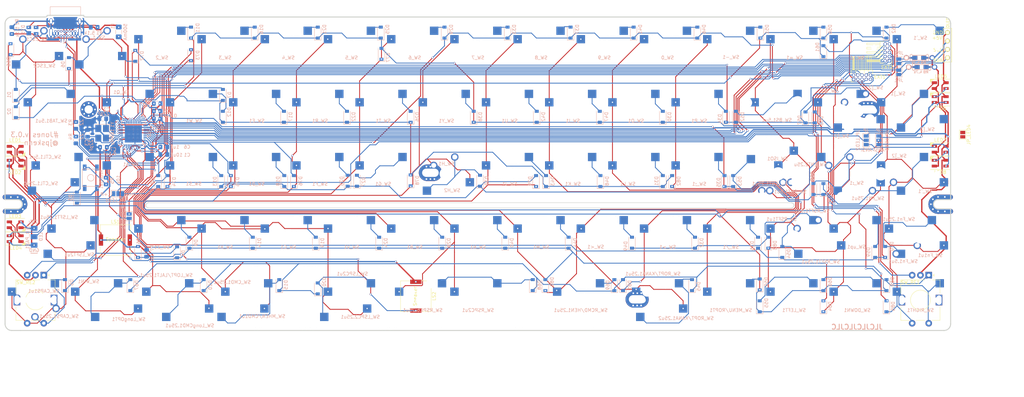
<source format=kicad_pcb>
(kicad_pcb (version 20171130) (host pcbnew "(5.1.6-0-10_14)")
  (title_block (title Jones) (rev v.0.2) (company @jpskenn))
  (layers (0 F.Cu signal) (31 B.Cu signal) (34 B.Paste user) (35 F.Paste user) (36 B.SilkS user) (37 F.SilkS user) (38 B.Mask user) (39 F.Mask user) (44 Edge.Cuts user))
  (net 0 "")
  (net 1 "Net-(D1-Pad2)")
  (net 2 "Net-(D2-Pad2)")
  (net 3 "Net-(D3-Pad2)")
  (net 4 "Net-(D4-Pad2)")
  (net 5 "Net-(D6-Pad2)")
  (net 6 "Net-(D7-Pad2)")
  (net 7 "Net-(D8-Pad2)")
  (net 8 "Net-(D9-Pad2)")
  (net 9 "Net-(D10-Pad2)")
  (net 10 "Net-(D11-Pad2)")
  (net 11 "Net-(D12-Pad2)")
  (net 12 "Net-(D13-Pad2)")
  (net 13 "Net-(D14-Pad2)")
  (net 14 "Net-(D16-Pad2)")
  (net 15 "Net-(D17-Pad2)")
  (net 16 "Net-(D18-Pad2)")
  (net 17 "Net-(D19-Pad2)")
  (net 18 "Net-(D20-Pad2)")
  (net 19 "Net-(D21-Pad2)")
  (net 20 "Net-(D22-Pad2)")
  (net 21 "Net-(D23-Pad2)")
  (net 22 "Net-(D24-Pad2)")
  (net 23 "Net-(D25-Pad2)")
  (net 24 "Net-(D26-Pad2)")
  (net 25 "Net-(D27-Pad2)")
  (net 26 "Net-(D28-Pad2)")
  (net 27 "Net-(D29-Pad2)")
  (net 28 "Net-(D30-Pad2)")
  (net 29 "Net-(D31-Pad2)")
  (net 30 "Net-(D32-Pad2)")
  (net 31 "Net-(D33-Pad2)")
  (net 32 "Net-(D34-Pad2)")
  (net 33 "Net-(D35-Pad2)")
  (net 34 "Net-(D36-Pad2)")
  (net 35 "Net-(D37-Pad2)")
  (net 36 "Net-(D38-Pad2)")
  (net 37 "Net-(D39-Pad2)")
  (net 38 "Net-(D40-Pad2)")
  (net 39 "Net-(D41-Pad2)")
  (net 40 "Net-(D42-Pad2)")
  (net 41 "Net-(D43-Pad2)")
  (net 42 "Net-(D44-Pad2)")
  (net 43 "Net-(D45-Pad2)")
  (net 44 "Net-(D46-Pad2)")
  (net 45 "Net-(D47-Pad2)")
  (net 46 "Net-(D48-Pad2)")
  (net 47 "Net-(D49-Pad2)")
  (net 48 "Net-(D50-Pad2)")
  (net 49 "Net-(D51-Pad2)")
  (net 50 "Net-(D52-Pad2)")
  (net 51 "Net-(D53-Pad2)")
  (net 52 "Net-(D54-Pad2)")
  (net 53 "Net-(D55-Pad2)")
  (net 54 "Net-(D56-Pad2)")
  (net 55 "Net-(D57-Pad2)")
  (net 56 "Net-(D58-Pad2)")
  (net 57 "Net-(D59-Pad2)")
  (net 58 "Net-(D60-Pad2)")
  (net 59 "Net-(D61-Pad2)")
  (net 60 "Net-(D62-Pad2)")
  (net 61 "Net-(D63-Pad2)")
  (net 62 +5V)
  (net 63 GND)
  (net 64 VCC)
  (net 65 D-)
  (net 66 D+)
  (net 67 "Net-(D15-Pad2)")
  (net 68 "Net-(C2-Pad1)")
  (net 69 "Net-(C3-Pad1)")
  (net 70 "Net-(R5-Pad2)")
  (net 71 "Net-(R6-Pad2)")
  (net 72 "Net-(C6-Pad1)")
  (net 73 "Net-(LED1-Pad1)")
  (net 74 "Net-(D64-Pad2)")
  (net 75 "Net-(D67-Pad2)")
  (net 76 "Net-(D68-Pad2)")
  (net 77 "Net-(D69-Pad2)")
  (net 78 "Net-(D70-Pad2)")
  (net 79 "Net-(D71-Pad2)")
  (net 80 "Net-(D71-Pad3)")
  (net 81 "Net-(J1-PadA5)")
  (net 82 "Net-(J1-PadB5)")
  (net 83 pin7)
  (net 84 pin8)
  (net 85 pin9)
  (net 86 pin10)
  (net 87 pin11)
  (net 88 RE2_2)
  (net 89 pin6)
  (net 90 pin2)
  (net 91 pin3)
  (net 92 pin4)
  (net 93 pin5)
  (net 94 pin1)
  (net 95 RE1_2)
  (net 96 RE2_1)
  (net 97 "Net-(D72-Pad1)")
  (net 98 "Net-(D73-Pad1)")
  (net 99 "Net-(D74-Pad1)")
  (net 100 "Net-(D75-Pad1)")
  (net 101 "Net-(D76-Pad1)")
  (net 102 "Net-(D77-Pad1)")
  (net 103 "Net-(D78-Pad1)")
  (net 104 "Net-(D79-Pad1)")
  (net 105 "Net-(D80-Pad1)")
  (net 106 "Net-(D81-Pad1)")
  (net 107 "Net-(D82-Pad1)")
  (net 108 "Net-(D83-Pad1)")
  (net 109 "Net-(D84-Pad1)")
  (net 110 RE1_1)
  (net 111 "Net-(D86-Pad1)")
  (net 112 "Net-(JP_LED1-Pad3)")
  (net 113 "Net-(JP_LED1-Pad1)")
  (net 114 "Net-(JP_LED2-Pad1)")
  (net 115 "Net-(JP_LED3-Pad3)")
  (net 116 "Net-(LED3-Pad1)")
  (net 117 "Net-(LED5-Pad1)")
  (net 118 "Net-(LED7-Pad1)")
  (net 119 SDA)
  (net 120 SCL)
  (net 121 AUDIO)
  (net 122 RE1_B)
  (net 123 RE1_A)
  (net 124 RE2_B)
  (net 125 RE2_A)
  (net 126 "Net-(JP_LED3-Pad2)")
  (net 127 Reserve_PD2-RX)
  (net 128 Reserve_PD3-TX)
  (net 129 Reserve_PB4)
  (net 130 Reserve_PB5)
  (net 131 LED)
  (net 132 "Net-(JP_LED2-Pad3)")
  (net 133 "Net-(JP_LED3-Pad1)")
  (net 134 "Net-(LED2-Pad1)")
  (net 135 Reserve_PB6)
  (net 136 Reserve_PC6)
  (net 137 "Net-(JP1-Pad2)")
  (net 138 "Net-(JP2-Pad2)")
  (module MX_Alps_Hybrid:MXOnly-1U-Hotswap (layer F.Cu) (at 117.5 69.8752)
    (fp_text reference SW_F1)
    (fp_text value SW_Push)
    (fp_text user %R (at 0 3.048) (layer B.SilkS) (effects (justify mirror)))
    (pad "" np_thru_hole circle (at 2.54 -5.08) (size 3 3) (drill 3) (layers *.Cu *.Mask))
    (pad "" np_thru_hole circle (at 0 0) (size 3.9878 3.9878) (drill 3.9878) (layers *.Cu *.Mask))
    (pad "" np_thru_hole circle (at -3.81 -2.54) (size 3 3) (drill 3) (layers *.Cu *.Mask))
    (pad "" np_thru_hole circle (at -5.08 0 48.0996) (size 1.75 1.75) (drill 1.75) (layers *.Cu *.Mask))
    (pad "" np_thru_hole circle (at 5.08 0 48.0996) (size 1.75 1.75) (drill 1.75) (layers *.Cu *.Mask))
    (pad 1 smd rect (at -7.085 -2.54) (size 2.55 2.5) (layers B.Cu B.Paste B.Mask) (net 101 "Net-(D76-Pad1)"))
    (pad 2 smd rect (at 5.842 -5.08) (size 2.55 2.5) (layers B.Cu B.Paste B.Mask) (net 21 "Net-(D23-Pad2)"))
  )
  (module Resistor_SMD:R_0805_2012Metric_Pad1.15x1.40mm_HandSolder (layer B.Cu) (at 24.65 26.65004 270)
    (fp_text reference R2 (at -2.6 -1.6 90) (layer B.SilkS) (effects (justify mirror)))
    (fp_text value 5.1k (at 0.4 -1.65 90) (layer B.SilkS) (effects (justify mirror)))
    (pad 1 smd roundrect (at -1.025 0 270) (size 1.15 1.4) (layers B.Cu B.Paste B.Mask) (roundrect_rratio 0.217391) (net 63 GND))
    (pad 2 smd roundrect (at 1.025 0 270) (size 1.15 1.4) (layers B.Cu B.Paste B.Mask) (roundrect_rratio 0.217391) (net 81 "Net-(J1-PadA5)"))
  )
  (module Package_TO_SOT_SMD:SOT-143 (layer B.Cu) (at 30.85 26.65004)
    (fp_text reference D71 (at -2.8 -0.3 90) (layer B.SilkS) (effects (justify mirror)))
    (fp_text value PRTR5V0U2X)
    (pad 1 smd rect (at -1.1 0.77 90) (size 1.2 1.4) (layers B.Cu B.Paste B.Mask) (net 63 GND))
    (pad 2 smd rect (at -1.1 -0.95 90) (size 1 1.4) (layers B.Cu B.Paste B.Mask) (net 79 "Net-(D71-Pad2)"))
    (pad 3 smd rect (at 1.1 -0.95 90) (size 1 1.4) (layers B.Cu B.Paste B.Mask) (net 80 "Net-(D71-Pad3)"))
    (pad 4 smd rect (at 1.1 0.95 90) (size 1 1.4) (layers B.Cu B.Paste B.Mask) (net 64 VCC))
  )
  (module locallib:60_Outline-Modded_TinyHole (layer F.Cu) (at 165.1 69.85)
    (fp_text reference REF** hide)
    (fp_text value 60_Outline hide)
    (fp_line (start -142.5 7.05) (end -138.7 7.05) (layer F.Cu) (width 1.5))
    (fp_line (start -140.5 -47.3) (end -130.3 -47.3) (layer Edge.Cuts) (width 0.3))
    (fp_line (start -129.8 -47.8) (end -118.8 -47.8) (layer Edge.Cuts) (width 0.3))
    (fp_line (start -142.45 11.35) (end -138.65 11.35) (layer F.Cu) (width 1.5))
    (fp_line (start -142.5 7.05) (end -138.7 7.05) (layer B.Cu) (width 1.5))
    (fp_line (start 138.7 7.8) (end 142.5 7.8) (layer Edge.Cuts) (width 0.3))
    (fp_line (start 138.7 10.6) (end 142.5 10.6) (layer Edge.Cuts) (width 0.3))
    (fp_line (start 142.5 7.8) (end 142.5 -45.3) (layer Edge.Cuts) (width 0.3))
    (fp_line (start 142.5 10.6) (end 142.5 45.3) (layer Edge.Cuts) (width 0.3))
    (fp_line (start -142.5 7.8) (end -142.5 -45.3) (layer Edge.Cuts) (width 0.3))
    (fp_line (start -138.7 7.8) (end -142.5 7.8) (layer Edge.Cuts) (width 0.3))
    (fp_line (start -142.5 10.6) (end -138.7 10.6) (layer Edge.Cuts) (width 0.3))
    (fp_line (start -142.5 45.3) (end -142.5 10.6) (layer Edge.Cuts) (width 0.3))
    (fp_line (start 140.5 -47.3) (end -118.3 -47.3) (layer Edge.Cuts) (width 0.3))
    (fp_line (start -142.45 11.35) (end -138.65 11.35) (layer B.Cu) (width 1.5))
    (fp_line (start 142.5 11.35) (end 138.7 11.35) (layer F.Cu) (width 1.5))
    (fp_line (start 142.45 7.05) (end 138.65 7.05) (layer F.Cu) (width 1.5))
    (fp_line (start 142.5 11.35) (end 138.7 11.35) (layer B.Cu) (width 1.5))
    (fp_line (start 142.45 7.05) (end 138.65 7.05) (layer B.Cu) (width 1.5))
    (fp_arc (start 138.7 9.2) (end 138.7 11.35) (angle 90) (layer F.Cu) (width 1.5))
    (fp_arc (start 138.7 9.2) (end 138.7 11.35) (angle 90) (layer B.Cu) (width 1.5))
    (fp_arc (start 138.7 9.2) (end 138.7 7.05) (angle -90) (layer B.Cu) (width 1.5))
    (fp_arc (start 138.7 9.2) (end 138.7 7.05) (angle -90) (layer F.Cu) (width 1.5))
    (fp_arc (start -138.7 9.2) (end -138.7 11.35) (angle -90) (layer F.Cu) (width 1.5))
    (fp_arc (start -138.7 9.2) (end -138.7 11.35) (angle -90) (layer B.Cu) (width 1.5))
    (fp_arc (start -118.3 -47.8) (end -118.3 -47.3) (angle 90) (layer Edge.Cuts) (width 0.3))
    (fp_arc (start -130.3 -47.8) (end -129.8 -47.8) (angle 90) (layer Edge.Cuts) (width 0.3))
    (fp_arc (start -138.7 9.2) (end -138.7 7.05) (angle 90) (layer B.Cu) (width 1.5))
    (fp_arc (start -138.7 9.2) (end -138.7 7.05) (angle 90) (layer F.Cu) (width 1.5))
    (fp_arc (start -138.7 9.2) (end -137.3 9.2) (angle 90) (layer Edge.Cuts) (width 0.3))
    (fp_arc (start 138.7 9.2) (end 137.3 9.2) (angle -90) (layer Edge.Cuts) (width 0.3))
    (fp_arc (start 138.7 9.2) (end 138.7 7.8) (angle -90) (layer Edge.Cuts) (width 0.3))
    (fp_arc (start -138.7 9.2) (end -138.7 7.8) (angle 90) (layer Edge.Cuts) (width 0.3))
    (fp_arc (start 140.5 -45.3) (end 140.5 -47.3) (angle 90) (layer Edge.Cuts) (width 0.3))
    (fp_arc (start 140.5 45.3) (end 142.5 45.3) (angle 90) (layer Edge.Cuts) (width 0.3))
    (fp_arc (start -140.5 45.3) (end -140.5 47.3) (angle 90) (layer Edge.Cuts) (width 0.3))
    (fp_arc (start -140.5 -45.3) (end -142.5 -45.3) (angle 90) (layer Edge.Cuts) (width 0.3))
    (pad 1 thru_hole circle (at 140.742035 7 180) (size 1 1) (drill 0.5) (layers *.Cu *.Mask))
    (pad 1 thru_hole circle (at 140.75 11.35 180) (size 1 1) (drill 0.5) (layers *.Cu *.Mask))
    (pad 1 thru_hole circle (at 137.15 10.7 180) (size 1 1) (drill 0.5) (layers *.Cu *.Mask))
    (pad 1 thru_hole circle (at 138.7 7 180) (size 1 1) (drill 0.5) (layers *.Cu *.Mask))
    (pad 1 thru_hole circle (at 138.7 11.35 180) (size 1 1) (drill 0.5) (layers *.Cu *.Mask))
    (pad 1 thru_hole circle (at 136.55 9.2 180) (size 1 1) (drill 0.5) (layers *.Cu *.Mask))
    (pad 1 thru_hole circle (at 137.15 7.7) (size 1 1) (drill 0.5) (layers *.Cu *.Mask))
    (pad 1 thru_hole circle (at -137.15 10.7 180) (size 1 1) (drill 0.5) (layers *.Cu *.Mask))
    (pad 1 thru_hole circle (at -117.3 -19.4) (size 5 5) (drill 2.4994) (layers *.Cu *.Mask))
    (pad 1 thru_hole oval (at -14.3 -0.3) (size 7.00024 5) (drill oval 5.00126 2.49936) (layers *.Cu *.Mask))
    (pad 1 thru_hole oval (at 48 37.9) (size 7.00024 5) (drill oval 5.00126 2.49936) (layers *.Cu *.Mask))
    (pad 1 thru_hole oval (at 117.55 -19.4) (size 7.00024 5) (drill oval 5.00126 2.49936) (layers *.Cu *.Mask))
    (pad 1 thru_hole circle (at -117.3 -21.3) (size 1 1) (drill 0.5) (layers *.Cu *.Mask))
    (pad 1 thru_hole circle (at -119.2 -19.4) (size 1 1) (drill 0.5) (layers *.Cu *.Mask))
    (pad 1 thru_hole circle (at -115.4 -19.4) (size 1 1) (drill 0.5) (layers *.Cu *.Mask))
    (pad 1 thru_hole circle (at -117.3 -17.5) (size 1 1) (drill 0.5) (layers *.Cu *.Mask))
    (pad 1 thru_hole circle (at -118.65 -20.75) (size 1 1) (drill 0.5) (layers *.Cu *.Mask))
    (pad 1 thru_hole circle (at -116.05 -20.75) (size 1 1) (drill 0.5) (layers *.Cu *.Mask))
    (pad 1 thru_hole circle (at -118.65 -18.1) (size 1 1) (drill 0.5) (layers *.Cu *.Mask))
    (pad 1 thru_hole circle (at -116.05 -18.05) (size 1 1) (drill 0.5) (layers *.Cu *.Mask))
    (pad 1 thru_hole circle (at 117.55 -21.25) (size 1 1) (drill 0.5) (layers *.Cu *.Mask))
    (pad 1 thru_hole circle (at 117.55 -17.55) (size 1 1) (drill 0.5) (layers *.Cu *.Mask))
    (pad 1 thru_hole circle (at 118.75 -17.55) (size 1 1) (drill 0.5) (layers *.Cu *.Mask))
    (pad 1 thru_hole circle (at 116.35 -17.55) (size 1 1) (drill 0.5) (layers *.Cu *.Mask))
    (pad 1 thru_hole circle (at 116.35 -21.25) (size 1 1) (drill 0.5) (layers *.Cu *.Mask))
    (pad 1 thru_hole circle (at 118.75 -21.267) (size 1 1) (drill 0.5) (layers *.Cu *.Mask))
    (pad 1 thru_hole circle (at 48.05 36.05) (size 1 1) (drill 0.5) (layers *.Cu *.Mask))
    (pad 1 thru_hole circle (at 48 39.75) (size 1 1) (drill 0.5) (layers *.Cu *.Mask))
    (pad 1 thru_hole circle (at 49.25 36.05) (size 1 1) (drill 0.5) (layers *.Cu *.Mask))
    (pad 1 thru_hole circle (at 46.85 36.05) (size 1 1) (drill 0.5) (layers *.Cu *.Mask))
    (pad 1 thru_hole circle (at 46.8 39.75) (size 1 1) (drill 0.5) (layers *.Cu *.Mask))
    (pad 1 thru_hole circle (at 49.2 39.75) (size 1 1) (drill 0.5) (layers *.Cu *.Mask))
    (pad 1 thru_hole circle (at -14.3 -2.15) (size 1 1) (drill 0.5) (layers *.Cu *.Mask))
    (pad 1 thru_hole circle (at -13.1 -2.15) (size 1 1) (drill 0.5) (layers *.Cu *.Mask))
    (pad 1 thru_hole circle (at -15.5 -2.15) (size 1 1) (drill 0.5) (layers *.Cu *.Mask))
    (pad 1 thru_hole circle (at -14.3 1.6) (size 1 1) (drill 0.5) (layers *.Cu *.Mask))
    (pad 1 thru_hole circle (at -15.5 1.6) (size 1 1) (drill 0.5) (layers *.Cu *.Mask))
    (pad 1 thru_hole circle (at -13.1 1.6) (size 1 1) (drill 0.5) (layers *.Cu *.Mask))
    (pad 1 thru_hole circle (at -136.55 9.2) (size 1 1) (drill 0.5) (layers *.Cu *.Mask))
    (pad 1 thru_hole circle (at -138.7 7.05) (size 1 1) (drill 0.5) (layers *.Cu *.Mask))
    (pad 1 thru_hole circle (at -138.7 11.4) (size 1 1) (drill 0.5) (layers *.Cu *.Mask))
    (pad 1 thru_hole circle (at -137.15 7.7) (size 1 1) (drill 0.5) (layers *.Cu *.Mask))
    (pad 1 thru_hole circle (at -140.75 7.05) (size 1 1) (drill 0.5) (layers *.Cu *.Mask))
    (pad 1 thru_hole circle (at -140.742035 11.4) (size 1 1) (drill 0.5) (layers *.Cu *.Mask))
  )
  (module MX_Alps_Hybrid:MXOnly-1U-Hotswap (layer F.Cu) (at 60.35 50.82512)
    (fp_text reference SW_Q1 (at -2.7 -5.57508) (layer B.SilkS) (effects (justify mirror)))
    (fp_text value SW_Push)
    (pad 2 smd rect (at 5.842 -5.08) (size 2.55 2.5) (layers B.Cu B.Paste B.Mask) (net 6 "Net-(D7-Pad2)"))
    (pad 1 smd rect (at -7.085 -2.54) (size 2.55 2.5) (layers B.Cu B.Paste B.Mask) (net 98 "Net-(D73-Pad1)"))
    (pad "" np_thru_hole circle (at 5.08 0 48.0996) (size 1.75 1.75) (drill 1.75) (layers *.Cu *.Mask))
    (pad "" np_thru_hole circle (at -5.08 0 48.0996) (size 1.75 1.75) (drill 1.75) (layers *.Cu *.Mask))
    (pad "" np_thru_hole circle (at -3.81 -2.54) (size 3 3) (drill 3) (layers *.Cu *.Mask))
    (pad "" np_thru_hole circle (at 0 0) (size 3.9878 3.9878) (drill 3.9878) (layers *.Cu *.Mask))
    (pad "" np_thru_hole circle (at 2.54 -5.08) (size 3 3) (drill 3) (layers *.Cu *.Mask))
  )
  (module MX_Alps_Hybrid:MXOnly-1U-Hotswap (layer F.Cu) (at 60.35 69.8752)
    (fp_text reference SW_A1)
    (fp_text value SW_Push)
    (fp_text user %R (at 0.1 -2.82516) (layer B.SilkS) (effects (justify mirror)))
    (pad "" np_thru_hole circle (at 2.54 -5.08) (size 3 3) (drill 3) (layers *.Cu *.Mask))
    (pad "" np_thru_hole circle (at 0 0) (size 3.9878 3.9878) (drill 3.9878) (layers *.Cu *.Mask))
    (pad "" np_thru_hole circle (at -3.81 -2.54) (size 3 3) (drill 3) (layers *.Cu *.Mask))
    (pad "" np_thru_hole circle (at -5.08 0 48.0996) (size 1.75 1.75) (drill 1.75) (layers *.Cu *.Mask))
    (pad "" np_thru_hole circle (at 5.08 0 48.0996) (size 1.75 1.75) (drill 1.75) (layers *.Cu *.Mask))
    (pad 1 smd rect (at -7.085 -2.54) (size 2.55 2.5) (layers B.Cu B.Paste B.Mask) (net 98 "Net-(D73-Pad1)"))
    (pad 2 smd rect (at 5.842 -5.08) (size 2.55 2.5) (layers B.Cu B.Paste B.Mask) (net 7 "Net-(D8-Pad2)"))
  )
  (module MX_Alps_Hybrid:MXOnly-1U-Hotswap (layer F.Cu) (at 174.65064 69.8752)
    (fp_text reference SW_J1)
    (fp_text value SW_Push)
    (fp_text user %R (at 0 3.048) (layer B.SilkS) (effects (justify mirror)))
    (pad 2 smd rect (at 5.842 -5.08) (size 2.55 2.5) (layers B.Cu B.Paste B.Mask) (net 41 "Net-(D43-Pad2)"))
    (pad 1 smd rect (at -7.085 -2.54) (size 2.55 2.5) (layers B.Cu B.Paste B.Mask) (net 104 "Net-(D79-Pad1)"))
    (pad "" np_thru_hole circle (at 5.08 0 48.0996) (size 1.75 1.75) (drill 1.75) (layers *.Cu *.Mask))
    (pad "" np_thru_hole circle (at -5.08 0 48.0996) (size 1.75 1.75) (drill 1.75) (layers *.Cu *.Mask))
    (pad "" np_thru_hole circle (at -3.81 -2.54) (size 3 3) (drill 3) (layers *.Cu *.Mask))
    (pad "" np_thru_hole circle (at 0 0) (size 3.9878 3.9878) (drill 3.9878) (layers *.Cu *.Mask))
    (pad "" np_thru_hole circle (at 2.54 -5.08) (size 3 3) (drill 3) (layers *.Cu *.Mask))
  )
  (module MX_Alps_Hybrid:MXOnly-1.5U-Hotswap (layer F.Cu) (at 36.5375 50.82512)
    (fp_text reference SW_TAB1.5u1)
    (fp_text value SW_Push)
    (fp_text user %R (at 0 3.048) (layer B.SilkS) (effects (justify mirror)))
    (pad "" np_thru_hole circle (at 2.54 -5.08) (size 3 3) (drill 3) (layers *.Cu *.Mask))
    (pad "" np_thru_hole circle (at 0 0) (size 3.9878 3.9878) (drill 3.9878) (layers *.Cu *.Mask))
    (pad "" np_thru_hole circle (at -3.81 -2.54) (size 3 3) (drill 3) (layers *.Cu *.Mask))
    (pad "" np_thru_hole circle (at -5.08 0 48.0996) (size 1.75 1.75) (drill 1.75) (layers *.Cu *.Mask))
    (pad "" np_thru_hole circle (at 5.08 0 48.0996) (size 1.75 1.75) (drill 1.75) (layers *.Cu *.Mask))
    (pad 1 smd rect (at -7.085 -2.54) (size 2.55 2.5) (layers B.Cu B.Paste B.Mask) (net 96 RE2_1))
    (pad 2 smd rect (at 5.842 -5.08) (size 2.55 2.5) (layers B.Cu B.Paste B.Mask) (net 2 "Net-(D2-Pad2)"))
  )
  (module Crystal:Crystal_SMD_3225-4Pin_3.2x2.5mm_HandSoldering (layer B.Cu) (at 51.85 57.65004 270)
    (fp_text reference Y1 (at -2.6 -3.1 270) (layer B.SilkS) (effects (justify mirror)))
    (fp_text value 16MHz (at 1.1 -3.1 90) (layer B.SilkS) (effects (justify mirror)))
    (pad 1 smd rect (at -1.45 -1.15 270) (size 2.1 1.8) (layers B.Cu B.Paste B.Mask) (net 68 "Net-(C2-Pad1)"))
    (pad 2 smd rect (at 1.45 -1.15 270) (size 2.1 1.8) (layers B.Cu B.Paste B.Mask) (net 63 GND))
    (pad 3 smd rect (at 1.45 1.15 270) (size 2.1 1.8) (layers B.Cu B.Paste B.Mask) (net 69 "Net-(C3-Pad1)"))
    (pad 4 smd rect (at -1.45 1.15 270) (size 2.1 1.8) (layers B.Cu B.Paste B.Mask) (net 63 GND))
  )
  (module Capacitor_SMD:C_0805_2012Metric_Pad1.15x1.40mm_HandSolder (layer B.Cu) (at 52.05 53.25004 180)
    (fp_text reference C2 (at -1.2 2.8) (layer B.SilkS) (effects (justify mirror)))
    (fp_text value 22pF (at -0.2 1.6) (layer B.SilkS) (effects (justify mirror)))
    (pad 2 smd roundrect (at 1.025 0 180) (size 1.15 1.4) (layers B.Cu B.Paste B.Mask) (roundrect_rratio 0.217391) (net 63 GND))
    (pad 1 smd roundrect (at -1.025 0 180) (size 1.15 1.4) (layers B.Cu B.Paste B.Mask) (roundrect_rratio 0.217391) (net 68 "Net-(C2-Pad1)"))
  )
  (module Capacitor_SMD:C_0805_2012Metric_Pad1.15x1.40mm_HandSolder (layer B.Cu) (at 47.45 57.65004 90)
    (fp_text reference C3 (at -2.8 -0.2 90) (layer B.SilkS) (effects (justify mirror)))
    (fp_text value 22pF (at -3.7 1.1 90) (layer B.SilkS) (effects (justify mirror)))
    (pad 2 smd roundrect (at 1.025 0 90) (size 1.15 1.4) (layers B.Cu B.Paste B.Mask) (roundrect_rratio 0.217391) (net 63 GND))
    (pad 1 smd roundrect (at -1.025 0 90) (size 1.15 1.4) (layers B.Cu B.Paste B.Mask) (roundrect_rratio 0.217391) (net 69 "Net-(C3-Pad1)"))
  )
  (module Capacitor_SMD:C_0805_2012Metric_Pad1.15x1.40mm_HandSolder (layer B.Cu) (at 52.25 61.85004)
    (fp_text reference C7 (at 2.932 0.646) (layer B.SilkS) (effects (justify mirror)))
    (fp_text value 0.1uF (at 1.8 1.9) (layer B.SilkS) (effects (justify mirror)))
    (pad 1 smd roundrect (at -1.025 0) (size 1.15 1.4) (layers B.Cu B.Paste B.Mask) (roundrect_rratio 0.217391) (net 63 GND))
    (pad 2 smd roundrect (at 1.025 0) (size 1.15 1.4) (layers B.Cu B.Paste B.Mask) (roundrect_rratio 0.217391) (net 62 +5V))
  )
  (module Rotary_Encoder:RotaryEncoder_Alps_EC11E-Switch_Vertical_H20mm (layer F.Cu) (at 300.99358 100.46555 270)
    (fp_text reference SW_RE1 (at 2.18449 5.54358 180) (layer F.SilkS))
    (fp_text value Rotary_Encoder_Switch)
    (pad A thru_hole rect (at 0 0 270) (size 2 2) (drill 1) (layers *.Cu *.Mask) (net 123 RE1_A))
    (pad C thru_hole circle (at 0 2.5 270) (size 2 2) (drill 1) (layers *.Cu *.Mask) (net 63 GND))
    (pad B thru_hole circle (at 0 5 270) (size 2 2) (drill 1) (layers *.Cu *.Mask) (net 122 RE1_B))
    (pad MP thru_hole rect (at 7.5 -3.1 270) (size 3.2 2) (drill oval 2.8 1.5) (layers *.Cu *.Mask))
    (pad MP thru_hole rect (at 7.5 8.1 270) (size 3.2 2) (drill oval 2.8 1.5) (layers *.Cu *.Mask))
    (pad S2 thru_hole circle (at 14.5 0 270) (size 2 2) (drill 1) (layers *.Cu *.Mask) (net 95 RE1_2))
    (pad S1 thru_hole circle (at 14.5 5 270) (size 2 2) (drill 1) (layers *.Cu *.Mask) (net 110 RE1_1))
  )
  (module MX_Alps_Hybrid:MXOnly-1U-Hotswap (layer F.Cu) (at 50.825 31.77504 180)
    (fp_text reference SW_1)
    (fp_text value SW_Push)
    (fp_text user %R (at 0 3.048) (layer B.SilkS) (effects (justify mirror)))
    (pad 2 smd rect (at 5.842 -5.08 180) (size 2.55 2.5) (layers B.Cu B.Paste B.Mask) (net 5 "Net-(D6-Pad2)"))
    (pad 1 smd rect (at -7.085 -2.54 180) (size 2.55 2.5) (layers B.Cu B.Paste B.Mask) (net 97 "Net-(D72-Pad1)"))
    (pad "" np_thru_hole circle (at 5.08 0 228.0996) (size 1.75 1.75) (drill 1.75) (layers *.Cu *.Mask))
    (pad "" np_thru_hole circle (at -5.08 0 228.0996) (size 1.75 1.75) (drill 1.75) (layers *.Cu *.Mask))
    (pad "" np_thru_hole circle (at -3.81 -2.54 180) (size 3 3) (drill 3) (layers *.Cu *.Mask))
    (pad "" np_thru_hole circle (at 0 0 180) (size 3.9878 3.9878) (drill 3.9878) (layers *.Cu *.Mask))
    (pad "" np_thru_hole circle (at 2.54 -5.08 180) (size 3 3) (drill 3) (layers *.Cu *.Mask))
  )
  (module SMK_ai03_RandomKeyboardParts:D_SOD-123-Pretty (layer B.Cu) (at 106.65 52.65004 90)
    (fp_text reference D17 (at 0 2 90) (layer B.SilkS) (effects (justify mirror)))
    (fp_text value D)
    (pad 2 smd rect (at 1.65 0 90) (size 0.9 1.2) (layers B.Cu B.Paste B.Mask) (net 15 "Net-(D17-Pad2)"))
    (pad 1 smd rect (at -1.65 0 90) (size 0.9 1.2) (layers B.Cu B.Paste B.Mask) (net 84 pin8))
  )
  (module SMK_ai03_RandomKeyboardParts:D_SOD-123-Pretty (layer B.Cu) (at 25.85 46.05004 90)
    (fp_text reference D1 (at 0 -2.032 90) (layer B.SilkS) (effects (justify mirror)))
    (fp_text value D)
    (pad 2 smd rect (at 1.65 0 90) (size 0.9 1.2) (layers B.Cu B.Paste B.Mask) (net 1 "Net-(D1-Pad2)"))
    (pad 1 smd rect (at -1.65 0 90) (size 0.9 1.2) (layers B.Cu B.Paste B.Mask) (net 83 pin7))
  )
  (module SMK_ai03_RandomKeyboardParts:D_SOD-123-Pretty (layer B.Cu) (at 41.85 36.45004 90)
    (fp_text reference D6 (at -0.4 -1.8 90) (layer B.SilkS) (effects (justify mirror)))
    (fp_text value D)
    (pad 2 smd rect (at 1.65 0 90) (size 0.9 1.2) (layers B.Cu B.Paste B.Mask) (net 5 "Net-(D6-Pad2)"))
    (pad 1 smd rect (at -1.65 0 90) (size 0.9 1.2) (layers B.Cu B.Paste B.Mask) (net 83 pin7))
  )
  (module SMK_ai03_RandomKeyboardParts:D_SOD-123-Pretty (layer B.Cu) (at 78.65 27.25004 90)
    (fp_text reference D11 (at 1.4 2 90) (layer B.SilkS) (effects (justify mirror)))
    (fp_text value D)
    (pad 2 smd rect (at 1.65 0 90) (size 0.9 1.2) (layers B.Cu B.Paste B.Mask) (net 10 "Net-(D11-Pad2)"))
    (pad 1 smd rect (at -1.65 0 90) (size 0.9 1.2) (layers B.Cu B.Paste B.Mask) (net 83 pin7))
  )
  (module SMK_ai03_RandomKeyboardParts:D_SOD-123-Pretty (layer B.Cu) (at 97.85 27.25004 90)
    (fp_text reference D16 (at 1 2 90) (layer B.SilkS) (effects (justify mirror)))
    (fp_text value D)
    (pad 2 smd rect (at 1.65 0 90) (size 0.9 1.2) (layers B.Cu B.Paste B.Mask) (net 14 "Net-(D16-Pad2)"))
    (pad 1 smd rect (at -1.65 0 90) (size 0.9 1.2) (layers B.Cu B.Paste B.Mask) (net 83 pin7))
  )
  (module SMK_ai03_RandomKeyboardParts:D_SOD-123-Pretty (layer B.Cu) (at 116.85 27.25004 90)
    (fp_text reference D21 (at 1 2 90) (layer B.SilkS) (effects (justify mirror)))
    (fp_text value D)
    (pad 2 smd rect (at 1.65 0 90) (size 0.9 1.2) (layers B.Cu B.Paste B.Mask) (net 19 "Net-(D21-Pad2)"))
    (pad 1 smd rect (at -1.65 0 90) (size 0.9 1.2) (layers B.Cu B.Paste B.Mask) (net 83 pin7))
  )
  (module SMK_ai03_RandomKeyboardParts:D_SOD-123-Pretty (layer B.Cu) (at 135.85 27.25004 90)
    (fp_text reference D25 (at 1 2 90) (layer B.SilkS) (effects (justify mirror)))
    (fp_text value D)
    (pad 2 smd rect (at 1.65 0 90) (size 0.9 1.2) (layers B.Cu B.Paste B.Mask) (net 23 "Net-(D25-Pad2)"))
    (pad 1 smd rect (at -1.65 0 90) (size 0.9 1.2) (layers B.Cu B.Paste B.Mask) (net 83 pin7))
  )
  (module SMK_ai03_RandomKeyboardParts:D_SOD-123-Pretty (layer B.Cu) (at 155.05 27.25004 90)
    (fp_text reference D29 (at 1 2 90) (layer B.SilkS) (effects (justify mirror)))
    (fp_text value D)
    (pad 2 smd rect (at 1.65 0 90) (size 0.9 1.2) (layers B.Cu B.Paste B.Mask) (net 27 "Net-(D29-Pad2)"))
    (pad 1 smd rect (at -1.65 0 90) (size 0.9 1.2) (layers B.Cu B.Paste B.Mask) (net 89 pin6))
  )
  (module SMK_ai03_RandomKeyboardParts:D_SOD-123-Pretty (layer B.Cu) (at 174.05 27.25004 90)
    (fp_text reference D33 (at 1 2 90) (layer B.SilkS) (effects (justify mirror)))
    (fp_text value D)
    (pad 2 smd rect (at 1.65 0 90) (size 0.9 1.2) (layers B.Cu B.Paste B.Mask) (net 31 "Net-(D33-Pad2)"))
    (pad 1 smd rect (at -1.65 0 90) (size 0.9 1.2) (layers B.Cu B.Paste B.Mask) (net 89 pin6))
  )
  (module SMK_ai03_RandomKeyboardParts:D_SOD-123-Pretty (layer B.Cu) (at 193.05 27.25004 90)
    (fp_text reference D37 (at 1 2 90) (layer B.SilkS) (effects (justify mirror)))
    (fp_text value D)
    (pad 2 smd rect (at 1.65 0 90) (size 0.9 1.2) (layers B.Cu B.Paste B.Mask) (net 35 "Net-(D37-Pad2)"))
    (pad 1 smd rect (at -1.65 0 90) (size 0.9 1.2) (layers B.Cu B.Paste B.Mask) (net 89 pin6))
  )
  (module SMK_ai03_RandomKeyboardParts:D_SOD-123-Pretty (layer B.Cu) (at 212.05 27.25004 90)
    (fp_text reference D41 (at 1 2 90) (layer B.SilkS) (effects (justify mirror)))
    (fp_text value D)
    (pad 2 smd rect (at 1.65 0 90) (size 0.9 1.2) (layers B.Cu B.Paste B.Mask) (net 39 "Net-(D41-Pad2)"))
    (pad 1 smd rect (at -1.65 0 90) (size 0.9 1.2) (layers B.Cu B.Paste B.Mask) (net 89 pin6))
  )
  (module SMK_ai03_RandomKeyboardParts:D_SOD-123-Pretty (layer B.Cu) (at 231.25 27.25004 90)
    (fp_text reference D46 (at 1 2 90) (layer B.SilkS) (effects (justify mirror)))
    (fp_text value D)
    (pad 2 smd rect (at 1.65 0 90) (size 0.9 1.2) (layers B.Cu B.Paste B.Mask) (net 44 "Net-(D46-Pad2)"))
    (pad 1 smd rect (at -1.65 0 90) (size 0.9 1.2) (layers B.Cu B.Paste B.Mask) (net 89 pin6))
  )
  (module SMK_ai03_RandomKeyboardParts:D_SOD-123-Pretty (layer B.Cu) (at 250.25 27.25004 90)
    (fp_text reference D51 (at 1 2 90) (layer B.SilkS) (effects (justify mirror)))
    (fp_text value D)
    (pad 2 smd rect (at 1.65 0 90) (size 0.9 1.2) (layers B.Cu B.Paste B.Mask) (net 49 "Net-(D51-Pad2)"))
    (pad 1 smd rect (at -1.65 0 90) (size 0.9 1.2) (layers B.Cu B.Paste B.Mask) (net 94 pin1))
  )
  (module SMK_ai03_RandomKeyboardParts:D_SOD-123-Pretty (layer B.Cu) (at 269.25 27.25004 90)
    (fp_text reference D56 (at 1 2 90) (layer B.SilkS) (effects (justify mirror)))
    (fp_text value D)
    (pad 2 smd rect (at 1.65 0 90) (size 0.9 1.2) (layers B.Cu B.Paste B.Mask) (net 54 "Net-(D56-Pad2)"))
    (pad 1 smd rect (at -1.65 0 90) (size 0.9 1.2) (layers B.Cu B.Paste B.Mask) (net 94 pin1))
  )
  (module SMK_ai03_RandomKeyboardParts:D_SOD-123-Pretty (layer B.Cu) (at 269.25 32.85004 90)
    (fp_text reference D61 (at 1.2 -1.8 90) (layer B.SilkS) (effects (justify mirror)))
    (fp_text value D)
    (pad 2 smd rect (at 1.65 0 90) (size 0.9 1.2) (layers B.Cu B.Paste B.Mask) (net 59 "Net-(D61-Pad2)"))
    (pad 1 smd rect (at -1.65 0 90) (size 0.9 1.2) (layers B.Cu B.Paste B.Mask) (net 94 pin1))
  )
  (module SMK_ai03_RandomKeyboardParts:D_SOD-123-Pretty (layer B.Cu) (at 266.25 74.45004 90)
    (fp_text reference D58 (at 3.8 -0.4 90) (layer B.SilkS) (effects (justify mirror)))
    (fp_text value D)
    (pad 2 smd rect (at 1.65 0 90) (size 0.9 1.2) (layers B.Cu B.Paste B.Mask) (net 56 "Net-(D58-Pad2)"))
    (pad 1 smd rect (at -1.65 0 90) (size 0.9 1.2) (layers B.Cu B.Paste B.Mask) (net 91 pin3))
  )
  (module SMK_ai03_RandomKeyboardParts:D_SOD-123-Pretty (layer B.Cu) (at 25.85 51.25004 90)
    (fp_text reference D2 (at 0.2 -2 90) (layer B.SilkS) (effects (justify mirror)))
    (fp_text value D)
    (pad 1 smd rect (at -1.65 0 90) (size 0.9 1.2) (layers B.Cu B.Paste B.Mask) (net 84 pin8))
    (pad 2 smd rect (at 1.65 0 90) (size 0.9 1.2) (layers B.Cu B.Paste B.Mask) (net 2 "Net-(D2-Pad2)"))
  )
  (module SMK_ai03_RandomKeyboardParts:D_SOD-123-Pretty (layer B.Cu) (at 88.25 46.05004 90)
    (fp_text reference D7 (at 0 2 90) (layer B.SilkS) (effects (justify mirror)))
    (fp_text value D)
    (pad 1 smd rect (at -1.65 0 90) (size 0.9 1.2) (layers B.Cu B.Paste B.Mask) (net 84 pin8))
    (pad 2 smd rect (at 1.65 0 90) (size 0.9 1.2) (layers B.Cu B.Paste B.Mask) (net 6 "Net-(D7-Pad2)"))
  )
  (module SMK_ai03_RandomKeyboardParts:D_SOD-123-Pretty (layer B.Cu) (at 88.25 52.65004 90)
    (fp_text reference D12 (at 1.397 1.905 90) (layer B.SilkS) (effects (justify mirror)))
    (fp_text value D)
    (pad 2 smd rect (at 1.65 0 90) (size 0.9 1.2) (layers B.Cu B.Paste B.Mask) (net 11 "Net-(D12-Pad2)"))
    (pad 1 smd rect (at -1.65 0 90) (size 0.9 1.2) (layers B.Cu B.Paste B.Mask) (net 84 pin8))
  )
  (module SMK_ai03_RandomKeyboardParts:D_SOD-123-Pretty (layer B.Cu) (at 125.65 52.65004 90)
    (fp_text reference D22 (at 0 2 90) (layer B.SilkS) (effects (justify mirror)))
    (fp_text value D)
    (pad 1 smd rect (at -1.65 0 90) (size 0.9 1.2) (layers B.Cu B.Paste B.Mask) (net 84 pin8))
    (pad 2 smd rect (at 1.65 0 90) (size 0.9 1.2) (layers B.Cu B.Paste B.Mask) (net 20 "Net-(D22-Pad2)"))
  )
  (module SMK_ai03_RandomKeyboardParts:D_SOD-123-Pretty (layer B.Cu) (at 144.85 52.65004 90)
    (fp_text reference D26 (at 0 2 90) (layer B.SilkS) (effects (justify mirror)))
    (fp_text value D)
    (pad 2 smd rect (at 1.65 0 90) (size 0.9 1.2) (layers B.Cu B.Paste B.Mask) (net 24 "Net-(D26-Pad2)"))
    (pad 1 smd rect (at -1.65 0 90) (size 0.9 1.2) (layers B.Cu B.Paste B.Mask) (net 84 pin8))
  )
  (module SMK_ai03_RandomKeyboardParts:D_SOD-123-Pretty (layer B.Cu) (at 220.85 52.65004 90)
    (fp_text reference D30 (at 0 2 90) (layer B.SilkS) (effects (justify mirror)))
    (fp_text value D)
    (pad 1 smd rect (at -1.65 0 90) (size 0.9 1.2) (layers B.Cu B.Paste B.Mask) (net 83 pin7))
    (pad 2 smd rect (at 1.65 0 90) (size 0.9 1.2) (layers B.Cu B.Paste B.Mask) (net 28 "Net-(D30-Pad2)"))
  )
  (module SMK_ai03_RandomKeyboardParts:D_SOD-123-Pretty (layer B.Cu) (at 239.85 52.65004 90)
    (fp_text reference D34 (at -0.6 -1.8 90) (layer B.SilkS) (effects (justify mirror)))
    (fp_text value D)
    (pad 1 smd rect (at -1.65 0 90) (size 0.9 1.2) (layers B.Cu B.Paste B.Mask) (net 90 pin2))
    (pad 2 smd rect (at 1.65 0 90) (size 0.9 1.2) (layers B.Cu B.Paste B.Mask) (net 32 "Net-(D34-Pad2)"))
  )
  (module SMK_ai03_RandomKeyboardParts:D_SOD-123-Pretty (layer B.Cu) (at 163.85 52.65004 90)
    (fp_text reference D38 (at 0 2 90) (layer B.SilkS) (effects (justify mirror)))
    (fp_text value D)
    (pad 2 smd rect (at 1.65 0 90) (size 0.9 1.2) (layers B.Cu B.Paste B.Mask) (net 36 "Net-(D38-Pad2)"))
    (pad 1 smd rect (at -1.65 0 90) (size 0.9 1.2) (layers B.Cu B.Paste B.Mask) (net 83 pin7))
  )
  (module SMK_ai03_RandomKeyboardParts:D_SOD-123-Pretty (layer B.Cu) (at 182.85 52.65004 90)
    (fp_text reference D42 (at 0 2 90) (layer B.SilkS) (effects (justify mirror)))
    (fp_text value D)
    (pad 2 smd rect (at 1.65 0 90) (size 0.9 1.2) (layers B.Cu B.Paste B.Mask) (net 40 "Net-(D42-Pad2)"))
    (pad 1 smd rect (at -1.65 0 90) (size 0.9 1.2) (layers B.Cu B.Paste B.Mask) (net 83 pin7))
  )
  (module SMK_ai03_RandomKeyboardParts:D_SOD-123-Pretty (layer B.Cu) (at 201.85 52.65004 90)
    (fp_text reference D47 (at 0 2 90) (layer B.SilkS) (effects (justify mirror)))
    (fp_text value D)
    (pad 2 smd rect (at 1.65 0 90) (size 0.9 1.2) (layers B.Cu B.Paste B.Mask) (net 45 "Net-(D47-Pad2)"))
    (pad 1 smd rect (at -1.65 0 90) (size 0.9 1.2) (layers B.Cu B.Paste B.Mask) (net 83 pin7))
  )
  (module SMK_ai03_RandomKeyboardParts:D_SOD-123-Pretty (layer B.Cu) (at 242.85 52.65004 90)
    (fp_text reference D52 (at 0 2 90) (layer B.SilkS) (effects (justify mirror)))
    (fp_text value D)
    (pad 2 smd rect (at 1.65 0 90) (size 0.9 1.2) (layers B.Cu B.Paste B.Mask) (net 50 "Net-(D52-Pad2)"))
    (pad 1 smd rect (at -1.65 0 90) (size 0.9 1.2) (layers B.Cu B.Paste B.Mask) (net 90 pin2))
  )
  (module SMK_ai03_RandomKeyboardParts:D_SOD-123-Pretty (layer B.Cu) (at 263.85 52.85004 90)
    (fp_text reference D57 (at -0.8 -1.8 90) (layer B.SilkS) (effects (justify mirror)))
    (fp_text value D)
    (pad 2 smd rect (at 1.65 0 90) (size 0.9 1.2) (layers B.Cu B.Paste B.Mask) (net 55 "Net-(D57-Pad2)"))
    (pad 1 smd rect (at -1.65 0 90) (size 0.9 1.2) (layers B.Cu B.Paste B.Mask) (net 90 pin2))
  )
  (module SMK_ai03_RandomKeyboardParts:D_SOD-123-Pretty (layer B.Cu) (at 288.25 27.25004 90)
    (fp_text reference D62 (at 1.2 2.2 90) (layer B.SilkS) (effects (justify mirror)))
    (fp_text value D)
    (pad 2 smd rect (at 1.65 0 90) (size 0.9 1.2) (layers B.Cu B.Paste B.Mask) (net 60 "Net-(D62-Pad2)"))
    (pad 1 smd rect (at -1.65 0 90) (size 0.9 1.2) (layers B.Cu B.Paste B.Mask) (net 94 pin1))
  )
  (module SMK_ai03_RandomKeyboardParts:D_SOD-123-Pretty (layer B.Cu) (at 44.25 77.05004 90)
    (fp_text reference D3 (at 0 -1.905 90) (layer B.SilkS) (effects (justify mirror)))
    (fp_text value D)
    (pad 2 smd rect (at 1.65 0 90) (size 0.9 1.2) (layers B.Cu B.Paste B.Mask) (net 3 "Net-(D3-Pad2)"))
    (pad 1 smd rect (at -1.65 0 90) (size 0.9 1.2) (layers B.Cu B.Paste B.Mask) (net 85 pin9))
  )
  (module SMK_ai03_RandomKeyboardParts:D_SOD-123-Pretty (layer B.Cu) (at 68.75 72.05004 90)
    (fp_text reference D8 (at 0 -1.8 90) (layer B.SilkS) (effects (justify mirror)))
    (fp_text value D)
    (pad 2 smd rect (at 1.65 0 90) (size 0.9 1.2) (layers B.Cu B.Paste B.Mask) (net 7 "Net-(D8-Pad2)"))
    (pad 1 smd rect (at -1.65 0 90) (size 0.9 1.2) (layers B.Cu B.Paste B.Mask) (net 85 pin9))
  )
  (module SMK_ai03_RandomKeyboardParts:D_SOD-123-Pretty (layer B.Cu) (at 87.75 72.05004 90)
    (fp_text reference D13 (at -0.1 -1.9 90) (layer B.SilkS) (effects (justify mirror)))
    (fp_text value D)
    (pad 2 smd rect (at 1.65 0 90) (size 0.9 1.2) (layers B.Cu B.Paste B.Mask) (net 12 "Net-(D13-Pad2)"))
    (pad 1 smd rect (at -1.65 0 90) (size 0.9 1.2) (layers B.Cu B.Paste B.Mask) (net 85 pin9))
  )
  (module SMK_ai03_RandomKeyboardParts:D_SOD-123-Pretty (layer B.Cu) (at 106.75 72.05004 90)
    (fp_text reference D18 (at 0 -1.9 90) (layer B.SilkS) (effects (justify mirror)))
    (fp_text value D)
    (pad 2 smd rect (at 1.65 0 90) (size 0.9 1.2) (layers B.Cu B.Paste B.Mask) (net 16 "Net-(D18-Pad2)"))
    (pad 1 smd rect (at -1.65 0 90) (size 0.9 1.2) (layers B.Cu B.Paste B.Mask) (net 85 pin9))
  )
  (module SMK_ai03_RandomKeyboardParts:D_SOD-123-Pretty (layer B.Cu) (at 125.85 71.95004 90)
    (fp_text reference D23 (at -0.1 -1.8 90) (layer B.SilkS) (effects (justify mirror)))
    (fp_text value D)
    (pad 1 smd rect (at -1.65 0 90) (size 0.9 1.2) (layers B.Cu B.Paste B.Mask) (net 85 pin9))
    (pad 2 smd rect (at 1.65 0 90) (size 0.9 1.2) (layers B.Cu B.Paste B.Mask) (net 21 "Net-(D23-Pad2)"))
  )
  (module SMK_ai03_RandomKeyboardParts:D_SOD-123-Pretty (layer B.Cu) (at 128.65 71.95004 90)
    (fp_text reference D27 (at -0.3 2 90) (layer B.SilkS) (effects (justify mirror)))
    (fp_text value D)
    (pad 1 smd rect (at -1.65 0 90) (size 0.9 1.2) (layers B.Cu B.Paste B.Mask) (net 85 pin9))
    (pad 2 smd rect (at 1.65 0 90) (size 0.9 1.2) (layers B.Cu B.Paste B.Mask) (net 25 "Net-(D27-Pad2)"))
  )
  (module SMK_ai03_RandomKeyboardParts:D_SOD-123-Pretty (layer B.Cu) (at 220.85 72.05004 90)
    (fp_text reference D31 (at 0 -1.905 90) (layer B.SilkS) (effects (justify mirror)))
    (fp_text value D)
    (pad 1 smd rect (at -1.65 0 90) (size 0.9 1.2) (layers B.Cu B.Paste B.Mask) (net 84 pin8))
    (pad 2 smd rect (at 1.65 0 90) (size 0.9 1.2) (layers B.Cu B.Paste B.Mask) (net 29 "Net-(D31-Pad2)"))
  )
  (module SMK_ai03_RandomKeyboardParts:D_SOD-123-Pretty (layer B.Cu) (at 239.45 72.05004 90)
    (fp_text reference D35 (at -0.4 -1.8 90) (layer B.SilkS) (effects (justify mirror)))
    (fp_text value D)
    (pad 1 smd rect (at -1.65 0 90) (size 0.9 1.2) (layers B.Cu B.Paste B.Mask) (net 91 pin3))
    (pad 2 smd rect (at 1.65 0 90) (size 0.9 1.2) (layers B.Cu B.Paste B.Mask) (net 33 "Net-(D35-Pad2)"))
  )
  (module SMK_ai03_RandomKeyboardParts:D_SOD-123-Pretty (layer B.Cu) (at 165.75 71.95004 90)
    (fp_text reference D39 (at 0 2 90) (layer B.SilkS) (effects (justify mirror)))
    (fp_text value D)
    (pad 1 smd rect (at -1.65 0 90) (size 0.9 1.2) (layers B.Cu B.Paste B.Mask) (net 85 pin9))
    (pad 2 smd rect (at 1.65 0 90) (size 0.9 1.2) (layers B.Cu B.Paste B.Mask) (net 37 "Net-(D39-Pad2)"))
  )
  (module SMK_ai03_RandomKeyboardParts:D_SOD-123-Pretty (layer B.Cu) (at 185.65 72.05004 90)
    (fp_text reference D43 (at 0 2 90) (layer B.SilkS) (effects (justify mirror)))
    (fp_text value D)
    (pad 1 smd rect (at -1.65 0 90) (size 0.9 1.2) (layers B.Cu B.Paste B.Mask) (net 84 pin8))
    (pad 2 smd rect (at 1.65 0 90) (size 0.9 1.2) (layers B.Cu B.Paste B.Mask) (net 41 "Net-(D43-Pad2)"))
  )
  (module SMK_ai03_RandomKeyboardParts:D_SOD-123-Pretty (layer B.Cu) (at 202.05 72.05004 90)
    (fp_text reference D48 (at 0 2 90) (layer B.SilkS) (effects (justify mirror)))
    (fp_text value D)
    (pad 1 smd rect (at -1.65 0 90) (size 0.9 1.2) (layers B.Cu B.Paste B.Mask) (net 84 pin8))
    (pad 2 smd rect (at 1.65 0 90) (size 0.9 1.2) (layers B.Cu B.Paste B.Mask) (net 46 "Net-(D48-Pad2)"))
  )
  (module SMK_ai03_RandomKeyboardParts:D_SOD-123-Pretty (layer B.Cu) (at 242.05 72.05004 90)
    (fp_text reference D53 (at 0 2 90) (layer B.SilkS) (effects (justify mirror)))
    (fp_text value D)
    (pad 1 smd rect (at -1.65 0 90) (size 0.9 1.2) (layers B.Cu B.Paste B.Mask) (net 91 pin3))
    (pad 2 smd rect (at 1.65 0 90) (size 0.9 1.2) (layers B.Cu B.Paste B.Mask) (net 51 "Net-(D53-Pad2)"))
  )
  (module SMK_ai03_RandomKeyboardParts:D_SOD-123-Pretty (layer B.Cu) (at 266.65 52.85004 90)
    (fp_text reference D63 (at -1 2 90) (layer B.SilkS) (effects (justify mirror)))
    (fp_text value D)
    (pad 1 smd rect (at -1.65 0 90) (size 0.9 1.2) (layers B.Cu B.Paste B.Mask) (net 90 pin2))
    (pad 2 smd rect (at 1.65 0 90) (size 0.9 1.2) (layers B.Cu B.Paste B.Mask) (net 61 "Net-(D63-Pad2)"))
  )
  (module SMK_ai03_RandomKeyboardParts:D_SOD-123-Pretty (layer B.Cu) (at 74.45 93.55004 90)
    (fp_text reference D4 (at -0.3 1.9 90) (layer B.SilkS) (effects (justify mirror)))
    (fp_text value D)
    (pad 1 smd rect (at -1.65 0 90) (size 0.9 1.2) (layers B.Cu B.Paste B.Mask) (net 86 pin10))
    (pad 2 smd rect (at 1.65 0 90) (size 0.9 1.2) (layers B.Cu B.Paste B.Mask) (net 4 "Net-(D4-Pad2)"))
  )
  (module SMK_ai03_RandomKeyboardParts:D_SOD-123-Pretty (layer B.Cu) (at 78.15 90.65004 90)
    (fp_text reference D9 (at 0 2 90) (layer B.SilkS) (effects (justify mirror)))
    (fp_text value D)
    (pad 1 smd rect (at -1.65 0 90) (size 0.9 1.2) (layers B.Cu B.Paste B.Mask) (net 86 pin10))
    (pad 2 smd rect (at 1.65 0 90) (size 0.9 1.2) (layers B.Cu B.Paste B.Mask) (net 8 "Net-(D9-Pad2)"))
  )
  (module SMK_ai03_RandomKeyboardParts:D_SOD-123-Pretty (layer B.Cu) (at 97.25 90.65004 90)
    (fp_text reference D14 (at 0 2 90) (layer B.SilkS) (effects (justify mirror)))
    (fp_text value D)
    (pad 1 smd rect (at -1.65 0 90) (size 0.9 1.2) (layers B.Cu B.Paste B.Mask) (net 86 pin10))
    (pad 2 smd rect (at 1.65 0 90) (size 0.9 1.2) (layers B.Cu B.Paste B.Mask) (net 13 "Net-(D14-Pad2)"))
  )
  (module SMK_ai03_RandomKeyboardParts:D_SOD-123-Pretty (layer B.Cu) (at 116.25 90.65004 90)
    (fp_text reference D19 (at 0 2 90) (layer B.SilkS) (effects (justify mirror)))
    (fp_text value D)
    (pad 1 smd rect (at -1.65 0 90) (size 0.9 1.2) (layers B.Cu B.Paste B.Mask) (net 86 pin10))
    (pad 2 smd rect (at 1.65 0 90) (size 0.9 1.2) (layers B.Cu B.Paste B.Mask) (net 17 "Net-(D19-Pad2)"))
  )
  (module SMK_ai03_RandomKeyboardParts:D_SOD-123-Pretty (layer B.Cu) (at 135.35 90.65004 90)
    (fp_text reference D24 (at 0 2 90) (layer B.SilkS) (effects (justify mirror)))
    (fp_text value D)
    (pad 1 smd rect (at -1.65 0 90) (size 0.9 1.2) (layers B.Cu B.Paste B.Mask) (net 86 pin10))
    (pad 2 smd rect (at 1.65 0 90) (size 0.9 1.2) (layers B.Cu B.Paste B.Mask) (net 22 "Net-(D24-Pad2)"))
  )
  (module SMK_ai03_RandomKeyboardParts:D_SOD-123-Pretty (layer B.Cu) (at 154.35 90.65004 90)
    (fp_text reference D28 (at 0 2 90) (layer B.SilkS) (effects (justify mirror)))
    (fp_text value D)
    (pad 1 smd rect (at -1.65 0 90) (size 0.9 1.2) (layers B.Cu B.Paste B.Mask) (net 86 pin10))
    (pad 2 smd rect (at 1.65 0 90) (size 0.9 1.2) (layers B.Cu B.Paste B.Mask) (net 26 "Net-(D28-Pad2)"))
  )
  (module SMK_ai03_RandomKeyboardParts:D_SOD-123-Pretty (layer B.Cu) (at 230.55 90.65004 90)
    (fp_text reference D32 (at 0 2 90) (layer B.SilkS) (effects (justify mirror)))
    (fp_text value D)
    (pad 1 smd rect (at -1.65 0 90) (size 0.9 1.2) (layers B.Cu B.Paste B.Mask) (net 85 pin9))
    (pad 2 smd rect (at 1.65 0 90) (size 0.9 1.2) (layers B.Cu B.Paste B.Mask) (net 30 "Net-(D32-Pad2)"))
  )
  (module SMK_ai03_RandomKeyboardParts:D_SOD-123-Pretty (layer B.Cu) (at 249.55 90.65004 90)
    (fp_text reference D36 (at -0.9 -1.8 90) (layer B.SilkS) (effects (justify mirror)))
    (fp_text value D)
    (pad 1 smd rect (at -1.65 0 90) (size 0.9 1.2) (layers B.Cu B.Paste B.Mask) (net 92 pin4))
    (pad 2 smd rect (at 1.65 0 90) (size 0.9 1.2) (layers B.Cu B.Paste B.Mask) (net 34 "Net-(D36-Pad2)"))
  )
  (module SMK_ai03_RandomKeyboardParts:D_SOD-123-Pretty (layer B.Cu) (at 173.35 90.65004 90)
    (fp_text reference D40 (at 0 2 90) (layer B.SilkS) (effects (justify mirror)))
    (fp_text value D)
    (pad 1 smd rect (at -1.65 0 90) (size 0.9 1.2) (layers B.Cu B.Paste B.Mask) (net 86 pin10))
    (pad 2 smd rect (at 1.65 0 90) (size 0.9 1.2) (layers B.Cu B.Paste B.Mask) (net 38 "Net-(D40-Pad2)"))
  )
  (module SMK_ai03_RandomKeyboardParts:D_SOD-123-Pretty (layer B.Cu) (at 192.45 90.65004 90)
    (fp_text reference D44 (at 0 2 90) (layer B.SilkS) (effects (justify mirror)))
    (fp_text value D)
    (pad 1 smd rect (at -1.65 0 90) (size 0.9 1.2) (layers B.Cu B.Paste B.Mask) (net 86 pin10))
    (pad 2 smd rect (at 1.65 0 90) (size 0.9 1.2) (layers B.Cu B.Paste B.Mask) (net 42 "Net-(D44-Pad2)"))
  )
  (module SMK_ai03_RandomKeyboardParts:D_SOD-123-Pretty (layer B.Cu) (at 211.55 90.65004 90)
    (fp_text reference D49 (at -1.016 -1.905 90) (layer B.SilkS) (effects (justify mirror)))
    (fp_text value D)
    (pad 1 smd rect (at -1.65 0 90) (size 0.9 1.2) (layers B.Cu B.Paste B.Mask) (net 85 pin9))
    (pad 2 smd rect (at 1.65 0 90) (size 0.9 1.2) (layers B.Cu B.Paste B.Mask) (net 47 "Net-(D49-Pad2)"))
  )
  (module SMK_ai03_RandomKeyboardParts:D_SOD-123-Pretty (layer B.Cu) (at 256.85 93.45004 90)
    (fp_text reference D54 (at -0.55 1.95 90) (layer B.SilkS) (effects (justify mirror)))
    (fp_text value D)
    (pad 1 smd rect (at -1.65 0 90) (size 0.9 1.2) (layers B.Cu B.Paste B.Mask) (net 92 pin4))
    (pad 2 smd rect (at 1.65 0 90) (size 0.9 1.2) (layers B.Cu B.Paste B.Mask) (net 52 "Net-(D54-Pad2)"))
  )
  (module SMK_ai03_RandomKeyboardParts:D_SOD-123-Pretty (layer B.Cu) (at 284.85 93.45004 90)
    (fp_text reference D59 (at 0 -2.032 90) (layer B.SilkS) (effects (justify mirror)))
    (fp_text value D)
    (pad 1 smd rect (at -1.65 0 90) (size 0.9 1.2) (layers B.Cu B.Paste B.Mask) (net 92 pin4))
    (pad 2 smd rect (at 1.65 0 90) (size 0.9 1.2) (layers B.Cu B.Paste B.Mask) (net 57 "Net-(D59-Pad2)"))
  )
  (module SMK_ai03_RandomKeyboardParts:D_SOD-123-Pretty (layer B.Cu) (at 40.65 103.45004 90)
    (fp_text reference D5 (at 0.8 2 90) (layer B.SilkS) (effects (justify mirror)))
    (fp_text value D)
    (pad 1 smd rect (at -1.65 0 90) (size 0.9 1.2) (layers B.Cu B.Paste B.Mask) (net 87 pin11))
    (pad 2 smd rect (at 1.65 0 90) (size 0.9 1.2) (layers B.Cu B.Paste B.Mask) (net 88 RE2_2))
  )
  (module SMK_ai03_RandomKeyboardParts:D_SOD-123-Pretty (layer B.Cu) (at 82.45 103.45004 90)
    (fp_text reference D10 (at 0 2 90) (layer B.SilkS) (effects (justify mirror)))
    (fp_text value D)
    (pad 1 smd rect (at -1.65 0 90) (size 0.9 1.2) (layers B.Cu B.Paste B.Mask) (net 87 pin11))
    (pad 2 smd rect (at 1.65 0 90) (size 0.9 1.2) (layers B.Cu B.Paste B.Mask) (net 9 "Net-(D10-Pad2)"))
  )
  (module SMK_ai03_RandomKeyboardParts:D_SOD-123-Pretty (layer B.Cu) (at 105.25 103.45004 90)
    (fp_text reference D15 (at 0.0635 2 90) (layer B.SilkS) (effects (justify mirror)))
    (fp_text value D)
    (pad 1 smd rect (at -1.65 0 90) (size 0.9 1.2) (layers B.Cu B.Paste B.Mask) (net 87 pin11))
    (pad 2 smd rect (at 1.65 0 90) (size 0.9 1.2) (layers B.Cu B.Paste B.Mask) (net 67 "Net-(D15-Pad2)"))
  )
  (module SMK_ai03_RandomKeyboardParts:D_SOD-123-Pretty (layer B.Cu) (at 116.85 104.45004 90)
    (fp_text reference D20 (at 2 2 90) (layer B.SilkS) (effects (justify mirror)))
    (fp_text value D)
    (pad 1 smd rect (at -1.65 0 90) (size 0.9 1.2) (layers B.Cu B.Paste B.Mask) (net 87 pin11))
    (pad 2 smd rect (at 1.65 0 90) (size 0.9 1.2) (layers B.Cu B.Paste B.Mask) (net 18 "Net-(D20-Pad2)"))
  )
  (module SMK_ai03_RandomKeyboardParts:D_SOD-123-Pretty (layer B.Cu) (at 229.65 103.45004 90)
    (fp_text reference D45 (at -0.4 2 90) (layer B.SilkS) (effects (justify mirror)))
    (fp_text value D)
    (pad 1 smd rect (at -1.65 0 90) (size 0.9 1.2) (layers B.Cu B.Paste B.Mask) (net 87 pin11))
    (pad 2 smd rect (at 1.65 0 90) (size 0.9 1.2) (layers B.Cu B.Paste B.Mask) (net 43 "Net-(D45-Pad2)"))
  )
  (module SMK_ai03_RandomKeyboardParts:D_SOD-123-Pretty (layer B.Cu) (at 269.25 103.45004 90)
    (fp_text reference D60 (at 1 2 90) (layer B.SilkS) (effects (justify mirror)))
    (fp_text value D)
    (pad 1 smd rect (at -1.65 0 90) (size 0.9 1.2) (layers B.Cu B.Paste B.Mask) (net 93 pin5))
    (pad 2 smd rect (at 1.65 0 90) (size 0.9 1.2) (layers B.Cu B.Paste B.Mask) (net 58 "Net-(D60-Pad2)"))
  )
  (module SMK_ai03_RandomKeyboardParts:D_SOD-123-Pretty (layer B.Cu) (at 288.25 103.45004 90)
    (fp_text reference D65 (at 1 1.8 270) (layer B.SilkS) (effects (justify mirror)))
    (fp_text value D)
    (pad 2 smd rect (at 1.65 0 90) (size 0.9 1.2) (layers B.Cu B.Paste B.Mask) (net 95 RE1_2))
    (pad 1 smd rect (at -1.65 0 90) (size 0.9 1.2) (layers B.Cu B.Paste B.Mask) (net 93 pin5))
  )
  (module Fuse:Fuse_1206_3216Metric_Pad1.42x1.75mm_HandSolder (layer B.Cu) (at 56.85 27.05004 90)
    (fp_text reference F1 (at 1.7 -1.8 90) (layer B.SilkS) (effects (justify mirror)))
    (fp_text value 500mA (at 0 2 90) (layer B.SilkS) (effects (justify mirror)))
    (pad 1 smd roundrect (at -1.4875 0 90) (size 1.425 1.75) (layers B.Cu B.Paste B.Mask) (roundrect_rratio 0.175439) (net 62 +5V))
    (pad 2 smd roundrect (at 1.4875 0 90) (size 1.425 1.75) (layers B.Cu B.Paste B.Mask) (roundrect_rratio 0.175439) (net 64 VCC))
  )
  (module SMK_ai03_RandomKeyboardParts:SKQG-1155865 (layer B.Cu) (at 48.44386 71.06587 270)
    (fp_text reference ResetSW1 (at 0.48417 -3.20614 270) (layer B.SilkS) (effects (font (size 0.8 0.8) (thickness 0.1)) (justify mirror)))
    (fp_text value 5.2x5.2mm)
    (pad 1 smd rect (at 3.1 -1.85 270) (size 1.8 1.1) (layers B.Cu B.Paste B.Mask) (net 63 GND))
    (pad 2 smd rect (at -3.1 1.85 270) (size 1.8 1.1) (layers B.Cu B.Paste B.Mask) (net 70 "Net-(R5-Pad2)"))
    (pad 3 smd rect (at 3.1 1.85 270) (size 1.8 1.1) (layers B.Cu B.Paste B.Mask))
    (pad 4 smd rect (at -3.1 -1.85 270) (size 1.8 1.1) (layers B.Cu B.Paste B.Mask))
  )
  (module SMK_ai03_RandomKeyboardParts:D_SOD-123-Pretty (layer B.Cu) (at 250.05 103.25004 90)
    (fp_text reference D50 (at 0.8 2 90) (layer B.SilkS) (effects (justify mirror)))
    (fp_text value D)
    (pad 1 smd rect (at -1.65 0 90) (size 0.9 1.2) (layers B.Cu B.Paste B.Mask) (net 93 pin5))
    (pad 2 smd rect (at 1.65 0 90) (size 0.9 1.2) (layers B.Cu B.Paste B.Mask) (net 48 "Net-(D50-Pad2)"))
  )
  (module SMK_ai03_RandomKeyboardParts:D_SOD-123-Pretty (layer B.Cu) (at 250.05 109.85004 90)
    (fp_text reference D55 (at 1 2 90) (layer B.SilkS) (effects (justify mirror)))
    (fp_text value D)
    (pad 2 smd rect (at 1.65 0 90) (size 0.9 1.2) (layers B.Cu B.Paste B.Mask) (net 53 "Net-(D55-Pad2)"))
    (pad 1 smd rect (at -1.65 0 90) (size 0.9 1.2) (layers B.Cu B.Paste B.Mask) (net 93 pin5))
  )
  (module MX_Alps_Hybrid:MXOnly-1U-Hotswap (layer F.Cu) (at 31.775 31.77504 180)
    (fp_text reference SW_ESC1 (at -0.475 2.525) (layer B.SilkS) (effects (justify mirror)))
    (fp_text value SW_Push)
    (pad "" np_thru_hole circle (at 2.54 -5.08 180) (size 3 3) (drill 3) (layers *.Cu *.Mask))
    (pad "" np_thru_hole circle (at 0 0 180) (size 3.9878 3.9878) (drill 3.9878) (layers *.Cu *.Mask))
    (pad "" np_thru_hole circle (at -3.81 -2.54 180) (size 3 3) (drill 3) (layers *.Cu *.Mask))
    (pad "" np_thru_hole circle (at -5.08 0 228.0996) (size 1.75 1.75) (drill 1.75) (layers *.Cu *.Mask))
    (pad "" np_thru_hole circle (at 5.08 0 228.0996) (size 1.75 1.75) (drill 1.75) (layers *.Cu *.Mask))
    (pad 1 smd rect (at -7.085 -2.54 180) (size 2.55 2.5) (layers B.Cu B.Paste B.Mask) (net 96 RE2_1))
    (pad 2 smd rect (at 5.842 -5.08 180) (size 2.55 2.5) (layers B.Cu B.Paste B.Mask) (net 1 "Net-(D1-Pad2)"))
  )
  (module MX_Alps_Hybrid:MXOnly-1U-Hotswap (layer F.Cu) (at 69.875 88.92528)
    (fp_text reference SW_Z1)
    (fp_text value SW_Push)
    (fp_text user %R (at 0 3.048) (layer B.SilkS) (effects (justify mirror)))
    (pad "" np_thru_hole circle (at 2.54 -5.08) (size 3 3) (drill 3) (layers *.Cu *.Mask))
    (pad "" np_thru_hole circle (at 0 0) (size 3.9878 3.9878) (drill 3.9878) (layers *.Cu *.Mask))
    (pad "" np_thru_hole circle (at -3.81 -2.54) (size 3 3) (drill 3) (layers *.Cu *.Mask))
    (pad "" np_thru_hole circle (at -5.08 0 48.0996) (size 1.75 1.75) (drill 1.75) (layers *.Cu *.Mask))
    (pad "" np_thru_hole circle (at 5.08 0 48.0996) (size 1.75 1.75) (drill 1.75) (layers *.Cu *.Mask))
    (pad 1 smd rect (at -7.085 -2.54) (size 2.55 2.5) (layers B.Cu B.Paste B.Mask) (net 98 "Net-(D73-Pad1)"))
    (pad 2 smd rect (at 5.842 -5.08) (size 2.55 2.5) (layers B.Cu B.Paste B.Mask) (net 8 "Net-(D9-Pad2)"))
  )
  (module MX_Alps_Hybrid:MXOnly-1U-Hotswap (layer F.Cu) (at 69.875 31.77504)
    (fp_text reference SW_2)
    (fp_text value SW_Push)
    (fp_text user %R (at 0 3.048) (layer B.SilkS) (effects (justify mirror)))
    (pad "" np_thru_hole circle (at 2.54 -5.08) (size 3 3) (drill 3) (layers *.Cu *.Mask))
    (pad "" np_thru_hole circle (at 0 0) (size 3.9878 3.9878) (drill 3.9878) (layers *.Cu *.Mask))
    (pad "" np_thru_hole circle (at -3.81 -2.54) (size 3 3) (drill 3) (layers *.Cu *.Mask))
    (pad "" np_thru_hole circle (at -5.08 0 48.0996) (size 1.75 1.75) (drill 1.75) (layers *.Cu *.Mask))
    (pad "" np_thru_hole circle (at 5.08 0 48.0996) (size 1.75 1.75) (drill 1.75) (layers *.Cu *.Mask))
    (pad 1 smd rect (at -7.085 -2.54) (size 2.55 2.5) (layers B.Cu B.Paste B.Mask) (net 98 "Net-(D73-Pad1)"))
    (pad 2 smd rect (at 5.842 -5.08) (size 2.55 2.5) (layers B.Cu B.Paste B.Mask) (net 10 "Net-(D11-Pad2)"))
  )
  (module MX_Alps_Hybrid:MXOnly-1U-Hotswap (layer F.Cu) (at 79.4 50.82512)
    (fp_text reference SW_W1 (at 0.156 3.04088) (layer B.SilkS) (effects (justify mirror)))
    (fp_text value SW_Push)
    (pad 2 smd rect (at 5.842 -5.08) (size 2.55 2.5) (layers B.Cu B.Paste B.Mask) (net 11 "Net-(D12-Pad2)"))
    (pad 1 smd rect (at -7.085 -2.54) (size 2.55 2.5) (layers B.Cu B.Paste B.Mask) (net 99 "Net-(D74-Pad1)"))
    (pad "" np_thru_hole circle (at 5.08 0 48.0996) (size 1.75 1.75) (drill 1.75) (layers *.Cu *.Mask))
    (pad "" np_thru_hole circle (at -5.08 0 48.0996) (size 1.75 1.75) (drill 1.75) (layers *.Cu *.Mask))
    (pad "" np_thru_hole circle (at -3.81 -2.54) (size 3 3) (drill 3) (layers *.Cu *.Mask))
    (pad "" np_thru_hole circle (at 0 0) (size 3.9878 3.9878) (drill 3.9878) (layers *.Cu *.Mask))
    (pad "" np_thru_hole circle (at 2.54 -5.08) (size 3 3) (drill 3) (layers *.Cu *.Mask))
  )
  (module MX_Alps_Hybrid:MXOnly-1U-Hotswap (layer F.Cu) (at 79.4 69.8752)
    (fp_text reference SW_S1)
    (fp_text value SW_Push)
    (fp_text user %R (at 0.05 2.97484) (layer B.SilkS) (effects (justify mirror)))
    (pad "" np_thru_hole circle (at 2.54 -5.08) (size 3 3) (drill 3) (layers *.Cu *.Mask))
    (pad "" np_thru_hole circle (at 0 0) (size 3.9878 3.9878) (drill 3.9878) (layers *.Cu *.Mask))
    (pad "" np_thru_hole circle (at -3.81 -2.54) (size 3 3) (drill 3) (layers *.Cu *.Mask))
    (pad "" np_thru_hole circle (at -5.08 0 48.0996) (size 1.75 1.75) (drill 1.75) (layers *.Cu *.Mask))
    (pad "" np_thru_hole circle (at 5.08 0 48.0996) (size 1.75 1.75) (drill 1.75) (layers *.Cu *.Mask))
    (pad 1 smd rect (at -7.085 -2.54) (size 2.55 2.5) (layers B.Cu B.Paste B.Mask) (net 99 "Net-(D74-Pad1)"))
    (pad 2 smd rect (at 5.842 -5.08) (size 2.55 2.5) (layers B.Cu B.Paste B.Mask) (net 12 "Net-(D13-Pad2)"))
  )
  (module MX_Alps_Hybrid:MXOnly-1U-Hotswap (layer F.Cu) (at 88.925 88.92528)
    (fp_text reference SW_X1)
    (fp_text value SW_Push)
    (fp_text user %R (at 0 3.048) (layer B.SilkS) (effects (justify mirror)))
    (pad "" np_thru_hole circle (at 2.54 -5.08) (size 3 3) (drill 3) (layers *.Cu *.Mask))
    (pad "" np_thru_hole circle (at 0 0) (size 3.9878 3.9878) (drill 3.9878) (layers *.Cu *.Mask))
    (pad "" np_thru_hole circle (at -3.81 -2.54) (size 3 3) (drill 3) (layers *.Cu *.Mask))
    (pad "" np_thru_hole circle (at -5.08 0 48.0996) (size 1.75 1.75) (drill 1.75) (layers *.Cu *.Mask))
    (pad "" np_thru_hole circle (at 5.08 0 48.0996) (size 1.75 1.75) (drill 1.75) (layers *.Cu *.Mask))
    (pad 1 smd rect (at -7.085 -2.54) (size 2.55 2.5) (layers B.Cu B.Paste B.Mask) (net 99 "Net-(D74-Pad1)"))
    (pad 2 smd rect (at 5.842 -5.08) (size 2.55 2.5) (layers B.Cu B.Paste B.Mask) (net 13 "Net-(D14-Pad2)"))
  )
  (module MX_Alps_Hybrid:MXOnly-1U-Hotswap (layer F.Cu) (at 88.925 31.77504)
    (fp_text reference SW_3)
    (fp_text value SW_Push)
    (fp_text user %R (at 0 3.048) (layer B.SilkS) (effects (justify mirror)))
    (pad "" np_thru_hole circle (at 2.54 -5.08) (size 3 3) (drill 3) (layers *.Cu *.Mask))
    (pad "" np_thru_hole circle (at 0 0) (size 3.9878 3.9878) (drill 3.9878) (layers *.Cu *.Mask))
    (pad "" np_thru_hole circle (at -3.81 -2.54) (size 3 3) (drill 3) (layers *.Cu *.Mask))
    (pad "" np_thru_hole circle (at -5.08 0 48.0996) (size 1.75 1.75) (drill 1.75) (layers *.Cu *.Mask))
    (pad "" np_thru_hole circle (at 5.08 0 48.0996) (size 1.75 1.75) (drill 1.75) (layers *.Cu *.Mask))
    (pad 1 smd rect (at -7.085 -2.54) (size 2.55 2.5) (layers B.Cu B.Paste B.Mask) (net 99 "Net-(D74-Pad1)"))
    (pad 2 smd rect (at 5.842 -5.08) (size 2.55 2.5) (layers B.Cu B.Paste B.Mask) (net 14 "Net-(D16-Pad2)"))
  )
  (module MX_Alps_Hybrid:MXOnly-1U-Hotswap (layer F.Cu) (at 98.45 50.82512)
    (fp_text reference SW_E1)
    (fp_text value SW_Push)
    (fp_text user %R (at 0 3.048) (layer B.SilkS) (effects (justify mirror)))
    (pad 2 smd rect (at 5.842 -5.08) (size 2.55 2.5) (layers B.Cu B.Paste B.Mask) (net 15 "Net-(D17-Pad2)"))
    (pad 1 smd rect (at -7.085 -2.54) (size 2.55 2.5) (layers B.Cu B.Paste B.Mask) (net 100 "Net-(D75-Pad1)"))
    (pad "" np_thru_hole circle (at 5.08 0 48.0996) (size 1.75 1.75) (drill 1.75) (layers *.Cu *.Mask))
    (pad "" np_thru_hole circle (at -5.08 0 48.0996) (size 1.75 1.75) (drill 1.75) (layers *.Cu *.Mask))
    (pad "" np_thru_hole circle (at -3.81 -2.54) (size 3 3) (drill 3) (layers *.Cu *.Mask))
    (pad "" np_thru_hole circle (at 0 0) (size 3.9878 3.9878) (drill 3.9878) (layers *.Cu *.Mask))
    (pad "" np_thru_hole circle (at 2.54 -5.08) (size 3 3) (drill 3) (layers *.Cu *.Mask))
  )
  (module MX_Alps_Hybrid:MXOnly-1U-Hotswap (layer F.Cu) (at 98.45 69.8752)
    (fp_text reference SW_D1)
    (fp_text value SW_Push)
    (fp_text user %R (at 0 3.048) (layer B.SilkS) (effects (justify mirror)))
    (pad "" np_thru_hole circle (at 2.54 -5.08) (size 3 3) (drill 3) (layers *.Cu *.Mask))
    (pad "" np_thru_hole circle (at 0 0) (size 3.9878 3.9878) (drill 3.9878) (layers *.Cu *.Mask))
    (pad "" np_thru_hole circle (at -3.81 -2.54) (size 3 3) (drill 3) (layers *.Cu *.Mask))
    (pad "" np_thru_hole circle (at -5.08 0 48.0996) (size 1.75 1.75) (drill 1.75) (layers *.Cu *.Mask))
    (pad "" np_thru_hole circle (at 5.08 0 48.0996) (size 1.75 1.75) (drill 1.75) (layers *.Cu *.Mask))
    (pad 1 smd rect (at -7.085 -2.54) (size 2.55 2.5) (layers B.Cu B.Paste B.Mask) (net 100 "Net-(D75-Pad1)"))
    (pad 2 smd rect (at 5.842 -5.08) (size 2.55 2.5) (layers B.Cu B.Paste B.Mask) (net 16 "Net-(D18-Pad2)"))
  )
  (module MX_Alps_Hybrid:MXOnly-1U-Hotswap (layer F.Cu) (at 107.975 88.92528)
    (fp_text reference SW_C1)
    (fp_text value SW_Push)
    (fp_text user %R (at 0 3.048) (layer B.SilkS) (effects (justify mirror)))
    (pad "" np_thru_hole circle (at 2.54 -5.08) (size 3 3) (drill 3) (layers *.Cu *.Mask))
    (pad "" np_thru_hole circle (at 0 0) (size 3.9878 3.9878) (drill 3.9878) (layers *.Cu *.Mask))
    (pad "" np_thru_hole circle (at -3.81 -2.54) (size 3 3) (drill 3) (layers *.Cu *.Mask))
    (pad "" np_thru_hole circle (at -5.08 0 48.0996) (size 1.75 1.75) (drill 1.75) (layers *.Cu *.Mask))
    (pad "" np_thru_hole circle (at 5.08 0 48.0996) (size 1.75 1.75) (drill 1.75) (layers *.Cu *.Mask))
    (pad 1 smd rect (at -7.085 -2.54) (size 2.55 2.5) (layers B.Cu B.Paste B.Mask) (net 100 "Net-(D75-Pad1)"))
    (pad 2 smd rect (at 5.842 -5.08) (size 2.55 2.5) (layers B.Cu B.Paste B.Mask) (net 17 "Net-(D19-Pad2)"))
  )
  (module MX_Alps_Hybrid:MXOnly-1U-Hotswap (layer F.Cu) (at 107.975 31.77504)
    (fp_text reference SW_4)
    (fp_text value SW_Push)
    (fp_text user %R (at 0 3.048) (layer B.SilkS) (effects (justify mirror)))
    (pad "" np_thru_hole circle (at 2.54 -5.08) (size 3 3) (drill 3) (layers *.Cu *.Mask))
    (pad "" np_thru_hole circle (at 0 0) (size 3.9878 3.9878) (drill 3.9878) (layers *.Cu *.Mask))
    (pad "" np_thru_hole circle (at -3.81 -2.54) (size 3 3) (drill 3) (layers *.Cu *.Mask))
    (pad "" np_thru_hole circle (at -5.08 0 48.0996) (size 1.75 1.75) (drill 1.75) (layers *.Cu *.Mask))
    (pad "" np_thru_hole circle (at 5.08 0 48.0996) (size 1.75 1.75) (drill 1.75) (layers *.Cu *.Mask))
    (pad 1 smd rect (at -7.085 -2.54) (size 2.55 2.5) (layers B.Cu B.Paste B.Mask) (net 100 "Net-(D75-Pad1)"))
    (pad 2 smd rect (at 5.842 -5.08) (size 2.55 2.5) (layers B.Cu B.Paste B.Mask) (net 19 "Net-(D21-Pad2)"))
  )
  (module MX_Alps_Hybrid:MXOnly-1U-Hotswap (layer F.Cu) (at 117.5 50.82512)
    (fp_text reference SW_R1)
    (fp_text value SW_Push)
    (fp_text user %R (at 0 3.048) (layer B.SilkS) (effects (justify mirror)))
    (pad 2 smd rect (at 5.842 -5.08) (size 2.55 2.5) (layers B.Cu B.Paste B.Mask) (net 20 "Net-(D22-Pad2)"))
    (pad 1 smd rect (at -7.085 -2.54) (size 2.55 2.5) (layers B.Cu B.Paste B.Mask) (net 101 "Net-(D76-Pad1)"))
    (pad "" np_thru_hole circle (at 5.08 0 48.0996) (size 1.75 1.75) (drill 1.75) (layers *.Cu *.Mask))
    (pad "" np_thru_hole circle (at -5.08 0 48.0996) (size 1.75 1.75) (drill 1.75) (layers *.Cu *.Mask))
    (pad "" np_thru_hole circle (at -3.81 -2.54) (size 3 3) (drill 3) (layers *.Cu *.Mask))
    (pad "" np_thru_hole circle (at 0 0) (size 3.9878 3.9878) (drill 3.9878) (layers *.Cu *.Mask))
    (pad "" np_thru_hole circle (at 2.54 -5.08) (size 3 3) (drill 3) (layers *.Cu *.Mask))
  )
  (module MX_Alps_Hybrid:MXOnly-1U-Hotswap (layer F.Cu) (at 127.025 88.92528)
    (fp_text reference SW_V1)
    (fp_text value SW_Push)
    (fp_text user %R (at 0 3.048) (layer B.SilkS) (effects (justify mirror)))
    (pad "" np_thru_hole circle (at 2.54 -5.08) (size 3 3) (drill 3) (layers *.Cu *.Mask))
    (pad "" np_thru_hole circle (at 0 0) (size 3.9878 3.9878) (drill 3.9878) (layers *.Cu *.Mask))
    (pad "" np_thru_hole circle (at -3.81 -2.54) (size 3 3) (drill 3) (layers *.Cu *.Mask))
    (pad "" np_thru_hole circle (at -5.08 0 48.0996) (size 1.75 1.75) (drill 1.75) (layers *.Cu *.Mask))
    (pad "" np_thru_hole circle (at 5.08 0 48.0996) (size 1.75 1.75) (drill 1.75) (layers *.Cu *.Mask))
    (pad 1 smd rect (at -7.085 -2.54) (size 2.55 2.5) (layers B.Cu B.Paste B.Mask) (net 101 "Net-(D76-Pad1)"))
    (pad 2 smd rect (at 5.842 -5.08) (size 2.55 2.5) (layers B.Cu B.Paste B.Mask) (net 22 "Net-(D24-Pad2)"))
  )
  (module MX_Alps_Hybrid:MXOnly-1U-Hotswap (layer F.Cu) (at 127.025 31.77504)
    (fp_text reference SW_5)
    (fp_text value SW_Push)
    (fp_text user %R (at 0 3.048) (layer B.SilkS) (effects (justify mirror)))
    (pad "" np_thru_hole circle (at 2.54 -5.08) (size 3 3) (drill 3) (layers *.Cu *.Mask))
    (pad "" np_thru_hole circle (at 0 0) (size 3.9878 3.9878) (drill 3.9878) (layers *.Cu *.Mask))
    (pad "" np_thru_hole circle (at -3.81 -2.54) (size 3 3) (drill 3) (layers *.Cu *.Mask))
    (pad "" np_thru_hole circle (at -5.08 0 48.0996) (size 1.75 1.75) (drill 1.75) (layers *.Cu *.Mask))
    (pad "" np_thru_hole circle (at 5.08 0 48.0996) (size 1.75 1.75) (drill 1.75) (layers *.Cu *.Mask))
    (pad 1 smd rect (at -7.085 -2.54) (size 2.55 2.5) (layers B.Cu B.Paste B.Mask) (net 101 "Net-(D76-Pad1)"))
    (pad 2 smd rect (at 5.842 -5.08) (size 2.55 2.5) (layers B.Cu B.Paste B.Mask) (net 23 "Net-(D25-Pad2)"))
  )
  (module MX_Alps_Hybrid:MXOnly-1U-Hotswap (layer F.Cu) (at 136.55 50.82512)
    (fp_text reference SW_T1)
    (fp_text value SW_Push)
    (fp_text user %R (at 0 3.048) (layer B.SilkS) (effects (justify mirror)))
    (pad 2 smd rect (at 5.842 -5.08) (size 2.55 2.5) (layers B.Cu B.Paste B.Mask) (net 24 "Net-(D26-Pad2)"))
    (pad 1 smd rect (at -7.085 -2.54) (size 2.55 2.5) (layers B.Cu B.Paste B.Mask) (net 102 "Net-(D77-Pad1)"))
    (pad "" np_thru_hole circle (at 5.08 0 48.0996) (size 1.75 1.75) (drill 1.75) (layers *.Cu *.Mask))
    (pad "" np_thru_hole circle (at -5.08 0 48.0996) (size 1.75 1.75) (drill 1.75) (layers *.Cu *.Mask))
    (pad "" np_thru_hole circle (at -3.81 -2.54) (size 3 3) (drill 3) (layers *.Cu *.Mask))
    (pad "" np_thru_hole circle (at 0 0) (size 3.9878 3.9878) (drill 3.9878) (layers *.Cu *.Mask))
    (pad "" np_thru_hole circle (at 2.54 -5.08) (size 3 3) (drill 3) (layers *.Cu *.Mask))
  )
  (module MX_Alps_Hybrid:MXOnly-1U-Hotswap (layer F.Cu) (at 136.55 69.8752)
    (fp_text reference SW_G1)
    (fp_text value SW_Push)
    (fp_text user %R (at 0 3.048) (layer B.SilkS) (effects (justify mirror)))
    (pad "" np_thru_hole circle (at 2.54 -5.08) (size 3 3) (drill 3) (layers *.Cu *.Mask))
    (pad "" np_thru_hole circle (at 0 0) (size 3.9878 3.9878) (drill 3.9878) (layers *.Cu *.Mask))
    (pad "" np_thru_hole circle (at -3.81 -2.54) (size 3 3) (drill 3) (layers *.Cu *.Mask))
    (pad "" np_thru_hole circle (at -5.08 0 48.0996) (size 1.75 1.75) (drill 1.75) (layers *.Cu *.Mask))
    (pad "" np_thru_hole circle (at 5.08 0 48.0996) (size 1.75 1.75) (drill 1.75) (layers *.Cu *.Mask))
    (pad 1 smd rect (at -7.085 -2.54) (size 2.55 2.5) (layers B.Cu B.Paste B.Mask) (net 102 "Net-(D77-Pad1)"))
    (pad 2 smd rect (at 5.842 -5.08) (size 2.55 2.5) (layers B.Cu B.Paste B.Mask) (net 25 "Net-(D27-Pad2)"))
  )
  (module MX_Alps_Hybrid:MXOnly-1U-Hotswap (layer F.Cu) (at 146.075 88.92528)
    (fp_text reference SW_B1)
    (fp_text value SW_Push)
    (fp_text user %R (at 0 3.048) (layer B.SilkS) (effects (justify mirror)))
    (pad "" np_thru_hole circle (at 2.54 -5.08) (size 3 3) (drill 3) (layers *.Cu *.Mask))
    (pad "" np_thru_hole circle (at 0 0) (size 3.9878 3.9878) (drill 3.9878) (layers *.Cu *.Mask))
    (pad "" np_thru_hole circle (at -3.81 -2.54) (size 3 3) (drill 3) (layers *.Cu *.Mask))
    (pad "" np_thru_hole circle (at -5.08 0 48.0996) (size 1.75 1.75) (drill 1.75) (layers *.Cu *.Mask))
    (pad "" np_thru_hole circle (at 5.08 0 48.0996) (size 1.75 1.75) (drill 1.75) (layers *.Cu *.Mask))
    (pad 1 smd rect (at -7.085 -2.54) (size 2.55 2.5) (layers B.Cu B.Paste B.Mask) (net 102 "Net-(D77-Pad1)"))
    (pad 2 smd rect (at 5.842 -5.08) (size 2.55 2.5) (layers B.Cu B.Paste B.Mask) (net 26 "Net-(D28-Pad2)"))
  )
  (module MX_Alps_Hybrid:MXOnly-1U-Hotswap (layer F.Cu) (at 146.075 31.77504)
    (fp_text reference SW_6)
    (fp_text value SW_Push)
    (fp_text user %R (at 0 3.048) (layer B.SilkS) (effects (justify mirror)))
    (pad 2 smd rect (at 5.842 -5.08) (size 2.55 2.5) (layers B.Cu B.Paste B.Mask) (net 27 "Net-(D29-Pad2)"))
    (pad 1 smd rect (at -7.085 -2.54) (size 2.55 2.5) (layers B.Cu B.Paste B.Mask) (net 102 "Net-(D77-Pad1)"))
    (pad "" np_thru_hole circle (at 5.08 0 48.0996) (size 1.75 1.75) (drill 1.75) (layers *.Cu *.Mask))
    (pad "" np_thru_hole circle (at -5.08 0 48.0996) (size 1.75 1.75) (drill 1.75) (layers *.Cu *.Mask))
    (pad "" np_thru_hole circle (at -3.81 -2.54) (size 3 3) (drill 3) (layers *.Cu *.Mask))
    (pad "" np_thru_hole circle (at 0 0) (size 3.9878 3.9878) (drill 3.9878) (layers *.Cu *.Mask))
    (pad "" np_thru_hole circle (at 2.54 -5.08) (size 3 3) (drill 3) (layers *.Cu *.Mask))
  )
  (module MX_Alps_Hybrid:MXOnly-1U-Hotswap (layer F.Cu) (at 212.7508 50.82516)
    (fp_text reference SW_O1)
    (fp_text value SW_Push)
    (fp_text user %R (at 0 3.048) (layer B.SilkS) (effects (justify mirror)))
    (pad 2 smd rect (at 5.842 -5.08) (size 2.55 2.5) (layers B.Cu B.Paste B.Mask) (net 28 "Net-(D30-Pad2)"))
    (pad 1 smd rect (at -7.085 -2.54) (size 2.55 2.5) (layers B.Cu B.Paste B.Mask) (net 106 "Net-(D81-Pad1)"))
    (pad "" np_thru_hole circle (at 5.08 0 48.0996) (size 1.75 1.75) (drill 1.75) (layers *.Cu *.Mask))
    (pad "" np_thru_hole circle (at -5.08 0 48.0996) (size 1.75 1.75) (drill 1.75) (layers *.Cu *.Mask))
    (pad "" np_thru_hole circle (at -3.81 -2.54) (size 3 3) (drill 3) (layers *.Cu *.Mask))
    (pad "" np_thru_hole circle (at 0 0) (size 3.9878 3.9878) (drill 3.9878) (layers *.Cu *.Mask))
    (pad "" np_thru_hole circle (at 2.54 -5.08) (size 3 3) (drill 3) (layers *.Cu *.Mask))
  )
  (module MX_Alps_Hybrid:MXOnly-1U-Hotswap (layer F.Cu) (at 212.7508 69.87524)
    (fp_text reference SW_L1)
    (fp_text value SW_Push)
    (fp_text user %R (at -2.44628 3.048) (layer B.SilkS) (effects (justify mirror)))
    (pad "" np_thru_hole circle (at 2.54 -5.08) (size 3 3) (drill 3) (layers *.Cu *.Mask))
    (pad "" np_thru_hole circle (at 0 0) (size 3.9878 3.9878) (drill 3.9878) (layers *.Cu *.Mask))
    (pad "" np_thru_hole circle (at -3.81 -2.54) (size 3 3) (drill 3) (layers *.Cu *.Mask))
    (pad "" np_thru_hole circle (at -5.08 0 48.0996) (size 1.75 1.75) (drill 1.75) (layers *.Cu *.Mask))
    (pad "" np_thru_hole circle (at 5.08 0 48.0996) (size 1.75 1.75) (drill 1.75) (layers *.Cu *.Mask))
    (pad 1 smd rect (at -7.085 -2.54) (size 2.55 2.5) (layers B.Cu B.Paste B.Mask) (net 106 "Net-(D81-Pad1)"))
    (pad 2 smd rect (at 5.842 -5.08) (size 2.55 2.5) (layers B.Cu B.Paste B.Mask) (net 29 "Net-(D31-Pad2)"))
  )
  (module MX_Alps_Hybrid:MXOnly-1U-Hotswap (layer F.Cu) (at 222.27584 88.92532)
    (fp_text reference SW_>1)
    (fp_text value SW_Push)
    (fp_text user %R (at 0 3.048) (layer B.SilkS) (effects (justify mirror)))
    (pad "" np_thru_hole circle (at 2.54 -5.08) (size 3 3) (drill 3) (layers *.Cu *.Mask))
    (pad "" np_thru_hole circle (at 0 0) (size 3.9878 3.9878) (drill 3.9878) (layers *.Cu *.Mask))
    (pad "" np_thru_hole circle (at -3.81 -2.54) (size 3 3) (drill 3) (layers *.Cu *.Mask))
    (pad "" np_thru_hole circle (at -5.08 0 48.0996) (size 1.75 1.75) (drill 1.75) (layers *.Cu *.Mask))
    (pad "" np_thru_hole circle (at 5.08 0 48.0996) (size 1.75 1.75) (drill 1.75) (layers *.Cu *.Mask))
    (pad 1 smd rect (at -7.085 -2.54) (size 2.55 2.5) (layers B.Cu B.Paste B.Mask) (net 106 "Net-(D81-Pad1)"))
    (pad 2 smd rect (at 5.842 -5.08) (size 2.55 2.5) (layers B.Cu B.Paste B.Mask) (net 30 "Net-(D32-Pad2)"))
  )
  (module MX_Alps_Hybrid:MXOnly-1U-Hotswap (layer F.Cu) (at 279.42608 31.77508)
    (fp_text reference SW_\1)
    (fp_text value SW_Push)
    (fp_text user %R (at 0 3.048) (layer B.SilkS) (effects (justify mirror)))
    (pad "" np_thru_hole circle (at 2.54 -5.08) (size 3 3) (drill 3) (layers *.Cu *.Mask))
    (pad "" np_thru_hole circle (at 0 0) (size 3.9878 3.9878) (drill 3.9878) (layers *.Cu *.Mask))
    (pad "" np_thru_hole circle (at -3.81 -2.54) (size 3 3) (drill 3) (layers *.Cu *.Mask))
    (pad "" np_thru_hole circle (at -5.08 0 48.0996) (size 1.75 1.75) (drill 1.75) (layers *.Cu *.Mask))
    (pad "" np_thru_hole circle (at 5.08 0 48.0996) (size 1.75 1.75) (drill 1.75) (layers *.Cu *.Mask))
    (pad 1 smd rect (at -7.085 -2.54) (size 2.55 2.5) (layers B.Cu B.Paste B.Mask) (net 109 "Net-(D84-Pad1)"))
    (pad 2 smd rect (at 5.842 -5.08) (size 2.55 2.5) (layers B.Cu B.Paste B.Mask) (net 59 "Net-(D61-Pad2)"))
  )
  (module MX_Alps_Hybrid:MXOnly-1U-Hotswap (layer F.Cu) (at 231.80088 50.82516)
    (fp_text reference SW_P1)
    (fp_text value SW_Push)
    (fp_text user %R (at 0 3.048) (layer B.SilkS) (effects (justify mirror)))
    (pad 2 smd rect (at 5.842 -5.08) (size 2.55 2.5) (layers B.Cu B.Paste B.Mask) (net 32 "Net-(D34-Pad2)"))
    (pad 1 smd rect (at -7.085 -2.54) (size 2.55 2.5) (layers B.Cu B.Paste B.Mask) (net 107 "Net-(D82-Pad1)"))
    (pad "" np_thru_hole circle (at 5.08 0 48.0996) (size 1.75 1.75) (drill 1.75) (layers *.Cu *.Mask))
    (pad "" np_thru_hole circle (at -5.08 0 48.0996) (size 1.75 1.75) (drill 1.75) (layers *.Cu *.Mask))
    (pad "" np_thru_hole circle (at -3.81 -2.54) (size 3 3) (drill 3) (layers *.Cu *.Mask))
    (pad "" np_thru_hole circle (at 0 0) (size 3.9878 3.9878) (drill 3.9878) (layers *.Cu *.Mask))
    (pad "" np_thru_hole circle (at 2.54 -5.08) (size 3 3) (drill 3) (layers *.Cu *.Mask))
  )
  (module MX_Alps_Hybrid:MXOnly-1U-Hotswap (layer F.Cu) (at 231.80088 69.87524)
    (fp_text reference SW_;1)
    (fp_text value SW_Push)
    (fp_text user %R (at 0 3.048) (layer B.SilkS) (effects (justify mirror)))
    (pad 2 smd rect (at 5.842 -5.08) (size 2.55 2.5) (layers B.Cu B.Paste B.Mask) (net 33 "Net-(D35-Pad2)"))
    (pad 1 smd rect (at -7.085 -2.54) (size 2.55 2.5) (layers B.Cu B.Paste B.Mask) (net 107 "Net-(D82-Pad1)"))
    (pad "" np_thru_hole circle (at 5.08 0 48.0996) (size 1.75 1.75) (drill 1.75) (layers *.Cu *.Mask))
    (pad "" np_thru_hole circle (at -5.08 0 48.0996) (size 1.75 1.75) (drill 1.75) (layers *.Cu *.Mask))
    (pad "" np_thru_hole circle (at -3.81 -2.54) (size 3 3) (drill 3) (layers *.Cu *.Mask))
    (pad "" np_thru_hole circle (at 0 0) (size 3.9878 3.9878) (drill 3.9878) (layers *.Cu *.Mask))
    (pad "" np_thru_hole circle (at 2.54 -5.08) (size 3 3) (drill 3) (layers *.Cu *.Mask))
  )
  (module MX_Alps_Hybrid:MXOnly-1U-Hotswap (layer F.Cu) (at 241.32592 88.92532)
    (fp_text reference SW_/1)
    (fp_text value SW_Push)
    (fp_text user %R (at 0 3.048) (layer B.SilkS) (effects (justify mirror)))
    (pad "" np_thru_hole circle (at 2.54 -5.08) (size 3 3) (drill 3) (layers *.Cu *.Mask))
    (pad "" np_thru_hole circle (at 0 0) (size 3.9878 3.9878) (drill 3.9878) (layers *.Cu *.Mask))
    (pad "" np_thru_hole circle (at -3.81 -2.54) (size 3 3) (drill 3) (layers *.Cu *.Mask))
    (pad "" np_thru_hole circle (at -5.08 0 48.0996) (size 1.75 1.75) (drill 1.75) (layers *.Cu *.Mask))
    (pad "" np_thru_hole circle (at 5.08 0 48.0996) (size 1.75 1.75) (drill 1.75) (layers *.Cu *.Mask))
    (pad 1 smd rect (at -7.085 -2.54) (size 2.55 2.5) (layers B.Cu B.Paste B.Mask) (net 107 "Net-(D82-Pad1)"))
    (pad 2 smd rect (at 5.842 -5.08) (size 2.55 2.5) (layers B.Cu B.Paste B.Mask) (net 34 "Net-(D36-Pad2)"))
  )
  (module MX_Alps_Hybrid:MXOnly-1U-Hotswap (layer F.Cu) (at 298.47616 31.77508)
    (fp_text reference SW_`1)
    (fp_text value SW_Push)
    (fp_text user %R (at -0.02616 -2.92504) (layer B.SilkS) (effects (justify mirror)))
    (pad 2 smd rect (at 5.842 -5.08) (size 2.55 2.5) (layers B.Cu B.Paste B.Mask) (net 60 "Net-(D62-Pad2)"))
    (pad 1 smd rect (at -7.085 -2.54) (size 2.55 2.5) (layers B.Cu B.Paste B.Mask) (net 110 RE1_1))
    (pad "" np_thru_hole circle (at 5.08 0 48.0996) (size 1.75 1.75) (drill 1.75) (layers *.Cu *.Mask))
    (pad "" np_thru_hole circle (at -5.08 0 48.0996) (size 1.75 1.75) (drill 1.75) (layers *.Cu *.Mask))
    (pad "" np_thru_hole circle (at -3.81 -2.54) (size 3 3) (drill 3) (layers *.Cu *.Mask))
    (pad "" np_thru_hole circle (at 0 0) (size 3.9878 3.9878) (drill 3.9878) (layers *.Cu *.Mask))
    (pad "" np_thru_hole circle (at 2.54 -5.08) (size 3 3) (drill 3) (layers *.Cu *.Mask))
  )
  (module MX_Alps_Hybrid:MXOnly-1U-Hotswap (layer F.Cu) (at 155.60056 50.82512)
    (fp_text reference SW_Y1)
    (fp_text value SW_Push)
    (fp_text user %R (at 0 3.048) (layer B.SilkS) (effects (justify mirror)))
    (pad 2 smd rect (at 5.842 -5.08) (size 2.55 2.5) (layers B.Cu B.Paste B.Mask) (net 36 "Net-(D38-Pad2)"))
    (pad 1 smd rect (at -7.085 -2.54) (size 2.55 2.5) (layers B.Cu B.Paste B.Mask) (net 103 "Net-(D78-Pad1)"))
    (pad "" np_thru_hole circle (at 5.08 0 48.0996) (size 1.75 1.75) (drill 1.75) (layers *.Cu *.Mask))
    (pad "" np_thru_hole circle (at -5.08 0 48.0996) (size 1.75 1.75) (drill 1.75) (layers *.Cu *.Mask))
    (pad "" np_thru_hole circle (at -3.81 -2.54) (size 3 3) (drill 3) (layers *.Cu *.Mask))
    (pad "" np_thru_hole circle (at 0 0) (size 3.9878 3.9878) (drill 3.9878) (layers *.Cu *.Mask))
    (pad "" np_thru_hole circle (at 2.54 -5.08) (size 3 3) (drill 3) (layers *.Cu *.Mask))
  )
  (module MX_Alps_Hybrid:MXOnly-1U-Hotswap (layer F.Cu) (at 165.1256 88.92528)
    (fp_text reference SW_N1)
    (fp_text value SW_Push)
    (fp_text user %R (at 0 3.048) (layer B.SilkS) (effects (justify mirror)))
    (pad "" np_thru_hole circle (at 2.54 -5.08) (size 3 3) (drill 3) (layers *.Cu *.Mask))
    (pad "" np_thru_hole circle (at 0 0) (size 3.9878 3.9878) (drill 3.9878) (layers *.Cu *.Mask))
    (pad "" np_thru_hole circle (at -3.81 -2.54) (size 3 3) (drill 3) (layers *.Cu *.Mask))
    (pad "" np_thru_hole circle (at -5.08 0 48.0996) (size 1.75 1.75) (drill 1.75) (layers *.Cu *.Mask))
    (pad "" np_thru_hole circle (at 5.08 0 48.0996) (size 1.75 1.75) (drill 1.75) (layers *.Cu *.Mask))
    (pad 1 smd rect (at -7.085 -2.54) (size 2.55 2.5) (layers B.Cu B.Paste B.Mask) (net 103 "Net-(D78-Pad1)"))
    (pad 2 smd rect (at 5.842 -5.08) (size 2.55 2.5) (layers B.Cu B.Paste B.Mask) (net 38 "Net-(D40-Pad2)"))
  )
  (module MX_Alps_Hybrid:MXOnly-1U-Hotswap (layer F.Cu) (at 165.1256 31.77508)
    (fp_text reference SW_7)
    (fp_text value SW_Push)
    (fp_text user %R (at 0 3.048) (layer B.SilkS) (effects (justify mirror)))
    (pad "" np_thru_hole circle (at 2.54 -5.08) (size 3 3) (drill 3) (layers *.Cu *.Mask))
    (pad "" np_thru_hole circle (at 0 0) (size 3.9878 3.9878) (drill 3.9878) (layers *.Cu *.Mask))
    (pad "" np_thru_hole circle (at -3.81 -2.54) (size 3 3) (drill 3) (layers *.Cu *.Mask))
    (pad "" np_thru_hole circle (at -5.08 0 48.0996) (size 1.75 1.75) (drill 1.75) (layers *.Cu *.Mask))
    (pad "" np_thru_hole circle (at 5.08 0 48.0996) (size 1.75 1.75) (drill 1.75) (layers *.Cu *.Mask))
    (pad 1 smd rect (at -7.085 -2.54) (size 2.55 2.5) (layers B.Cu B.Paste B.Mask) (net 103 "Net-(D78-Pad1)"))
    (pad 2 smd rect (at 5.842 -5.08) (size 2.55 2.5) (layers B.Cu B.Paste B.Mask) (net 31 "Net-(D33-Pad2)"))
  )
  (module MX_Alps_Hybrid:MXOnly-1U-Hotswap (layer F.Cu) (at 174.65064 50.82516)
    (fp_text reference SW_U1)
    (fp_text value SW_Push)
    (fp_text user %R (at 0 3.048) (layer B.SilkS) (effects (justify mirror)))
    (pad 2 smd rect (at 5.842 -5.08) (size 2.55 2.5) (layers B.Cu B.Paste B.Mask) (net 40 "Net-(D42-Pad2)"))
    (pad 1 smd rect (at -7.085 -2.54) (size 2.55 2.5) (layers B.Cu B.Paste B.Mask) (net 104 "Net-(D79-Pad1)"))
    (pad "" np_thru_hole circle (at 5.08 0 48.0996) (size 1.75 1.75) (drill 1.75) (layers *.Cu *.Mask))
    (pad "" np_thru_hole circle (at -5.08 0 48.0996) (size 1.75 1.75) (drill 1.75) (layers *.Cu *.Mask))
    (pad "" np_thru_hole circle (at -3.81 -2.54) (size 3 3) (drill 3) (layers *.Cu *.Mask))
    (pad "" np_thru_hole circle (at 0 0) (size 3.9878 3.9878) (drill 3.9878) (layers *.Cu *.Mask))
    (pad "" np_thru_hole circle (at 2.54 -5.08) (size 3 3) (drill 3) (layers *.Cu *.Mask))
  )
  (module MX_Alps_Hybrid:MXOnly-1U-Hotswap (layer F.Cu) (at 184.17568 88.92528)
    (fp_text reference SW_M1)
    (fp_text value SW_Push)
    (fp_text user %R (at 0 3.048) (layer B.SilkS) (effects (justify mirror)))
    (pad "" np_thru_hole circle (at 2.54 -5.08) (size 3 3) (drill 3) (layers *.Cu *.Mask))
    (pad "" np_thru_hole circle (at 0 0) (size 3.9878 3.9878) (drill 3.9878) (layers *.Cu *.Mask))
    (pad "" np_thru_hole circle (at -3.81 -2.54) (size 3 3) (drill 3) (layers *.Cu *.Mask))
    (pad "" np_thru_hole circle (at -5.08 0 48.0996) (size 1.75 1.75) (drill 1.75) (layers *.Cu *.Mask))
    (pad "" np_thru_hole circle (at 5.08 0 48.0996) (size 1.75 1.75) (drill 1.75) (layers *.Cu *.Mask))
    (pad 1 smd rect (at -7.085 -2.54) (size 2.55 2.5) (layers B.Cu B.Paste B.Mask) (net 104 "Net-(D79-Pad1)"))
    (pad 2 smd rect (at 5.842 -5.08) (size 2.55 2.5) (layers B.Cu B.Paste B.Mask) (net 42 "Net-(D44-Pad2)"))
  )
  (module MX_Alps_Hybrid:MXOnly-1U-Hotswap (layer F.Cu) (at 184.17568 31.77504)
    (fp_text reference SW_8)
    (fp_text value SW_Push)
    (fp_text user %R (at 0 3.048) (layer B.SilkS) (effects (justify mirror)))
    (pad 2 smd rect (at 5.842 -5.08) (size 2.55 2.5) (layers B.Cu B.Paste B.Mask) (net 35 "Net-(D37-Pad2)"))
    (pad 1 smd rect (at -7.085 -2.54) (size 2.55 2.5) (layers B.Cu B.Paste B.Mask) (net 104 "Net-(D79-Pad1)"))
    (pad "" np_thru_hole circle (at 5.08 0 48.0996) (size 1.75 1.75) (drill 1.75) (layers *.Cu *.Mask))
    (pad "" np_thru_hole circle (at -5.08 0 48.0996) (size 1.75 1.75) (drill 1.75) (layers *.Cu *.Mask))
    (pad "" np_thru_hole circle (at -3.81 -2.54) (size 3 3) (drill 3) (layers *.Cu *.Mask))
    (pad "" np_thru_hole circle (at 0 0) (size 3.9878 3.9878) (drill 3.9878) (layers *.Cu *.Mask))
    (pad "" np_thru_hole circle (at 2.54 -5.08) (size 3 3) (drill 3) (layers *.Cu *.Mask))
  )
  (module MX_Alps_Hybrid:MXOnly-1U-Hotswap (layer F.Cu) (at 193.70072 50.82516)
    (fp_text reference SW_I1)
    (fp_text value SW_Push)
    (fp_text user %R (at 0 3.048) (layer B.SilkS) (effects (justify mirror)))
    (pad 2 smd rect (at 5.842 -5.08) (size 2.55 2.5) (layers B.Cu B.Paste B.Mask) (net 45 "Net-(D47-Pad2)"))
    (pad 1 smd rect (at -7.085 -2.54) (size 2.55 2.5) (layers B.Cu B.Paste B.Mask) (net 105 "Net-(D80-Pad1)"))
    (pad "" np_thru_hole circle (at 5.08 0 48.0996) (size 1.75 1.75) (drill 1.75) (layers *.Cu *.Mask))
    (pad "" np_thru_hole circle (at -5.08 0 48.0996) (size 1.75 1.75) (drill 1.75) (layers *.Cu *.Mask))
    (pad "" np_thru_hole circle (at -3.81 -2.54) (size 3 3) (drill 3) (layers *.Cu *.Mask))
    (pad "" np_thru_hole circle (at 0 0) (size 3.9878 3.9878) (drill 3.9878) (layers *.Cu *.Mask))
    (pad "" np_thru_hole circle (at 2.54 -5.08) (size 3 3) (drill 3) (layers *.Cu *.Mask))
  )
  (module MX_Alps_Hybrid:MXOnly-1U-Hotswap (layer F.Cu) (at 193.70072 69.87524)
    (fp_text reference SW_K1)
    (fp_text value SW_Push)
    (fp_text user %R (at 0 3.048) (layer B.SilkS) (effects (justify mirror)))
    (pad 2 smd rect (at 5.842 -5.08) (size 2.55 2.5) (layers B.Cu B.Paste B.Mask) (net 46 "Net-(D48-Pad2)"))
    (pad 1 smd rect (at -7.085 -2.54) (size 2.55 2.5) (layers B.Cu B.Paste B.Mask) (net 105 "Net-(D80-Pad1)"))
    (pad "" np_thru_hole circle (at 5.08 0 48.0996) (size 1.75 1.75) (drill 1.75) (layers *.Cu *.Mask))
    (pad "" np_thru_hole circle (at -5.08 0 48.0996) (size 1.75 1.75) (drill 1.75) (layers *.Cu *.Mask))
    (pad "" np_thru_hole circle (at -3.81 -2.54) (size 3 3) (drill 3) (layers *.Cu *.Mask))
    (pad "" np_thru_hole circle (at 0 0) (size 3.9878 3.9878) (drill 3.9878) (layers *.Cu *.Mask))
    (pad "" np_thru_hole circle (at 2.54 -5.08) (size 3 3) (drill 3) (layers *.Cu *.Mask))
  )
  (module MX_Alps_Hybrid:MXOnly-1U-Hotswap (layer F.Cu) (at 203.22576 31.77504)
    (fp_text reference SW_9)
    (fp_text value SW_Push)
    (fp_text user %R (at 0 3.048) (layer B.SilkS) (effects (justify mirror)))
    (pad "" np_thru_hole circle (at 2.54 -5.08) (size 3 3) (drill 3) (layers *.Cu *.Mask))
    (pad "" np_thru_hole circle (at 0 0) (size 3.9878 3.9878) (drill 3.9878) (layers *.Cu *.Mask))
    (pad "" np_thru_hole circle (at -3.81 -2.54) (size 3 3) (drill 3) (layers *.Cu *.Mask))
    (pad "" np_thru_hole circle (at -5.08 0 48.0996) (size 1.75 1.75) (drill 1.75) (layers *.Cu *.Mask))
    (pad "" np_thru_hole circle (at 5.08 0 48.0996) (size 1.75 1.75) (drill 1.75) (layers *.Cu *.Mask))
    (pad 1 smd rect (at -7.085 -2.54) (size 2.55 2.5) (layers B.Cu B.Paste B.Mask) (net 105 "Net-(D80-Pad1)"))
    (pad 2 smd rect (at 5.842 -5.08) (size 2.55 2.5) (layers B.Cu B.Paste B.Mask) (net 39 "Net-(D41-Pad2)"))
  )
  (module MX_Alps_Hybrid:MXOnly-1U-Hotswap (layer F.Cu) (at 222.27484 31.77504)
    (fp_text reference SW_0)
    (fp_text value SW_Push)
    (fp_text user %R (at 0 3.048) (layer B.SilkS) (effects (justify mirror)))
    (pad 2 smd rect (at 5.842 -5.08) (size 2.55 2.5) (layers B.Cu B.Paste B.Mask) (net 44 "Net-(D46-Pad2)"))
    (pad 1 smd rect (at -7.085 -2.54) (size 2.55 2.5) (layers B.Cu B.Paste B.Mask) (net 106 "Net-(D81-Pad1)"))
    (pad "" np_thru_hole circle (at 5.08 0 48.0996) (size 1.75 1.75) (drill 1.75) (layers *.Cu *.Mask))
    (pad "" np_thru_hole circle (at -5.08 0 48.0996) (size 1.75 1.75) (drill 1.75) (layers *.Cu *.Mask))
    (pad "" np_thru_hole circle (at -3.81 -2.54) (size 3 3) (drill 3) (layers *.Cu *.Mask))
    (pad "" np_thru_hole circle (at 0 0) (size 3.9878 3.9878) (drill 3.9878) (layers *.Cu *.Mask))
    (pad "" np_thru_hole circle (at 2.54 -5.08) (size 3 3) (drill 3) (layers *.Cu *.Mask))
  )
  (module MX_Alps_Hybrid:MXOnly-1U-Hotswap (layer F.Cu) (at 241.32484 31.77504)
    (fp_text reference SW_-1)
    (fp_text value SW_Push)
    (fp_text user %R (at 0.02516 2.875) (layer B.SilkS) (effects (justify mirror)))
    (pad "" np_thru_hole circle (at 2.54 -5.08) (size 3 3) (drill 3) (layers *.Cu *.Mask))
    (pad "" np_thru_hole circle (at 0 0) (size 3.9878 3.9878) (drill 3.9878) (layers *.Cu *.Mask))
    (pad "" np_thru_hole circle (at -3.81 -2.54) (size 3 3) (drill 3) (layers *.Cu *.Mask))
    (pad "" np_thru_hole circle (at -5.08 0 48.0996) (size 1.75 1.75) (drill 1.75) (layers *.Cu *.Mask))
    (pad "" np_thru_hole circle (at 5.08 0 48.0996) (size 1.75 1.75) (drill 1.75) (layers *.Cu *.Mask))
    (pad 1 smd rect (at -7.085 -2.54) (size 2.55 2.5) (layers B.Cu B.Paste B.Mask) (net 107 "Net-(D82-Pad1)"))
    (pad 2 smd rect (at 5.842 -5.08) (size 2.55 2.5) (layers B.Cu B.Paste B.Mask) (net 49 "Net-(D51-Pad2)"))
  )
  (module MX_Alps_Hybrid:MXOnly-1U-Hotswap (layer F.Cu) (at 260.37484 31.77504)
    (fp_text reference SW_=1)
    (fp_text value SW_Push)
    (fp_text user %R (at 0.17516 3.02496) (layer B.SilkS) (effects (justify mirror)))
    (pad 2 smd rect (at 5.842 -5.08) (size 2.55 2.5) (layers B.Cu B.Paste B.Mask) (net 54 "Net-(D56-Pad2)"))
    (pad 1 smd rect (at -7.085 -2.54) (size 2.55 2.5) (layers B.Cu B.Paste B.Mask) (net 108 "Net-(D83-Pad1)"))
    (pad "" np_thru_hole circle (at 5.08 0 48.0996) (size 1.75 1.75) (drill 1.75) (layers *.Cu *.Mask))
    (pad "" np_thru_hole circle (at -5.08 0 48.0996) (size 1.75 1.75) (drill 1.75) (layers *.Cu *.Mask))
    (pad "" np_thru_hole circle (at -3.81 -2.54) (size 3 3) (drill 3) (layers *.Cu *.Mask))
    (pad "" np_thru_hole circle (at 0 0) (size 3.9878 3.9878) (drill 3.9878) (layers *.Cu *.Mask))
    (pad "" np_thru_hole circle (at 2.54 -5.08) (size 3 3) (drill 3) (layers *.Cu *.Mask))
  )
  (module MX_Alps_Hybrid:MXOnly-1U-Hotswap (layer F.Cu) (at 279.42608 88.92532)
    (fp_text reference SW_up1 (at -0.22608 2.97472) (layer B.SilkS) (effects (justify mirror)))
    (fp_text value SW_Push)
    (pad 2 smd rect (at 5.842 -5.08) (size 2.55 2.5) (layers B.Cu B.Paste B.Mask) (net 57 "Net-(D59-Pad2)"))
    (pad 1 smd rect (at -7.085 -2.54) (size 2.55 2.5) (layers B.Cu B.Paste B.Mask) (net 109 "Net-(D84-Pad1)"))
    (pad "" np_thru_hole circle (at 5.08 0 48.0996) (size 1.75 1.75) (drill 1.75) (layers *.Cu *.Mask))
    (pad "" np_thru_hole circle (at -5.08 0 48.0996) (size 1.75 1.75) (drill 1.75) (layers *.Cu *.Mask))
    (pad "" np_thru_hole circle (at -3.81 -2.54) (size 3 3) (drill 3) (layers *.Cu *.Mask))
    (pad "" np_thru_hole circle (at 0 0) (size 3.9878 3.9878) (drill 3.9878) (layers *.Cu *.Mask))
    (pad "" np_thru_hole circle (at 2.54 -5.08) (size 3 3) (drill 3) (layers *.Cu *.Mask))
  )
  (module SMK_ai03_RandomKeyboardParts:D_SOD-123-Pretty (layer B.Cu) (at 269.25 74.45004 90)
    (fp_text reference D64 (at 0 2 90) (layer B.SilkS) (effects (justify mirror)))
    (fp_text value D)
    (pad 1 smd rect (at -1.65 0 90) (size 0.9 1.2) (layers B.Cu B.Paste B.Mask) (net 91 pin3))
    (pad 2 smd rect (at 1.65 0 90) (size 0.9 1.2) (layers B.Cu B.Paste B.Mask) (net 74 "Net-(D64-Pad2)"))
  )
  (module SMK_ai03_RandomKeyboardParts:D_SOD-123-Pretty (layer B.Cu) (at 60.35 103.45004 90)
    (fp_text reference D67 (at 0 1.9 270) (layer B.SilkS) (effects (justify mirror)))
    (fp_text value D)
    (pad 1 smd rect (at -1.65 0 90) (size 0.9 1.2) (layers B.Cu B.Paste B.Mask) (net 87 pin11))
    (pad 2 smd rect (at 1.65 0 90) (size 0.9 1.2) (layers B.Cu B.Paste B.Mask) (net 75 "Net-(D67-Pad2)"))
  )
  (module SMK_ai03_RandomKeyboardParts:D_SOD-123-Pretty (layer B.Cu) (at 181.65 103.45004 90)
    (fp_text reference D68 (at 0 2 90) (layer B.SilkS) (effects (justify mirror)))
    (fp_text value D)
    (pad 1 smd rect (at -1.65 0 90) (size 0.9 1.2) (layers B.Cu B.Paste B.Mask) (net 87 pin11))
    (pad 2 smd rect (at 1.65 0 90) (size 0.9 1.2) (layers B.Cu B.Paste B.Mask) (net 76 "Net-(D68-Pad2)"))
  )
  (module SMK_ai03_RandomKeyboardParts:D_SOD-123-Pretty (layer B.Cu) (at 206.25 103.45004 90)
    (fp_text reference D69 (at 0 -2 90) (layer B.SilkS) (effects (justify mirror)))
    (fp_text value D)
    (pad 2 smd rect (at 1.65 0 90) (size 0.9 1.2) (layers B.Cu B.Paste B.Mask) (net 77 "Net-(D69-Pad2)"))
    (pad 1 smd rect (at -1.65 0 90) (size 0.9 1.2) (layers B.Cu B.Paste B.Mask) (net 87 pin11))
  )
  (module SMK_ai03_RandomKeyboardParts:D_SOD-123-Pretty (layer B.Cu) (at 287.85 93.45004 90)
    (fp_text reference D70 (at 1.7 2 90) (layer B.SilkS) (effects (justify mirror)))
    (fp_text value D)
    (pad 2 smd rect (at 1.65 0 90) (size 0.9 1.2) (layers B.Cu B.Paste B.Mask) (net 78 "Net-(D70-Pad2)"))
    (pad 1 smd rect (at -1.65 0 90) (size 0.9 1.2) (layers B.Cu B.Paste B.Mask) (net 92 pin4))
  )
  (module MX_Alps_Hybrid:MXOnly-1U-Hotswap (layer F.Cu) (at 298.47616 88.92532 180)
    (fp_text reference SW_Fn1u1)
    (fp_text value SW_Push)
    (fp_text user %R (at -2.97384 -5.52472) (layer B.SilkS) (effects (justify mirror)))
    (pad 2 smd rect (at 5.842 -5.08 180) (size 2.55 2.5) (layers B.Cu B.Paste B.Mask) (net 78 "Net-(D70-Pad2)"))
    (pad 1 smd rect (at -7.085 -2.54 180) (size 2.55 2.5) (layers B.Cu B.Paste B.Mask) (net 110 RE1_1))
    (pad "" np_thru_hole circle (at 5.08 0 228.0996) (size 1.75 1.75) (drill 1.75) (layers *.Cu *.Mask))
    (pad "" np_thru_hole circle (at -5.08 0 228.0996) (size 1.75 1.75) (drill 1.75) (layers *.Cu *.Mask))
    (pad "" np_thru_hole circle (at -3.81 -2.54 180) (size 3 3) (drill 3) (layers *.Cu *.Mask))
    (pad "" np_thru_hole circle (at 0 0 180) (size 3.9878 3.9878) (drill 3.9878) (layers *.Cu *.Mask))
    (pad "" np_thru_hole circle (at 2.54 -5.08 180) (size 3 3) (drill 3) (layers *.Cu *.Mask))
  )
  (module MX_Alps_Hybrid:MXOnly-1U-Hotswap (layer F.Cu) (at 279.42608 107.97536)
    (fp_text reference SW_DOWN1)
    (fp_text value SW_Push)
    (fp_text user %R (at 0 3.048) (layer B.SilkS) (effects (justify mirror)))
    (pad "" np_thru_hole circle (at 2.54 -5.08) (size 3 3) (drill 3) (layers *.Cu *.Mask))
    (pad "" np_thru_hole circle (at 0 0) (size 3.9878 3.9878) (drill 3.9878) (layers *.Cu *.Mask))
    (pad "" np_thru_hole circle (at -3.81 -2.54) (size 3 3) (drill 3) (layers *.Cu *.Mask))
    (pad "" np_thru_hole circle (at -5.08 0 48.0996) (size 1.75 1.75) (drill 1.75) (layers *.Cu *.Mask))
    (pad "" np_thru_hole circle (at 5.08 0 48.0996) (size 1.75 1.75) (drill 1.75) (layers *.Cu *.Mask))
    (pad 1 smd rect (at -7.085 -2.54) (size 2.55 2.5) (layers B.Cu B.Paste B.Mask) (net 109 "Net-(D84-Pad1)"))
    (pad 2 smd rect (at 5.842 -5.08) (size 2.55 2.5) (layers B.Cu B.Paste B.Mask) (net 58 "Net-(D60-Pad2)"))
  )
  (module MX_Alps_Hybrid:MXOnly-1U-Hotswap (layer F.Cu) (at 203.22576 88.92532)
    (fp_text reference SW_<1)
    (fp_text value SW_Push)
    (fp_text user %R (at -2.62592 2.97472) (layer B.SilkS) (effects (justify mirror)))
    (pad "" np_thru_hole circle (at 2.54 -5.08) (size 3 3) (drill 3) (layers *.Cu *.Mask))
    (pad "" np_thru_hole circle (at 0 0) (size 3.9878 3.9878) (drill 3.9878) (layers *.Cu *.Mask))
    (pad "" np_thru_hole circle (at -3.81 -2.54) (size 3 3) (drill 3) (layers *.Cu *.Mask))
    (pad "" np_thru_hole circle (at -5.08 0 48.0996) (size 1.75 1.75) (drill 1.75) (layers *.Cu *.Mask))
    (pad "" np_thru_hole circle (at 5.08 0 48.0996) (size 1.75 1.75) (drill 1.75) (layers *.Cu *.Mask))
    (pad 1 smd rect (at -7.085 -2.54) (size 2.55 2.5) (layers B.Cu B.Paste B.Mask) (net 105 "Net-(D80-Pad1)"))
    (pad 2 smd rect (at 5.842 -5.08) (size 2.55 2.5) (layers B.Cu B.Paste B.Mask) (net 47 "Net-(D49-Pad2)"))
  )
  (module Capacitor_SMD:C_0805_2012Metric_Pad1.15x1.40mm_HandSolder (layer B.Cu) (at 68.45 53.25004)
    (fp_text reference C4 (at 0 1.65) (layer B.SilkS) (effects (justify mirror)))
    (fp_text value 0.1uF (at -0.2 2.9) (layer B.SilkS) (effects (justify mirror)))
    (pad 1 smd roundrect (at -1.025 0) (size 1.15 1.4) (layers B.Cu B.Paste B.Mask) (roundrect_rratio 0.217391) (net 63 GND))
    (pad 2 smd roundrect (at 1.025 0) (size 1.15 1.4) (layers B.Cu B.Paste B.Mask) (roundrect_rratio 0.217391) (net 62 +5V))
  )
  (module Capacitor_SMD:C_0805_2012Metric_Pad1.15x1.40mm_HandSolder (layer B.Cu) (at 68.45 50.95004)
    (fp_text reference C5 (at 2.9 0) (layer B.SilkS) (effects (justify mirror)))
    (fp_text value 0.1uF (at 3.9 1.4) (layer B.SilkS) (effects (justify mirror)))
    (pad 2 smd roundrect (at 1.025 0) (size 1.15 1.4) (layers B.Cu B.Paste B.Mask) (roundrect_rratio 0.217391) (net 62 +5V))
    (pad 1 smd roundrect (at -1.025 0) (size 1.15 1.4) (layers B.Cu B.Paste B.Mask) (roundrect_rratio 0.217391) (net 63 GND))
  )
  (module Capacitor_SMD:C_0805_2012Metric_Pad1.15x1.40mm_HandSolder (layer B.Cu) (at 70.45 61.75004)
    (fp_text reference C6 (at 7 0) (layer B.SilkS) (effects (justify mirror)))
    (fp_text value 1uF (at 3.3 0) (layer B.SilkS) (effects (justify mirror)))
    (pad 1 smd roundrect (at -1.025 0) (size 1.15 1.4) (layers B.Cu B.Paste B.Mask) (roundrect_rratio 0.217391) (net 72 "Net-(C6-Pad1)"))
    (pad 2 smd roundrect (at 1.025 0) (size 1.15 1.4) (layers B.Cu B.Paste B.Mask) (roundrect_rratio 0.217391) (net 63 GND))
  )
  (module Jumper:SolderJumper-3_P1.3mm_Open_Pad1.0x1.5mm_NumberLabels (layer B.Cu) (at 56.65 75.85004)
    (fp_text reference JP_LED1 (at -0.8 2) (layer B.SilkS) (effects (justify mirror)))
    (fp_text value SolderJumper_3_Open)
    (fp_text user L+R (at -5.4 0.2 180) (layer B.SilkS) (effects (justify right mirror)))
    (fp_text user "R Only" (at 7.4 0.2) (layer B.SilkS) (effects (justify left mirror)))
    (pad 3 smd rect (at 1.3 0) (size 1 1.5) (layers B.Cu B.Mask) (net 112 "Net-(JP_LED1-Pad3)"))
    (pad 2 smd rect (at 0 0) (size 1 1.5) (layers B.Cu B.Mask) (net 131 LED))
    (pad 1 smd rect (at -1.3 0) (size 1 1.5) (layers B.Cu B.Mask) (net 113 "Net-(JP_LED1-Pad1)"))
  )
  (module SMK_foostan:OLED_1side (layer F.Cu) (at 306.65 34.85004 90)
    (fp_text reference EXT3)
    (fp_text value OLED (at 10.6 0.1 90) (layer F.SilkS) (effects (font (size 0.8128 0.8128))))
    (fp_text user SDA (at -0.8 -2.9) (layer F.SilkS))
    (fp_text user SCL (at 2.4 -2.9) (layer F.SilkS))
    (fp_text user +5V (at 6 -3.1 180) (layer F.SilkS))
    (fp_text user GND (at 7.6 -2.95) (layer F.SilkS))
    (pad 1 thru_hole circle (at 0 0 90) (size 1.397 1.397) (drill 0.8128) (layers *.Cu F.SilkS B.Mask) (net 119 SDA))
    (pad 2 thru_hole circle (at 2.54 0 90) (size 1.397 1.397) (drill 0.8128) (layers *.Cu F.SilkS B.Mask) (net 120 SCL))
    (pad 3 thru_hole circle (at 5.08 0 90) (size 1.397 1.397) (drill 0.8128) (layers *.Cu F.SilkS B.Mask) (net 62 +5V))
    (pad 4 thru_hole circle (at 7.62 0 90) (size 1.397 1.397) (drill 0.8128) (layers *.Cu F.SilkS B.Mask) (net 63 GND))
  )
  (module Resistor_SMD:R_0805_2012Metric_Pad1.15x1.40mm_HandSolder (layer B.Cu) (at 43.95 55.25004 90)
    (fp_text reference R3 (at 0.9 -1.6 90) (layer B.SilkS) (effects (justify mirror)))
    (fp_text value 22 (at 0.9 1.7 90) (layer B.SilkS) (effects (justify mirror)))
    (pad 2 smd roundrect (at 1.025 0 90) (size 1.15 1.4) (layers B.Cu B.Paste B.Mask) (roundrect_rratio 0.217391) (net 79 "Net-(D71-Pad2)"))
    (pad 1 smd roundrect (at -1.025 0 90) (size 1.15 1.4) (layers B.Cu B.Paste B.Mask) (roundrect_rratio 0.217391) (net 66 D+))
  )
  (module Resistor_SMD:R_0805_2012Metric_Pad1.15x1.40mm_HandSolder (layer B.Cu) (at 43.95 59.65004 90)
    (fp_text reference R4 (at 1 -1.6 90) (layer B.SilkS) (effects (justify mirror)))
    (fp_text value 22 (at 1 1.7 90) (layer B.SilkS) (effects (justify mirror)))
    (pad 1 smd roundrect (at -1.025 0 90) (size 1.15 1.4) (layers B.Cu B.Paste B.Mask) (roundrect_rratio 0.217391) (net 65 D-))
    (pad 2 smd roundrect (at 1.025 0 90) (size 1.15 1.4) (layers B.Cu B.Paste B.Mask) (roundrect_rratio 0.217391) (net 80 "Net-(D71-Pad3)"))
  )
  (module Resistor_SMD:R_0805_2012Metric_Pad1.15x1.40mm_HandSolder (layer B.Cu) (at 53.05 72.05004 270)
    (fp_text reference R5 (at -0.1 -1.8 90) (layer B.SilkS) (effects (justify mirror)))
    (fp_text value 10k (at -0.4 -3.7 90) (layer B.SilkS) (effects (justify mirror)))
    (pad 2 smd roundrect (at 1.025 0 270) (size 1.15 1.4) (layers B.Cu B.Paste B.Mask) (roundrect_rratio 0.217391) (net 70 "Net-(R5-Pad2)"))
    (pad 1 smd roundrect (at -1.025 0 270) (size 1.15 1.4) (layers B.Cu B.Paste B.Mask) (roundrect_rratio 0.217391) (net 62 +5V))
  )
  (module Resistor_SMD:R_0805_2012Metric_Pad1.15x1.40mm_HandSolder (layer B.Cu) (at 68.45 48.65004 180)
    (fp_text reference R6 (at 2.8 0.8) (layer B.SilkS) (effects (justify mirror)))
    (fp_text value 10k (at 3.2 -0.5) (layer B.SilkS) (effects (justify mirror)))
    (pad 1 smd roundrect (at -1.025 0 180) (size 1.15 1.4) (layers B.Cu B.Paste B.Mask) (roundrect_rratio 0.217391) (net 63 GND))
    (pad 2 smd roundrect (at 1.025 0 180) (size 1.15 1.4) (layers B.Cu B.Paste B.Mask) (roundrect_rratio 0.217391) (net 71 "Net-(R6-Pad2)"))
  )
  (module MX_Alps_Hybrid:MXOnly-1.5U-Hotswap (layer F.Cu) (at 36.5375 69.8752 180)
    (fp_text reference SW_CTL1.5u1 (at 1.8875 5.12516) (layer B.SilkS) (effects (justify mirror)))
    (fp_text value SW_Push)
    (pad 2 smd rect (at 5.842 -5.08 180) (size 2.55 2.5) (layers B.Cu B.Paste B.Mask) (net 3 "Net-(D3-Pad2)"))
    (pad 1 smd rect (at -7.085 -2.54 180) (size 2.55 2.5) (layers B.Cu B.Paste B.Mask) (net 96 RE2_1))
    (pad "" np_thru_hole circle (at 5.08 0 228.0996) (size 1.75 1.75) (drill 1.75) (layers *.Cu *.Mask))
    (pad "" np_thru_hole circle (at -5.08 0 228.0996) (size 1.75 1.75) (drill 1.75) (layers *.Cu *.Mask))
    (pad "" np_thru_hole circle (at -3.81 -2.54 180) (size 3 3) (drill 3) (layers *.Cu *.Mask))
    (pad "" np_thru_hole circle (at 0 0 180) (size 3.9878 3.9878) (drill 3.9878) (layers *.Cu *.Mask))
    (pad "" np_thru_hole circle (at 2.54 -5.08 180) (size 3 3) (drill 3) (layers *.Cu *.Mask))
  )
  (module MX_Alps_Hybrid:MXOnly-1.5U-Hotswap (layer F.Cu) (at 255.61348 50.82516)
    (fp_text reference SW_BS1.5u1)
    (fp_text value SW_Push)
    (fp_text user %R (at -0.38652 2.82512) (layer B.SilkS) (effects (justify mirror)))
    (pad "" np_thru_hole circle (at 2.54 -5.08) (size 3 3) (drill 3) (layers *.Cu *.Mask))
    (pad "" np_thru_hole circle (at 0 0) (size 3.9878 3.9878) (drill 3.9878) (layers *.Cu *.Mask))
    (pad "" np_thru_hole circle (at -3.81 -2.54) (size 3 3) (drill 3) (layers *.Cu *.Mask))
    (pad "" np_thru_hole circle (at -5.08 0 48.0996) (size 1.75 1.75) (drill 1.75) (layers *.Cu *.Mask))
    (pad "" np_thru_hole circle (at 5.08 0 48.0996) (size 1.75 1.75) (drill 1.75) (layers *.Cu *.Mask))
    (pad 1 smd rect (at -7.085 -2.54) (size 2.55 2.5) (layers B.Cu B.Paste B.Mask) (net 108 "Net-(D83-Pad1)"))
    (pad 2 smd rect (at 5.842 -5.08) (size 2.55 2.5) (layers B.Cu B.Paste B.Mask) (net 50 "Net-(D52-Pad2)"))
  )
  (module MX_Alps_Hybrid:MXOnly-1U-Hotswap (layer F.Cu) (at 260.376 107.97536)
    (fp_text reference SW_LEFT1)
    (fp_text value SW_Push)
    (fp_text user %R (at 0 3.048) (layer B.SilkS) (effects (justify mirror)))
    (pad "" np_thru_hole circle (at 2.54 -5.08) (size 3 3) (drill 3) (layers *.Cu *.Mask))
    (pad "" np_thru_hole circle (at 0 0) (size 3.9878 3.9878) (drill 3.9878) (layers *.Cu *.Mask))
    (pad "" np_thru_hole circle (at -3.81 -2.54) (size 3 3) (drill 3) (layers *.Cu *.Mask))
    (pad "" np_thru_hole circle (at -5.08 0 48.0996) (size 1.75 1.75) (drill 1.75) (layers *.Cu *.Mask))
    (pad "" np_thru_hole circle (at 5.08 0 48.0996) (size 1.75 1.75) (drill 1.75) (layers *.Cu *.Mask))
    (pad 1 smd rect (at -7.085 -2.54) (size 2.55 2.5) (layers B.Cu B.Paste B.Mask) (net 108 "Net-(D83-Pad1)"))
    (pad 2 smd rect (at 5.842 -5.08) (size 2.55 2.5) (layers B.Cu B.Paste B.Mask) (net 53 "Net-(D55-Pad2)"))
  )
  (module Resistor_SMD:R_0805_2012Metric_Pad1.15x1.40mm_HandSolder (layer B.Cu) (at 49.45 25.65004)
    (fp_text reference R1 (at 1.6 1.65) (layer B.SilkS) (effects (justify mirror)))
    (fp_text value 5.1k (at -1.4 1.7) (layer B.SilkS) (effects (justify mirror)))
    (pad 2 smd roundrect (at 1.025 0) (size 1.15 1.4) (layers B.Cu B.Paste B.Mask) (roundrect_rratio 0.217391) (net 82 "Net-(J1-PadB5)"))
    (pad 1 smd roundrect (at -1.025 0) (size 1.15 1.4) (layers B.Cu B.Paste B.Mask) (roundrect_rratio 0.217391) (net 63 GND))
  )
  (module SMK_keebio:QFN-44-1EP_7x7mm_Pitch0.5mm (layer B.Cu) (at 61.25 57.85004 90)
    (fp_text reference U2 (at 0 4.75 90) (layer B.SilkS) (effects (justify mirror)))
    (fp_text value ATmega32U4-MU)
    (pad 1 smd rect (at -3.4 2.5 90) (size 0.7 0.25) (layers B.Cu B.Paste B.Mask) (net 85 pin9))
    (pad 2 smd rect (at -3.4 2 90) (size 0.7 0.25) (layers B.Cu B.Paste B.Mask) (net 62 +5V))
    (pad 3 smd rect (at -3.4 1.5 90) (size 0.7 0.25) (layers B.Cu B.Paste B.Mask) (net 65 D-))
    (pad 4 smd rect (at -3.4 1 90) (size 0.7 0.25) (layers B.Cu B.Paste B.Mask) (net 66 D+))
    (pad 5 smd rect (at -3.4 0.5 90) (size 0.7 0.25) (layers B.Cu B.Paste B.Mask) (net 63 GND))
    (pad 6 smd rect (at -3.4 0 90) (size 0.7 0.25) (layers B.Cu B.Paste B.Mask) (net 72 "Net-(C6-Pad1)"))
    (pad 7 smd rect (at -3.4 -0.5 90) (size 0.7 0.25) (layers B.Cu B.Paste B.Mask) (net 62 +5V))
    (pad 8 smd rect (at -3.4 -1 90) (size 0.7 0.25) (layers B.Cu B.Paste B.Mask) (net 86 pin10))
    (pad 9 smd rect (at -3.4 -1.5 90) (size 0.7 0.25) (layers B.Cu B.Paste B.Mask) (net 87 pin11))
    (pad 10 smd rect (at -3.4 -2 90) (size 0.7 0.25) (layers B.Cu B.Paste B.Mask) (net 125 RE2_A))
    (pad 11 smd rect (at -3.4 -2.5 90) (size 0.7 0.25) (layers B.Cu B.Paste B.Mask) (net 124 RE2_B))
    (pad 12 smd rect (at -2.5 -3.4) (size 0.7 0.25) (layers B.Cu B.Paste B.Mask) (net 121 AUDIO))
    (pad 13 smd rect (at -2 -3.4) (size 0.7 0.25) (layers B.Cu B.Paste B.Mask) (net 70 "Net-(R5-Pad2)"))
    (pad 14 smd rect (at -1.5 -3.4) (size 0.7 0.25) (layers B.Cu B.Paste B.Mask) (net 62 +5V))
    (pad 15 smd rect (at -1 -3.4) (size 0.7 0.25) (layers B.Cu B.Paste B.Mask) (net 63 GND))
    (pad 16 smd rect (at -0.5 -3.4) (size 0.7 0.25) (layers B.Cu B.Paste B.Mask) (net 69 "Net-(C3-Pad1)"))
    (pad 17 smd rect (at 0 -3.4) (size 0.7 0.25) (layers B.Cu B.Paste B.Mask) (net 68 "Net-(C2-Pad1)"))
    (pad 18 smd rect (at 0.5 -3.4) (size 0.7 0.25) (layers B.Cu B.Paste B.Mask) (net 120 SCL))
    (pad 19 smd rect (at 1 -3.4) (size 0.7 0.25) (layers B.Cu B.Paste B.Mask) (net 119 SDA))
    (pad 20 smd rect (at 1.5 -3.4) (size 0.7 0.25) (layers B.Cu B.Paste B.Mask) (net 127 Reserve_PD2-RX))
    (pad 21 smd rect (at 2 -3.4) (size 0.7 0.25) (layers B.Cu B.Paste B.Mask) (net 128 Reserve_PD3-TX))
    (pad 22 smd rect (at 2.5 -3.4) (size 0.7 0.25) (layers B.Cu B.Paste B.Mask) (net 84 pin8))
    (pad 23 smd rect (at 3.4 -2.5 90) (size 0.7 0.25) (layers B.Cu B.Paste B.Mask) (net 63 GND))
    (pad 24 smd rect (at 3.4 -2 90) (size 0.7 0.25) (layers B.Cu B.Paste B.Mask) (net 62 +5V))
    (pad 25 smd rect (at 3.4 -1.5 90) (size 0.7 0.25) (layers B.Cu B.Paste B.Mask) (net 94 pin1))
    (pad 26 smd rect (at 3.4 -1 90) (size 0.7 0.25) (layers B.Cu B.Paste B.Mask) (net 83 pin7))
    (pad 27 smd rect (at 3.4 -0.5 90) (size 0.7 0.25) (layers B.Cu B.Paste B.Mask) (net 90 pin2))
    (pad 28 smd rect (at 3.4 0 90) (size 0.7 0.25) (layers B.Cu B.Paste B.Mask) (net 129 Reserve_PB4))
    (pad 29 smd rect (at 3.4 0.5 90) (size 0.7 0.25) (layers B.Cu B.Paste B.Mask) (net 130 Reserve_PB5))
    (pad 30 smd rect (at 3.4 1 90) (size 0.7 0.25) (layers B.Cu B.Paste B.Mask) (net 135 Reserve_PB6))
    (pad 31 smd rect (at 3.4 1.5 90) (size 0.7 0.25) (layers B.Cu B.Paste B.Mask) (net 136 Reserve_PC6))
    (pad 32 smd rect (at 3.4 2 90) (size 0.7 0.25) (layers B.Cu B.Paste B.Mask) (net 91 pin3))
    (pad 33 smd rect (at 3.4 2.5 90) (size 0.7 0.25) (layers B.Cu B.Paste B.Mask) (net 71 "Net-(R6-Pad2)"))
    (pad 34 smd rect (at 2.5 3.4) (size 0.7 0.25) (layers B.Cu B.Paste B.Mask) (net 62 +5V))
    (pad 35 smd rect (at 2 3.4) (size 0.7 0.25) (layers B.Cu B.Paste B.Mask) (net 63 GND))
    (pad 36 smd rect (at 1.5 3.4) (size 0.7 0.25) (layers B.Cu B.Paste B.Mask) (net 123 RE1_A))
    (pad 37 smd rect (at 1 3.4) (size 0.7 0.25) (layers B.Cu B.Paste B.Mask) (net 122 RE1_B))
    (pad 38 smd rect (at 0.5 3.4) (size 0.7 0.25) (layers B.Cu B.Paste B.Mask) (net 89 pin6))
    (pad 39 smd rect (at 0 3.4) (size 0.7 0.25) (layers B.Cu B.Paste B.Mask) (net 93 pin5))
    (pad 40 smd rect (at -0.5 3.4) (size 0.7 0.25) (layers B.Cu B.Paste B.Mask) (net 92 pin4))
    (pad 41 smd rect (at -1 3.4) (size 0.7 0.25) (layers B.Cu B.Paste B.Mask) (net 131 LED))
    (pad 42 smd rect (at -1.5 3.4) (size 0.7 0.25) (layers B.Cu B.Paste B.Mask))
    (pad 43 smd rect (at -2 3.4) (size 0.7 0.25) (layers B.Cu B.Paste B.Mask) (net 63 GND))
    (pad 44 smd rect (at -2.5 3.4) (size 0.7 0.25) (layers B.Cu B.Paste B.Mask) (net 62 +5V))
    (pad 45 smd rect (at 1.93125 -1.93125 90) (size 1.2875 1.2875) (layers B.Cu B.Paste B.Mask) (net 63 GND))
    (pad 45 smd rect (at 1.93125 -0.64375 90) (size 1.2875 1.2875) (layers B.Cu B.Paste B.Mask) (net 63 GND))
    (pad 45 smd rect (at 1.93125 0.64375 90) (size 1.2875 1.2875) (layers B.Cu B.Paste B.Mask) (net 63 GND))
    (pad 45 smd rect (at 1.93125 1.93125 90) (size 1.2875 1.2875) (layers B.Cu B.Paste B.Mask) (net 63 GND))
    (pad 45 smd rect (at 0.64375 -1.93125 90) (size 1.2875 1.2875) (layers B.Cu B.Paste B.Mask) (net 63 GND))
    (pad 45 smd rect (at 0.64375 -0.64375 90) (size 1.2875 1.2875) (layers B.Cu B.Paste B.Mask) (net 63 GND))
    (pad 45 smd rect (at 0.64375 0.64375 90) (size 1.2875 1.2875) (layers B.Cu B.Paste B.Mask) (net 63 GND))
    (pad 45 smd rect (at 0.64375 1.93125 90) (size 1.2875 1.2875) (layers B.Cu B.Paste B.Mask) (net 63 GND))
    (pad 45 smd rect (at -0.64375 -1.93125 90) (size 1.2875 1.2875) (layers B.Cu B.Paste B.Mask) (net 63 GND))
    (pad 45 smd rect (at -0.64375 -0.64375 90) (size 1.2875 1.2875) (layers B.Cu B.Paste B.Mask) (net 63 GND))
    (pad 45 smd rect (at -0.64375 0.64375 90) (size 1.2875 1.2875) (layers B.Cu B.Paste B.Mask) (net 63 GND))
    (pad 45 smd rect (at -0.64375 1.93125 90) (size 1.2875 1.2875) (layers B.Cu B.Paste B.Mask) (net 63 GND))
    (pad 45 smd rect (at -1.93125 -1.93125 90) (size 1.2875 1.2875) (layers B.Cu B.Paste B.Mask) (net 63 GND))
    (pad 45 smd rect (at -1.93125 -0.64375 90) (size 1.2875 1.2875) (layers B.Cu B.Paste B.Mask) (net 63 GND))
    (pad 45 smd rect (at -1.93125 0.64375 90) (size 1.2875 1.2875) (layers B.Cu B.Paste B.Mask) (net 63 GND))
    (pad 45 smd rect (at -1.93125 1.93125 90) (size 1.2875 1.2875) (layers B.Cu B.Paste B.Mask) (net 63 GND))
  )
  (module SMK_ai03_RandomKeyboardParts:D_SOD-123-Pretty (layer B.Cu) (at 24.25 32.25004 90)
    (fp_text reference D66 (at -3.8 -0.6 90) (layer B.SilkS) (effects (justify mirror)))
    (fp_text value D)
    (pad 1 smd rect (at -1.65 0 90) (size 0.9 1.2) (layers B.Cu B.Paste B.Mask) (net 96 RE2_1))
    (pad 2 smd rect (at 1.65 0 90) (size 0.9 1.2) (layers B.Cu B.Paste B.Mask) (net 94 pin1))
  )
  (module SMK_ai03_RandomKeyboardParts:D_SOD-123-Pretty (layer B.Cu) (at 61.85 34.25004 90)
    (fp_text reference D72 (at 0 2 90) (layer B.SilkS) (effects (justify mirror)))
    (fp_text value D)
    (pad 2 smd rect (at 1.65 0 90) (size 0.9 1.2) (layers B.Cu B.Paste B.Mask) (net 90 pin2))
    (pad 1 smd rect (at -1.65 0 90) (size 0.9 1.2) (layers B.Cu B.Paste B.Mask) (net 97 "Net-(D72-Pad1)"))
  )
  (module SMK_ai03_RandomKeyboardParts:D_SOD-123-Pretty (layer B.Cu) (at 78.65 34.05004 90)
    (fp_text reference D73 (at 0 2 90) (layer B.SilkS) (effects (justify mirror)))
    (fp_text value D)
    (pad 1 smd rect (at -1.65 0 90) (size 0.9 1.2) (layers B.Cu B.Paste B.Mask) (net 98 "Net-(D73-Pad1)"))
    (pad 2 smd rect (at 1.65 0 90) (size 0.9 1.2) (layers B.Cu B.Paste B.Mask) (net 91 pin3))
  )
  (module SMK_ai03_RandomKeyboardParts:D_SOD-123-Pretty (layer B.Cu) (at 71.55 72.05004 90)
    (fp_text reference D74 (at -0.2 2 90) (layer B.SilkS) (effects (justify mirror)))
    (fp_text value D)
    (pad 2 smd rect (at 1.65 0 90) (size 0.9 1.2) (layers B.Cu B.Paste B.Mask) (net 92 pin4))
    (pad 1 smd rect (at -1.65 0 90) (size 0.9 1.2) (layers B.Cu B.Paste B.Mask) (net 99 "Net-(D74-Pad1)"))
  )
  (module SMK_ai03_RandomKeyboardParts:D_SOD-123-Pretty (layer B.Cu) (at 90.65 72.05004 90)
    (fp_text reference D75 (at -0.2 2 90) (layer B.SilkS) (effects (justify mirror)))
    (fp_text value D)
    (pad 1 smd rect (at -1.65 0 90) (size 0.9 1.2) (layers B.Cu B.Paste B.Mask) (net 100 "Net-(D75-Pad1)"))
    (pad 2 smd rect (at 1.65 0 90) (size 0.9 1.2) (layers B.Cu B.Paste B.Mask) (net 93 pin5))
  )
  (module SMK_ai03_RandomKeyboardParts:D_SOD-123-Pretty (layer B.Cu) (at 109.65 72.05004 90)
    (fp_text reference D76 (at 0 2 90) (layer B.SilkS) (effects (justify mirror)))
    (fp_text value D)
    (pad 2 smd rect (at 1.65 0 90) (size 0.9 1.2) (layers B.Cu B.Paste B.Mask) (net 89 pin6))
    (pad 1 smd rect (at -1.65 0 90) (size 0.9 1.2) (layers B.Cu B.Paste B.Mask) (net 101 "Net-(D76-Pad1)"))
  )
  (module SMK_ai03_RandomKeyboardParts:D_SOD-123-Pretty (layer B.Cu) (at 136.05 33.65004 90)
    (fp_text reference D77 (at -1.1 2 90) (layer B.SilkS) (effects (justify mirror)))
    (fp_text value D)
    (pad 1 smd rect (at -1.65 0 90) (size 0.9 1.2) (layers B.Cu B.Paste B.Mask) (net 102 "Net-(D77-Pad1)"))
    (pad 2 smd rect (at 1.65 0 90) (size 0.9 1.2) (layers B.Cu B.Paste B.Mask) (net 83 pin7))
  )
  (module SMK_ai03_RandomKeyboardParts:D_SOD-123-Pretty (layer B.Cu) (at 144.85 71.85004 90)
    (fp_text reference D78 (at 0 2 90) (layer B.SilkS) (effects (justify mirror)))
    (fp_text value D)
    (pad 2 smd rect (at 1.65 0 90) (size 0.9 1.2) (layers B.Cu B.Paste B.Mask) (net 84 pin8))
    (pad 1 smd rect (at -1.65 0 90) (size 0.9 1.2) (layers B.Cu B.Paste B.Mask) (net 103 "Net-(D78-Pad1)"))
  )
  (module SMK_ai03_RandomKeyboardParts:D_SOD-123-Pretty (layer B.Cu) (at 182.65 72.05004 90)
    (fp_text reference D79 (at 0 -1.8 90) (layer B.SilkS) (effects (justify mirror)))
    (fp_text value D)
    (pad 1 smd rect (at -1.65 0 90) (size 0.9 1.2) (layers B.Cu B.Paste B.Mask) (net 104 "Net-(D79-Pad1)"))
    (pad 2 smd rect (at 1.65 0 90) (size 0.9 1.2) (layers B.Cu B.Paste B.Mask) (net 85 pin9))
  )
  (module SMK_ai03_RandomKeyboardParts:D_SOD-123-Pretty (layer B.Cu) (at 185.45 103.45004 90)
    (fp_text reference D80 (at 1 2 90) (layer B.SilkS) (effects (justify mirror)))
    (fp_text value D)
    (pad 2 smd rect (at 1.65 0 90) (size 0.9 1.2) (layers B.Cu B.Paste B.Mask) (net 86 pin10))
    (pad 1 smd rect (at -1.65 0 90) (size 0.9 1.2) (layers B.Cu B.Paste B.Mask) (net 105 "Net-(D80-Pad1)"))
  )
  (module SMK_ai03_RandomKeyboardParts:D_SOD-123-Pretty (layer B.Cu) (at 208.85 103.45004 90)
    (fp_text reference D81 (at 0 2 90) (layer B.SilkS) (effects (justify mirror)))
    (fp_text value D)
    (pad 1 smd rect (at -1.65 0 90) (size 0.9 1.2) (layers B.Cu B.Paste B.Mask) (net 106 "Net-(D81-Pad1)"))
    (pad 2 smd rect (at 1.65 0 90) (size 0.9 1.2) (layers B.Cu B.Paste B.Mask) (net 87 pin11))
  )
  (module SMK_ai03_RandomKeyboardParts:D_SOD-123-Pretty (layer B.Cu) (at 223.65 72.05004 90)
    (fp_text reference D82 (at 0 2 90) (layer B.SilkS) (effects (justify mirror)))
    (fp_text value D)
    (pad 2 smd rect (at 1.65 0 90) (size 0.9 1.2) (layers B.Cu B.Paste B.Mask) (net 84 pin8))
    (pad 1 smd rect (at -1.65 0 90) (size 0.9 1.2) (layers B.Cu B.Paste B.Mask) (net 107 "Net-(D82-Pad1)"))
  )
  (module SMK_ai03_RandomKeyboardParts:D_SOD-123-Pretty (layer B.Cu) (at 252.65 90.65004 90)
    (fp_text reference D83 (at -0.8 2 90) (layer B.SilkS) (effects (justify mirror)))
    (fp_text value D)
    (pad 1 smd rect (at -1.65 0 90) (size 0.9 1.2) (layers B.Cu B.Paste B.Mask) (net 108 "Net-(D83-Pad1)"))
    (pad 2 smd rect (at 1.65 0 90) (size 0.9 1.2) (layers B.Cu B.Paste B.Mask) (net 85 pin9))
  )
  (module SMK_ai03_RandomKeyboardParts:D_SOD-123-Pretty (layer B.Cu) (at 269.25 109.85004 90)
    (fp_text reference D84 (at 0 2 90) (layer B.SilkS) (effects (justify mirror)))
    (fp_text value D)
    (pad 2 smd rect (at 1.65 0 90) (size 0.9 1.2) (layers B.Cu B.Paste B.Mask) (net 86 pin10))
    (pad 1 smd rect (at -1.65 0 90) (size 0.9 1.2) (layers B.Cu B.Paste B.Mask) (net 109 "Net-(D84-Pad1)"))
  )
  (module SMK_ai03_RandomKeyboardParts:D_SOD-123-Pretty (layer B.Cu) (at 288.25 109.85004 90)
    (fp_text reference D85 (at 0 2 90) (layer B.SilkS) (effects (justify mirror)))
    (fp_text value D)
    (pad 1 smd rect (at -1.65 0 90) (size 0.9 1.2) (layers B.Cu B.Paste B.Mask) (net 110 RE1_1))
    (pad 2 smd rect (at 1.65 0 90) (size 0.9 1.2) (layers B.Cu B.Paste B.Mask) (net 87 pin11))
  )
  (module SMK_ai03_RandomKeyboardParts:D_SOD-123-Pretty (layer B.Cu) (at 62.65 93.45004 90)
    (fp_text reference D86 (at 3.8 0.2 90) (layer B.SilkS) (effects (justify mirror)))
    (fp_text value D)
    (pad 2 smd rect (at 1.65 0 90) (size 0.9 1.2) (layers B.Cu B.Paste B.Mask) (net 63 GND))
    (pad 1 smd rect (at -1.65 0 90) (size 0.9 1.2) (layers B.Cu B.Paste B.Mask) (net 111 "Net-(D86-Pad1)"))
  )
  (module Buzzer_Beeper:Buzzer_Murata_PKMCS0909E4000-R1 (layer F.Cu) (at 55.85 89.85004)
    (fp_text reference LS1 (at 0 -5.5) (layer F.SilkS))
    (fp_text value Speaker (at 0 -0.2) (layer F.SilkS))
    (pad 1 smd rect (at -4.35 0) (size 1.3 3.4) (layers F.Cu F.Paste F.Mask) (net 63 GND))
    (pad 2 smd rect (at 4.35 0) (size 1.3 3.4) (layers F.Cu F.Paste F.Mask) (net 111 "Net-(D86-Pad1)"))
  )
  (module Resistor_SMD:R_0805_2012Metric_Pad1.15x1.40mm_HandSolder (layer B.Cu) (at 65.25 93.85004 270)
    (fp_text reference R7 (at -1.7 -1.7 90) (layer B.SilkS) (effects (justify mirror)))
    (fp_text value 1k (at 1.1 -1.7 90) (layer B.SilkS) (effects (justify mirror)))
    (pad 1 smd roundrect (at -1.025 0 270) (size 1.15 1.4) (layers B.Cu B.Paste B.Mask) (roundrect_rratio 0.217391) (net 121 AUDIO))
    (pad 2 smd roundrect (at 1.025 0 270) (size 1.15 1.4) (layers B.Cu B.Paste B.Mask) (roundrect_rratio 0.217391) (net 111 "Net-(D86-Pad1)"))
  )
  (module MX_Alps_Hybrid:MXOnly-1U-Hotswap (layer F.Cu) (at 293.71364 50.82516)
    (fp_text reference SW_[3 (at 6.83636 5.62488) (layer B.SilkS) (effects (justify mirror)))
    (fp_text value SW_Push)
    (pad 2 smd rect (at 5.842 -5.08) (size 2.55 2.5) (layers B.Cu B.Paste B.Mask) (net 61 "Net-(D63-Pad2)"))
    (pad 1 smd rect (at -7.085 -2.54) (size 2.55 2.5) (layers B.Cu B.Paste B.Mask) (net 110 RE1_1))
    (pad "" np_thru_hole circle (at 5.08 0 48.0996) (size 1.75 1.75) (drill 1.75) (layers *.Cu *.Mask))
    (pad "" np_thru_hole circle (at -5.08 0 48.0996) (size 1.75 1.75) (drill 1.75) (layers *.Cu *.Mask))
    (pad "" np_thru_hole circle (at -3.81 -2.54) (size 3 3) (drill 3) (layers *.Cu *.Mask))
    (pad "" np_thru_hole circle (at 0 0) (size 3.9878 3.9878) (drill 3.9878) (layers *.Cu *.Mask))
    (pad "" np_thru_hole circle (at 2.54 -5.08) (size 3 3) (drill 3) (layers *.Cu *.Mask))
  )
  (module Rotary_Encoder:RotaryEncoder_Alps_EC11E-Switch_Vertical_H20mm (layer F.Cu) (at 34.271347 100.452828 270)
    (fp_text reference SW_RE2 (at 2.197212 5.421347 180) (layer F.SilkS))
    (fp_text value Rotary_Encoder_Switch)
    (pad A thru_hole rect (at 0 0 270) (size 2 2) (drill 1) (layers *.Cu *.Mask) (net 125 RE2_A))
    (pad C thru_hole circle (at 0 2.5 270) (size 2 2) (drill 1) (layers *.Cu *.Mask) (net 63 GND))
    (pad B thru_hole circle (at 0 5 270) (size 2 2) (drill 1) (layers *.Cu *.Mask) (net 124 RE2_B))
    (pad MP thru_hole rect (at 7.5 -3.1 270) (size 3.2 2) (drill oval 2.8 1.5) (layers *.Cu *.Mask))
    (pad MP thru_hole rect (at 7.5 8.1 270) (size 3.2 2) (drill oval 2.8 1.5) (layers *.Cu *.Mask))
    (pad S2 thru_hole circle (at 14.5 0 270) (size 2 2) (drill 1) (layers *.Cu *.Mask) (net 88 RE2_2))
    (pad S1 thru_hole circle (at 14.5 5 270) (size 2 2) (drill 1) (layers *.Cu *.Mask) (net 96 RE2_1))
  )
  (module Connector_USB:USB_C_Receptacle_GCT_USB4085_pad_modified (layer B.Cu) (at 37.801552 28.187233)
    (fp_text reference J1 (at 2.975 1.8) (layer B.SilkS) (effects (justify mirror)))
    (fp_text value USB4085-GF-A_REVA)
    (pad A1 thru_hole circle (at 0 0) (size 0.7 0.7) (drill 0.4) (layers *.Cu *.Mask) (net 63 GND))
    (pad A4 thru_hole circle (at 0.85 0) (size 0.7 0.7) (drill 0.4) (layers *.Cu *.Mask) (net 64 VCC))
    (pad A5 thru_hole circle (at 1.7 0) (size 0.7 0.7) (drill 0.4) (layers *.Cu *.Mask) (net 81 "Net-(J1-PadA5)"))
    (pad A6 thru_hole circle (at 2.55 0) (size 0.7 0.7) (drill 0.4) (layers *.Cu *.Mask) (net 79 "Net-(D71-Pad2)"))
    (pad A7 thru_hole circle (at 3.4 0) (size 0.7 0.7) (drill 0.4) (layers *.Cu *.Mask) (net 80 "Net-(D71-Pad3)"))
    (pad A8 thru_hole circle (at 4.25 0) (size 0.7 0.7) (drill 0.4) (layers *.Cu *.Mask))
    (pad A9 thru_hole circle (at 5.1 0) (size 0.7 0.7) (drill 0.4) (layers *.Cu *.Mask) (net 64 VCC))
    (pad A12 thru_hole circle (at 5.95 0) (size 0.7 0.7) (drill 0.4) (layers *.Cu *.Mask) (net 63 GND))
    (pad B9 thru_hole circle (at 0.85 -1.35) (size 0.7 0.7) (drill 0.4) (layers *.Cu *.Mask) (net 64 VCC))
    (pad B7 thru_hole circle (at 2.55 -1.35) (size 0.7 0.7) (drill 0.4) (layers *.Cu *.Mask) (net 80 "Net-(D71-Pad3)"))
    (pad B8 thru_hole circle (at 1.7 -1.35) (size 0.7 0.7) (drill 0.4) (layers *.Cu *.Mask))
    (pad B12 thru_hole circle (at 0 -1.35) (size 0.7 0.7) (drill 0.4) (layers *.Cu *.Mask) (net 63 GND))
    (pad B5 thru_hole circle (at 4.25 -1.35) (size 0.7 0.7) (drill 0.4) (layers *.Cu *.Mask) (net 82 "Net-(J1-PadB5)"))
    (pad B4 thru_hole circle (at 5.1 -1.35) (size 0.7 0.7) (drill 0.4) (layers *.Cu *.Mask) (net 64 VCC))
    (pad B1 thru_hole circle (at 5.95 -1.35) (size 0.7 0.7) (drill 0.4) (layers *.Cu *.Mask) (net 63 GND))
    (pad B6 thru_hole circle (at 3.4 -1.35) (size 0.7 0.7) (drill 0.4) (layers *.Cu *.Mask) (net 79 "Net-(D71-Pad2)"))
    (pad P1 thru_hole oval (at -1.35 -0.98) (size 0.9 2.4) (drill oval 0.6 2.1) (layers *.Cu *.Mask) (net 63 GND))
    (pad P2 thru_hole oval (at 7.3 -0.98) (size 0.9 2.4) (drill oval 0.6 2.1) (layers *.Cu *.Mask) (net 63 GND))
    (pad P4 thru_hole oval (at -1.35 -4.36) (size 0.9 1.7) (drill oval 0.6 1.4) (layers *.Cu *.Mask) (net 63 GND))
    (pad P3 thru_hole oval (at 7.3 -4.36) (size 0.9 1.7) (drill oval 0.6 1.4) (layers *.Cu *.Mask) (net 63 GND))
  )
  (module MX_Alps_Hybrid:MXOnly-1U-Hotswap (layer F.Cu) (at 293.71364 69.87524)
    (fp_text reference SW_'1 (at 6.2 5.248) (layer B.SilkS) (effects (justify mirror)))
    (fp_text value SW_Push)
    (pad 2 smd rect (at 5.842 -5.08) (size 2.55 2.5) (layers B.Cu B.Paste B.Mask) (net 74 "Net-(D64-Pad2)"))
    (pad 1 smd rect (at -7.085 -2.54) (size 2.55 2.5) (layers B.Cu B.Paste B.Mask) (net 110 RE1_1))
    (pad "" np_thru_hole circle (at 5.08 0 48.0996) (size 1.75 1.75) (drill 1.75) (layers *.Cu *.Mask))
    (pad "" np_thru_hole circle (at -5.08 0 48.0996) (size 1.75 1.75) (drill 1.75) (layers *.Cu *.Mask))
    (pad "" np_thru_hole circle (at -3.81 -2.54) (size 3 3) (drill 3) (layers *.Cu *.Mask))
    (pad "" np_thru_hole circle (at 0 0) (size 3.9878 3.9878) (drill 3.9878) (layers *.Cu *.Mask))
    (pad "" np_thru_hole circle (at 2.54 -5.08) (size 3 3) (drill 3) (layers *.Cu *.Mask))
  )
  (module MX_Alps_Hybrid:MXOnly-1U-Hotswap (layer F.Cu) (at 274.66356 50.82516)
    (fp_text reference SW_@1)
    (fp_text value SW_Push)
    (fp_text user %R (at -3.57189 -5.95315) (layer B.SilkS) (effects (justify mirror)))
    (pad "" np_thru_hole circle (at 2.54 -5.08) (size 3 3) (drill 3) (layers *.Cu *.Mask))
    (pad "" np_thru_hole circle (at 0 0) (size 3.9878 3.9878) (drill 3.9878) (layers *.Cu *.Mask))
    (pad "" np_thru_hole circle (at -3.81 -2.54) (size 3 3) (drill 3) (layers *.Cu *.Mask))
    (pad "" np_thru_hole circle (at -5.08 0 48.0996) (size 1.75 1.75) (drill 1.75) (layers *.Cu *.Mask))
    (pad "" np_thru_hole circle (at 5.08 0 48.0996) (size 1.75 1.75) (drill 1.75) (layers *.Cu *.Mask))
    (pad 1 smd rect (at -7.085 -2.54) (size 2.55 2.5) (layers B.Cu B.Paste B.Mask) (net 109 "Net-(D84-Pad1)"))
    (pad 2 smd rect (at 5.842 -5.08) (size 2.55 2.5) (layers B.Cu B.Paste B.Mask) (net 55 "Net-(D57-Pad2)"))
  )
  (module MX_Alps_Hybrid:MXOnly-1U-Hotswap (layer F.Cu) (at 298.47616 50.82516 180)
    (fp_text reference SW_]1 (at 6.72616 5.17512) (layer B.SilkS) (effects (justify mirror)))
    (fp_text value SW_Push)
    (pad 2 smd rect (at 5.842 -5.08 180) (size 2.55 2.5) (layers B.Cu B.Paste B.Mask) (net 61 "Net-(D63-Pad2)"))
    (pad 1 smd rect (at -7.085 -2.54 180) (size 2.55 2.5) (layers B.Cu B.Paste B.Mask) (net 110 RE1_1))
    (pad "" np_thru_hole circle (at 5.08 0 228.0996) (size 1.75 1.75) (drill 1.75) (layers *.Cu *.Mask))
    (pad "" np_thru_hole circle (at -5.08 0 228.0996) (size 1.75 1.75) (drill 1.75) (layers *.Cu *.Mask))
    (pad "" np_thru_hole circle (at -3.81 -2.54 180) (size 3 3) (drill 3) (layers *.Cu *.Mask))
    (pad "" np_thru_hole circle (at 0 0 180) (size 3.9878 3.9878) (drill 3.9878) (layers *.Cu *.Mask))
    (pad "" np_thru_hole circle (at 2.54 -5.08 180) (size 3 3) (drill 3) (layers *.Cu *.Mask))
  )
  (module MX_Alps_Hybrid:MXOnly-1U-Hotswap (layer F.Cu) (at 298.47616 69.87524 180)
    (fp_text reference SW_]2 (at 6.4 5.4252) (layer B.SilkS) (effects (justify mirror)))
    (fp_text value SW_Push)
    (pad 2 smd rect (at 5.842 -5.08 180) (size 2.55 2.5) (layers B.Cu B.Paste B.Mask) (net 74 "Net-(D64-Pad2)"))
    (pad 1 smd rect (at -7.085 -2.54 180) (size 2.55 2.5) (layers B.Cu B.Paste B.Mask) (net 110 RE1_1))
    (pad "" np_thru_hole circle (at 5.08 0 228.0996) (size 1.75 1.75) (drill 1.75) (layers *.Cu *.Mask))
    (pad "" np_thru_hole circle (at -5.08 0 228.0996) (size 1.75 1.75) (drill 1.75) (layers *.Cu *.Mask))
    (pad "" np_thru_hole circle (at -3.81 -2.54 180) (size 3 3) (drill 3) (layers *.Cu *.Mask))
    (pad "" np_thru_hole circle (at 0 0 180) (size 3.9878 3.9878) (drill 3.9878) (layers *.Cu *.Mask))
    (pad "" np_thru_hole circle (at 2.54 -5.08 180) (size 3 3) (drill 3) (layers *.Cu *.Mask))
  )
  (module MX_Alps_Hybrid:MXOnly-1.25U-Hotswap (layer F.Cu) (at 96.06906 107.9754)
    (fp_text reference SW_CMD1.25u1)
    (fp_text value SW_Push)
    (fp_text user %R (at -5.01906 -5.42536) (layer B.SilkS) (effects (justify mirror)))
    (pad 2 smd rect (at 5.842 -5.08) (size 2.55 2.5) (layers B.Cu B.Paste B.Mask) (net 67 "Net-(D15-Pad2)"))
    (pad 1 smd rect (at -7.085 -2.54) (size 2.55 2.5) (layers B.Cu B.Paste B.Mask) (net 99 "Net-(D74-Pad1)"))
    (pad "" np_thru_hole circle (at 5.08 0 48.0996) (size 1.75 1.75) (drill 1.75) (layers *.Cu *.Mask))
    (pad "" np_thru_hole circle (at -5.08 0 48.0996) (size 1.75 1.75) (drill 1.75) (layers *.Cu *.Mask))
    (pad "" np_thru_hole circle (at -3.81 -2.54) (size 3 3) (drill 3) (layers *.Cu *.Mask))
    (pad "" np_thru_hole circle (at 0 0) (size 3.9878 3.9878) (drill 3.9878) (layers *.Cu *.Mask))
    (pad "" np_thru_hole circle (at 2.54 -5.08) (size 3 3) (drill 3) (layers *.Cu *.Mask))
  )
  (module MX_Alps_Hybrid:MXOnly-1.25U-Hotswap (layer F.Cu) (at 38.91882 69.87524)
    (fp_text reference SW_CTL1.25u1 (at -5.66882 2.8748) (layer B.SilkS) (effects (justify mirror)))
    (fp_text value SW_Push)
    (pad "" np_thru_hole circle (at 2.54 -5.08) (size 3 3) (drill 3) (layers *.Cu *.Mask))
    (pad "" np_thru_hole circle (at 0 0) (size 3.9878 3.9878) (drill 3.9878) (layers *.Cu *.Mask))
    (pad "" np_thru_hole circle (at -3.81 -2.54) (size 3 3) (drill 3) (layers *.Cu *.Mask))
    (pad "" np_thru_hole circle (at -5.08 0 48.0996) (size 1.75 1.75) (drill 1.75) (layers *.Cu *.Mask))
    (pad "" np_thru_hole circle (at 5.08 0 48.0996) (size 1.75 1.75) (drill 1.75) (layers *.Cu *.Mask))
    (pad 1 smd rect (at -7.085 -2.54) (size 2.55 2.5) (layers B.Cu B.Paste B.Mask) (net 96 RE2_1))
    (pad 2 smd rect (at 5.842 -5.08) (size 2.55 2.5) (layers B.Cu B.Paste B.Mask) (net 3 "Net-(D3-Pad2)"))
  )
  (module MX_Alps_Hybrid:MXOnly-1.5U-NoLED (layer F.Cu) (at 255.61348 69.87524 180)
    (fp_text reference SW_ENT1.5u1 (at -3.63652 -5.3748) (layer B.SilkS) (effects (justify mirror)))
    (fp_text value SW_Push)
    (pad "" np_thru_hole circle (at 5.08 0 228.0996) (size 1.75 1.75) (drill 1.75) (layers *.Cu *.Mask))
    (pad "" np_thru_hole circle (at -5.08 0 228.0996) (size 1.75 1.75) (drill 1.75) (layers *.Cu *.Mask))
    (pad 1 thru_hole circle (at -3.81 -2.54 180) (size 2.25 2.25) (drill 1.47) (layers *.Cu B.Mask) (net 108 "Net-(D83-Pad1)"))
    (pad "" np_thru_hole circle (at 0 0 180) (size 3.9878 3.9878) (drill 3.9878) (layers *.Cu *.Mask))
    (pad 2 thru_hole circle (at 2.54 -5.08 180) (size 2.25 2.25) (drill 1.47) (layers *.Cu B.Mask) (net 51 "Net-(D53-Pad2)"))
  )
  (module MX_Alps_Hybrid:MXOnly-1.5U-NoLED (layer F.Cu) (at 293.71364 88.92532 180)
    (fp_text reference SW_Fn1.5u1 (at 0.46364 -7.32472) (layer B.SilkS) (effects (justify mirror)))
    (fp_text value SW_Push)
    (pad 2 thru_hole circle (at 2.54 -5.08 180) (size 2.25 2.25) (drill 1.47) (layers *.Cu B.Mask) (net 78 "Net-(D70-Pad2)"))
    (pad "" np_thru_hole circle (at 0 0 180) (size 3.9878 3.9878) (drill 3.9878) (layers *.Cu *.Mask))
    (pad 1 thru_hole circle (at -3.81 -2.54 180) (size 2.25 2.25) (drill 1.47) (layers *.Cu B.Mask) (net 110 RE1_1))
    (pad "" np_thru_hole circle (at -5.08 0 228.0996) (size 1.75 1.75) (drill 1.75) (layers *.Cu *.Mask))
    (pad "" np_thru_hole circle (at 5.08 0 228.0996) (size 1.75 1.75) (drill 1.75) (layers *.Cu *.Mask))
  )
  (module MX_Alps_Hybrid:MXOnly-1.75U-NoLED (layer F.Cu) (at 286.56986 69.87524 180)
    (fp_text reference SW_FN1.75u1 (at 3.91986 -7.3748) (layer B.SilkS) (effects (justify mirror)))
    (fp_text value SW_Push)
    (pad "" np_thru_hole circle (at 5.08 0 228.0996) (size 1.75 1.75) (drill 1.75) (layers *.Cu *.Mask))
    (pad "" np_thru_hole circle (at -5.08 0 228.0996) (size 1.75 1.75) (drill 1.75) (layers *.Cu *.Mask))
    (pad 1 thru_hole circle (at -3.81 -2.54 180) (size 2.25 2.25) (drill 1.47) (layers *.Cu B.Mask) (net 110 RE1_1))
    (pad "" np_thru_hole circle (at 0 0 180) (size 3.9878 3.9878) (drill 3.9878) (layers *.Cu *.Mask))
    (pad 2 thru_hole circle (at 2.54 -5.08 180) (size 2.25 2.25) (drill 1.47) (layers *.Cu B.Mask) (net 74 "Net-(D64-Pad2)"))
  )
  (module MX_Alps_Hybrid:MXOnly-1.25U-Hotswap (layer F.Cu) (at 77.01898 107.9754 180)
    (fp_text reference SW_LongCMD1.25u1)
    (fp_text value SW_Push)
    (fp_text user %R (at -1.23102 -7.67464) (layer B.SilkS) (effects (justify mirror)))
    (pad 2 smd rect (at 5.842 -5.08 180) (size 2.55 2.5) (layers B.Cu B.Paste B.Mask) (net 9 "Net-(D10-Pad2)"))
    (pad 1 smd rect (at -7.085 -2.54 180) (size 2.55 2.5) (layers B.Cu B.Paste B.Mask) (net 98 "Net-(D73-Pad1)"))
    (pad "" np_thru_hole circle (at 5.08 0 228.0996) (size 1.75 1.75) (drill 1.75) (layers *.Cu *.Mask))
    (pad "" np_thru_hole circle (at -5.08 0 228.0996) (size 1.75 1.75) (drill 1.75) (layers *.Cu *.Mask))
    (pad "" np_thru_hole circle (at -3.81 -2.54 180) (size 3 3) (drill 3) (layers *.Cu *.Mask))
    (pad "" np_thru_hole circle (at 0 0 180) (size 3.9878 3.9878) (drill 3.9878) (layers *.Cu *.Mask))
    (pad "" np_thru_hole circle (at 2.54 -5.08 180) (size 3 3) (drill 3) (layers *.Cu *.Mask))
  )
  (module MX_Alps_Hybrid:MXOnly-1U-Hotswap (layer F.Cu) (at 55.58764 107.9754 180)
    (fp_text reference SW_LongOPT1)
    (fp_text value SW_Push)
    (fp_text user %R (at -4.26236 -5.77464) (layer B.SilkS) (effects (justify mirror)))
    (pad 2 smd rect (at 5.842 -5.08 180) (size 2.55 2.5) (layers B.Cu B.Paste B.Mask) (net 75 "Net-(D67-Pad2)"))
    (pad 1 smd rect (at -7.085 -2.54 180) (size 2.55 2.5) (layers B.Cu B.Paste B.Mask) (net 97 "Net-(D72-Pad1)"))
    (pad "" np_thru_hole circle (at 5.08 0 228.0996) (size 1.75 1.75) (drill 1.75) (layers *.Cu *.Mask))
    (pad "" np_thru_hole circle (at -5.08 0 228.0996) (size 1.75 1.75) (drill 1.75) (layers *.Cu *.Mask))
    (pad "" np_thru_hole circle (at -3.81 -2.54 180) (size 3 3) (drill 3) (layers *.Cu *.Mask))
    (pad "" np_thru_hole circle (at 0 0 180) (size 3.9878 3.9878) (drill 3.9878) (layers *.Cu *.Mask))
    (pad "" np_thru_hole circle (at 2.54 -5.08 180) (size 3 3) (drill 3) (layers *.Cu *.Mask))
  )
  (module MX_Alps_Hybrid:MXOnly-1.25U-Hotswap (layer F.Cu) (at 72.25646 107.9754)
    (fp_text reference SW_LOPT/LALT1.25u1)
    (fp_text value SW_Push)
    (fp_text user %R (at -1.10646 -7.52536) (layer B.SilkS) (effects (justify mirror)))
    (pad 2 smd rect (at 5.842 -5.08) (size 2.55 2.5) (layers B.Cu B.Paste B.Mask) (net 9 "Net-(D10-Pad2)"))
    (pad 1 smd rect (at -7.085 -2.54) (size 2.55 2.5) (layers B.Cu B.Paste B.Mask) (net 98 "Net-(D73-Pad1)"))
    (pad "" np_thru_hole circle (at 5.08 0 48.0996) (size 1.75 1.75) (drill 1.75) (layers *.Cu *.Mask))
    (pad "" np_thru_hole circle (at -5.08 0 48.0996) (size 1.75 1.75) (drill 1.75) (layers *.Cu *.Mask))
    (pad "" np_thru_hole circle (at -3.81 -2.54) (size 3 3) (drill 3) (layers *.Cu *.Mask))
    (pad "" np_thru_hole circle (at 0 0) (size 3.9878 3.9878) (drill 3.9878) (layers *.Cu *.Mask))
    (pad "" np_thru_hole circle (at 2.54 -5.08) (size 3 3) (drill 3) (layers *.Cu *.Mask))
  )
  (module MX_Alps_Hybrid:MXOnly-1.75U-Hotswap (layer F.Cu) (at 43.68134 88.92532)
    (fp_text reference SW_LSFT1.75u1 (at -4.83134 -5.97528) (layer B.SilkS) (effects (justify mirror)))
    (fp_text value SW_Push)
    (pad "" np_thru_hole circle (at 2.54 -5.08) (size 3 3) (drill 3) (layers *.Cu *.Mask))
    (pad "" np_thru_hole circle (at 0 0) (size 3.9878 3.9878) (drill 3.9878) (layers *.Cu *.Mask))
    (pad "" np_thru_hole circle (at -3.81 -2.54) (size 3 3) (drill 3) (layers *.Cu *.Mask))
    (pad "" np_thru_hole circle (at -5.08 0 48.0996) (size 1.75 1.75) (drill 1.75) (layers *.Cu *.Mask))
    (pad "" np_thru_hole circle (at 5.08 0 48.0996) (size 1.75 1.75) (drill 1.75) (layers *.Cu *.Mask))
    (pad 1 smd rect (at -7.085 -2.54) (size 2.55 2.5) (layers B.Cu B.Paste B.Mask) (net 96 RE2_1))
    (pad 2 smd rect (at 5.842 -5.08) (size 2.55 2.5) (layers B.Cu B.Paste B.Mask) (net 4 "Net-(D4-Pad2)"))
  )
  (module MX_Alps_Hybrid:MXOnly-1U-Hotswap (layer F.Cu) (at 241.32592 107.9754)
    (fp_text reference SW_MENU/ROPT1)
    (fp_text value SW_Push)
    (fp_text user %R (at 0 3.048) (layer B.SilkS) (effects (justify mirror)))
    (pad "" np_thru_hole circle (at 2.54 -5.08) (size 3 3) (drill 3) (layers *.Cu *.Mask))
    (pad "" np_thru_hole circle (at 0 0) (size 3.9878 3.9878) (drill 3.9878) (layers *.Cu *.Mask))
    (pad "" np_thru_hole circle (at -3.81 -2.54) (size 3 3) (drill 3) (layers *.Cu *.Mask))
    (pad "" np_thru_hole circle (at -5.08 0 48.0996) (size 1.75 1.75) (drill 1.75) (layers *.Cu *.Mask))
    (pad "" np_thru_hole circle (at 5.08 0 48.0996) (size 1.75 1.75) (drill 1.75) (layers *.Cu *.Mask))
    (pad 1 smd rect (at -7.085 -2.54) (size 2.55 2.5) (layers B.Cu B.Paste B.Mask) (net 107 "Net-(D82-Pad1)"))
    (pad 2 smd rect (at 5.842 -5.08) (size 2.55 2.5) (layers B.Cu B.Paste B.Mask) (net 48 "Net-(D50-Pad2)"))
  )
  (module MX_Alps_Hybrid:MXOnly-1U-Hotswap (layer F.Cu) (at 93.6878 107.9754 180)
    (fp_text reference SW_MHEN/CMD1u1)
    (fp_text value SW_Push)
    (fp_text user %R (at -6.3622 -4.87464) (layer B.SilkS) (effects (justify mirror)))
    (pad 2 smd rect (at 5.842 -5.08 180) (size 2.55 2.5) (layers B.Cu B.Paste B.Mask) (net 67 "Net-(D15-Pad2)"))
    (pad 1 smd rect (at -7.085 -2.54 180) (size 2.55 2.5) (layers B.Cu B.Paste B.Mask) (net 99 "Net-(D74-Pad1)"))
    (pad "" np_thru_hole circle (at 5.08 0 228.0996) (size 1.75 1.75) (drill 1.75) (layers *.Cu *.Mask))
    (pad "" np_thru_hole circle (at -5.08 0 228.0996) (size 1.75 1.75) (drill 1.75) (layers *.Cu *.Mask))
    (pad "" np_thru_hole circle (at -3.81 -2.54 180) (size 3 3) (drill 3) (layers *.Cu *.Mask))
    (pad "" np_thru_hole circle (at 0 0 180) (size 3.9878 3.9878) (drill 3.9878) (layers *.Cu *.Mask))
    (pad "" np_thru_hole circle (at 2.54 -5.08 180) (size 3 3) (drill 3) (layers *.Cu *.Mask))
  )
  (module MX_Alps_Hybrid:MXOnly-1.25U-Hotswap (layer F.Cu) (at 196.08198 107.9754)
    (fp_text reference SW_RCMD/HEN1.25u1)
    (fp_text value SW_Push)
    (fp_text user %R (at 0 3.048) (layer B.SilkS) (effects (justify mirror)))
    (pad "" np_thru_hole circle (at 2.54 -5.08) (size 3 3) (drill 3) (layers *.Cu *.Mask))
    (pad "" np_thru_hole circle (at 0 0) (size 3.9878 3.9878) (drill 3.9878) (layers *.Cu *.Mask))
    (pad "" np_thru_hole circle (at -3.81 -2.54) (size 3 3) (drill 3) (layers *.Cu *.Mask))
    (pad "" np_thru_hole circle (at -5.08 0 48.0996) (size 1.75 1.75) (drill 1.75) (layers *.Cu *.Mask))
    (pad "" np_thru_hole circle (at 5.08 0 48.0996) (size 1.75 1.75) (drill 1.75) (layers *.Cu *.Mask))
    (pad 1 smd rect (at -7.085 -2.54) (size 2.55 2.5) (layers B.Cu B.Paste B.Mask) (net 104 "Net-(D79-Pad1)"))
    (pad 2 smd rect (at 5.842 -5.08) (size 2.55 2.5) (layers B.Cu B.Paste B.Mask) (net 77 "Net-(D69-Pad2)"))
  )
  (module MX_Alps_Hybrid:MXOnly-1.25U-Hotswap (layer F.Cu) (at 219.89458 107.9754)
    (fp_text reference SW_ROPT/KANA1.25u1)
    (fp_text value SW_Push)
    (fp_text user %R (at -2.04458 -7.92536) (layer B.SilkS) (effects (justify mirror)))
    (pad "" np_thru_hole circle (at 2.54 -5.08) (size 3 3) (drill 3) (layers *.Cu *.Mask))
    (pad "" np_thru_hole circle (at 0 0) (size 3.9878 3.9878) (drill 3.9878) (layers *.Cu *.Mask))
    (pad "" np_thru_hole circle (at -3.81 -2.54) (size 3 3) (drill 3) (layers *.Cu *.Mask))
    (pad "" np_thru_hole circle (at -5.08 0 48.0996) (size 1.75 1.75) (drill 1.75) (layers *.Cu *.Mask))
    (pad "" np_thru_hole circle (at 5.08 0 48.0996) (size 1.75 1.75) (drill 1.75) (layers *.Cu *.Mask))
    (pad 1 smd rect (at -7.085 -2.54) (size 2.55 2.5) (layers B.Cu B.Paste B.Mask) (net 105 "Net-(D80-Pad1)"))
    (pad 2 smd rect (at 5.842 -5.08) (size 2.55 2.5) (layers B.Cu B.Paste B.Mask) (net 43 "Net-(D45-Pad2)"))
  )
  (module MX_Alps_Hybrid:MXOnly-1.5U-NoLED (layer F.Cu) (at 265.13852 88.92532)
    (fp_text reference SW_RSFT1.5u1 (at 0.71148 -7.87528) (layer B.SilkS) (effects (justify mirror)))
    (fp_text value SW_Push)
    (pad "" np_thru_hole circle (at 5.08 0 48.0996) (size 1.75 1.75) (drill 1.75) (layers *.Cu *.Mask))
    (pad "" np_thru_hole circle (at -5.08 0 48.0996) (size 1.75 1.75) (drill 1.75) (layers *.Cu *.Mask))
    (pad 1 thru_hole circle (at -3.81 -2.54) (size 2.25 2.25) (drill 1.47) (layers *.Cu B.Mask) (net 108 "Net-(D83-Pad1)"))
    (pad "" np_thru_hole circle (at 0 0) (size 3.9878 3.9878) (drill 3.9878) (layers *.Cu *.Mask))
    (pad 2 thru_hole circle (at 2.54 -5.08) (size 2.25 2.25) (drill 1.47) (layers *.Cu B.Mask) (net 52 "Net-(D54-Pad2)"))
  )
  (module MX_Alps_Hybrid:MXOnly-1.75U-Hotswap (layer F.Cu) (at 267.51978 88.92532 180)
    (fp_text reference SW_RSFT1.75u1 (at -0.9 -7.452) (layer B.SilkS) (effects (justify mirror)))
    (fp_text value SW_Push)
    (pad "" np_thru_hole circle (at 2.54 -5.08 180) (size 3 3) (drill 3) (layers *.Cu *.Mask))
    (pad "" np_thru_hole circle (at 0 0 180) (size 3.9878 3.9878) (drill 3.9878) (layers *.Cu *.Mask))
    (pad "" np_thru_hole circle (at -3.81 -2.54 180) (size 3 3) (drill 3) (layers *.Cu *.Mask))
    (pad "" np_thru_hole circle (at -5.08 0 228.0996) (size 1.75 1.75) (drill 1.75) (layers *.Cu *.Mask))
    (pad "" np_thru_hole circle (at 5.08 0 228.0996) (size 1.75 1.75) (drill 1.75) (layers *.Cu *.Mask))
    (pad 1 smd rect (at -7.085 -2.54 180) (size 2.55 2.5) (layers B.Cu B.Paste B.Mask) (net 108 "Net-(D83-Pad1)"))
    (pad 2 smd rect (at 5.842 -5.08 180) (size 2.55 2.5) (layers B.Cu B.Paste B.Mask) (net 52 "Net-(D54-Pad2)"))
  )
  (module MX_Alps_Hybrid:MXOnly-1U-Hotswap (layer F.Cu) (at 260.376 88.92532)
    (fp_text reference SW_RSFT1u1 (at -3.726 -5.37528) (layer B.SilkS) (effects (justify mirror)))
    (fp_text value SW_Push)
    (pad "" np_thru_hole circle (at 2.54 -5.08) (size 3 3) (drill 3) (layers *.Cu *.Mask))
    (pad "" np_thru_hole circle (at 0 0) (size 3.9878 3.9878) (drill 3.9878) (layers *.Cu *.Mask))
    (pad "" np_thru_hole circle (at -3.81 -2.54) (size 3 3) (drill 3) (layers *.Cu *.Mask))
    (pad "" np_thru_hole circle (at -5.08 0 48.0996) (size 1.75 1.75) (drill 1.75) (layers *.Cu *.Mask))
    (pad "" np_thru_hole circle (at 5.08 0 48.0996) (size 1.75 1.75) (drill 1.75) (layers *.Cu *.Mask))
    (pad 1 smd rect (at -7.085 -2.54) (size 2.55 2.5) (layers B.Cu B.Paste B.Mask) (net 108 "Net-(D83-Pad1)"))
    (pad 2 smd rect (at 5.842 -5.08) (size 2.55 2.5) (layers B.Cu B.Paste B.Mask) (net 52 "Net-(D54-Pad2)"))
  )
  (module MX_Alps_Hybrid:MXOnly-2U-Hotswap-ReversedStabilizers (layer F.Cu) (at 165.1256 107.9754)
    (fp_text reference SW_RSPC2u1)
    (fp_text value SW_Push)
    (fp_text user %R (at 0 3.048) (layer B.SilkS) (effects (justify mirror)))
    (pad "" np_thru_hole circle (at 2.54 -5.08) (size 3 3) (drill 3) (layers *.Cu *.Mask))
    (pad "" np_thru_hole circle (at 0 0) (size 3.9878 3.9878) (drill 3.9878) (layers *.Cu *.Mask))
    (pad "" np_thru_hole circle (at -3.81 -2.54) (size 3 3) (drill 3) (layers *.Cu *.Mask))
    (pad "" np_thru_hole circle (at -5.08 0 48.0996) (size 1.75 1.75) (drill 1.75) (layers *.Cu *.Mask))
    (pad "" np_thru_hole circle (at 5.08 0 48.0996) (size 1.75 1.75) (drill 1.75) (layers *.Cu *.Mask))
    (pad 1 smd rect (at -7.085 -2.54) (size 2.55 2.5) (layers B.Cu B.Paste B.Mask) (net 103 "Net-(D78-Pad1)"))
    (pad 2 smd rect (at 5.842 -5.08) (size 2.55 2.5) (layers B.Cu B.Paste B.Mask) (net 76 "Net-(D68-Pad2)"))
    (pad "" np_thru_hole circle (at 11.938 6.985) (size 3.048 3.048) (drill 3.048) (layers *.Cu *.Mask))
    (pad "" np_thru_hole circle (at -11.938 6.985) (size 3.048 3.048) (drill 3.048) (layers *.Cu *.Mask))
    (pad "" np_thru_hole circle (at 11.938 -8.255) (size 3.9878 3.9878) (drill 3.9878) (layers *.Cu *.Mask))
    (pad "" np_thru_hole circle (at -11.938 -8.255) (size 3.9878 3.9878) (drill 3.9878) (layers *.Cu *.Mask))
  )
  (module MX_Alps_Hybrid:MXOnly-6.25U-Hotswap-ReversedStabilizers (layer F.Cu) (at 148.45678 107.9754)
    (fp_text reference SW_RSPC6.25u1)
    (fp_text value SW_Push)
    (fp_text user %R (at 0 3.048) (layer B.SilkS) (effects (justify mirror)))
    (pad "" np_thru_hole circle (at 2.54 -5.08) (size 3 3) (drill 3) (layers *.Cu *.Mask))
    (pad "" np_thru_hole circle (at 0 0) (size 3.9878 3.9878) (drill 3.9878) (layers *.Cu *.Mask))
    (pad "" np_thru_hole circle (at -3.81 -2.54) (size 3 3) (drill 3) (layers *.Cu *.Mask))
    (pad "" np_thru_hole circle (at -5.08 0 48.0996) (size 1.75 1.75) (drill 1.75) (layers *.Cu *.Mask))
    (pad "" np_thru_hole circle (at 5.08 0 48.0996) (size 1.75 1.75) (drill 1.75) (layers *.Cu *.Mask))
    (pad 1 smd rect (at -7.085 -2.54) (size 2.55 2.5) (layers B.Cu B.Paste B.Mask) (net 103 "Net-(D78-Pad1)"))
    (pad 2 smd rect (at 5.842 -5.08) (size 2.55 2.5) (layers B.Cu B.Paste B.Mask) (net 76 "Net-(D68-Pad2)"))
    (pad "" np_thru_hole circle (at 49.9999 6.985) (size 3.048 3.048) (drill 3.048) (layers *.Cu *.Mask))
    (pad "" np_thru_hole circle (at -49.9999 6.985) (size 3.048 3.048) (drill 3.048) (layers *.Cu *.Mask))
    (pad "" np_thru_hole circle (at 49.9999 -8.255) (size 3.9878 3.9878) (drill 3.9878) (layers *.Cu *.Mask))
    (pad "" np_thru_hole circle (at -49.9999 -8.255) (size 3.9878 3.9878) (drill 3.9878) (layers *.Cu *.Mask))
  )
  (module MX_Alps_Hybrid:MXOnly-1U-Hotswap (layer F.Cu) (at 50.82512 107.9754)
    (fp_text reference SW_WIN1)
    (fp_text value SW_Push)
    (fp_text user %R (at -3.07512 -5.62536) (layer B.SilkS) (effects (justify mirror)))
    (pad "" np_thru_hole circle (at 2.54 -5.08) (size 3 3) (drill 3) (layers *.Cu *.Mask))
    (pad "" np_thru_hole circle (at 0 0) (size 3.9878 3.9878) (drill 3.9878) (layers *.Cu *.Mask))
    (pad "" np_thru_hole circle (at -3.81 -2.54) (size 3 3) (drill 3) (layers *.Cu *.Mask))
    (pad "" np_thru_hole circle (at -5.08 0 48.0996) (size 1.75 1.75) (drill 1.75) (layers *.Cu *.Mask))
    (pad "" np_thru_hole circle (at 5.08 0 48.0996) (size 1.75 1.75) (drill 1.75) (layers *.Cu *.Mask))
    (pad 1 smd rect (at -7.085 -2.54) (size 2.55 2.5) (layers B.Cu B.Paste B.Mask) (net 97 "Net-(D72-Pad1)"))
    (pad 2 smd rect (at 5.842 -5.08) (size 2.55 2.5) (layers B.Cu B.Paste B.Mask) (net 75 "Net-(D67-Pad2)"))
  )
  (module MX_Alps_Hybrid:MXOnly-2U-Hotswap-ReversedStabilizers (layer F.Cu) (at 41.30008 88.92532 180)
    (fp_text reference SW_LSFT2u1 (at -3.64992 -5.32472) (layer B.SilkS) (effects (justify mirror)))
    (fp_text value SW_Push)
    (pad "" np_thru_hole circle (at 2.54 -5.08 180) (size 3 3) (drill 3) (layers *.Cu *.Mask))
    (pad "" np_thru_hole circle (at 0 0 180) (size 3.9878 3.9878) (drill 3.9878) (layers *.Cu *.Mask))
    (pad "" np_thru_hole circle (at -3.81 -2.54 180) (size 3 3) (drill 3) (layers *.Cu *.Mask))
    (pad "" np_thru_hole circle (at -5.08 0 228.0996) (size 1.75 1.75) (drill 1.75) (layers *.Cu *.Mask))
    (pad "" np_thru_hole circle (at 5.08 0 228.0996) (size 1.75 1.75) (drill 1.75) (layers *.Cu *.Mask))
    (pad 1 smd rect (at -7.085 -2.54 180) (size 2.55 2.5) (layers B.Cu B.Paste B.Mask) (net 96 RE2_1))
    (pad 2 smd rect (at 5.842 -5.08 180) (size 2.55 2.5) (layers B.Cu B.Paste B.Mask) (net 4 "Net-(D4-Pad2)"))
    (pad "" np_thru_hole circle (at 11.938 6.985 180) (size 3.048 3.048) (drill 3.048) (layers *.Cu *.Mask))
    (pad "" np_thru_hole circle (at -11.938 6.985 180) (size 3.048 3.048) (drill 3.048) (layers *.Cu *.Mask))
    (pad "" np_thru_hole circle (at 11.938 -8.255 180) (size 3.9878 3.9878) (drill 3.9878) (layers *.Cu *.Mask))
    (pad "" np_thru_hole circle (at -11.938 -8.255 180) (size 3.9878 3.9878) (drill 3.9878) (layers *.Cu *.Mask))
  )
  (module MX_Alps_Hybrid:MXOnly-1.25U-NoLED (layer F.Cu) (at 34.1563 107.9754 180)
    (fp_text reference SW_CAPS1.25u1 (at -4.6937 -4.87464) (layer B.SilkS) (effects (justify mirror)))
    (fp_text value SW_Push)
    (pad "" np_thru_hole circle (at 5.08 0 228.0996) (size 1.75 1.75) (drill 1.75) (layers *.Cu *.Mask))
    (pad "" np_thru_hole circle (at -5.08 0 228.0996) (size 1.75 1.75) (drill 1.75) (layers *.Cu *.Mask))
    (pad 1 thru_hole circle (at -3.81 -2.54 180) (size 2.25 2.25) (drill 1.47) (layers *.Cu B.Mask) (net 96 RE2_1))
    (pad "" np_thru_hole circle (at 0 0 180) (size 3.9878 3.9878) (drill 3.9878) (layers *.Cu *.Mask))
    (pad 2 thru_hole circle (at 2.54 -5.08 180) (size 2.25 2.25) (drill 1.47) (layers *.Cu B.Mask) (net 88 RE2_2))
  )
  (module MX_Alps_Hybrid:MXOnly-2.25U-Hotswap (layer F.Cu) (at 124.64418 107.9754 180)
    (fp_text reference SW_LSPC2.25u1)
    (fp_text value SW_Push)
    (fp_text user %R (at -5.00582 -5.07464) (layer B.SilkS) (effects (justify mirror)))
    (pad "" np_thru_hole circle (at 2.54 -5.08 180) (size 3 3) (drill 3) (layers *.Cu *.Mask))
    (pad "" np_thru_hole circle (at 0 0 180) (size 3.9878 3.9878) (drill 3.9878) (layers *.Cu *.Mask))
    (pad "" np_thru_hole circle (at -3.81 -2.54 180) (size 3 3) (drill 3) (layers *.Cu *.Mask))
    (pad "" np_thru_hole circle (at -5.08 0 228.0996) (size 1.75 1.75) (drill 1.75) (layers *.Cu *.Mask))
    (pad "" np_thru_hole circle (at 5.08 0 228.0996) (size 1.75 1.75) (drill 1.75) (layers *.Cu *.Mask))
    (pad 1 smd rect (at -7.085 -2.54 180) (size 2.55 2.5) (layers B.Cu B.Paste B.Mask) (net 101 "Net-(D76-Pad1)"))
    (pad 2 smd rect (at 5.842 -5.08 180) (size 2.55 2.5) (layers B.Cu B.Paste B.Mask) (net 18 "Net-(D20-Pad2)"))
    (pad "" np_thru_hole circle (at 11.938 -6.985 180) (size 3.048 3.048) (drill 3.048) (layers *.Cu *.Mask))
    (pad "" np_thru_hole circle (at -11.938 -6.985 180) (size 3.048 3.048) (drill 3.048) (layers *.Cu *.Mask))
    (pad "" np_thru_hole circle (at 11.938 8.255 180) (size 3.9878 3.9878) (drill 3.9878) (layers *.Cu *.Mask))
    (pad "" np_thru_hole circle (at -11.938 8.255 180) (size 3.9878 3.9878) (drill 3.9878) (layers *.Cu *.Mask))
  )
  (module MX_Alps_Hybrid:MXOnly-2U-Hotswap-ReversedStabilizers (layer F.Cu) (at 127.02544 107.9754)
    (fp_text reference SW_LSPC2u1)
    (fp_text value SW_Push)
    (fp_text user %R (at 0.22456 -7.92536) (layer B.SilkS) (effects (justify mirror)))
    (pad "" np_thru_hole circle (at 2.54 -5.08) (size 3 3) (drill 3) (layers *.Cu *.Mask))
    (pad "" np_thru_hole circle (at 0 0) (size 3.9878 3.9878) (drill 3.9878) (layers *.Cu *.Mask))
    (pad "" np_thru_hole circle (at -3.81 -2.54) (size 3 3) (drill 3) (layers *.Cu *.Mask))
    (pad "" np_thru_hole circle (at -5.08 0 48.0996) (size 1.75 1.75) (drill 1.75) (layers *.Cu *.Mask))
    (pad "" np_thru_hole circle (at 5.08 0 48.0996) (size 1.75 1.75) (drill 1.75) (layers *.Cu *.Mask))
    (pad 1 smd rect (at -7.085 -2.54) (size 2.55 2.5) (layers B.Cu B.Paste B.Mask) (net 101 "Net-(D76-Pad1)"))
    (pad 2 smd rect (at 5.842 -5.08) (size 2.55 2.5) (layers B.Cu B.Paste B.Mask) (net 18 "Net-(D20-Pad2)"))
    (pad "" np_thru_hole circle (at 11.938 6.985) (size 3.048 3.048) (drill 3.048) (layers *.Cu *.Mask))
    (pad "" np_thru_hole circle (at -11.938 6.985) (size 3.048 3.048) (drill 3.048) (layers *.Cu *.Mask))
    (pad "" np_thru_hole circle (at 11.938 -8.255) (size 3.9878 3.9878) (drill 3.9878) (layers *.Cu *.Mask))
    (pad "" np_thru_hole circle (at -11.938 -8.255) (size 3.9878 3.9878) (drill 3.9878) (layers *.Cu *.Mask))
  )
  (module Capacitor_SMD:C_0805_2012Metric_Pad1.15x1.40mm_HandSolder (layer B.Cu) (at 70.45 64.05004 180)
    (fp_text reference C1 (at -7 -0.1) (layer B.SilkS) (effects (justify mirror)))
    (fp_text value 10uF (at -3.8 -0.1) (layer B.SilkS) (effects (justify mirror)))
    (pad 1 smd roundrect (at -1.025 0 180) (size 1.15 1.4) (layers B.Cu B.Paste B.Mask) (roundrect_rratio 0.217391) (net 63 GND))
    (pad 2 smd roundrect (at 1.025 0 180) (size 1.15 1.4) (layers B.Cu B.Paste B.Mask) (roundrect_rratio 0.217391) (net 62 +5V))
  )
  (module MX_Alps_Hybrid:MXOnly-1U-Hotswap (layer F.Cu) (at 253.23222 60.3502 180)
    (fp_text reference SW_ISO1 (at -2.2 -4.952) (layer B.SilkS) (effects (justify mirror)))
    (fp_text value SW_Push)
    (pad "" np_thru_hole circle (at 2.54 -5.08 180) (size 3 3) (drill 3) (layers *.Cu *.Mask))
    (pad "" np_thru_hole circle (at 0 0 180) (size 3.9878 3.9878) (drill 3.9878) (layers *.Cu *.Mask))
    (pad "" np_thru_hole circle (at -3.81 -2.54 180) (size 3 3) (drill 3) (layers *.Cu *.Mask))
    (pad "" np_thru_hole circle (at -5.08 0 228.0996) (size 1.75 1.75) (drill 1.75) (layers *.Cu *.Mask))
    (pad "" np_thru_hole circle (at 5.08 0 228.0996) (size 1.75 1.75) (drill 1.75) (layers *.Cu *.Mask))
    (pad 1 smd rect (at -7.085 -2.54 180) (size 2.55 2.5) (layers B.Cu B.Paste B.Mask) (net 108 "Net-(D83-Pad1)"))
    (pad 2 smd rect (at 5.842 -5.08 180) (size 2.55 2.5) (layers B.Cu B.Paste B.Mask) (net 51 "Net-(D53-Pad2)"))
  )
  (module MX_Alps_Hybrid:MXOnly-1U-Hotswap (layer F.Cu) (at 155.60056 69.87524 180)
    (fp_text reference SW_H1)
    (fp_text value SW_Push)
    (fp_text user %R (at 0 3.048) (layer B.SilkS) (effects (justify mirror)))
    (pad "" np_thru_hole circle (at 2.54 -5.08 180) (size 3 3) (drill 3) (layers *.Cu *.Mask))
    (pad "" np_thru_hole circle (at 0 0 180) (size 3.9878 3.9878) (drill 3.9878) (layers *.Cu *.Mask))
    (pad "" np_thru_hole circle (at -3.81 -2.54 180) (size 3 3) (drill 3) (layers *.Cu *.Mask))
    (pad "" np_thru_hole circle (at -5.08 0 228.0996) (size 1.75 1.75) (drill 1.75) (layers *.Cu *.Mask))
    (pad "" np_thru_hole circle (at 5.08 0 228.0996) (size 1.75 1.75) (drill 1.75) (layers *.Cu *.Mask))
    (pad 1 smd rect (at -7.085 -2.54 180) (size 2.55 2.5) (layers B.Cu B.Paste B.Mask) (net 103 "Net-(D78-Pad1)"))
    (pad 2 smd rect (at 5.842 -5.08 180) (size 2.55 2.5) (layers B.Cu B.Paste B.Mask) (net 37 "Net-(D39-Pad2)"))
  )
  (module MX_Alps_Hybrid:MXOnly-1U-NoLED (layer F.Cu) (at 155.60056 69.87524)
    (fp_text reference SW_H2)
    (fp_text value SW_Push)
    (fp_text user SW_H2 (at 1.74944 4.9748) (layer B.SilkS) (effects (justify mirror)))
    (pad "" np_thru_hole circle (at 5.08 0 48.0996) (size 1.75 1.75) (drill 1.75) (layers *.Cu *.Mask))
    (pad "" np_thru_hole circle (at -5.08 0 48.0996) (size 1.75 1.75) (drill 1.75) (layers *.Cu *.Mask))
    (pad 1 thru_hole circle (at -3.81 -2.54) (size 2.25 2.25) (drill 1.47) (layers *.Cu B.Mask) (net 103 "Net-(D78-Pad1)"))
    (pad "" np_thru_hole circle (at 0 0) (size 3.9878 3.9878) (drill 3.9878) (layers *.Cu *.Mask))
    (pad 2 thru_hole circle (at 2.54 -5.08) (size 2.25 2.25) (drill 1.47) (layers *.Cu B.Mask) (net 37 "Net-(D39-Pad2)"))
  )
  (module MX_Alps_Hybrid:MXOnly-2.25U-Hotswap-ReversedStabilizers (layer F.Cu) (at 262.75726 69.87524)
    (fp_text reference SW_ENT2.25u1)
    (fp_text value SW_Push)
    (fp_text user %R (at 2.09274 -2.8252) (layer B.SilkS) (effects (justify mirror)))
    (pad "" np_thru_hole circle (at 2.54 -5.08) (size 3 3) (drill 3) (layers *.Cu *.Mask))
    (pad "" np_thru_hole circle (at 0 0) (size 3.9878 3.9878) (drill 3.9878) (layers *.Cu *.Mask))
    (pad "" np_thru_hole circle (at -3.81 -2.54) (size 3 3) (drill 3) (layers *.Cu *.Mask))
    (pad "" np_thru_hole circle (at -5.08 0 48.0996) (size 1.75 1.75) (drill 1.75) (layers *.Cu *.Mask))
    (pad "" np_thru_hole circle (at 5.08 0 48.0996) (size 1.75 1.75) (drill 1.75) (layers *.Cu *.Mask))
    (pad 1 smd rect (at -7.085 -2.54) (size 2.55 2.5) (layers B.Cu B.Paste B.Mask) (net 108 "Net-(D83-Pad1)"))
    (pad 2 smd rect (at 5.842 -5.08) (size 2.55 2.5) (layers B.Cu B.Paste B.Mask) (net 51 "Net-(D53-Pad2)"))
    (pad "" np_thru_hole circle (at 11.938 6.985) (size 3.048 3.048) (drill 3.048) (layers *.Cu *.Mask))
    (pad "" np_thru_hole circle (at -11.938 6.985) (size 3.048 3.048) (drill 3.048) (layers *.Cu *.Mask))
    (pad "" np_thru_hole circle (at 11.938 -8.255) (size 3.9878 3.9878) (drill 3.9878) (layers *.Cu *.Mask))
    (pad "" np_thru_hole circle (at -11.938 -8.255) (size 3.9878 3.9878) (drill 3.9878) (layers *.Cu *.Mask))
  )
  (module SMK_hsgw:LED_WS2812_tape_10mm (layer B.Cu) (at 31.35 88.85004 180)
    (fp_text reference LED_PAD1 (at 1.95 -0.14996 270) (layer B.SilkS) (effects (justify mirror)))
    (fp_text value Conn_01x03)
    (fp_text user +5V (at 1.7 4.2) (layer B.SilkS) (effects (justify right mirror)))
    (fp_text user LED (at -2.05 -1.44996 270) (layer B.SilkS) (effects (justify right mirror)))
    (fp_text user GND (at 1.6 -4.1) (layer B.SilkS) (effects (justify right mirror)))
    (pad 1 smd rect (at 0 2.54 180) (size 2 1.524) (layers B.Cu B.Paste B.Mask) (net 62 +5V))
    (pad 2 smd rect (at 0 0 180) (size 2 1.524) (layers B.Cu B.Paste B.Mask) (net 126 "Net-(JP_LED3-Pad2)"))
    (pad 3 smd rect (at 0 -2.54 180) (size 2 1.524) (layers B.Cu B.Paste B.Mask) (net 63 GND))
  )
  (module MX_Alps_Hybrid:MXOnly-1.25U-Hotswap (layer F.Cu) (at 296.0949 88.92532)
    (fp_text reference SW_Fn1.25u1 (at -4.1449 -5.37528) (layer B.SilkS) (effects (justify mirror)))
    (fp_text value SW_Push)
    (pad "" np_thru_hole circle (at 2.54 -5.08) (size 3 3) (drill 3) (layers *.Cu *.Mask))
    (pad "" np_thru_hole circle (at 0 0) (size 3.9878 3.9878) (drill 3.9878) (layers *.Cu *.Mask))
    (pad "" np_thru_hole circle (at -3.81 -2.54) (size 3 3) (drill 3) (layers *.Cu *.Mask))
    (pad "" np_thru_hole circle (at -5.08 0 48.0996) (size 1.75 1.75) (drill 1.75) (layers *.Cu *.Mask))
    (pad "" np_thru_hole circle (at 5.08 0 48.0996) (size 1.75 1.75) (drill 1.75) (layers *.Cu *.Mask))
    (pad 1 smd rect (at -7.085 -2.54) (size 2.55 2.5) (layers B.Cu B.Paste B.Mask) (net 110 RE1_1))
    (pad 2 smd rect (at 5.842 -5.08) (size 2.55 2.5) (layers B.Cu B.Paste B.Mask) (net 78 "Net-(D70-Pad2)"))
  )
  (module MX_Alps_Hybrid:MXOnly-1.25U-Hotswap (layer F.Cu) (at 219.89458 107.9754 180)
    (fp_text reference SW_ROPT/KANA1.25u2)
    (fp_text value SW_Push)
    (fp_text user %R (at -7.95542 -5.47464) (layer B.SilkS) (effects (justify mirror)))
    (pad "" np_thru_hole circle (at 2.54 -5.08 180) (size 3 3) (drill 3) (layers *.Cu *.Mask))
    (pad "" np_thru_hole circle (at 0 0 180) (size 3.9878 3.9878) (drill 3.9878) (layers *.Cu *.Mask))
    (pad "" np_thru_hole circle (at -3.81 -2.54 180) (size 3 3) (drill 3) (layers *.Cu *.Mask))
    (pad "" np_thru_hole circle (at -5.08 0 228.0996) (size 1.75 1.75) (drill 1.75) (layers *.Cu *.Mask))
    (pad "" np_thru_hole circle (at 5.08 0 228.0996) (size 1.75 1.75) (drill 1.75) (layers *.Cu *.Mask))
    (pad 1 smd rect (at -7.085 -2.54 180) (size 2.55 2.5) (layers B.Cu B.Paste B.Mask) (net 105 "Net-(D80-Pad1)"))
    (pad 2 smd rect (at 5.842 -5.08 180) (size 2.55 2.5) (layers B.Cu B.Paste B.Mask) (net 43 "Net-(D45-Pad2)"))
  )
  (module Jumper:SolderJumper-3_P1.3mm_Open_Pad1.0x1.5mm_NumberLabels (layer B.Cu) (at 282.15 59.75004 270)
    (fp_text reference JP_LED2 (at 0 2.5 90) (layer B.SilkS) (effects (justify mirror)))
    (fp_text value SolderJumper_3_Open)
    (fp_text user ANSI (at 2.9 0 180) (layer B.SilkS) (effects (justify mirror)))
    (fp_text user JP (at -2.9 0 180) (layer B.SilkS) (effects (justify mirror)))
    (pad 3 smd rect (at 1.3 0 270) (size 1 1.5) (layers B.Cu B.Mask) (net 132 "Net-(JP_LED2-Pad3)"))
    (pad 2 smd rect (at 0 0 270) (size 1 1.5) (layers B.Cu B.Mask) (net 112 "Net-(JP_LED1-Pad3)"))
    (pad 1 smd rect (at -1.3 0 270) (size 1 1.5) (layers B.Cu B.Mask) (net 114 "Net-(JP_LED2-Pad1)"))
  )
  (module Jumper:SolderJumper-3_P1.3mm_Open_Pad1.0x1.5mm_NumberLabels (layer B.Cu) (at 285.95 59.75004 90)
    (fp_text reference JP_LED3 (at 0 2.5 90) (layer B.SilkS) (effects (justify mirror)))
    (fp_text value SolderJumper_3_Open)
    (fp_text user ANSI (at -2.9 0 180) (layer B.SilkS) (effects (justify mirror)))
    (fp_text user JP (at 2.9 0 180) (layer B.SilkS) (effects (justify mirror)))
    (pad 1 smd rect (at -1.3 0 90) (size 1 1.5) (layers B.Cu B.Mask) (net 133 "Net-(JP_LED3-Pad1)"))
    (pad 2 smd rect (at 0 0 90) (size 1 1.5) (layers B.Cu B.Mask) (net 126 "Net-(JP_LED3-Pad2)"))
    (pad 3 smd rect (at 1.3 0 90) (size 1 1.5) (layers B.Cu B.Mask) (net 115 "Net-(JP_LED3-Pad3)"))
  )
  (module MX_Alps_Hybrid:MXOnly-1U-NoLED (layer F.Cu) (at 274.66356 69.87524)
    (fp_text reference SW_'2)
    (fp_text value SW_Push)
    (pad 2 thru_hole circle (at 2.54 -5.08) (size 2.25 2.25) (drill 1.47) (layers *.Cu B.Mask) (net 56 "Net-(D58-Pad2)"))
    (pad "" np_thru_hole circle (at 0 0) (size 3.9878 3.9878) (drill 3.9878) (layers *.Cu *.Mask))
    (pad 1 thru_hole circle (at -3.81 -2.54) (size 2.25 2.25) (drill 1.47) (layers *.Cu B.Mask) (net 109 "Net-(D84-Pad1)"))
    (pad "" np_thru_hole circle (at -5.08 0 48.0996) (size 1.75 1.75) (drill 1.75) (layers *.Cu *.Mask))
    (pad "" np_thru_hole circle (at 5.08 0 48.0996) (size 1.75 1.75) (drill 1.75) (layers *.Cu *.Mask))
  )
  (module MX_Alps_Hybrid:MXOnly-1U-Hotswap (layer F.Cu) (at 279.42608 69.87524 180)
    (fp_text reference SW_:1 (at 0.17608 -2.7748) (layer B.SilkS) (effects (justify mirror)))
    (fp_text value SW_Push)
    (pad "" np_thru_hole circle (at 2.54 -5.08 180) (size 3 3) (drill 3) (layers *.Cu *.Mask))
    (pad "" np_thru_hole circle (at 0 0 180) (size 3.9878 3.9878) (drill 3.9878) (layers *.Cu *.Mask))
    (pad "" np_thru_hole circle (at -3.81 -2.54 180) (size 3 3) (drill 3) (layers *.Cu *.Mask))
    (pad "" np_thru_hole circle (at -5.08 0 228.0996) (size 1.75 1.75) (drill 1.75) (layers *.Cu *.Mask))
    (pad "" np_thru_hole circle (at 5.08 0 228.0996) (size 1.75 1.75) (drill 1.75) (layers *.Cu *.Mask))
    (pad 1 smd rect (at -7.085 -2.54 180) (size 2.55 2.5) (layers B.Cu B.Paste B.Mask) (net 109 "Net-(D84-Pad1)"))
    (pad 2 smd rect (at 5.842 -5.08 180) (size 2.55 2.5) (layers B.Cu B.Paste B.Mask) (net 56 "Net-(D58-Pad2)"))
  )
  (module MX_Alps_Hybrid:MXOnly-1.25U-NoLED (layer F.Cu) (at 253.23222 69.87524 180)
    (fp_text reference SW_ENT1.25u1 (at 0.18222 -2.9748) (layer B.SilkS) (effects (justify mirror)))
    (fp_text value SW_Push)
    (pad "" np_thru_hole circle (at 5.08 0 228.0996) (size 1.75 1.75) (drill 1.75) (layers *.Cu *.Mask))
    (pad "" np_thru_hole circle (at -5.08 0 228.0996) (size 1.75 1.75) (drill 1.75) (layers *.Cu *.Mask))
    (pad 1 thru_hole circle (at -3.81 -2.54 180) (size 2.25 2.25) (drill 1.47) (layers *.Cu B.Mask) (net 108 "Net-(D83-Pad1)"))
    (pad "" np_thru_hole circle (at 0 0 180) (size 3.9878 3.9878) (drill 3.9878) (layers *.Cu *.Mask))
    (pad 2 thru_hole circle (at 2.54 -5.08 180) (size 2.25 2.25) (drill 1.47) (layers *.Cu B.Mask) (net 51 "Net-(D53-Pad2)"))
  )
  (module MX_Alps_Hybrid:MXOnly-ISO-StabilizerOnly-Reversed (layer F.Cu) (at 253.23222 60.3502 180)
    (fp_text reference ISO-Stab1)
    (fp_text value ISO-Stabilizer)
    (pad "" np_thru_hole circle (at 6.985 11.938 180) (size 3.048 3.048) (drill 3.048) (layers *.Cu *.Mask))
    (pad "" np_thru_hole circle (at 6.985 -11.938 180) (size 3.048 3.048) (drill 3.048) (layers *.Cu *.Mask))
    (pad "" np_thru_hole circle (at -8.255 11.938 180) (size 3.9878 3.9878) (drill 3.9878) (layers *.Cu *.Mask))
    (pad "" np_thru_hole circle (at -8.255 -11.938 180) (size 3.9878 3.9878) (drill 3.9878) (layers *.Cu *.Mask))
  )
  (module Buzzer_Beeper:Buzzer_Murata_PKMCS0909E4000-R1 (layer F.Cu) (at 146.4 106.8 270)
    (fp_text reference LS2 (at 0 -5.5 90) (layer F.SilkS))
    (fp_text value Speaker (at 0 0.2 90) (layer F.SilkS))
    (pad 1 smd rect (at -4.35 0 270) (size 1.3 3.4) (layers F.Cu F.Paste F.Mask) (net 63 GND))
    (pad 2 smd rect (at 4.35 0 270) (size 1.3 3.4) (layers F.Cu F.Paste F.Mask) (net 111 "Net-(D86-Pad1)"))
  )
  (module Connector_PinHeader_1.27mm:PinHeader_2x05_P1.27mm_Horizontal (layer F.Cu) (at 278.35 41.35004 90)
    (fp_text reference EXT1 (at 0.7 7.9 180) (layer F.SilkS))
    (fp_text value Conn_02x05_Odd_Even)
    (pad 1 thru_hole rect (at 0 0 90) (size 1 1) (drill 0.65) (layers *.Cu *.Mask) (net 94 pin1))
    (pad 2 thru_hole oval (at 1.27 0 90) (size 1 1) (drill 0.65) (layers *.Cu *.Mask) (net 90 pin2))
    (pad 3 thru_hole oval (at 0 1.27 90) (size 1 1) (drill 0.65) (layers *.Cu *.Mask) (net 91 pin3))
    (pad 4 thru_hole oval (at 1.27 1.27 90) (size 1 1) (drill 0.65) (layers *.Cu *.Mask) (net 92 pin4))
    (pad 5 thru_hole oval (at 0 2.54 90) (size 1 1) (drill 0.65) (layers *.Cu *.Mask) (net 93 pin5))
    (pad 6 thru_hole oval (at 1.27 2.54 90) (size 1 1) (drill 0.65) (layers *.Cu *.Mask) (net 89 pin6))
    (pad 7 thru_hole oval (at 0 3.81 90) (size 1 1) (drill 0.65) (layers *.Cu *.Mask) (net 83 pin7))
    (pad 8 thru_hole oval (at 1.27 3.81 90) (size 1 1) (drill 0.65) (layers *.Cu *.Mask) (net 123 RE1_A))
    (pad 9 thru_hole oval (at 0 5.08 90) (size 1 1) (drill 0.65) (layers *.Cu *.Mask))
    (pad 10 thru_hole oval (at 1.27 5.08 90) (size 1 1) (drill 0.65) (layers *.Cu *.Mask) (net 122 RE1_B))
  )
  (module Connector_PinHeader_1.27mm:PinHeader_2x05_P1.27mm_Horizontal (layer F.Cu) (at 289.15 35.75004 180)
    (fp_text reference EXT2 (at 0.7 -1.9) (layer F.SilkS))
    (fp_text value Conn_02x05_Odd_Even)
    (pad 10 thru_hole oval (at 1.27 5.08 180) (size 1 1) (drill 0.65) (layers *.Cu *.Mask) (net 124 RE2_B))
    (pad 9 thru_hole oval (at 0 5.08 180) (size 1 1) (drill 0.65) (layers *.Cu *.Mask) (net 122 RE1_B))
    (pad 8 thru_hole oval (at 1.27 3.81 180) (size 1 1) (drill 0.65) (layers *.Cu *.Mask) (net 125 RE2_A))
    (pad 7 thru_hole oval (at 0 3.81 180) (size 1 1) (drill 0.65) (layers *.Cu *.Mask) (net 123 RE1_A))
    (pad 6 thru_hole oval (at 1.27 2.54 180) (size 1 1) (drill 0.65) (layers *.Cu *.Mask) (net 135 Reserve_PB6))
    (pad 5 thru_hole oval (at 0 2.54 180) (size 1 1) (drill 0.65) (layers *.Cu *.Mask) (net 136 Reserve_PC6))
    (pad 4 thru_hole oval (at 1.27 1.27 180) (size 1 1) (drill 0.65) (layers *.Cu *.Mask) (net 130 Reserve_PB5))
    (pad 3 thru_hole oval (at 0 1.27 180) (size 1 1) (drill 0.65) (layers *.Cu *.Mask) (net 128 Reserve_PD3-TX))
    (pad 2 thru_hole oval (at 1.27 0 180) (size 1 1) (drill 0.65) (layers *.Cu *.Mask) (net 129 Reserve_PB4))
    (pad 1 thru_hole rect (at 0 0 180) (size 1 1) (drill 0.65) (layers *.Cu *.Mask) (net 127 Reserve_PD2-RX))
  )
  (module Jumper:SolderJumper-2_P1.3mm_Open_Pad1.0x1.5mm (layer B.Cu) (at 291.95 39.25004 270)
    (fp_text reference JP1 (at 2.4 0 180) (layer B.SilkS) (effects (justify mirror)))
    (fp_text value SolderJumper_2_Open)
    (pad 1 smd rect (at -0.65 0 270) (size 1 1.5) (layers B.Cu B.Mask) (net 119 SDA))
    (pad 2 smd rect (at 0.65 0 270) (size 1 1.5) (layers B.Cu B.Mask) (net 137 "Net-(JP1-Pad2)"))
  )
  (module Jumper:SolderJumper-2_P1.3mm_Open_Pad1.0x1.5mm (layer B.Cu) (at 291.95 35.90004 90)
    (fp_text reference JP2 (at 2.45 0.1 180) (layer B.SilkS) (effects (justify mirror)))
    (fp_text value SolderJumper_2_Open)
    (pad 2 smd rect (at 0.65 0 90) (size 1 1.5) (layers B.Cu B.Mask) (net 138 "Net-(JP2-Pad2)"))
    (pad 1 smd rect (at -0.65 0 90) (size 1 1.5) (layers B.Cu B.Mask) (net 120 SCL))
  )
  (module SMK_keebio:Resistor-Hybrid (layer B.Cu) (at 298.85 37.65004)
    (fp_text reference R8 (at 1.3 1.5) (layer B.SilkS) (effects (font (size 0.8 0.8)) (justify mirror)))
    (fp_text value 4.7k (at -1.1 1.5) (layer B.SilkS) (effects (font (size 0.8 0.8)) (justify mirror)))
    (pad 2 smd rect (at -2.5 0) (size 2.9 0.5) (layers F.Cu) (net 137 "Net-(JP1-Pad2)"))
    (pad 2 smd rect (at -1.35 0) (size 1.5 1.2) (layers F.Cu F.Paste F.Mask) (net 137 "Net-(JP1-Pad2)"))
    (pad 1 smd rect (at 1.35 0) (size 1.5 1.2) (layers F.Cu F.Paste F.Mask) (net 62 +5V))
    (pad 1 smd rect (at 2.5 0) (size 2.9 0.5) (layers F.Cu) (net 62 +5V))
    (pad 1 smd rect (at 1.35 0) (size 1.5 1.2) (layers B.Cu B.Paste B.Mask) (net 62 +5V))
    (pad 2 smd rect (at -1.35 0) (size 1.5 1.2) (layers B.Cu B.Paste B.Mask) (net 137 "Net-(JP1-Pad2)"))
    (pad 2 thru_hole circle (at -3.9 0) (size 1.6 1.6) (drill 1) (layers *.Cu *.Mask B.SilkS) (net 137 "Net-(JP1-Pad2)"))
    (pad 1 thru_hole circle (at 3.9 0) (size 1.6 1.6) (drill 1) (layers *.Cu *.Mask) (net 62 +5V))
    (pad 2 smd rect (at -2.5 0) (size 2.9 0.5) (layers B.Cu) (net 137 "Net-(JP1-Pad2)"))
    (pad 1 smd rect (at 2.5 0) (size 2.9 0.5) (layers B.Cu) (net 62 +5V))
  )
  (module SMK_keebio:Resistor-Hybrid (layer B.Cu) (at 298.15 34.85004)
    (fp_text reference R9 (at 1.3 1.4) (layer B.SilkS) (effects (font (size 0.8 0.8)) (justify mirror)))
    (fp_text value 4.7k (at -1.1 1.4) (layer B.SilkS) (effects (font (size 0.8 0.8)) (justify mirror)))
    (pad 1 smd rect (at 2.5 0) (size 2.9 0.5) (layers B.Cu) (net 62 +5V))
    (pad 2 smd rect (at -2.5 0) (size 2.9 0.5) (layers B.Cu) (net 138 "Net-(JP2-Pad2)"))
    (pad 1 thru_hole circle (at 3.9 0) (size 1.6 1.6) (drill 1) (layers *.Cu *.Mask) (net 62 +5V))
    (pad 2 thru_hole circle (at -3.9 0) (size 1.6 1.6) (drill 1) (layers *.Cu *.Mask B.SilkS) (net 138 "Net-(JP2-Pad2)"))
    (pad 2 smd rect (at -1.35 0) (size 1.5 1.2) (layers B.Cu B.Paste B.Mask) (net 138 "Net-(JP2-Pad2)"))
    (pad 1 smd rect (at 1.35 0) (size 1.5 1.2) (layers B.Cu B.Paste B.Mask) (net 62 +5V))
    (pad 1 smd rect (at 2.5 0) (size 2.9 0.5) (layers F.Cu) (net 62 +5V))
    (pad 1 smd rect (at 1.35 0) (size 1.5 1.2) (layers F.Cu F.Paste F.Mask) (net 62 +5V))
    (pad 2 smd rect (at -1.35 0) (size 1.5 1.2) (layers F.Cu F.Paste F.Mask) (net 138 "Net-(JP2-Pad2)"))
    (pad 2 smd rect (at -2.5 0) (size 2.9 0.5) (layers F.Cu) (net 138 "Net-(JP2-Pad2)"))
  )
  (module MX_Alps_Hybrid:MXOnly-1U-NoLED (layer F.Cu) (at 50.825 31.77504)
    (fp_text reference SW_10)
    (fp_text value SW_Push)
    (pad "" np_thru_hole circle (at 5.08 0 48.0996) (size 1.75 1.75) (drill 1.75) (layers *.Cu *.Mask))
    (pad "" np_thru_hole circle (at -5.08 0 48.0996) (size 1.75 1.75) (drill 1.75) (layers *.Cu *.Mask))
    (pad 1 thru_hole circle (at -3.81 -2.54) (size 2.25 2.25) (drill 1.47) (layers *.Cu B.Mask) (net 97 "Net-(D72-Pad1)"))
    (pad "" np_thru_hole circle (at 0 0) (size 3.9878 3.9878) (drill 3.9878) (layers *.Cu *.Mask))
    (pad 2 thru_hole circle (at 2.54 -5.08) (size 2.25 2.25) (drill 1.47) (layers *.Cu B.Mask) (net 5 "Net-(D6-Pad2)"))
  )
  (module MX_Alps_Hybrid:MXOnly-1U-NoLED (layer F.Cu) (at 31.77504 31.77508)
    (fp_text reference SW_ESC2)
    (fp_text value SW_Push)
    (fp_text user %R (at 2.67496 5.47496) (layer B.SilkS) (effects (justify mirror)))
    (pad 2 thru_hole circle (at 2.54 -5.08) (size 2.25 2.25) (drill 1.47) (layers *.Cu B.Mask) (net 1 "Net-(D1-Pad2)"))
    (pad "" np_thru_hole circle (at 0 0) (size 3.9878 3.9878) (drill 3.9878) (layers *.Cu *.Mask))
    (pad 1 thru_hole circle (at -3.81 -2.54) (size 2.25 2.25) (drill 1.47) (layers *.Cu B.Mask) (net 96 RE2_1))
    (pad "" np_thru_hole circle (at -5.08 0 48.0996) (size 1.75 1.75) (drill 1.75) (layers *.Cu *.Mask))
    (pad "" np_thru_hole circle (at 5.08 0 48.0996) (size 1.75 1.75) (drill 1.75) (layers *.Cu *.Mask))
  )
  (module LED_SMD:LED_SK6812MINI_PLCC4_3.5x3.5mm_P1.75mm_TriangleMark (layer F.Cu) (at 25.65 62.45004)
    (fp_text reference LED1 (at 0 -2.75 -180) (layer F.SilkS))
    (fp_text value SK6812MINI)
    (pad 3 smd rect (at 1.75 0.875) (size 1.6 0.85) (layers F.Cu F.Paste F.Mask) (net 113 "Net-(JP_LED1-Pad1)"))
    (pad 4 smd rect (at 1.75 -0.875) (size 1.6 0.85) (layers F.Cu F.Paste F.Mask) (net 62 +5V))
    (pad 2 smd rect (at -1.75 0.875) (size 1.6 0.85) (layers F.Cu F.Paste F.Mask) (net 63 GND))
    (pad 1 smd rect (at -1.75 -0.875) (size 1.6 0.85) (layers F.Cu F.Paste F.Mask) (net 73 "Net-(LED1-Pad1)"))
  )
  (module LED_SMD:LED_SK6812MINI_PLCC4_3.5x3.5mm_P1.75mm_TriangleMark (layer F.Cu) (at 25.65 66.65004)
    (fp_text reference LED2 (at 0 2.8 -180) (layer F.SilkS))
    (fp_text value SK6812MINI)
    (pad 1 smd rect (at -1.75 -0.875) (size 1.6 0.85) (layers F.Cu F.Paste F.Mask) (net 134 "Net-(LED2-Pad1)"))
    (pad 2 smd rect (at -1.75 0.875) (size 1.6 0.85) (layers F.Cu F.Paste F.Mask) (net 63 GND))
    (pad 4 smd rect (at 1.75 -0.875) (size 1.6 0.85) (layers F.Cu F.Paste F.Mask) (net 62 +5V))
    (pad 3 smd rect (at 1.75 0.875) (size 1.6 0.85) (layers F.Cu F.Paste F.Mask) (net 73 "Net-(LED1-Pad1)"))
  )
  (module LED_SMD:LED_SK6812MINI_PLCC4_3.5x3.5mm_P1.75mm_TriangleMark (layer F.Cu) (at 25.65 85.25004)
    (fp_text reference LED3 (at 0 -2.6 -180) (layer F.SilkS))
    (fp_text value SK6812MINI)
    (pad 3 smd rect (at 1.75 0.875) (size 1.6 0.85) (layers F.Cu F.Paste F.Mask) (net 134 "Net-(LED2-Pad1)"))
    (pad 4 smd rect (at 1.75 -0.875) (size 1.6 0.85) (layers F.Cu F.Paste F.Mask) (net 62 +5V))
    (pad 2 smd rect (at -1.75 0.875) (size 1.6 0.85) (layers F.Cu F.Paste F.Mask) (net 63 GND))
    (pad 1 smd rect (at -1.75 -0.875) (size 1.6 0.85) (layers F.Cu F.Paste F.Mask) (net 116 "Net-(LED3-Pad1)"))
  )
  (module LED_SMD:LED_SK6812MINI_PLCC4_3.5x3.5mm_P1.75mm_TriangleMark (layer F.Cu) (at 25.65 89.45004)
    (fp_text reference LED4 (at 0.2 2.8 -180) (layer F.SilkS))
    (fp_text value SK6812MINI)
    (pad 1 smd rect (at -1.75 -0.875) (size 1.6 0.85) (layers F.Cu F.Paste F.Mask) (net 112 "Net-(JP_LED1-Pad3)"))
    (pad 2 smd rect (at -1.75 0.875) (size 1.6 0.85) (layers F.Cu F.Paste F.Mask) (net 63 GND))
    (pad 4 smd rect (at 1.75 -0.875) (size 1.6 0.85) (layers F.Cu F.Paste F.Mask) (net 62 +5V))
    (pad 3 smd rect (at 1.75 0.875) (size 1.6 0.85) (layers F.Cu F.Paste F.Mask) (net 116 "Net-(LED3-Pad1)"))
  )
  (module LED_SMD:LED_SK6812MINI_PLCC4_3.5x3.5mm_P1.75mm_TriangleMark (layer F.Cu) (at 304.45 43.25004 180)
    (fp_text reference LED5 (at -0.2 2.8 180) (layer F.SilkS))
    (fp_text value SK6812MINI)
    (pad 1 smd rect (at -1.75 -0.875 180) (size 1.6 0.85) (layers F.Cu F.Paste F.Mask) (net 117 "Net-(LED5-Pad1)"))
    (pad 2 smd rect (at -1.75 0.875 180) (size 1.6 0.85) (layers F.Cu F.Paste F.Mask) (net 63 GND))
    (pad 4 smd rect (at 1.75 -0.875 180) (size 1.6 0.85) (layers F.Cu F.Paste F.Mask) (net 62 +5V))
    (pad 3 smd rect (at 1.75 0.875 180) (size 1.6 0.85) (layers F.Cu F.Paste F.Mask) (net 114 "Net-(JP_LED2-Pad1)"))
  )
  (module LED_SMD:LED_SK6812MINI_PLCC4_3.5x3.5mm_P1.75mm_TriangleMark (layer F.Cu) (at 304.45 47.45004 180)
    (fp_text reference LED6 (at 0 -2.75 180) (layer F.SilkS))
    (fp_text value SK6812MINI)
    (pad 3 smd rect (at 1.75 0.875 180) (size 1.6 0.85) (layers F.Cu F.Paste F.Mask) (net 117 "Net-(LED5-Pad1)"))
    (pad 4 smd rect (at 1.75 -0.875 180) (size 1.6 0.85) (layers F.Cu F.Paste F.Mask) (net 62 +5V))
    (pad 2 smd rect (at -1.75 0.875 180) (size 1.6 0.85) (layers F.Cu F.Paste F.Mask) (net 63 GND))
    (pad 1 smd rect (at -1.75 -0.875 180) (size 1.6 0.85) (layers F.Cu F.Paste F.Mask) (net 115 "Net-(JP_LED3-Pad3)"))
  )
  (module LED_SMD:LED_SK6812MINI_PLCC4_3.5x3.5mm_P1.75mm_TriangleMark (layer F.Cu) (at 304.45 62.45004 180)
    (fp_text reference LED7 (at 0 2.8 180) (layer F.SilkS))
    (fp_text value SK6812MINI)
    (pad 3 smd rect (at 1.75 0.875 180) (size 1.6 0.85) (layers F.Cu F.Paste F.Mask) (net 132 "Net-(JP_LED2-Pad3)"))
    (pad 4 smd rect (at 1.75 -0.875 180) (size 1.6 0.85) (layers F.Cu F.Paste F.Mask) (net 62 +5V))
    (pad 2 smd rect (at -1.75 0.875 180) (size 1.6 0.85) (layers F.Cu F.Paste F.Mask) (net 63 GND))
    (pad 1 smd rect (at -1.75 -0.875 180) (size 1.6 0.85) (layers F.Cu F.Paste F.Mask) (net 118 "Net-(LED7-Pad1)"))
  )
  (module LED_SMD:LED_SK6812MINI_PLCC4_3.5x3.5mm_P1.75mm_TriangleMark (layer F.Cu) (at 304.45 66.65004 180)
    (fp_text reference LED8 (at 0 -2.75 180) (layer F.SilkS))
    (fp_text value SK6812MINI)
    (pad 1 smd rect (at -1.75 -0.875 180) (size 1.6 0.85) (layers F.Cu F.Paste F.Mask) (net 133 "Net-(JP_LED3-Pad1)"))
    (pad 2 smd rect (at -1.75 0.875 180) (size 1.6 0.85) (layers F.Cu F.Paste F.Mask) (net 63 GND))
    (pad 4 smd rect (at 1.75 -0.875 180) (size 1.6 0.85) (layers F.Cu F.Paste F.Mask) (net 62 +5V))
    (pad 3 smd rect (at 1.75 0.875 180) (size 1.6 0.85) (layers F.Cu F.Paste F.Mask) (net 118 "Net-(LED7-Pad1)"))
  )
  (module MX_Alps_Hybrid:MXOnly-1U-Hotswap (layer F.Cu) (at 298.47616 107.9754)
    (fp_text reference SW_RIGHT1)
    (fp_text value SW_Push)
    (fp_text user %R (at 0 3.048) (layer B.SilkS) (effects (justify mirror)))
    (pad "" np_thru_hole circle (at 2.54 -5.08) (size 3 3) (drill 3) (layers *.Cu *.Mask))
    (pad "" np_thru_hole circle (at 0 0) (size 3.9878 3.9878) (drill 3.9878) (layers *.Cu *.Mask))
    (pad "" np_thru_hole circle (at -3.81 -2.54) (size 3 3) (drill 3) (layers *.Cu *.Mask))
    (pad "" np_thru_hole circle (at -5.08 0 48.0996) (size 1.75 1.75) (drill 1.75) (layers *.Cu *.Mask))
    (pad "" np_thru_hole circle (at 5.08 0 48.0996) (size 1.75 1.75) (drill 1.75) (layers *.Cu *.Mask))
    (pad 1 smd rect (at -7.085 -2.54) (size 2.55 2.5) (layers B.Cu B.Paste B.Mask) (net 110 RE1_1))
    (pad 2 smd rect (at 5.842 -5.08) (size 2.55 2.5) (layers B.Cu B.Paste B.Mask) (net 95 RE1_2))
  )
  (module MX_Alps_Hybrid:MXOnly-1U-Hotswap (layer F.Cu) (at 31.77504 107.9754)
    (fp_text reference SW_CAPS1u1)
    (fp_text value SW_Push)
    (fp_text user %R (at 2.47496 -2.72536) (layer B.SilkS) (effects (justify mirror)))
    (pad "" np_thru_hole circle (at 2.54 -5.08) (size 3 3) (drill 3) (layers *.Cu *.Mask))
    (pad "" np_thru_hole circle (at 0 0) (size 3.9878 3.9878) (drill 3.9878) (layers *.Cu *.Mask))
    (pad "" np_thru_hole circle (at -3.81 -2.54) (size 3 3) (drill 3) (layers *.Cu *.Mask))
    (pad "" np_thru_hole circle (at -5.08 0 48.0996) (size 1.75 1.75) (drill 1.75) (layers *.Cu *.Mask))
    (pad "" np_thru_hole circle (at 5.08 0 48.0996) (size 1.75 1.75) (drill 1.75) (layers *.Cu *.Mask))
    (pad 1 smd rect (at -7.085 -2.54) (size 2.55 2.5) (layers B.Cu B.Paste B.Mask) (net 96 RE2_1))
    (pad 2 smd rect (at 5.842 -5.08) (size 2.55 2.5) (layers B.Cu B.Paste B.Mask) (net 88 RE2_2))
  )
  (module Jumper:SolderJumper-2_P1.3mm_Open_Pad1.0x1.5mm (layer B.Cu) (at 60 82.65 270)
    (fp_text reference JP_AUDIO1 (at 0 1.8 270) (layer B.SilkS) (effects (justify mirror)))
    (fp_text value SolderJumper_2_Open)
    (pad 2 smd rect (at 0.65 0 270) (size 1 1.5) (layers B.Cu B.Mask) (net 121 AUDIO))
    (pad 1 smd rect (at -0.65 0 270) (size 1 1.5) (layers B.Cu B.Mask) (net 136 Reserve_PC6))
  )
  (module Jumper:SolderJumper-2_P1.3mm_Open_Pad1.0x1.5mm (layer F.Cu) (at 311.25 58.05004 270)
    (fp_text reference JP_LED4 (at 0 -1.8 90) (layer F.SilkS))
    (fp_text value SolderJumper_2_Open)
    (pad 1 smd rect (at -0.65 0 270) (size 1 1.5) (layers F.Cu F.Mask) (net 112 "Net-(JP_LED1-Pad3)"))
    (pad 2 smd rect (at 0.65 0 270) (size 1 1.5) (layers F.Cu F.Mask) (net 126 "Net-(JP_LED3-Pad2)"))
  )
  (module MX_Alps_Hybrid:MXOnly-1U-Hotswap (layer F.Cu) (at 279.42608 50.82516 180)
    (fp_text reference SW_[1)
    (fp_text value SW_Push)
    (fp_text user %R (at 4.62608 -7.59988) (layer B.SilkS) (effects (justify mirror)))
    (pad "" np_thru_hole circle (at 2.54 -5.08 180) (size 3 3) (drill 3) (layers *.Cu *.Mask))
    (pad "" np_thru_hole circle (at 0 0 180) (size 3.9878 3.9878) (drill 3.9878) (layers *.Cu *.Mask))
    (pad "" np_thru_hole circle (at -3.81 -2.54 180) (size 3 3) (drill 3) (layers *.Cu *.Mask))
    (pad "" np_thru_hole circle (at -5.08 0 228.0996) (size 1.75 1.75) (drill 1.75) (layers *.Cu *.Mask))
    (pad "" np_thru_hole circle (at 5.08 0 228.0996) (size 1.75 1.75) (drill 1.75) (layers *.Cu *.Mask))
    (pad 1 smd rect (at -7.085 -2.54 180) (size 2.55 2.5) (layers B.Cu B.Paste B.Mask) (net 109 "Net-(D84-Pad1)"))
    (pad 2 smd rect (at 5.842 -5.08 180) (size 2.55 2.5) (layers B.Cu B.Paste B.Mask) (net 55 "Net-(D57-Pad2)"))
  )
  (module MX_Alps_Hybrid:MXOnly-1U-NoLED (layer F.Cu) (at 279.42608 50.82516)
    (fp_text reference SW_[2)
    (fp_text value SW_Push)
    (fp_text user %R (at 5.62392 -6.97512) (layer B.SilkS) (effects (justify mirror)))
    (pad "" np_thru_hole circle (at 5.08 0 48.0996) (size 1.75 1.75) (drill 1.75) (layers *.Cu *.Mask))
    (pad "" np_thru_hole circle (at -5.08 0 48.0996) (size 1.75 1.75) (drill 1.75) (layers *.Cu *.Mask))
    (pad 1 thru_hole circle (at -3.81 -2.54) (size 2.25 2.25) (drill 1.47) (layers *.Cu B.Mask) (net 109 "Net-(D84-Pad1)"))
    (pad "" np_thru_hole circle (at 0 0) (size 3.9878 3.9878) (drill 3.9878) (layers *.Cu *.Mask))
    (pad 2 thru_hole circle (at 2.54 -5.08) (size 2.25 2.25) (drill 1.47) (layers *.Cu B.Mask) (net 55 "Net-(D57-Pad2)"))
  )
  (gr_text JLCJLCJLCJLC (at 279.37915 116.08) (layer B.SilkS) (effects (font (size 1.5 1.5) (thickness 0.3)) (justify mirror)))
  (gr_line (start 305.54628 117.14948) (end 305.6 117.15) (layer Edge.Cuts) (width 0.3))
  (gr_line (start 27.29628 117.14948) (end 305.54628 117.14948) (layer Edge.Cuts) (width 0.3))
  (gr_text "#Jones v.0.3\n@jpskenn" (at 38.85 59.25004) (layer B.SilkS) (effects (font (size 1.5 1.5) (thickness 0.2)) (justify left mirror)))
  (gr_line (start 24.6 117.15) (end 27.29628 117.14948) (layer Edge.Cuts) (width 0.3))
  (gr_line (start 65.88125 80.16875) (end 259.55625 80.16875) (layer Edge.Cuts) (width 0.15))
  (gr_line (start 259.55625 78.58125) (end 65.88125 78.58125) (layer Edge.Cuts) (width 0.15))
  (gr_arc (start 259.55625 79.375) (end 259.55625 80.16875) (angle -180) (layer Edge.Cuts) (width 0.2))
  (gr_arc (start 65.88125 79.375) (end 65.88125 78.58125) (angle -180) (layer Edge.Cuts) (width 0.2))
  (segment (start 25.933 44.36704) (end 25.85 44.45004) (width 0.254) (layer B.Cu) (net 1))
  (segment (start 25.933 36.85504) (end 25.933 44.36704) (width 0.254) (layer B.Cu) (net 1))
  (segment (start 28.85 33.93804) (end 25.933 36.85504) (width 0.254) (layer B.Cu) (net 1))
  (segment (start 31.669799 28.430241) (end 28.85 31.25004) (width 0.254) (layer B.Cu) (net 1))
  (segment (start 33.069799 28.430241) (end 31.669799 28.430241) (width 0.254) (layer B.Cu) (net 1))
  (segment (start 34.31504 27.185) (end 33.069799 28.430241) (width 0.254) (layer B.Cu) (net 1))
  (segment (start 28.85 31.25004) (end 28.85 33.93804) (width 0.254) (layer B.Cu) (net 1))
  (segment (start 34.31504 26.69508) (end 34.31504 27.185) (width 0.254) (layer B.Cu) (net 1))
  (segment (start 26.780201 48.669839) (end 25.85 49.60004) (width 0.254) (layer B.Cu) (net 2))
  (segment (start 40.549299 43.914919) (end 30.703339 43.914919) (width 0.254) (layer B.Cu) (net 2))
  (segment (start 26.780201 47.838057) (end 26.780201 48.669839) (width 0.254) (layer B.Cu) (net 2))
  (segment (start 30.703339 43.914919) (end 26.780201 47.838057) (width 0.254) (layer B.Cu) (net 2))
  (segment (start 42.3795 45.74512) (end 40.549299 43.914919) (width 0.254) (layer B.Cu) (net 2))
  (segment (start 45.227701 74.422339) (end 44.25 75.40004) (width 0.254) (layer B.Cu) (net 3))
  (segment (start 45.227701 65.262121) (end 45.227701 74.422339) (width 0.254) (layer B.Cu) (net 3))
  (segment (start 44.76082 64.79524) (end 45.227701 65.262121) (width 0.254) (layer B.Cu) (net 3))
  (segment (start 40.623642 75.40004) (end 44.25 75.40004) (width 0.254) (layer B.Cu) (net 3))
  (segment (start 39.173642 76.85004) (end 40.623642 75.40004) (width 0.254) (layer B.Cu) (net 3))
  (segment (start 32.59034 76.85004) (end 39.173642 76.85004) (width 0.254) (layer B.Cu) (net 3))
  (segment (start 30.6955 74.9552) (end 32.59034 76.85004) (width 0.254) (layer B.Cu) (net 3))
  (segment (start 50.05 84.37198) (end 50.05 93.85004) (width 0.254) (layer B.Cu) (net 4))
  (segment (start 49.52334 83.84532) (end 50.05 84.37198) (width 0.254) (layer B.Cu) (net 4))
  (segment (start 48.064519 95.835521) (end 50.05 93.85004) (width 0.254) (layer B.Cu) (net 4))
  (segment (start 37.288281 95.835521) (end 48.064519 95.835521) (width 0.254) (layer B.Cu) (net 4))
  (segment (start 35.45808 94.00532) (end 37.288281 95.835521) (width 0.254) (layer B.Cu) (net 4))
  (segment (start 72.5 93.85004) (end 74.45 91.90004) (width 0.254) (layer B.Cu) (net 4))
  (segment (start 50.05 93.85004) (end 72.5 93.85004) (width 0.254) (layer B.Cu) (net 4))
  (segment (start 42.928 34.80004) (end 44.983 36.85504) (width 0.254) (layer B.Cu) (net 5))
  (segment (start 41.85 34.80004) (end 42.928 34.80004) (width 0.254) (layer B.Cu) (net 5))
  (segment (start 52.605 26.69504) (end 47.65 31.65004) (width 0.254) (layer B.Cu) (net 5))
  (segment (start 47.65 34.18804) (end 44.983 36.85504) (width 0.254) (layer B.Cu) (net 5))
  (segment (start 47.65 31.65004) (end 47.65 34.18804) (width 0.254) (layer B.Cu) (net 5))
  (segment (start 53.365 26.69504) (end 52.605 26.69504) (width 0.254) (layer B.Cu) (net 5))
  (segment (start 68.022201 43.914919) (end 66.192 45.74512) (width 0.254) (layer B.Cu) (net 6))
  (segment (start 87.764879 43.914919) (end 68.022201 43.914919) (width 0.254) (layer B.Cu) (net 6))
  (segment (start 88.25 44.40004) (end 87.764879 43.914919) (width 0.254) (layer B.Cu) (net 6))
  (segment (start 66.192 64.7952) (end 67.721 64.7952) (width 0.254) (layer B.Cu) (net 7))
  (segment (start 68.919865 70.230175) (end 68.75 70.40004) (width 0.254) (layer B.Cu) (net 7))
  (segment (start 67.721 64.7952) (end 68.919865 65.994065) (width 0.254) (layer B.Cu) (net 7))
  (segment (start 68.919865 65.994065) (end 68.919865 70.230175) (width 0.254) (layer B.Cu) (net 7))
  (segment (start 75.717 86.56704) (end 78.15 89.00004) (width 0.254) (layer B.Cu) (net 8))
  (segment (start 75.717 83.84528) (end 75.717 86.56704) (width 0.254) (layer B.Cu) (net 8))
  (segment (start 74.694879 109.537501) (end 71.17698 113.0554) (width 0.254) (layer B.Cu) (net 9))
  (segment (start 74.694879 106.298981) (end 74.694879 109.537501) (width 0.254) (layer B.Cu) (net 9))
  (segment (start 78.09846 102.8954) (end 74.694879 106.298981) (width 0.254) (layer B.Cu) (net 9))
  (segment (start 78.14382 102.85004) (end 78.09846 102.8954) (width 0.254) (layer B.Cu) (net 9))
  (segment (start 81.45 102.85004) (end 78.14382 102.85004) (width 0.254) (layer B.Cu) (net 9))
  (segment (start 82.45 101.85004) (end 81.45 102.85004) (width 0.254) (layer B.Cu) (net 9))
  (segment (start 76.9 25.65004) (end 78.65 25.65004) (width 0.254) (layer B.Cu) (net 10))
  (segment (start 75.855 26.69504) (end 76.9 25.65004) (width 0.254) (layer B.Cu) (net 10))
  (segment (start 75.717 26.69504) (end 75.855 26.69504) (width 0.254) (layer B.Cu) (net 10))
  (segment (start 89.180201 46.985879) (end 89.180201 50.069839) (width 0.254) (layer B.Cu) (net 11))
  (segment (start 87.939442 45.74512) (end 89.180201 46.985879) (width 0.254) (layer B.Cu) (net 11))
  (segment (start 89.180201 50.069839) (end 88.25 51.00004) (width 0.254) (layer B.Cu) (net 11))
  (segment (start 85.242 45.74512) (end 87.939442 45.74512) (width 0.254) (layer B.Cu) (net 11))
  (segment (start 85.242 67.89204) (end 87.75 70.40004) (width 0.254) (layer B.Cu) (net 12))
  (segment (start 85.242 64.7952) (end 85.242 67.89204) (width 0.254) (layer B.Cu) (net 12))
  (segment (start 94.767 86.51704) (end 97.25 89.00004) (width 0.254) (layer B.Cu) (net 13))
  (segment (start 94.767 83.84528) (end 94.767 86.51704) (width 0.254) (layer B.Cu) (net 13))
  (segment (start 95.9 25.65004) (end 97.95 25.65004) (width 0.254) (layer B.Cu) (net 14))
  (segment (start 94.855 26.69504) (end 95.9 25.65004) (width 0.254) (layer B.Cu) (net 14))
  (segment (start 94.767 26.69504) (end 94.855 26.69504) (width 0.254) (layer B.Cu) (net 14))
  (segment (start 104.292 48.64204) (end 106.65 51.00004) (width 0.254) (layer B.Cu) (net 15))
  (segment (start 104.292 45.74512) (end 104.292 48.64204) (width 0.254) (layer B.Cu) (net 15))
  (segment (start 104.292 67.84204) (end 106.75 70.30004) (width 0.254) (layer B.Cu) (net 16))
  (segment (start 104.292 64.7952) (end 104.292 67.84204) (width 0.254) (layer B.Cu) (net 16))
  (segment (start 113.817 86.56704) (end 116.25 89.00004) (width 0.254) (layer B.Cu) (net 17))
  (segment (start 113.817 83.84528) (end 113.817 86.56704) (width 0.254) (layer B.Cu) (net 17))
  (segment (start 118.335239 104.335279) (end 116.85 102.85004) (width 0.254) (layer B.Cu) (net 18))
  (segment (start 118.335239 112.588459) (end 118.335239 104.335279) (width 0.254) (layer B.Cu) (net 18))
  (segment (start 118.80218 113.0554) (end 118.335239 112.588459) (width 0.254) (layer B.Cu) (net 18))
  (segment (start 118.584841 101.065199) (end 116.85 102.80004) (width 0.254) (layer B.Cu) (net 18))
  (segment (start 131.037239 101.065199) (end 118.584841 101.065199) (width 0.254) (layer B.Cu) (net 18))
  (segment (start 132.86744 102.8954) (end 131.037239 101.065199) (width 0.254) (layer B.Cu) (net 18))
  (segment (start 115 25.65004) (end 117.05 25.65004) (width 0.254) (layer B.Cu) (net 19))
  (segment (start 113.955 26.69504) (end 115 25.65004) (width 0.254) (layer B.Cu) (net 19))
  (segment (start 113.817 26.69504) (end 113.955 26.69504) (width 0.254) (layer B.Cu) (net 19))
  (segment (start 123.342 48.69204) (end 125.65 51.00004) (width 0.254) (layer B.Cu) (net 20))
  (segment (start 123.342 45.74512) (end 123.342 48.69204) (width 0.254) (layer B.Cu) (net 20))
  (segment (start 123.342 67.79204) (end 125.85 70.30004) (width 0.254) (layer B.Cu) (net 21))
  (segment (start 123.342 64.7952) (end 123.342 67.79204) (width 0.254) (layer B.Cu) (net 21))
  (segment (start 132.867 86.51704) (end 135.35 89.00004) (width 0.254) (layer B.Cu) (net 22))
  (segment (start 132.867 83.84528) (end 132.867 86.51704) (width 0.254) (layer B.Cu) (net 22))
  (segment (start 134 25.65004) (end 136.05 25.65004) (width 0.254) (layer B.Cu) (net 23))
  (segment (start 132.955 26.69504) (end 134 25.65004) (width 0.254) (layer B.Cu) (net 23))
  (segment (start 132.867 26.69504) (end 132.955 26.69504) (width 0.254) (layer B.Cu) (net 23))
  (segment (start 142.392 48.54204) (end 144.85 51.00004) (width 0.254) (layer B.Cu) (net 24))
  (segment (start 142.392 45.74512) (end 142.392 48.54204) (width 0.254) (layer B.Cu) (net 24))
  (segment (start 139.73716 67.45004) (end 142.392 64.7952) (width 0.254) (layer B.Cu) (net 25))
  (segment (start 135.53549 67.45004) (end 139.73716 67.45004) (width 0.254) (layer B.Cu) (net 25))
  (segment (start 134.225899 68.759631) (end 135.53549 67.45004) (width 0.254) (layer B.Cu) (net 25))
  (segment (start 134.225899 69.674141) (end 134.225899 68.759631) (width 0.254) (layer B.Cu) (net 25))
  (segment (start 132.819639 71.080401) (end 134.225899 69.674141) (width 0.254) (layer B.Cu) (net 25))
  (segment (start 129.430361 71.080401) (end 132.819639 71.080401) (width 0.254) (layer B.Cu) (net 25))
  (segment (start 128.65 70.30004) (end 129.430361 71.080401) (width 0.254) (layer B.Cu) (net 25))
  (segment (start 151.917 86.56704) (end 154.35 89.00004) (width 0.254) (layer B.Cu) (net 26))
  (segment (start 151.917 83.84528) (end 151.917 86.56704) (width 0.254) (layer B.Cu) (net 26))
  (segment (start 152.962 25.65004) (end 151.917 26.69504) (width 0.254) (layer B.Cu) (net 27))
  (segment (start 155.05 25.65004) (end 152.962 25.65004) (width 0.254) (layer B.Cu) (net 27))
  (segment (start 218.5928 48.74284) (end 220.85 51.00004) (width 0.254) (layer B.Cu) (net 28))
  (segment (start 218.5928 45.74516) (end 218.5928 48.74284) (width 0.254) (layer B.Cu) (net 28))
  (segment (start 218.5928 67.94284) (end 221.05 70.40004) (width 0.254) (layer B.Cu) (net 29))
  (segment (start 218.5928 64.79524) (end 218.5928 67.94284) (width 0.254) (layer B.Cu) (net 29))
  (segment (start 228.11784 86.56788) (end 230.55 89.00004) (width 0.254) (layer B.Cu) (net 30))
  (segment (start 228.11784 83.84532) (end 228.11784 86.56788) (width 0.254) (layer B.Cu) (net 30))
  (segment (start 172.01264 25.65004) (end 170.9676 26.69508) (width 0.254) (layer B.Cu) (net 31))
  (segment (start 174.05 25.65004) (end 172.01264 25.65004) (width 0.254) (layer B.Cu) (net 31))
  (segment (start 237.64288 48.79292) (end 239.85 51.00004) (width 0.254) (layer B.Cu) (net 32))
  (segment (start 237.64288 45.74516) (end 237.64288 48.79292) (width 0.254) (layer B.Cu) (net 32))
  (segment (start 237.64288 68.59292) (end 239.45 70.40004) (width 0.254) (layer B.Cu) (net 33))
  (segment (start 237.64288 64.79524) (end 237.64288 68.59292) (width 0.254) (layer B.Cu) (net 33))
  (segment (start 247.16792 86.61796) (end 249.55 89.00004) (width 0.254) (layer B.Cu) (net 34))
  (segment (start 247.16792 83.84532) (end 247.16792 86.61796) (width 0.254) (layer B.Cu) (net 34))
  (segment (start 191.26268 25.45004) (end 190.01768 26.69504) (width 0.254) (layer B.Cu) (net 35))
  (segment (start 193.05 25.45004) (end 191.26268 25.45004) (width 0.254) (layer B.Cu) (net 35))
  (segment (start 161.44256 48.5926) (end 163.85 51.00004) (width 0.254) (layer B.Cu) (net 36))
  (segment (start 161.44256 45.74512) (end 161.44256 48.5926) (width 0.254) (layer B.Cu) (net 36))
  (segment (start 151.588761 73.125039) (end 149.75856 74.95524) (width 0.254) (layer B.Cu) (net 37))
  (segment (start 158.14056 70.77491) (end 155.790431 73.125039) (width 0.254) (layer B.Cu) (net 37))
  (segment (start 155.790431 73.125039) (end 151.588761 73.125039) (width 0.254) (layer B.Cu) (net 37))
  (segment (start 158.14056 64.79524) (end 158.14056 70.77491) (width 0.254) (layer B.Cu) (net 37))
  (segment (start 158.14056 70.631542) (end 158.14056 70.77491) (width 0.254) (layer B.Cu) (net 37))
  (segment (start 160.102063 68.670039) (end 158.14056 70.631542) (width 0.254) (layer B.Cu) (net 37))
  (segment (start 164.119999 68.670039) (end 160.102063 68.670039) (width 0.254) (layer B.Cu) (net 37))
  (segment (start 165.75 70.30004) (end 164.119999 68.670039) (width 0.254) (layer B.Cu) (net 37))
  (segment (start 170.9676 86.56764) (end 170.9676 83.84528) (width 0.254) (layer B.Cu) (net 38))
  (segment (start 173.35 88.95004) (end 170.9676 86.56764) (width 0.254) (layer B.Cu) (net 38))
  (segment (start 173.35 89.00004) (end 173.35 88.95004) (width 0.254) (layer B.Cu) (net 38))
  (segment (start 210.11276 25.65004) (end 209.06776 26.69504) (width 0.254) (layer B.Cu) (net 39))
  (segment (start 212.05 25.65004) (end 210.11276 25.65004) (width 0.254) (layer B.Cu) (net 39))
  (segment (start 180.49264 48.64268) (end 182.85 51.00004) (width 0.254) (layer B.Cu) (net 40))
  (segment (start 180.49264 45.74516) (end 180.49264 48.64268) (width 0.254) (layer B.Cu) (net 40))
  (segment (start 185.6 70.40004) (end 185.65 70.40004) (width 0.254) (layer B.Cu) (net 41))
  (segment (start 180.49264 65.29268) (end 185.6 70.40004) (width 0.254) (layer B.Cu) (net 41))
  (segment (start 180.49264 64.7952) (end 180.49264 65.29268) (width 0.254) (layer B.Cu) (net 41))
  (segment (start 190.01768 86.56772) (end 192.45 89.00004) (width 0.254) (layer B.Cu) (net 42))
  (segment (start 190.01768 83.84528) (end 190.01768 86.56772) (width 0.254) (layer B.Cu) (net 42))
  (segment (start 228.584781 105.743601) (end 225.73658 102.8954) (width 0.254) (layer B.Cu) (net 43))
  (segment (start 228.584781 112.029561) (end 228.584781 105.743601) (width 0.254) (layer B.Cu) (net 43))
  (segment (start 225.728741 114.885601) (end 228.584781 112.029561) (width 0.254) (layer B.Cu) (net 43))
  (segment (start 215.882781 114.885601) (end 225.728741 114.885601) (width 0.254) (layer B.Cu) (net 43))
  (segment (start 214.05258 113.0554) (end 215.882781 114.885601) (width 0.254) (layer B.Cu) (net 43))
  (segment (start 226.98194 101.65004) (end 225.73658 102.8954) (width 0.254) (layer B.Cu) (net 43))
  (segment (start 229.65 101.65004) (end 226.98194 101.65004) (width 0.254) (layer B.Cu) (net 43))
  (segment (start 229.16184 25.65004) (end 228.11684 26.69504) (width 0.254) (layer B.Cu) (net 44))
  (segment (start 231.25 25.65004) (end 229.16184 25.65004) (width 0.254) (layer B.Cu) (net 44))
  (segment (start 199.54272 48.69276) (end 201.85 51.00004) (width 0.254) (layer B.Cu) (net 45))
  (segment (start 199.54272 45.74516) (end 199.54272 48.69276) (width 0.254) (layer B.Cu) (net 45))
  (segment (start 199.54272 67.89276) (end 202.05 70.40004) (width 0.254) (layer B.Cu) (net 46))
  (segment (start 199.54272 64.79524) (end 199.54272 67.89276) (width 0.254) (layer B.Cu) (net 46))
  (segment (start 209.06776 86.5178) (end 211.55 89.00004) (width 0.254) (layer B.Cu) (net 47))
  (segment (start 209.06776 83.84532) (end 209.06776 86.5178) (width 0.254) (layer B.Cu) (net 47))
  (segment (start 247.16792 102.38212) (end 247.9 101.65004) (width 0.254) (layer B.Cu) (net 48))
  (segment (start 247.9 101.65004) (end 250.05 101.65004) (width 0.254) (layer B.Cu) (net 48))
  (segment (start 247.16792 102.8954) (end 247.16792 102.38212) (width 0.254) (layer B.Cu) (net 48))
  (segment (start 248.21184 25.65004) (end 247.16684 26.69504) (width 0.254) (layer B.Cu) (net 49))
  (segment (start 250.25 25.65004) (end 248.21184 25.65004) (width 0.254) (layer B.Cu) (net 49))
  (segment (start 243.880321 52.030361) (end 242.85 51.00004) (width 0.254) (layer B.Cu) (net 50))
  (segment (start 251.111977 52.030361) (end 243.880321 52.030361) (width 0.254) (layer B.Cu) (net 50))
  (segment (start 254.641279 48.501059) (end 251.111977 52.030361) (width 0.254) (layer B.Cu) (net 50))
  (segment (start 258.106279 48.501059) (end 254.641279 48.501059) (width 0.254) (layer B.Cu) (net 50))
  (segment (start 260.862178 45.74516) (end 258.106279 48.501059) (width 0.254) (layer B.Cu) (net 50))
  (segment (start 261.45548 45.74516) (end 260.862178 45.74516) (width 0.254) (layer B.Cu) (net 50))
  (segment (start 242.42038 70.40004) (end 247.39022 65.4302) (width 0.254) (layer B.Cu) (net 51))
  (segment (start 242.05 70.40004) (end 242.42038 70.40004) (width 0.254) (layer B.Cu) (net 51))
  (segment (start 253.07348 74.95524) (end 250.69222 74.95524) (width 0.254) (layer B.Cu) (net 51))
  (via (at 259.891781 77.057535) (size 0.6) (drill 0.4) (layers F.Cu B.Cu) (net 51))
  (segment (start 253.07348 74.95524) (end 255.175775 77.057535) (width 0.254) (layer F.Cu) (net 51))
  (segment (start 255.175775 77.057535) (end 259.891781 77.057535) (width 0.254) (layer F.Cu) (net 51))
  (segment (start 261.042505 77.057535) (end 259.891781 77.057535) (width 0.254) (layer B.Cu) (net 51))
  (segment (start 268.59926 64.79524) (end 265.081361 68.313139) (width 0.254) (layer B.Cu) (net 51))
  (segment (start 265.081361 73.018679) (end 261.042505 77.057535) (width 0.254) (layer B.Cu) (net 51))
  (segment (start 265.081361 68.313139) (end 265.081361 73.018679) (width 0.254) (layer B.Cu) (net 51))
  (segment (start 259.467517 77.057535) (end 259.891781 77.057535) (width 0.254) (layer B.Cu) (net 51))
  (segment (start 249.36442 72.43562) (end 254.845602 72.43562) (width 0.254) (layer B.Cu) (net 51))
  (segment (start 247.35 74.45004) (end 249.36442 72.43562) (width 0.254) (layer B.Cu) (net 51))
  (segment (start 244.55 74.45004) (end 247.35 74.45004) (width 0.254) (layer B.Cu) (net 51))
  (segment (start 242.05 71.95004) (end 244.55 74.45004) (width 0.254) (layer B.Cu) (net 51))
  (segment (start 242.05 70.40004) (end 242.05 71.95004) (width 0.254) (layer B.Cu) (net 51))
  (segment (start 254.845602 72.43562) (end 259.467517 77.057535) (width 0.254) (layer B.Cu) (net 51))
  (segment (start 259.4725 91.80004) (end 261.67778 94.00532) (width 0.254) (layer B.Cu) (net 52))
  (segment (start 256.85 91.80004) (end 259.4725 91.80004) (width 0.254) (layer B.Cu) (net 52))
  (segment (start 267.67852 83.84532) (end 266.218 83.84532) (width 0.254) (layer B.Cu) (net 52))
  (segment (start 266.218 83.84532) (end 264.22272 81.85004) (width 0.254) (layer B.Cu) (net 52))
  (segment (start 256.85 89.155018) (end 256.85 91.80004) (width 0.254) (layer B.Cu) (net 52))
  (segment (start 258.396201 87.608817) (end 256.85 89.155018) (width 0.254) (layer B.Cu) (net 52))
  (segment (start 258.396201 85.656421) (end 258.396201 87.608817) (width 0.254) (layer B.Cu) (net 52))
  (segment (start 262.202582 81.85004) (end 258.396201 85.656421) (width 0.254) (layer B.Cu) (net 52))
  (segment (start 264.22272 81.85004) (end 262.202582 81.85004) (width 0.254) (layer B.Cu) (net 52))
  (segment (start 264.387799 101.065159) (end 266.218 102.89536) (width 0.254) (layer B.Cu) (net 53))
  (segment (start 251.685799 103.921199) (end 254.541839 101.065159) (width 0.254) (layer B.Cu) (net 53))
  (segment (start 254.541839 101.065159) (end 264.387799 101.065159) (width 0.254) (layer B.Cu) (net 53))
  (segment (start 251.685799 106.564241) (end 251.685799 103.921199) (width 0.254) (layer B.Cu) (net 53))
  (segment (start 250.05 108.20004) (end 251.685799 106.564241) (width 0.254) (layer B.Cu) (net 53))
  (segment (start 267.26184 25.65004) (end 266.21684 26.69504) (width 0.254) (layer B.Cu) (net 54))
  (segment (start 269.25 25.65004) (end 267.26184 25.65004) (width 0.254) (layer B.Cu) (net 54))
  (segment (start 266.999198 45.74516) (end 265.973359 46.770999) (width 0.254) (layer B.Cu) (net 55))
  (segment (start 280.179359 43.914959) (end 276.325063 43.914959) (width 0.254) (layer B.Cu) (net 55))
  (segment (start 276.325063 43.914959) (end 274.494862 45.74516) (width 0.254) (layer B.Cu) (net 55))
  (segment (start 280.50556 44.24116) (end 280.179359 43.914959) (width 0.254) (layer B.Cu) (net 55))
  (segment (start 280.50556 45.74516) (end 280.50556 44.24116) (width 0.254) (layer B.Cu) (net 55))
  (segment (start 265.973359 46.770999) (end 265.973359 49.076681) (width 0.254) (layer B.Cu) (net 55))
  (segment (start 265.973359 49.076681) (end 263.85 51.20004) (width 0.254) (layer B.Cu) (net 55))
  (segment (start 274.494862 45.74516) (end 266.999198 45.74516) (width 0.254) (layer B.Cu) (net 55))
  (segment (start 276.987661 65.011139) (end 277.20356 64.79524) (width 0.254) (layer B.Cu) (net 56))
  (segment (start 276.987661 71.551659) (end 276.987661 65.011139) (width 0.254) (layer B.Cu) (net 56))
  (segment (start 273.58408 74.95524) (end 276.987661 71.551659) (width 0.254) (layer B.Cu) (net 56))
  (segment (start 270.648679 72.019839) (end 273.58408 74.95524) (width 0.254) (layer B.Cu) (net 56))
  (segment (start 267.030201 72.019839) (end 270.648679 72.019839) (width 0.254) (layer B.Cu) (net 56))
  (segment (start 266.25 72.80004) (end 267.030201 72.019839) (width 0.254) (layer B.Cu) (net 56))
  (segment (start 285.711281 90.938759) (end 284.85 91.80004) (width 0.254) (layer B.Cu) (net 57))
  (segment (start 285.711281 84.288521) (end 285.711281 90.938759) (width 0.254) (layer B.Cu) (net 57))
  (segment (start 285.26808 83.84532) (end 285.711281 84.288521) (width 0.254) (layer B.Cu) (net 57))
  (segment (start 283.437879 101.065159) (end 285.26808 102.89536) (width 0.254) (layer B.Cu) (net 58))
  (segment (start 269.984881 101.065159) (end 283.437879 101.065159) (width 0.254) (layer B.Cu) (net 58))
  (segment (start 269.25 101.80004) (end 269.984881 101.065159) (width 0.254) (layer B.Cu) (net 58))
  (segment (start 271.030241 32.980281) (end 269.25 31.20004) (width 0.254) (layer B.Cu) (net 59))
  (segment (start 274.924577 32.980281) (end 271.030241 32.980281) (width 0.254) (layer B.Cu) (net 59))
  (segment (start 278.453879 29.450979) (end 274.924577 32.980281) (width 0.254) (layer B.Cu) (net 59))
  (segment (start 280.930509 29.839839) (end 280.541649 29.450979) (width 0.254) (layer B.Cu) (net 59))
  (segment (start 280.541649 29.450979) (end 278.453879 29.450979) (width 0.254) (layer B.Cu) (net 59))
  (segment (start 289.180201 28.185879) (end 289.180201 29.519839) (width 0.254) (layer B.Cu) (net 59))
  (segment (start 287.689402 26.69508) (end 289.180201 28.185879) (width 0.254) (layer B.Cu) (net 59))
  (segment (start 288.860201 29.839839) (end 280.930509 29.839839) (width 0.254) (layer B.Cu) (net 59))
  (segment (start 289.180201 29.519839) (end 288.860201 29.839839) (width 0.254) (layer B.Cu) (net 59))
  (segment (start 285.26808 26.69508) (end 287.689402 26.69508) (width 0.254) (layer B.Cu) (net 59))
  (segment (start 291.856838 25.65004) (end 288.25 25.65004) (width 0.254) (layer B.Cu) (net 60))
  (segment (start 292.641999 24.864879) (end 291.856838 25.65004) (width 0.254) (layer B.Cu) (net 60))
  (segment (start 302.487959 24.864879) (end 292.641999 24.864879) (width 0.254) (layer B.Cu) (net 60))
  (segment (start 304.31816 26.69508) (end 302.487959 24.864879) (width 0.254) (layer B.Cu) (net 60))
  (segment (start 296.037741 52.501579) (end 292.63416 55.90516) (width 0.254) (layer B.Cu) (net 61))
  (segment (start 296.037741 49.263059) (end 296.037741 52.501579) (width 0.254) (layer B.Cu) (net 61))
  (segment (start 299.55564 45.74516) (end 296.037741 49.263059) (width 0.254) (layer B.Cu) (net 61))
  (segment (start 271.35512 55.90516) (end 266.65 51.20004) (width 0.254) (layer B.Cu) (net 61))
  (segment (start 26.25 64.108702) (end 26.25 64.62504) (width 0.381) (layer F.Cu) (net 62))
  (segment (start 26.206299 64.065001) (end 26.25 64.108702) (width 0.381) (layer F.Cu) (net 62))
  (segment (start 26.206299 62.585079) (end 26.206299 64.065001) (width 0.381) (layer F.Cu) (net 62))
  (segment (start 26.25 62.541378) (end 26.206299 62.585079) (width 0.381) (layer F.Cu) (net 62))
  (segment (start 27.125 61.57504) (end 26.25 62.45004) (width 0.381) (layer F.Cu) (net 62))
  (segment (start 26.25 64.62504) (end 27.4 65.77504) (width 0.381) (layer F.Cu) (net 62))
  (segment (start 26.25 62.45004) (end 26.25 62.541378) (width 0.381) (layer F.Cu) (net 62))
  (segment (start 27.4 61.57504) (end 27.125 61.57504) (width 0.381) (layer F.Cu) (net 62))
  (segment (start 26.25 87.42504) (end 27.4 88.57504) (width 0.381) (layer F.Cu) (net 62))
  (segment (start 26.25 86.908702) (end 26.25 87.42504) (width 0.381) (layer F.Cu) (net 62))
  (segment (start 26.25 85.341378) (end 26.206299 85.385079) (width 0.381) (layer F.Cu) (net 62))
  (segment (start 26.25 85.25004) (end 26.25 85.341378) (width 0.381) (layer F.Cu) (net 62))
  (segment (start 27.125 84.37504) (end 26.25 85.25004) (width 0.381) (layer F.Cu) (net 62))
  (segment (start 26.206299 85.385079) (end 26.206299 86.865001) (width 0.381) (layer F.Cu) (net 62))
  (segment (start 26.206299 86.865001) (end 26.25 86.908702) (width 0.381) (layer F.Cu) (net 62))
  (segment (start 27.4 84.37504) (end 27.125 84.37504) (width 0.381) (layer F.Cu) (net 62))
  (segment (start 57.85 59.35004) (end 57.35 59.35004) (width 0.254) (layer B.Cu) (net 62))
  (segment (start 63.25 61.25004) (end 63.25 62.05004) (width 0.254) (layer B.Cu) (net 62))
  (segment (start 303.893701 45.318741) (end 302.7 44.12504) (width 0.381) (layer F.Cu) (net 62))
  (segment (start 303.893701 48.312339) (end 303.893701 45.318741) (width 0.381) (layer F.Cu) (net 62))
  (segment (start 303.881 48.32504) (end 303.893701 48.312339) (width 0.381) (layer F.Cu) (net 62))
  (segment (start 303.893701 67.512339) (end 303.881 67.52504) (width 0.381) (layer F.Cu) (net 62))
  (segment (start 303.881 67.52504) (end 302.7 67.52504) (width 0.381) (layer F.Cu) (net 62))
  (segment (start 303.893701 64.518741) (end 303.893701 67.512339) (width 0.381) (layer F.Cu) (net 62))
  (segment (start 302.7 63.32504) (end 303.893701 64.518741) (width 0.381) (layer F.Cu) (net 62))
  (segment (start 53.45 61.85004) (end 53.25 61.85004) (width 0.381) (layer B.Cu) (net 62))
  (segment (start 53.275 61.85004) (end 53.45 61.85004) (width 0.381) (layer B.Cu) (net 62))
  (via (at 53.275 61.85004) (size 0.6) (drill 0.4) (layers F.Cu B.Cu) (net 62))
  (segment (start 55.95 59.35004) (end 53.45 61.85004) (width 0.381) (layer B.Cu) (net 62))
  (segment (start 57.35 59.35004) (end 55.95 59.35004) (width 0.381) (layer B.Cu) (net 62))
  (segment (start 302.7 48.32504) (end 303.881 48.32504) (width 0.381) (layer F.Cu) (net 62))
  (via (at 59.715858 47.218139) (size 0.6) (drill 0.4) (layers F.Cu B.Cu) (net 62))
  (via (at 302.7 48.32504) (size 0.6) (drill 0.4) (layers F.Cu B.Cu) (net 62))
  (via (at 56.829893 59.412788) (size 0.6) (drill 0.4) (layers F.Cu B.Cu) (net 62))
  (segment (start 66.25297 49.85633) (end 68.12608 49.85633) (width 0.381) (layer B.Cu) (net 62))
  (segment (start 59.715858 47.218139) (end 60.604057 48.106338) (width 0.381) (layer B.Cu) (net 62))
  (segment (start 60.604057 48.106338) (end 64.502978 48.106338) (width 0.381) (layer B.Cu) (net 62))
  (segment (start 68.12608 49.85633) (end 69.21979 50.95004) (width 0.381) (layer B.Cu) (net 62))
  (segment (start 64.502978 48.106338) (end 66.25297 49.85633) (width 0.381) (layer B.Cu) (net 62))
  (segment (start 69.21979 53.25004) (end 69.21979 50.95004) (width 0.381) (layer F.Cu) (net 62))
  (segment (start 69.45 50.95004) (end 69.21979 50.95004) (width 0.381) (layer B.Cu) (net 62))
  (via (at 69.21979 50.95004) (size 0.6) (drill 0.4) (layers F.Cu B.Cu) (net 62))
  (via (at 69.21979 53.25004) (size 0.6) (drill 0.4) (layers F.Cu B.Cu) (net 62))
  (via (at 56.85 28.45004) (size 0.6) (drill 0.4) (layers F.Cu B.Cu) (net 62))
  (segment (start 302.883662 44.12504) (end 302.7 44.12504) (width 0.381) (layer F.Cu) (net 62))
  (segment (start 303.893701 41.635079) (end 303.893701 43.115001) (width 0.381) (layer F.Cu) (net 62))
  (segment (start 303.85 38.85004) (end 303.85 41.591378) (width 0.381) (layer F.Cu) (net 62))
  (segment (start 302.75 37.75004) (end 303.85 38.85004) (width 0.381) (layer F.Cu) (net 62))
  (segment (start 303.85 41.591378) (end 303.893701 41.635079) (width 0.381) (layer F.Cu) (net 62))
  (segment (start 303.893701 43.115001) (end 302.883662 44.12504) (width 0.381) (layer F.Cu) (net 62))
  (segment (start 302.75 37.65004) (end 302.75 37.75004) (width 0.381) (layer F.Cu) (net 62))
  (segment (start 302.05 36.95004) (end 302.75 37.65004) (width 0.381) (layer F.Cu) (net 62))
  (segment (start 302.05 34.85004) (end 302.05 36.95004) (width 0.381) (layer F.Cu) (net 62))
  (segment (start 56.85 28.45004) (end 59.65 31.25004) (width 0.381) (layer F.Cu) (net 62))
  (segment (start 59.014131 53.767221) (end 57.875928 53.767221) (width 0.254) (layer B.Cu) (net 62))
  (via (at 57.849194 53.740487) (size 0.6) (drill 0.4) (layers F.Cu B.Cu) (net 62))
  (segment (start 59.65 31.25004) (end 59.65 47.977798) (width 0.381) (layer F.Cu) (net 62))
  (segment (start 57.549195 53.440488) (end 57.849194 53.740487) (width 0.381) (layer F.Cu) (net 62))
  (segment (start 59.252008 54.45004) (end 59.252008 54.005098) (width 0.254) (layer B.Cu) (net 62))
  (segment (start 57.549195 50.078603) (end 57.549195 53.440488) (width 0.381) (layer F.Cu) (net 62))
  (segment (start 57.875928 53.767221) (end 57.849194 53.740487) (width 0.254) (layer B.Cu) (net 62))
  (segment (start 59.65 47.977798) (end 57.549195 50.078603) (width 0.381) (layer F.Cu) (net 62))
  (segment (start 59.252008 54.005098) (end 59.014131 53.767221) (width 0.254) (layer B.Cu) (net 62))
  (segment (start 64.75 55.35004) (end 64.78 55.32004) (width 0.254) (layer B.Cu) (net 62))
  (segment (start 64.65 55.35004) (end 64.75 55.35004) (width 0.254) (layer B.Cu) (net 62))
  (segment (start 70.516334 54.546584) (end 69.21979 53.25004) (width 0.381) (layer B.Cu) (net 62))
  (segment (start 271.139434 56.42587) (end 270.687517 55.973953) (width 0.381) (layer B.Cu) (net 62))
  (segment (start 270.687517 55.973953) (end 236.552767 55.973953) (width 0.381) (layer B.Cu) (net 62))
  (segment (start 236.552767 55.973953) (end 236.182978 56.343742) (width 0.381) (layer B.Cu) (net 62))
  (segment (start 86.115786 54.546584) (end 70.516334 54.546584) (width 0.381) (layer B.Cu) (net 62))
  (segment (start 300.392459 52.442511) (end 300.392459 54.251539) (width 0.381) (layer B.Cu) (net 62))
  (segment (start 302.7 48.32504) (end 301.05 49.97504) (width 0.381) (layer B.Cu) (net 62))
  (segment (start 301.05 51.78497) (end 300.392459 52.442511) (width 0.381) (layer B.Cu) (net 62))
  (segment (start 300.392459 54.251539) (end 296.845137 57.798861) (width 0.381) (layer B.Cu) (net 62))
  (segment (start 296.845137 57.798861) (end 291.226945 57.798861) (width 0.381) (layer B.Cu) (net 62))
  (segment (start 291.226945 57.798861) (end 289.853955 56.425871) (width 0.381) (layer B.Cu) (net 62))
  (segment (start 289.853955 56.425871) (end 271.139434 56.42587) (width 0.381) (layer B.Cu) (net 62))
  (segment (start 87.912944 56.343742) (end 86.115786 54.546584) (width 0.381) (layer B.Cu) (net 62))
  (segment (start 236.182978 56.343742) (end 87.912944 56.343742) (width 0.381) (layer B.Cu) (net 62))
  (segment (start 301.05 49.97504) (end 301.05 51.78497) (width 0.381) (layer B.Cu) (net 62))
  (segment (start 303.881 63.32504) (end 302.7 63.32504) (width 0.381) (layer F.Cu) (net 62))
  (segment (start 303.893701 63.312339) (end 303.881 63.32504) (width 0.381) (layer F.Cu) (net 62))
  (segment (start 304.35 48.79404) (end 304.35 49.741322) (width 0.381) (layer F.Cu) (net 62))
  (segment (start 306.05 51.441322) (end 306.05 59.65004) (width 0.381) (layer F.Cu) (net 62))
  (segment (start 304.35 49.741322) (end 306.05 51.441322) (width 0.381) (layer F.Cu) (net 62))
  (segment (start 303.893701 61.806339) (end 303.893701 63.312339) (width 0.381) (layer F.Cu) (net 62))
  (segment (start 306.05 59.65004) (end 303.893701 61.806339) (width 0.381) (layer F.Cu) (net 62))
  (segment (start 303.881 48.32504) (end 304.35 48.79404) (width 0.381) (layer F.Cu) (net 62))
  (segment (start 63.25 62.05004) (end 63.34644 62.14648) (width 0.381) (layer B.Cu) (net 62))
  (segment (start 63.34644 62.14648) (end 63.34644 62.25004) (width 0.381) (layer B.Cu) (net 62))
  (via (at 63.34644 62.25004) (size 0.6) (drill 0.4) (layers F.Cu B.Cu) (net 62))
  (segment (start 27.4 65.77504) (end 28.581 65.77504) (width 0.381) (layer F.Cu) (net 62))
  (via (at 32.864421 78.691995) (size 0.6) (drill 0.4) (layers F.Cu B.Cu) (net 62))
  (segment (start 28.593701 65.787741) (end 28.593701 73.643099) (width 0.381) (layer F.Cu) (net 62))
  (segment (start 28.581 65.77504) (end 28.593701 65.787741) (width 0.381) (layer F.Cu) (net 62))
  (segment (start 32.864421 77.913819) (end 32.864421 78.691995) (width 0.381) (layer F.Cu) (net 62))
  (segment (start 28.593701 73.643099) (end 32.864421 77.913819) (width 0.381) (layer F.Cu) (net 62))
  (segment (start 305.45 31.05004) (end 305.45 32.07004) (width 0.381) (layer B.Cu) (net 62))
  (segment (start 302.67 34.85004) (end 302.05 34.85004) (width 0.381) (layer B.Cu) (net 62))
  (segment (start 306.65 29.85004) (end 305.45 31.05004) (width 0.381) (layer B.Cu) (net 62))
  (segment (start 305.45 32.07004) (end 302.67 34.85004) (width 0.381) (layer B.Cu) (net 62))
  (segment (start 306.65 29.77004) (end 306.65 29.85004) (width 0.381) (layer B.Cu) (net 62))
  (segment (start 69.425 64.05004) (end 69.425 63.681622) (width 0.381) (layer B.Cu) (net 62))
  (segment (start 68.093775 62.350397) (end 66.12509 62.350397) (width 0.381) (layer B.Cu) (net 62))
  (segment (start 63.34644 62.25004) (end 64.500443 62.25004) (width 0.381) (layer B.Cu) (net 62))
  (segment (start 66.12509 62.350397) (end 65.262588 61.487895) (width 0.381) (layer B.Cu) (net 62))
  (segment (start 64.500443 62.25004) (end 65.262588 61.487895) (width 0.381) (layer B.Cu) (net 62))
  (segment (start 69.425 63.681622) (end 68.093775 62.350397) (width 0.381) (layer B.Cu) (net 62))
  (segment (start 63.34644 62.25004) (end 62.522046 61.425646) (width 0.381) (layer F.Cu) (net 62))
  (segment (start 60.75 61.25004) (end 60.75 61.755956) (width 0.254) (layer B.Cu) (net 62))
  (segment (start 60.674106 61.83185) (end 60.674106 62.638775) (width 0.254) (layer B.Cu) (net 62))
  (segment (start 60.410007 62.00197) (end 60.410007 62.374676) (width 0.381) (layer F.Cu) (net 62))
  (via (at 60.710006 62.674675) (size 0.6) (drill 0.4) (layers F.Cu B.Cu) (net 62))
  (segment (start 60.75 61.755956) (end 60.674106 61.83185) (width 0.254) (layer B.Cu) (net 62))
  (segment (start 60.986331 61.425646) (end 60.410007 62.00197) (width 0.381) (layer F.Cu) (net 62))
  (segment (start 60.410007 62.374676) (end 60.710006 62.674675) (width 0.381) (layer F.Cu) (net 62))
  (segment (start 60.674106 62.638775) (end 60.710006 62.674675) (width 0.254) (layer B.Cu) (net 62))
  (segment (start 62.522046 61.425646) (end 60.986331 61.425646) (width 0.381) (layer F.Cu) (net 62))
  (segment (start 39.631316 77.95496) (end 40.752025 76.834251) (width 0.381) (layer B.Cu) (net 62))
  (segment (start 53.275 62.55004) (end 52.962579 62.862461) (width 0.381) (layer F.Cu) (net 62))
  (segment (start 33.601456 77.95496) (end 39.631316 77.95496) (width 0.381) (layer B.Cu) (net 62))
  (via (at 52.962579 71.043563) (size 0.6) (drill 0.4) (layers F.Cu B.Cu) (net 62))
  (segment (start 52.962579 62.862461) (end 52.962579 71.043563) (width 0.381) (layer F.Cu) (net 62))
  (segment (start 40.752025 76.834251) (end 50.976135 76.834251) (width 0.381) (layer B.Cu) (net 62))
  (segment (start 32.864421 78.691995) (end 33.601456 77.95496) (width 0.381) (layer B.Cu) (net 62))
  (segment (start 54.14371 72.224694) (end 52.962579 71.043563) (width 0.381) (layer B.Cu) (net 62))
  (segment (start 54.14371 73.666676) (end 54.14371 72.224694) (width 0.381) (layer B.Cu) (net 62))
  (segment (start 50.976135 76.834251) (end 54.14371 73.666676) (width 0.381) (layer B.Cu) (net 62))
  (segment (start 53.275 61.85004) (end 53.275 62.55004) (width 0.381) (layer F.Cu) (net 62))
  (segment (start 64.5 55.26004) (end 65.377248 55.26004) (width 0.381) (layer B.Cu) (net 62))
  (segment (start 65.377248 55.26004) (end 66.293538 54.34375) (width 0.381) (layer B.Cu) (net 62))
  (segment (start 68.12608 54.34375) (end 69.21979 53.25004) (width 0.381) (layer B.Cu) (net 62))
  (segment (start 66.293538 54.34375) (end 68.12608 54.34375) (width 0.381) (layer B.Cu) (net 62))
  (via (at 68.093775 62.350397) (size 0.6) (drill 0.4) (layers F.Cu B.Cu) (net 62))
  (segment (start 70.104922 57.831474) (end 70.104922 55.942327) (width 0.381) (layer F.Cu) (net 62))
  (segment (start 68.093775 62.350397) (end 68.093775 59.842621) (width 0.381) (layer F.Cu) (net 62))
  (segment (start 69.21979 55.057195) (end 69.21979 53.25004) (width 0.381) (layer F.Cu) (net 62))
  (segment (start 68.093775 59.842621) (end 70.104922 57.831474) (width 0.381) (layer F.Cu) (net 62))
  (segment (start 70.104922 55.942327) (end 69.21979 55.057195) (width 0.381) (layer F.Cu) (net 62))
  (segment (start 65.262588 61.130718) (end 65.182379 61.050509) (width 0.381) (layer B.Cu) (net 62))
  (segment (start 56.829893 59.412788) (end 63.544658 59.412788) (width 0.381) (layer F.Cu) (net 62))
  (segment (start 64.67071 60.53884) (end 65.182379 61.050509) (width 0.381) (layer B.Cu) (net 62))
  (segment (start 64.67071 60.37075) (end 64.67071 60.53884) (width 0.381) (layer B.Cu) (net 62))
  (segment (start 63.544658 59.412788) (end 65.182379 61.050509) (width 0.381) (layer F.Cu) (net 62))
  (segment (start 65.262588 61.487895) (end 65.262588 61.130718) (width 0.381) (layer B.Cu) (net 62))
  (via (at 65.182379 61.050509) (size 0.6) (drill 0.4) (layers F.Cu B.Cu) (net 62))
  (segment (start 37.801552 28.187233) (end 37.801552 26.837233) (width 0.381) (layer B.Cu) (net 63))
  (segment (start 45.101552 23.827233) (end 45.101552 27.207233) (width 0.381) (layer B.Cu) (net 63))
  (segment (start 43.751552 28.187233) (end 43.751552 26.837233) (width 0.381) (layer B.Cu) (net 63))
  (segment (start 44.121552 28.187233) (end 45.101552 27.207233) (width 0.381) (layer B.Cu) (net 63))
  (segment (start 43.751552 28.187233) (end 44.121552 28.187233) (width 0.381) (layer B.Cu) (net 63))
  (segment (start 37.431552 28.187233) (end 36.451552 27.207233) (width 0.381) (layer B.Cu) (net 63))
  (segment (start 37.801552 28.187233) (end 37.431552 28.187233) (width 0.381) (layer B.Cu) (net 63))
  (segment (start 45.101552 23.827233) (end 36.451552 23.827233) (width 0.381) (layer B.Cu) (net 63))
  (segment (start 24.218701 67.52504) (end 23.9 67.52504) (width 0.381) (layer F.Cu) (net 63))
  (segment (start 25.093701 66.65004) (end 24.218701 67.52504) (width 0.381) (layer F.Cu) (net 63))
  (segment (start 25.093701 64.518741) (end 25.093701 66.65004) (width 0.381) (layer F.Cu) (net 63))
  (segment (start 23.9 63.32504) (end 25.093701 64.518741) (width 0.381) (layer F.Cu) (net 63))
  (segment (start 23.975 90.32504) (end 23.9 90.32504) (width 0.381) (layer F.Cu) (net 63))
  (segment (start 25.093701 89.206339) (end 23.975 90.32504) (width 0.381) (layer F.Cu) (net 63))
  (segment (start 25.093701 87.318741) (end 25.093701 89.206339) (width 0.381) (layer F.Cu) (net 63))
  (segment (start 23.9 86.12504) (end 25.093701 87.318741) (width 0.381) (layer F.Cu) (net 63))
  (segment (start 58.75 55.35004) (end 59.31875 55.91879) (width 0.254) (layer B.Cu) (net 63))
  (segment (start 58.75 54.45004) (end 58.75 55.35004) (width 0.254) (layer B.Cu) (net 63))
  (segment (start 59.31875 55.91879) (end 63.18125 55.91879) (width 0.254) (layer B.Cu) (net 63))
  (segment (start 59.31875 57.20629) (end 63.18125 57.20629) (width 0.254) (layer B.Cu) (net 63))
  (segment (start 59.31875 58.49379) (end 63.18125 58.49379) (width 0.254) (layer B.Cu) (net 63))
  (segment (start 59.31875 59.78129) (end 63.18125 59.78129) (width 0.254) (layer B.Cu) (net 63))
  (segment (start 63.18125 59.78129) (end 63.18125 55.91879) (width 0.254) (layer B.Cu) (net 63))
  (segment (start 61.89375 55.91879) (end 61.89375 59.78129) (width 0.254) (layer B.Cu) (net 63))
  (segment (start 60.60625 59.78129) (end 60.60625 55.91879) (width 0.254) (layer B.Cu) (net 63))
  (segment (start 59.31875 55.91879) (end 59.31875 59.78129) (width 0.254) (layer B.Cu) (net 63))
  (segment (start 58.9625 58.85004) (end 59.31875 58.49379) (width 0.254) (layer B.Cu) (net 63))
  (segment (start 57.85 58.85004) (end 58.9625 58.85004) (width 0.254) (layer B.Cu) (net 63))
  (segment (start 61.75 59.92504) (end 61.75 61.25004) (width 0.254) (layer B.Cu) (net 63))
  (segment (start 61.89375 59.78129) (end 61.75 59.92504) (width 0.254) (layer B.Cu) (net 63))
  (segment (start 63.25 59.85004) (end 64.65 59.85004) (width 0.254) (layer B.Cu) (net 63))
  (segment (start 63.18125 59.78129) (end 63.25 59.85004) (width 0.254) (layer B.Cu) (net 63))
  (segment (start 63.25 55.85004) (end 63.18125 55.91879) (width 0.254) (layer B.Cu) (net 63))
  (segment (start 64.65 55.85004) (end 63.25 55.85004) (width 0.254) (layer B.Cu) (net 63))
  (segment (start 65.25 55.85004) (end 64.65 55.85004) (width 0.254) (layer B.Cu) (net 63))
  (segment (start 71.475 61.75004) (end 71.475 64.05004) (width 0.381) (layer B.Cu) (net 63))
  (segment (start 65.25 59.85004) (end 64.65 59.85004) (width 0.254) (layer B.Cu) (net 63))
  (via (at 51.05 50.45004) (size 0.6) (drill 0.4) (layers F.Cu B.Cu) (net 63))
  (segment (start 306.834211 51.399334) (end 305.006299 49.571423) (width 0.381) (layer F.Cu) (net 63))
  (segment (start 306.2 61.57504) (end 306.834211 60.940829) (width 0.381) (layer F.Cu) (net 63))
  (segment (start 305.006299 49.571423) (end 305.006299 46.587741) (width 0.381) (layer F.Cu) (net 63))
  (segment (start 306.834211 60.940829) (end 306.834211 51.399334) (width 0.381) (layer F.Cu) (net 63))
  (segment (start 305.019 46.57504) (end 306.2 46.57504) (width 0.381) (layer F.Cu) (net 63))
  (segment (start 305.006299 46.587741) (end 305.019 46.57504) (width 0.381) (layer F.Cu) (net 63))
  (segment (start 305.006299 64.581339) (end 306.2 65.77504) (width 0.381) (layer F.Cu) (net 63))
  (segment (start 306.2 61.57504) (end 305.825 61.57504) (width 0.381) (layer F.Cu) (net 63))
  (segment (start 305.825 61.57504) (end 305.006299 62.393741) (width 0.381) (layer F.Cu) (net 63))
  (segment (start 305.006299 62.393741) (end 305.006299 64.581339) (width 0.381) (layer F.Cu) (net 63))
  (segment (start 50.339654 61.85004) (end 51.25 61.85004) (width 0.381) (layer B.Cu) (net 63))
  (segment (start 48.133364 59.64375) (end 50.339654 61.85004) (width 0.381) (layer B.Cu) (net 63))
  (segment (start 46.35629 58.15004) (end 46.35629 59.266676) (width 0.381) (layer B.Cu) (net 63))
  (segment (start 46.35 58.15004) (end 46.35629 58.15004) (width 0.381) (layer B.Cu) (net 63))
  (segment (start 46.733364 59.64375) (end 48.133364 59.64375) (width 0.381) (layer B.Cu) (net 63))
  (segment (start 46.35629 59.266676) (end 46.733364 59.64375) (width 0.381) (layer B.Cu) (net 63))
  (segment (start 46.35 57.72504) (end 46.35 58.15004) (width 0.381) (layer B.Cu) (net 63))
  (segment (start 47.45 56.62504) (end 46.35 57.72504) (width 0.381) (layer B.Cu) (net 63))
  (segment (start 52.15629 52.15633) (end 52.71871 52.15633) (width 0.381) (layer B.Cu) (net 63))
  (segment (start 51.05 51.05004) (end 52.15629 52.15633) (width 0.381) (layer B.Cu) (net 63))
  (segment (start 51.05 50.45004) (end 51.05 51.05004) (width 0.381) (layer B.Cu) (net 63))
  (segment (start 47.45 56.65004) (end 47.55 56.75004) (width 0.381) (layer B.Cu) (net 63))
  (segment (start 52.25 52.15004) (end 52.15 52.15004) (width 0.381) (layer B.Cu) (net 63))
  (segment (start 52.25629 52.15633) (end 52.25 52.15004) (width 0.381) (layer B.Cu) (net 63))
  (segment (start 52.71871 52.15633) (end 52.25629 52.15633) (width 0.381) (layer B.Cu) (net 63))
  (via (at 51.25 61.85004) (size 0.6) (drill 0.4) (layers F.Cu B.Cu) (net 63))
  (segment (start 51.225 61.85004) (end 51.25 61.85004) (width 0.381) (layer B.Cu) (net 63))
  (segment (start 51.06258 53.25004) (end 52.15629 52.15633) (width 0.381) (layer B.Cu) (net 63))
  (segment (start 51.025 53.25004) (end 51.06258 53.25004) (width 0.381) (layer B.Cu) (net 63))
  (segment (start 51.025 55.87504) (end 50.7 56.20004) (width 0.381) (layer B.Cu) (net 63))
  (segment (start 51.025 53.25004) (end 51.025 55.87504) (width 0.381) (layer B.Cu) (net 63))
  (segment (start 47.875 56.20004) (end 47.45 56.62504) (width 0.381) (layer B.Cu) (net 63))
  (segment (start 50.7 56.20004) (end 47.875 56.20004) (width 0.381) (layer B.Cu) (net 63))
  (segment (start 50.7 56.50004) (end 53 58.80004) (width 0.381) (layer B.Cu) (net 63))
  (segment (start 53 58.80004) (end 53 59.10004) (width 0.381) (layer B.Cu) (net 63))
  (segment (start 50.7 56.20004) (end 50.7 56.50004) (width 0.381) (layer B.Cu) (net 63))
  (via (at 31.740786 77.771229) (size 0.6) (drill 0.4) (layers F.Cu B.Cu) (net 63))
  (via (at 31.35 86.31004) (size 0.6) (drill 0.4) (layers F.Cu B.Cu) (net 62))
  (via (at 51.5 89.85004) (size 0.6) (drill 0.4) (layers F.Cu B.Cu) (net 63))
  (segment (start 51.25 73.512621) (end 50.596751 74.16587) (width 0.381) (layer F.Cu) (net 63))
  (via (at 50.596751 74.16587) (size 0.6) (drill 0.4) (layers F.Cu B.Cu) (net 63))
  (segment (start 51.5 89.85004) (end 51.5 87.76904) (width 0.381) (layer F.Cu) (net 63))
  (segment (start 50.596751 86.865791) (end 50.596751 74.16587) (width 0.381) (layer F.Cu) (net 63))
  (segment (start 51.25 61.85004) (end 51.25 73.512621) (width 0.381) (layer F.Cu) (net 63))
  (segment (start 51.5 87.76904) (end 50.596751 86.865791) (width 0.381) (layer F.Cu) (net 63))
  (segment (start 305.006299 45.381339) (end 306.2 46.57504) (width 0.381) (layer F.Cu) (net 63))
  (segment (start 305.006299 43.193741) (end 305.006299 45.381339) (width 0.381) (layer F.Cu) (net 63))
  (segment (start 305.825 42.37504) (end 305.006299 43.193741) (width 0.381) (layer F.Cu) (net 63))
  (segment (start 306.2 42.37504) (end 305.825 42.37504) (width 0.381) (layer F.Cu) (net 63))
  (via (at 67.425005 53.032418) (size 0.6) (drill 0.4) (layers F.Cu B.Cu) (net 63))
  (segment (start 67.425005 50.975035) (end 67.45 50.95004) (width 0.381) (layer F.Cu) (net 63))
  (segment (start 67.425005 53.032418) (end 67.425005 50.975035) (width 0.381) (layer F.Cu) (net 63))
  (via (at 67.45 50.95004) (size 0.6) (drill 0.4) (layers F.Cu B.Cu) (net 63))
  (segment (start 67.45 50.95004) (end 69.21979 49.18025) (width 0.381) (layer F.Cu) (net 63))
  (via (at 69.21979 48.65004) (size 0.6) (drill 0.4) (layers F.Cu B.Cu) (net 63))
  (segment (start 69.21979 49.18025) (end 69.21979 48.65004) (width 0.381) (layer F.Cu) (net 63))
  (segment (start 306.25 88.657742) (end 306.25 92.05004) (width 0.381) (layer F.Cu) (net 63))
  (segment (start 306.25 92.05004) (end 298.49358 99.80646) (width 0.381) (layer F.Cu) (net 63))
  (segment (start 298.901641 81.309383) (end 306.25 88.657742) (width 0.381) (layer F.Cu) (net 63))
  (segment (start 298.901641 77.6984) (end 298.901641 81.309383) (width 0.381) (layer F.Cu) (net 63))
  (segment (start 301.833888 74.766152) (end 298.901641 77.6984) (width 0.381) (layer F.Cu) (net 63))
  (segment (start 303.380342 74.766152) (end 301.833888 74.766152) (width 0.381) (layer F.Cu) (net 63))
  (segment (start 304.85 74.65004) (end 303.496454 74.65004) (width 0.381) (layer F.Cu) (net 63))
  (segment (start 305.019 65.77504) (end 305.006299 65.787741) (width 0.381) (layer F.Cu) (net 63))
  (segment (start 305.006299 65.787741) (end 305.006299 70.306339) (width 0.381) (layer F.Cu) (net 63))
  (segment (start 306.65 71.95004) (end 306.65 72.85004) (width 0.381) (layer F.Cu) (net 63))
  (segment (start 306.2 65.77504) (end 305.019 65.77504) (width 0.381) (layer F.Cu) (net 63))
  (segment (start 305.006299 70.306339) (end 306.65 71.95004) (width 0.381) (layer F.Cu) (net 63))
  (segment (start 303.496454 74.65004) (end 303.380342 74.766152) (width 0.381) (layer F.Cu) (net 63))
  (segment (start 298.49358 99.80646) (end 298.49358 100.46555) (width 0.381) (layer F.Cu) (net 63))
  (segment (start 306.65 72.85004) (end 304.85 74.65004) (width 0.381) (layer F.Cu) (net 63))
  (segment (start 57.235724 89.85004) (end 59.342019 91.956335) (width 0.381) (layer B.Cu) (net 63))
  (segment (start 59.342019 91.956335) (end 62.493705 91.956335) (width 0.381) (layer B.Cu) (net 63))
  (segment (start 62.493705 91.956335) (end 62.65 91.80004) (width 0.381) (layer B.Cu) (net 63))
  (segment (start 51.5 89.85004) (end 57.235724 89.85004) (width 0.381) (layer B.Cu) (net 63))
  (segment (start 46.627193 23.827233) (end 48.45 25.65004) (width 0.381) (layer B.Cu) (net 63))
  (segment (start 45.101552 23.827233) (end 46.627193 23.827233) (width 0.381) (layer B.Cu) (net 63))
  (segment (start 26.493701 23.806339) (end 24.65 25.65004) (width 0.381) (layer B.Cu) (net 63))
  (segment (start 25.42 26.42004) (end 28.62 26.42004) (width 0.381) (layer B.Cu) (net 63))
  (segment (start 28.62 26.42004) (end 29.65 27.45004) (width 0.381) (layer B.Cu) (net 63))
  (segment (start 36.430658 23.806339) (end 26.493701 23.806339) (width 0.381) (layer B.Cu) (net 63))
  (segment (start 24.65 25.65004) (end 25.42 26.42004) (width 0.381) (layer B.Cu) (net 63))
  (segment (start 36.451552 23.827233) (end 36.430658 23.806339) (width 0.381) (layer B.Cu) (net 63))
  (segment (start 51.05 50.45004) (end 51.05 43.786436) (width 0.381) (layer F.Cu) (net 63))
  (segment (start 51.05 43.786436) (end 44.227923 36.964359) (width 0.381) (layer F.Cu) (net 63))
  (segment (start 44.227923 36.964359) (end 44.227923 28.663604) (width 0.381) (layer F.Cu) (net 63))
  (segment (start 44.227923 28.663604) (end 43.751552 28.187233) (width 0.381) (layer F.Cu) (net 63))
  (segment (start 58.72845 54.434188) (end 58.731299 54.431339) (width 0.381) (layer B.Cu) (net 63))
  (segment (start 57.516217 54.434188) (end 58.72845 54.434188) (width 0.381) (layer B.Cu) (net 63))
  (segment (start 57.155493 53.753313) (end 57.155493 54.073464) (width 0.381) (layer B.Cu) (net 63))
  (segment (start 52.71871 52.15633) (end 55.55851 52.15633) (width 0.381) (layer B.Cu) (net 63))
  (segment (start 55.55851 52.15633) (end 57.155493 53.753313) (width 0.381) (layer B.Cu) (net 63))
  (segment (start 57.155493 54.073464) (end 57.516217 54.434188) (width 0.381) (layer B.Cu) (net 63))
  (segment (start 31.740786 77.771229) (end 32.141265 77.37075) (width 0.381) (layer B.Cu) (net 63))
  (segment (start 32.141265 77.37075) (end 39.389328 77.37075) (width 0.381) (layer B.Cu) (net 63))
  (segment (start 39.389328 77.37075) (end 40.510038 76.25004) (width 0.381) (layer B.Cu) (net 63))
  (segment (start 40.510038 76.25004) (end 48.512581 76.25004) (width 0.381) (layer B.Cu) (net 63))
  (segment (start 48.512581 76.25004) (end 50.596751 74.16587) (width 0.381) (layer B.Cu) (net 63))
  (segment (start 31.733416 77.771229) (end 31.740786 77.771229) (width 0.381) (layer F.Cu) (net 63))
  (segment (start 24.970711 71.008524) (end 31.733416 77.771229) (width 0.381) (layer F.Cu) (net 63))
  (segment (start 24.970711 68.595751) (end 24.970711 71.008524) (width 0.381) (layer F.Cu) (net 63))
  (segment (start 23.9 67.52504) (end 24.970711 68.595751) (width 0.381) (layer F.Cu) (net 63))
  (segment (start 31.35 86.35004) (end 31.35 86.31004) (width 0.381) (layer F.Cu) (net 62))
  (segment (start 32.864421 84.795619) (end 31.35 86.31004) (width 0.381) (layer F.Cu) (net 62))
  (segment (start 32.864421 78.691995) (end 32.864421 84.795619) (width 0.381) (layer F.Cu) (net 62))
  (via (at 27.4 84.37504) (size 0.6) (drill 0.4) (layers F.Cu B.Cu) (net 62))
  (segment (start 29.335 86.31004) (end 27.4 84.37504) (width 0.381) (layer B.Cu) (net 62))
  (segment (start 31.35 86.31004) (end 29.335 86.31004) (width 0.381) (layer B.Cu) (net 62))
  (via (at 306.834211 58.634251) (size 0.6) (drill 0.4) (layers F.Cu B.Cu) (net 63))
  (via (at 23.9 90.32504) (size 0.6) (drill 0.4) (layers F.Cu B.Cu) (net 63))
  (segment (start 28.60237 101.846529) (end 23.9 97.144159) (width 0.381) (layer F.Cu) (net 63))
  (segment (start 30.377646 101.846529) (end 28.60237 101.846529) (width 0.381) (layer F.Cu) (net 63))
  (segment (start 23.9 97.144159) (end 23.9 90.32504) (width 0.381) (layer F.Cu) (net 63))
  (segment (start 31.771347 100.452828) (end 30.377646 101.846529) (width 0.381) (layer F.Cu) (net 63))
  (segment (start 305.45 41.62504) (end 306.2 42.37504) (width 0.381) (layer F.Cu) (net 63))
  (segment (start 305.45 28.43004) (end 305.45 41.62504) (width 0.381) (layer F.Cu) (net 63))
  (segment (start 306.65 27.23004) (end 305.45 28.43004) (width 0.381) (layer F.Cu) (net 63))
  (via (at 62.65 91.80004) (size 0.6) (drill 0.4) (layers F.Cu B.Cu) (net 63))
  (segment (start 62.65 91.80004) (end 63.4 91.80004) (width 0.381) (layer F.Cu) (net 63))
  (segment (start 63.4 91.80004) (end 66.25 94.65004) (width 0.381) (layer F.Cu) (net 63))
  (via (at 66.45 96.25004) (size 0.6) (drill 0.4) (layers F.Cu B.Cu) (net 63))
  (segment (start 66.25 94.65004) (end 66.45 94.85004) (width 0.381) (layer F.Cu) (net 63))
  (segment (start 66.45 94.85004) (end 66.45 96.25004) (width 0.381) (layer F.Cu) (net 63))
  (via (at 146.399986 102.45) (size 0.6) (drill 0.4) (layers F.Cu B.Cu) (net 63))
  (via (at 140.4 96.36979) (size 0.6) (drill 0.4) (layers F.Cu B.Cu) (net 63))
  (segment (start 66.45 96.25004) (end 66.56975 96.36979) (width 0.381) (layer B.Cu) (net 63))
  (segment (start 66.56975 96.36979) (end 140.4 96.36979) (width 0.381) (layer B.Cu) (net 63))
  (segment (start 140.4 96.450014) (end 140.4 96.36979) (width 0.381) (layer F.Cu) (net 63))
  (segment (start 146.399986 102.45) (end 140.4 96.450014) (width 0.381) (layer F.Cu) (net 63))
  (segment (start 67.974264 57.668944) (end 69.2 57.668944) (width 0.381) (layer B.Cu) (net 63))
  (segment (start 277.795057 57.798861) (end 271.686227 57.798861) (width 0.381) (layer B.Cu) (net 63))
  (segment (start 297.704367 57.76583) (end 297.087125 58.383072) (width 0.381) (layer B.Cu) (net 63))
  (segment (start 271.686227 57.798861) (end 270.445531 56.558165) (width 0.381) (layer B.Cu) (net 63))
  (segment (start 65.25 55.85004) (end 66.15536 55.85004) (width 0.381) (layer B.Cu) (net 63))
  (segment (start 289.611967 57.010081) (end 278.583838 57.01008) (width 0.381) (layer B.Cu) (net 63))
  (segment (start 245.943243 58.756797) (end 86.913429 58.756797) (width 0.381) (layer B.Cu) (net 63))
  (segment (start 278.583838 57.01008) (end 277.795057 57.798861) (width 0.381) (layer B.Cu) (net 63))
  (segment (start 86.913429 58.756797) (end 85.825576 57.668944) (width 0.381) (layer B.Cu) (net 63))
  (segment (start 66.15536 55.85004) (end 67.974264 57.668944) (width 0.381) (layer B.Cu) (net 63))
  (segment (start 297.087125 58.383072) (end 290.984957 58.383072) (width 0.381) (layer B.Cu) (net 63))
  (segment (start 69.520711 57.348233) (end 69.2 57.668944) (width 0.381) (layer F.Cu) (net 63))
  (segment (start 305.96579 57.76583) (end 297.704367 57.76583) (width 0.381) (layer B.Cu) (net 63))
  (segment (start 248.141875 56.558165) (end 245.943243 58.756797) (width 0.381) (layer B.Cu) (net 63))
  (segment (start 290.984957 58.383072) (end 289.611967 57.010081) (width 0.381) (layer B.Cu) (net 63))
  (segment (start 67.425005 54.088609) (end 69.520711 56.184315) (width 0.381) (layer F.Cu) (net 63))
  (segment (start 67.425005 53.032418) (end 67.425005 54.088609) (width 0.381) (layer F.Cu) (net 63))
  (segment (start 85.825576 57.668944) (end 69.2 57.668944) (width 0.381) (layer B.Cu) (net 63))
  (via (at 69.2 57.668944) (size 0.6) (drill 0.4) (layers F.Cu B.Cu) (net 63))
  (segment (start 69.520711 56.184315) (end 69.520711 57.348233) (width 0.381) (layer F.Cu) (net 63))
  (segment (start 270.445531 56.558165) (end 248.141875 56.558165) (width 0.381) (layer B.Cu) (net 63))
  (segment (start 306.834211 58.634251) (end 305.96579 57.76583) (width 0.381) (layer B.Cu) (net 63))
  (segment (start 65.876089 60.476129) (end 65.25 59.85004) (width 0.381) (layer B.Cu) (net 63))
  (segment (start 71.475 61.75004) (end 70.37366 60.6487) (width 0.381) (layer B.Cu) (net 63))
  (segment (start 66.236813 61.543741) (end 65.876089 61.183017) (width 0.381) (layer B.Cu) (net 63))
  (segment (start 68.769273 60.6487) (end 67.874231 61.543742) (width 0.381) (layer B.Cu) (net 63))
  (segment (start 67.874231 61.543742) (end 66.236813 61.543741) (width 0.381) (layer B.Cu) (net 63))
  (segment (start 70.37366 60.6487) (end 68.769273 60.6487) (width 0.381) (layer B.Cu) (net 63))
  (segment (start 65.876089 61.183017) (end 65.876089 60.476129) (width 0.381) (layer B.Cu) (net 63))
  (segment (start 31.740786 77.771229) (end 31.740786 84.359214) (width 0.381) (layer F.Cu) (net 63))
  (segment (start 31.740786 84.359214) (end 30.6 85.5) (width 0.381) (layer F.Cu) (net 63))
  (via (at 31.35 91.39004) (size 0.6) (drill 0.4) (layers F.Cu B.Cu) (net 63))
  (segment (start 30.6 90.64004) (end 31.35 91.39004) (width 0.381) (layer F.Cu) (net 63))
  (segment (start 30.6 85.5) (end 30.6 90.64004) (width 0.381) (layer F.Cu) (net 63))
  (segment (start 31.38008 91.4) (end 24.97496 91.4) (width 0.381) (layer B.Cu) (net 63))
  (segment (start 24.97496 91.4) (end 23.9 90.32504) (width 0.381) (layer B.Cu) (net 63))
  (segment (start 31.39004 91.39004) (end 31.38008 91.4) (width 0.381) (layer B.Cu) (net 63))
  (segment (start 31.35 91.39004) (end 31.39004 91.39004) (width 0.381) (layer B.Cu) (net 63))
  (segment (start 38.651552 26.837233) (end 38.651552 28.187233) (width 0.381) (layer B.Cu) (net 64))
  (segment (start 42.901552 26.837233) (end 42.901552 28.187233) (width 0.381) (layer B.Cu) (net 64))
  (segment (start 42.901552 28.682207) (end 42.901552 28.187233) (width 0.381) (layer F.Cu) (net 64))
  (segment (start 39.144575 28.930934) (end 42.652825 28.930934) (width 0.381) (layer F.Cu) (net 64))
  (segment (start 38.651552 28.437911) (end 39.144575 28.930934) (width 0.381) (layer F.Cu) (net 64))
  (segment (start 42.652825 28.930934) (end 42.901552 28.682207) (width 0.381) (layer F.Cu) (net 64))
  (segment (start 38.651552 26.837233) (end 38.651552 28.437911) (width 0.381) (layer F.Cu) (net 64))
  (via (at 56.85 25.65004) (size 0.6) (drill 0.4) (layers F.Cu B.Cu) (net 64))
  (segment (start 56.25 25.05004) (end 56.85 25.65004) (width 0.381) (layer F.Cu) (net 64))
  (segment (start 42.901552 26.342259) (end 43.630288 25.613523) (width 0.381) (layer F.Cu) (net 64))
  (segment (start 42.901552 26.837233) (end 42.901552 26.342259) (width 0.381) (layer F.Cu) (net 64))
  (segment (start 52.65 25.05004) (end 56.25 25.05004) (width 0.381) (layer F.Cu) (net 64))
  (segment (start 49.386803 25.613523) (end 50.117022 26.343742) (width 0.381) (layer F.Cu) (net 64))
  (segment (start 50.117022 26.343742) (end 51.356298 26.343742) (width 0.381) (layer F.Cu) (net 64))
  (segment (start 51.356298 26.343742) (end 52.65 25.05004) (width 0.381) (layer F.Cu) (net 64))
  (segment (start 43.630288 25.613523) (end 49.386803 25.613523) (width 0.381) (layer F.Cu) (net 64))
  (segment (start 38.651552 28.187233) (end 38.651552 28.682207) (width 0.381) (layer F.Cu) (net 64))
  (segment (start 38.651552 28.682207) (end 38.402825 28.930934) (width 0.381) (layer F.Cu) (net 64))
  (segment (start 38.402825 28.930934) (end 33.330892 28.930934) (width 0.381) (layer F.Cu) (net 64))
  (via (at 32.05 27.650042) (size 0.6) (drill 0.4) (layers F.Cu B.Cu) (net 64))
  (segment (start 33.330892 28.930934) (end 32.05 27.650042) (width 0.381) (layer F.Cu) (net 64))
  (segment (start 62.716238 62.348997) (end 62.716238 61.283802) (width 0.254) (layer B.Cu) (net 65))
  (segment (start 62.716238 61.283802) (end 62.75 61.25004) (width 0.254) (layer B.Cu) (net 65))
  (segment (start 43.95 60.796633) (end 47.89659 64.743223) (width 0.254) (layer B.Cu) (net 65))
  (segment (start 60.322012 64.743223) (end 62.716238 62.348997) (width 0.254) (layer B.Cu) (net 65))
  (segment (start 47.89659 64.743223) (end 60.322012 64.743223) (width 0.254) (layer B.Cu) (net 65))
  (segment (start 43.95 60.67504) (end 43.95 60.796633) (width 0.254) (layer B.Cu) (net 65))
  (segment (start 45.05 57.45004) (end 45.05 61.25004) (width 0.254) (layer B.Cu) (net 66))
  (segment (start 60.13263 64.286012) (end 62.25 62.168642) (width 0.254) (layer B.Cu) (net 66))
  (segment (start 48.085972 64.286012) (end 60.13263 64.286012) (width 0.254) (layer B.Cu) (net 66))
  (segment (start 43.95 56.35004) (end 45.05 57.45004) (width 0.254) (layer B.Cu) (net 66))
  (segment (start 62.25 62.168642) (end 62.25 61.25004) (width 0.254) (layer B.Cu) (net 66))
  (segment (start 45.05 61.25004) (end 48.085972 64.286012) (width 0.254) (layer B.Cu) (net 66))
  (segment (start 102.378001 112.029561) (end 102.378001 103.362341) (width 0.254) (layer B.Cu) (net 67))
  (segment (start 102.378001 103.362341) (end 101.91106 102.8954) (width 0.254) (layer B.Cu) (net 67))
  (segment (start 101.957522 112.45004) (end 102.378001 112.029561) (width 0.254) (layer B.Cu) (net 67))
  (segment (start 92.026297 114.885601) (end 94.461858 112.45004) (width 0.254) (layer B.Cu) (net 67))
  (segment (start 87.8458 113.0554) (end 89.676001 114.885601) (width 0.254) (layer B.Cu) (net 67))
  (segment (start 94.461858 112.45004) (end 101.957522 112.45004) (width 0.254) (layer B.Cu) (net 67))
  (segment (start 89.676001 114.885601) (end 92.026297 114.885601) (width 0.254) (layer B.Cu) (net 67))
  (segment (start 104.20464 102.8954) (end 101.91106 102.8954) (width 0.254) (layer B.Cu) (net 67))
  (segment (start 105.25 101.85004) (end 104.20464 102.8954) (width 0.254) (layer B.Cu) (net 67))
  (segment (start 53.075 56.12504) (end 53 56.20004) (width 0.254) (layer B.Cu) (net 68))
  (segment (start 53.075 53.25004) (end 53.075 56.12504) (width 0.254) (layer B.Cu) (net 68))
  (segment (start 57.85 57.85004) (end 57.192676 57.85004) (width 0.254) (layer B.Cu) (net 68))
  (segment (start 57.192676 57.85004) (end 56.71734 58.325376) (width 0.254) (layer B.Cu) (net 68))
  (segment (start 56.71734 58.325376) (end 55.125336 58.325376) (width 0.254) (layer B.Cu) (net 68))
  (segment (start 55.125336 58.325376) (end 53 56.20004) (width 0.254) (layer B.Cu) (net 68))
  (segment (start 56.943339 58.782587) (end 55.781057 58.782587) (width 0.254) (layer B.Cu) (net 69))
  (segment (start 49.946 58.65004) (end 47.45 58.65004) (width 0.254) (layer B.Cu) (net 69))
  (segment (start 57.375886 58.35004) (end 56.943339 58.782587) (width 0.254) (layer B.Cu) (net 69))
  (segment (start 54.083403 60.480241) (end 51.776201 60.480241) (width 0.254) (layer B.Cu) (net 69))
  (segment (start 51.776201 60.480241) (end 49.946 58.65004) (width 0.254) (layer B.Cu) (net 69))
  (segment (start 55.781057 58.782587) (end 54.083403 60.480241) (width 0.254) (layer B.Cu) (net 69))
  (segment (start 57.85 58.35004) (end 57.375886 58.35004) (width 0.254) (layer B.Cu) (net 69))
  (segment (start 47.94083 67.96587) (end 53.05 73.07504) (width 0.254) (layer B.Cu) (net 70))
  (segment (start 46.59386 67.96587) (end 47.94083 67.96587) (width 0.254) (layer B.Cu) (net 70))
  (via (at 46.59386 67.96587) (size 0.6) (drill 0.4) (layers F.Cu B.Cu) (net 70))
  (via (at 53.05 73.07504) (size 0.6) (drill 0.4) (layers F.Cu B.Cu) (net 70))
  (via (at 57.229526 60.960393) (size 0.6) (drill 0.4) (layers F.Cu B.Cu) (net 70))
  (segment (start 56.929527 60.201151) (end 56.929527 60.660394) (width 0.254) (layer B.Cu) (net 70))
  (segment (start 56.929527 60.660394) (end 57.229526 60.960393) (width 0.254) (layer B.Cu) (net 70))
  (segment (start 57.85 59.85004) (end 57.805201 59.894839) (width 0.254) (layer B.Cu) (net 70))
  (segment (start 57.235839 59.894839) (end 56.929527 60.201151) (width 0.254) (layer B.Cu) (net 70))
  (segment (start 57.805201 59.894839) (end 57.235839 59.894839) (width 0.254) (layer B.Cu) (net 70))
  (segment (start 53.05 73.07504) (end 53.592789 72.532251) (width 0.254) (layer F.Cu) (net 70))
  (segment (start 53.592789 64.59713) (end 57.229526 60.960393) (width 0.254) (layer F.Cu) (net 70))
  (segment (start 53.592789 72.532251) (end 53.592789 64.59713) (width 0.254) (layer F.Cu) (net 70))
  (via (at 67.45 48.65004) (size 0.6) (drill 0.4) (layers F.Cu B.Cu) (net 71))
  (via (at 66.247796 53.556544) (size 0.6) (drill 0.4) (layers F.Cu B.Cu) (net 71))
  (segment (start 63.75 54.45004) (end 65.3543 54.45004) (width 0.254) (layer B.Cu) (net 71))
  (segment (start 65.3543 54.45004) (end 66.247796 53.556544) (width 0.254) (layer B.Cu) (net 71))
  (segment (start 66.750001 53.054339) (end 66.247796 53.556544) (width 0.254) (layer F.Cu) (net 71))
  (segment (start 67.45 48.65004) (end 66.750001 49.350039) (width 0.254) (layer F.Cu) (net 71))
  (segment (start 66.750001 49.350039) (end 66.750001 53.054339) (width 0.254) (layer F.Cu) (net 71))
  (via (at 69.333065 61.689564) (size 0.6) (drill 0.4) (layers F.Cu B.Cu) (net 72))
  (via (at 63.855862 63.040216) (size 0.6) (drill 0.4) (layers F.Cu B.Cu) (net 72))
  (segment (start 63.780645 62.964999) (end 63.855862 63.040216) (width 0.254) (layer F.Cu) (net 72))
  (via (at 61.304307 62.134346) (size 0.6) (drill 0.4) (layers F.Cu B.Cu) (net 72))
  (segment (start 61.25 62.080039) (end 61.304307 62.134346) (width 0.254) (layer B.Cu) (net 72))
  (segment (start 61.304307 62.134346) (end 62.13496 62.964999) (width 0.254) (layer F.Cu) (net 72))
  (segment (start 61.25 61.25004) (end 61.25 62.080039) (width 0.254) (layer B.Cu) (net 72))
  (segment (start 62.13496 62.964999) (end 63.780645 62.964999) (width 0.254) (layer F.Cu) (net 72))
  (segment (start 67.71924 63.040216) (end 67.83021 63.151186) (width 0.254) (layer B.Cu) (net 72))
  (segment (start 68.295707 63.151186) (end 67.83021 63.151186) (width 0.254) (layer F.Cu) (net 72))
  (segment (start 69.333065 62.113828) (end 68.295707 63.151186) (width 0.254) (layer F.Cu) (net 72))
  (segment (start 69.333065 61.689564) (end 69.333065 62.113828) (width 0.254) (layer F.Cu) (net 72))
  (via (at 67.83021 63.151186) (size 0.6) (drill 0.4) (layers F.Cu B.Cu) (net 72))
  (segment (start 63.855862 63.040216) (end 67.71924 63.040216) (width 0.254) (layer B.Cu) (net 72))
  (segment (start 25.614412 62.235452) (end 25.614412 65.739452) (width 0.254) (layer F.Cu) (net 73))
  (segment (start 25.614412 65.739452) (end 27.4 67.52504) (width 0.254) (layer F.Cu) (net 73))
  (segment (start 24.954 61.57504) (end 25.614412 62.235452) (width 0.254) (layer F.Cu) (net 73))
  (segment (start 23.9 61.57504) (end 24.954 61.57504) (width 0.254) (layer F.Cu) (net 73))
  (segment (start 296.152059 71.437341) (end 292.63416 74.95524) (width 0.254) (layer B.Cu) (net 74))
  (segment (start 296.152059 68.198821) (end 296.152059 71.437341) (width 0.254) (layer B.Cu) (net 74))
  (segment (start 299.55564 64.79524) (end 296.152059 68.198821) (width 0.254) (layer B.Cu) (net 74))
  (segment (start 284.02986 74.95524) (end 292.5552 74.95524) (width 0.254) (layer B.Cu) (net 74))
  (segment (start 269.25 74.55004) (end 269.25 72.80004) (width 0.254) (layer B.Cu) (net 74))
  (segment (start 273.65 78.95004) (end 269.25 74.55004) (width 0.254) (layer B.Cu) (net 74))
  (segment (start 284.02986 74.95524) (end 280.03506 78.95004) (width 0.254) (layer B.Cu) (net 74))
  (segment (start 280.03506 78.95004) (end 273.65 78.95004) (width 0.254) (layer B.Cu) (net 74))
  (segment (start 56.71248 102.85004) (end 56.66712 102.8954) (width 0.254) (layer B.Cu) (net 75))
  (segment (start 59.25 102.85004) (end 56.71248 102.85004) (width 0.254) (layer B.Cu) (net 75))
  (segment (start 60.25 101.85004) (end 59.25 102.85004) (width 0.254) (layer B.Cu) (net 75))
  (segment (start 48.501019 106.859831) (end 48.501019 111.810779) (width 0.254) (layer B.Cu) (net 75))
  (segment (start 53.911221 105.651299) (end 49.709551 105.651299) (width 0.254) (layer B.Cu) (net 75))
  (segment (start 48.501019 111.810779) (end 49.74564 113.0554) (width 0.254) (layer B.Cu) (net 75))
  (segment (start 49.709551 105.651299) (end 48.501019 106.859831) (width 0.254) (layer B.Cu) (net 75))
  (segment (start 56.66712 102.8954) (end 53.911221 105.651299) (width 0.254) (layer B.Cu) (net 75))
  (segment (start 169.137399 101.065199) (end 170.9676 102.8954) (width 0.254) (layer B.Cu) (net 76))
  (segment (start 154.29878 102.8954) (end 156.128981 101.065199) (width 0.254) (layer B.Cu) (net 76))
  (segment (start 156.128981 101.065199) (end 169.137399 101.065199) (width 0.254) (layer B.Cu) (net 76))
  (segment (start 178.20464 102.8954) (end 170.9676 102.8954) (width 0.254) (layer B.Cu) (net 76))
  (segment (start 181.65 101.85004) (end 179.25 101.85004) (width 0.254) (layer B.Cu) (net 76))
  (segment (start 179.25 101.85004) (end 178.20464 102.8954) (width 0.254) (layer B.Cu) (net 76))
  (segment (start 205.20464 102.8954) (end 206.25 101.85004) (width 0.254) (layer B.Cu) (net 77))
  (segment (start 201.92398 102.8954) (end 205.20464 102.8954) (width 0.254) (layer B.Cu) (net 77))
  (segment (start 291.17364 94.00532) (end 292.63416 94.00532) (width 0.254) (layer B.Cu) (net 78))
  (segment (start 290.42888 91.80004) (end 292.63416 94.00532) (width 0.254) (layer B.Cu) (net 78))
  (segment (start 287.85 91.80004) (end 290.42888 91.80004) (width 0.254) (layer B.Cu) (net 78))
  (segment (start 287.404699 91.354739) (end 287.85 91.80004) (width 0.254) (layer B.Cu) (net 78))
  (segment (start 287.720739 84.555119) (end 287.404699 84.871159) (width 0.254) (layer B.Cu) (net 78))
  (segment (start 293.163397 84.555119) (end 287.720739 84.555119) (width 0.254) (layer B.Cu) (net 78))
  (segment (start 287.404699 84.871159) (end 287.404699 91.354739) (width 0.254) (layer B.Cu) (net 78))
  (segment (start 294.283799 85.675521) (end 293.163397 84.555119) (width 0.254) (layer B.Cu) (net 78))
  (segment (start 300.106699 85.675521) (end 294.283799 85.675521) (width 0.254) (layer B.Cu) (net 78))
  (segment (start 301.9369 83.84532) (end 300.106699 85.675521) (width 0.254) (layer B.Cu) (net 78))
  (segment (start 40.351552 28.030535) (end 40.351552 28.187233) (width 0.254) (layer F.Cu) (net 79))
  (segment (start 41.201552 27.180535) (end 40.351552 28.030535) (width 0.254) (layer F.Cu) (net 79))
  (segment (start 41.201552 26.837233) (end 41.201552 27.180535) (width 0.254) (layer F.Cu) (net 79))
  (via (at 43.95 54.250034) (size 0.6) (drill 0.4) (layers F.Cu B.Cu) (net 79))
  (segment (start 40.351552 28.187233) (end 40.351552 29.751592) (width 0.254) (layer B.Cu) (net 79))
  (segment (start 40.351552 29.751592) (end 40.450001 29.850041) (width 0.254) (layer B.Cu) (net 79))
  (via (at 40.450001 29.850041) (size 0.6) (drill 0.4) (layers F.Cu B.Cu) (net 79))
  (via (at 29.649996 25.65004) (size 0.6) (drill 0.4) (layers F.Cu B.Cu) (net 79))
  (segment (start 36.128379 25.007443) (end 34.970976 23.85004) (width 0.254) (layer F.Cu) (net 79))
  (segment (start 34.970976 23.85004) (end 31.449996 23.85004) (width 0.254) (layer F.Cu) (net 79))
  (segment (start 41.201552 26.837233) (end 41.201552 26.342259) (width 0.254) (layer F.Cu) (net 79))
  (segment (start 31.449996 23.85004) (end 29.649996 25.65004) (width 0.254) (layer F.Cu) (net 79))
  (segment (start 41.201552 26.342259) (end 39.866736 25.007443) (width 0.254) (layer F.Cu) (net 79))
  (segment (start 39.866736 25.007443) (end 36.128379 25.007443) (width 0.254) (layer F.Cu) (net 79))
  (segment (start 43.95 54.250034) (end 43.707212 54.007246) (width 0.254) (layer F.Cu) (net 79))
  (segment (start 43.707212 54.007246) (end 43.707212 33.107252) (width 0.254) (layer F.Cu) (net 79))
  (segment (start 43.707212 33.107252) (end 40.450001 29.850041) (width 0.254) (layer F.Cu) (net 79))
  (segment (start 41.201552 27.843931) (end 41.201552 28.187233) (width 0.254) (layer B.Cu) (net 80))
  (segment (start 40.351552 26.993931) (end 41.201552 27.843931) (width 0.254) (layer B.Cu) (net 80))
  (segment (start 40.351552 26.837233) (end 40.351552 26.993931) (width 0.254) (layer B.Cu) (net 80))
  (segment (start 41.201552 28.187233) (end 41.25 28.235681) (width 0.254) (layer B.Cu) (net 80))
  (via (at 43.95 58.65004) (size 0.6) (drill 0.4) (layers F.Cu B.Cu) (net 80))
  (segment (start 41.201552 31.498488) (end 41.104374 31.595666) (width 0.254) (layer B.Cu) (net 80))
  (via (at 41.104374 31.595666) (size 0.6) (drill 0.4) (layers F.Cu B.Cu) (net 80))
  (segment (start 41.104374 28.284411) (end 41.201552 28.187233) (width 0.254) (layer B.Cu) (net 80))
  (segment (start 41.104374 31.595666) (end 41.104374 28.284411) (width 0.254) (layer B.Cu) (net 80))
  (via (at 31.85 25.65004) (size 0.6) (drill 0.4) (layers F.Cu B.Cu) (net 80))
  (segment (start 32.349999 25.150041) (end 31.85 25.65004) (width 0.254) (layer F.Cu) (net 80))
  (segment (start 40.351552 26.837233) (end 40.351552 26.342259) (width 0.254) (layer F.Cu) (net 80))
  (segment (start 39.473947 25.464654) (end 35.938997 25.464654) (width 0.254) (layer F.Cu) (net 80))
  (segment (start 35.938997 25.464654) (end 35.624384 25.150041) (width 0.254) (layer F.Cu) (net 80))
  (segment (start 40.351552 26.342259) (end 39.473947 25.464654) (width 0.254) (layer F.Cu) (net 80))
  (segment (start 35.624384 25.150041) (end 32.349999 25.150041) (width 0.254) (layer F.Cu) (net 80))
  (segment (start 43.250001 57.950041) (end 43.250001 33.741293) (width 0.254) (layer F.Cu) (net 80))
  (segment (start 43.250001 33.741293) (end 41.104374 31.595666) (width 0.254) (layer F.Cu) (net 80))
  (segment (start 43.95 58.65004) (end 43.250001 57.950041) (width 0.254) (layer F.Cu) (net 80))
  (segment (start 39.501552 28.187233) (end 39.501552 29.798488) (width 0.254) (layer B.Cu) (net 81))
  (segment (start 39.501552 29.798488) (end 39.45 29.85004) (width 0.254) (layer B.Cu) (net 81))
  (via (at 39.45 29.85004) (size 0.6) (drill 0.4) (layers F.Cu B.Cu) (net 81))
  (via (at 24.65 27.65004) (size 0.6) (drill 0.4) (layers F.Cu B.Cu) (net 81))
  (segment (start 33.1173 29.85004) (end 30.9173 27.65004) (width 0.254) (layer F.Cu) (net 81))
  (segment (start 30.9173 27.65004) (end 24.65 27.65004) (width 0.254) (layer F.Cu) (net 81))
  (segment (start 39.45 29.85004) (end 33.1173 29.85004) (width 0.254) (layer F.Cu) (net 81))
  (segment (start 43.343771 25.05004) (end 49.85 25.05004) (width 0.254) (layer F.Cu) (net 82))
  (segment (start 42.051552 26.837233) (end 42.051552 26.342259) (width 0.254) (layer F.Cu) (net 82))
  (via (at 50.45 25.65004) (size 0.6) (drill 0.4) (layers F.Cu B.Cu) (net 82))
  (segment (start 42.051552 26.342259) (end 43.343771 25.05004) (width 0.254) (layer F.Cu) (net 82))
  (segment (start 49.85 25.05004) (end 50.45 25.65004) (width 0.254) (layer F.Cu) (net 82))
  (via (at 58.248538 47.239292) (size 0.6) (drill 0.4) (layers F.Cu B.Cu) (net 83))
  (segment (start 58.248538 47.248578) (end 58.248538 47.239292) (width 0.254) (layer B.Cu) (net 83))
  (segment (start 60.25 54.45004) (end 60.25 53.396416) (width 0.254) (layer B.Cu) (net 83))
  (segment (start 60.25 53.396416) (end 60.169267 53.315683) (width 0.254) (layer B.Cu) (net 83))
  (via (at 60.169267 53.315683) (size 0.6) (drill 0.4) (layers F.Cu B.Cu) (net 83))
  (segment (start 163.85 54.30004) (end 220.85 54.30004) (width 0.254) (layer B.Cu) (net 83))
  (via (at 273.25 41.65004) (size 0.6) (drill 0.4) (layers F.Cu B.Cu) (net 83))
  (segment (start 273.25 41.65004) (end 273.780201 42.180241) (width 0.254) (layer B.Cu) (net 83))
  (segment (start 273.780201 42.180241) (end 281.329799 42.180241) (width 0.254) (layer B.Cu) (net 83))
  (segment (start 281.329799 42.180241) (end 282.16 41.35004) (width 0.254) (layer B.Cu) (net 83))
  (via (at 41.85 38.10004) (size 0.6) (drill 0.4) (layers F.Cu B.Cu) (net 83))
  (segment (start 136.05 32.00004) (end 136.05 28.90004) (width 0.254) (layer B.Cu) (net 83))
  (segment (start 124.093497 27.404839) (end 118.545201 27.404839) (width 0.254) (layer B.Cu) (net 83))
  (segment (start 125.588698 28.90004) (end 124.093497 27.404839) (width 0.254) (layer B.Cu) (net 83))
  (segment (start 118.545201 27.404839) (end 117.05 28.90004) (width 0.254) (layer B.Cu) (net 83))
  (segment (start 136.05 28.90004) (end 125.588698 28.90004) (width 0.254) (layer B.Cu) (net 83))
  (segment (start 99.445201 27.404839) (end 97.95 28.90004) (width 0.254) (layer B.Cu) (net 83))
  (segment (start 106.538698 28.90004) (end 105.043497 27.404839) (width 0.254) (layer B.Cu) (net 83))
  (segment (start 105.043497 27.404839) (end 99.445201 27.404839) (width 0.254) (layer B.Cu) (net 83))
  (segment (start 117.05 28.90004) (end 106.538698 28.90004) (width 0.254) (layer B.Cu) (net 83))
  (segment (start 80.145201 27.404839) (end 78.65 28.90004) (width 0.254) (layer B.Cu) (net 83))
  (segment (start 87.488698 28.90004) (end 85.993497 27.404839) (width 0.254) (layer B.Cu) (net 83))
  (segment (start 85.993497 27.404839) (end 80.145201 27.404839) (width 0.254) (layer B.Cu) (net 83))
  (segment (start 97.95 28.90004) (end 87.488698 28.90004) (width 0.254) (layer B.Cu) (net 83))
  (via (at 163.85 54.30004) (size 0.6) (drill 0.4) (layers F.Cu B.Cu) (net 83))
  (via (at 58.25 43.45004) (size 0.6) (drill 0.4) (layers F.Cu B.Cu) (net 83))
  (segment (start 58.248538 47.239292) (end 58.248538 43.451502) (width 0.254) (layer F.Cu) (net 83))
  (segment (start 58.248538 43.451502) (end 58.25 43.45004) (width 0.254) (layer F.Cu) (net 83))
  (segment (start 58.548537 48.985281) (end 58.025899 49.507919) (width 0.254) (layer B.Cu) (net 83))
  (segment (start 58.025899 52.013722) (end 58.412007 52.39983) (width 0.254) (layer B.Cu) (net 83))
  (segment (start 58.248538 47.239292) (end 58.548537 47.539291) (width 0.254) (layer B.Cu) (net 83))
  (segment (start 59.32786 53.315683) (end 58.412007 52.39983) (width 0.254) (layer F.Cu) (net 83))
  (segment (start 58.548537 47.539291) (end 58.548537 48.985281) (width 0.254) (layer B.Cu) (net 83))
  (via (at 58.412007 52.39983) (size 0.6) (drill 0.4) (layers F.Cu B.Cu) (net 83))
  (segment (start 60.169267 53.315683) (end 59.32786 53.315683) (width 0.254) (layer F.Cu) (net 83))
  (segment (start 58.025899 49.507919) (end 58.025899 52.013722) (width 0.254) (layer B.Cu) (net 83))
  (via (at 76.85 43.25004) (size 0.6) (drill 0.4) (layers F.Cu B.Cu) (net 83))
  (segment (start 76.85 43.25004) (end 79.45 40.65004) (width 0.254) (layer F.Cu) (net 83))
  (via (at 78.65 28.90004) (size 0.6) (drill 0.4) (layers F.Cu B.Cu) (net 83))
  (segment (start 79.45 29.70004) (end 78.65 28.90004) (width 0.254) (layer F.Cu) (net 83))
  (segment (start 79.45 40.65004) (end 79.45 29.70004) (width 0.254) (layer F.Cu) (net 83))
  (via (at 42.080201 43.140633) (size 0.6) (drill 0.4) (layers F.Cu B.Cu) (net 83))
  (segment (start 25.85 47.65004) (end 30.359407 43.140633) (width 0.254) (layer B.Cu) (net 83))
  (segment (start 30.359407 43.140633) (end 42.080201 43.140633) (width 0.254) (layer B.Cu) (net 83))
  (segment (start 41.85 38.10004) (end 41.85 42.910432) (width 0.254) (layer F.Cu) (net 83))
  (segment (start 41.85 42.910432) (end 42.080201 43.140633) (width 0.254) (layer F.Cu) (net 83))
  (segment (start 42.189608 43.25004) (end 42.080201 43.140633) (width 0.254) (layer B.Cu) (net 83))
  (segment (start 58.05 43.25004) (end 42.189608 43.25004) (width 0.254) (layer B.Cu) (net 83))
  (segment (start 58.25 43.45004) (end 58.05 43.25004) (width 0.254) (layer B.Cu) (net 83))
  (segment (start 58.45 43.25004) (end 76.85 43.25004) (width 0.254) (layer B.Cu) (net 83))
  (segment (start 58.25 43.45004) (end 58.45 43.25004) (width 0.254) (layer B.Cu) (net 83))
  (via (at 268.534902 54.56514) (size 0.6) (drill 0.4) (layers F.Cu B.Cu) (net 83))
  (segment (start 220.85 54.30004) (end 238.205638 54.30004) (width 0.254) (layer B.Cu) (net 83))
  (segment (start 238.205638 54.30004) (end 239.270736 55.365138) (width 0.254) (layer B.Cu) (net 83))
  (segment (start 273.25 41.65004) (end 273.25 42.074304) (width 0.254) (layer F.Cu) (net 83))
  (segment (start 268.234901 54.265139) (end 268.534902 54.56514) (width 0.254) (layer F.Cu) (net 83))
  (segment (start 239.270736 55.365138) (end 267.734904 55.365138) (width 0.254) (layer B.Cu) (net 83))
  (segment (start 273.25 42.074304) (end 268.234901 47.089403) (width 0.254) (layer F.Cu) (net 83))
  (segment (start 268.234901 47.089403) (end 268.234901 54.265139) (width 0.254) (layer F.Cu) (net 83))
  (segment (start 267.734904 55.365138) (end 268.534902 54.56514) (width 0.254) (layer B.Cu) (net 83))
  (segment (start 136.05 32.00004) (end 140.5 36.45004) (width 0.254) (layer B.Cu) (net 83))
  (segment (start 140.5 36.45004) (end 158.05 36.45004) (width 0.254) (layer B.Cu) (net 83))
  (via (at 158.05 36.45004) (size 0.6) (drill 0.4) (layers F.Cu B.Cu) (net 83))
  (segment (start 163.85 54.30004) (end 163.85 42.25004) (width 0.254) (layer F.Cu) (net 83))
  (segment (start 163.85 42.25004) (end 158.05 36.45004) (width 0.254) (layer F.Cu) (net 83))
  (via (at 51.81979 46.342652) (size 0.6) (drill 0.4) (layers F.Cu B.Cu) (net 84))
  (via (at 144.85 54.450038) (size 0.6) (drill 0.4) (layers F.Cu B.Cu) (net 84))
  (segment (start 87.319799 53.369839) (end 88.25 54.30004) (width 0.254) (layer B.Cu) (net 84))
  (segment (start 87.319799 48.630241) (end 87.319799 53.369839) (width 0.254) (layer B.Cu) (net 84))
  (segment (start 88.25 47.70004) (end 87.319799 48.630241) (width 0.254) (layer B.Cu) (net 84))
  (segment (start 88.25 54.30004) (end 144.85 54.30004) (width 0.254) (layer B.Cu) (net 84))
  (segment (start 55.867703 54.232013) (end 56.480144 54.232013) (width 0.254) (layer F.Cu) (net 84))
  (via (at 56.480144 54.232013) (size 0.6) (drill 0.4) (layers F.Cu B.Cu) (net 84))
  (segment (start 56.577646 54.232013) (end 56.480144 54.232013) (width 0.254) (layer B.Cu) (net 84))
  (segment (start 57.695673 55.35004) (end 56.577646 54.232013) (width 0.254) (layer B.Cu) (net 84))
  (segment (start 51.81979 46.342652) (end 51.81979 50.1841) (width 0.254) (layer F.Cu) (net 84))
  (segment (start 57.85 55.35004) (end 57.695673 55.35004) (width 0.254) (layer B.Cu) (net 84))
  (segment (start 51.81979 50.1841) (end 55.867703 54.232013) (width 0.254) (layer F.Cu) (net 84))
  (segment (start 221.05 73.70004) (end 202.05 73.70004) (width 0.254) (layer B.Cu) (net 84))
  (segment (start 221.980201 72.769839) (end 221.05 73.70004) (width 0.254) (layer B.Cu) (net 84))
  (segment (start 221.980201 72.119839) (end 221.980201 72.769839) (width 0.254) (layer B.Cu) (net 84))
  (segment (start 223.65 70.45004) (end 221.980201 72.119839) (width 0.254) (layer B.Cu) (net 84))
  (segment (start 202 73.65004) (end 185.65 73.65004) (width 0.254) (layer B.Cu) (net 84))
  (segment (start 202.05 73.70004) (end 202 73.65004) (width 0.254) (layer B.Cu) (net 84))
  (segment (start 144.85 54.450038) (end 144.85 70.25004) (width 0.254) (layer F.Cu) (net 84))
  (segment (start 144.85 70.25004) (end 144.85 70.250044) (width 0.254) (layer F.Cu) (net 84))
  (via (at 144.85 70.25004) (size 0.6) (drill 0.4) (layers F.Cu B.Cu) (net 84))
  (segment (start 151.760001 63.340039) (end 144.85 70.25004) (width 0.254) (layer B.Cu) (net 84))
  (segment (start 181.445421 67.551099) (end 173.765237 67.551099) (width 0.254) (layer B.Cu) (net 84))
  (segment (start 185.65 73.70004) (end 184.719799 72.769839) (width 0.254) (layer B.Cu) (net 84))
  (segment (start 184.719799 72.769839) (end 184.719799 70.825477) (width 0.254) (layer B.Cu) (net 84))
  (segment (start 184.719799 70.825477) (end 181.445421 67.551099) (width 0.254) (layer B.Cu) (net 84))
  (segment (start 169.554177 63.340039) (end 151.760001 63.340039) (width 0.254) (layer B.Cu) (net 84))
  (segment (start 173.765237 67.551099) (end 169.554177 63.340039) (width 0.254) (layer B.Cu) (net 84))
  (segment (start 51.712402 46.45004) (end 51.81979 46.342652) (width 0.254) (layer B.Cu) (net 84))
  (segment (start 46.5 46.45004) (end 51.712402 46.45004) (width 0.254) (layer B.Cu) (net 84))
  (segment (start 44.449021 48.501019) (end 46.5 46.45004) (width 0.254) (layer B.Cu) (net 84))
  (segment (start 35.565299 48.501019) (end 44.449021 48.501019) (width 0.254) (layer B.Cu) (net 84))
  (segment (start 31.166278 52.90004) (end 35.565299 48.501019) (width 0.254) (layer B.Cu) (net 84))
  (segment (start 25.85 52.90004) (end 31.166278 52.90004) (width 0.254) (layer B.Cu) (net 84))
  (segment (start 77.420201 47.85004) (end 88.25 47.85004) (width 0.254) (layer B.Cu) (net 84))
  (segment (start 77.420201 47.406623) (end 77.420201 47.85004) (width 0.254) (layer B.Cu) (net 84))
  (segment (start 76.468497 46.454919) (end 77.420201 47.406623) (width 0.254) (layer B.Cu) (net 84))
  (segment (start 75.270859 46.454919) (end 76.468497 46.454919) (width 0.254) (layer B.Cu) (net 84))
  (segment (start 75.06598 46.25004) (end 75.270859 46.454919) (width 0.254) (layer B.Cu) (net 84))
  (segment (start 69.304 46.25004) (end 75.06598 46.25004) (width 0.254) (layer B.Cu) (net 84))
  (segment (start 60.886222 46.45004) (end 62.011503 47.575321) (width 0.254) (layer B.Cu) (net 84))
  (segment (start 62.011503 47.575321) (end 67.978719 47.575321) (width 0.254) (layer B.Cu) (net 84))
  (segment (start 51.81979 46.342652) (end 51.927178 46.45004) (width 0.254) (layer B.Cu) (net 84))
  (segment (start 51.927178 46.45004) (end 60.886222 46.45004) (width 0.254) (layer B.Cu) (net 84))
  (segment (start 67.978719 47.575321) (end 69.304 46.25004) (width 0.254) (layer B.Cu) (net 84))
  (segment (start 250.130201 91.519839) (end 252.65 89.00004) (width 0.254) (layer B.Cu) (net 85))
  (segment (start 231.330201 91.519839) (end 250.130201 91.519839) (width 0.254) (layer B.Cu) (net 85))
  (segment (start 230.55 92.30004) (end 231.330201 91.519839) (width 0.254) (layer B.Cu) (net 85))
  (segment (start 230.55 92.30004) (end 211.55 92.30004) (width 0.254) (layer B.Cu) (net 85))
  (segment (start 86.969799 74.480241) (end 87.75 73.70004) (width 0.254) (layer B.Cu) (net 85))
  (segment (start 69.530201 74.480241) (end 86.969799 74.480241) (width 0.254) (layer B.Cu) (net 85))
  (segment (start 68.75 73.70004) (end 69.530201 74.480241) (width 0.254) (layer B.Cu) (net 85))
  (segment (start 257.25 84.45004) (end 258.25 83.45004) (width 0.254) (layer B.Cu) (net 85))
  (segment (start 251.685799 88.035839) (end 251.685799 84.871159) (width 0.254) (layer B.Cu) (net 85))
  (segment (start 252.106918 84.45004) (end 257.25 84.45004) (width 0.254) (layer B.Cu) (net 85))
  (segment (start 251.685799 84.871159) (end 252.106918 84.45004) (width 0.254) (layer B.Cu) (net 85))
  (segment (start 252.65 89.00004) (end 251.685799 88.035839) (width 0.254) (layer B.Cu) (net 85))
  (via (at 260.55 82.25004) (size 0.6) (drill 0.4) (layers F.Cu B.Cu) (net 85))
  (segment (start 259.35 83.45004) (end 260.55 82.25004) (width 0.254) (layer B.Cu) (net 85))
  (segment (start 258.25 83.45004) (end 259.35 83.45004) (width 0.254) (layer B.Cu) (net 85))
  (via (at 59.31979 78.130054) (size 0.6) (drill 0.4) (layers F.Cu B.Cu) (net 85))
  (segment (start 59.019791 78.430053) (end 59.31979 78.130054) (width 0.254) (layer B.Cu) (net 85))
  (segment (start 44.519987 78.430053) (end 59.019791 78.430053) (width 0.254) (layer B.Cu) (net 85))
  (segment (start 44.25 78.70004) (end 44.519987 78.430053) (width 0.254) (layer B.Cu) (net 85))
  (segment (start 165.9 73.60004) (end 165.75 73.60004) (width 0.254) (layer B.Cu) (net 85))
  (segment (start 167.280201 72.219839) (end 165.9 73.60004) (width 0.254) (layer B.Cu) (net 85))
  (segment (start 180.830201 72.219839) (end 167.280201 72.219839) (width 0.254) (layer B.Cu) (net 85))
  (segment (start 182.65 70.40004) (end 180.830201 72.219839) (width 0.254) (layer B.Cu) (net 85))
  (segment (start 161.446 77.05004) (end 164.896 73.60004) (width 0.254) (layer B.Cu) (net 85))
  (segment (start 141.85 77.05004) (end 161.446 77.05004) (width 0.254) (layer B.Cu) (net 85))
  (segment (start 138.4 73.60004) (end 141.85 77.05004) (width 0.254) (layer B.Cu) (net 85))
  (segment (start 164.896 73.60004) (end 165.75 73.60004) (width 0.254) (layer B.Cu) (net 85))
  (segment (start 125.85 73.60004) (end 138.4 73.60004) (width 0.254) (layer B.Cu) (net 85))
  (segment (start 107.8 74.65004) (end 124.8 74.65004) (width 0.254) (layer B.Cu) (net 85))
  (segment (start 91.544362 72.95004) (end 106.1 72.95004) (width 0.254) (layer B.Cu) (net 85))
  (segment (start 91.514161 72.919839) (end 91.544362 72.95004) (width 0.254) (layer B.Cu) (net 85))
  (segment (start 124.8 74.65004) (end 125.85 73.60004) (width 0.254) (layer B.Cu) (net 85))
  (segment (start 89.785839 72.919839) (end 91.514161 72.919839) (width 0.254) (layer B.Cu) (net 85))
  (segment (start 89.755638 72.95004) (end 89.785839 72.919839) (width 0.254) (layer B.Cu) (net 85))
  (segment (start 88.5 72.95004) (end 89.755638 72.95004) (width 0.254) (layer B.Cu) (net 85))
  (segment (start 106.1 72.95004) (end 107.8 74.65004) (width 0.254) (layer B.Cu) (net 85))
  (segment (start 87.75 73.70004) (end 88.5 72.95004) (width 0.254) (layer B.Cu) (net 85))
  (segment (start 68.75 73.70004) (end 64.319986 78.130054) (width 0.254) (layer B.Cu) (net 85))
  (segment (start 64.319986 78.130054) (end 59.31979 78.130054) (width 0.254) (layer B.Cu) (net 85))
  (via (at 262.45 78.450044) (size 0.6) (drill 0.4) (layers F.Cu B.Cu) (net 85))
  (segment (start 260.55 82.25004) (end 262.45 80.35004) (width 0.254) (layer F.Cu) (net 85))
  (segment (start 262.45 80.35004) (end 262.45 78.450044) (width 0.254) (layer F.Cu) (net 85))
  (segment (start 258.86474 78.144956) (end 262.144912 78.144956) (width 0.254) (layer B.Cu) (net 85))
  (segment (start 262.144912 78.144956) (end 262.45 78.450044) (width 0.254) (layer B.Cu) (net 85))
  (segment (start 165.75 73.60004) (end 167.514422 75.364462) (width 0.254) (layer B.Cu) (net 85))
  (segment (start 167.514422 75.364462) (end 247.735579 75.364462) (width 0.254) (layer B.Cu) (net 85))
  (segment (start 254.199999 73.500039) (end 258.844916 78.144956) (width 0.254) (layer B.Cu) (net 85))
  (segment (start 247.735579 75.364462) (end 249.600002 73.500039) (width 0.254) (layer B.Cu) (net 85))
  (segment (start 249.600002 73.500039) (end 254.199999 73.500039) (width 0.254) (layer B.Cu) (net 85))
  (segment (start 64.379854 61.25004) (end 64.413872 61.284058) (width 0.254) (layer B.Cu) (net 85))
  (via (at 64.413872 61.284058) (size 0.6) (drill 0.4) (layers F.Cu B.Cu) (net 85))
  (segment (start 63.75 61.25004) (end 64.379854 61.25004) (width 0.254) (layer B.Cu) (net 85))
  (segment (start 64.759999 61.630185) (end 64.413872 61.284058) (width 0.254) (layer F.Cu) (net 85))
  (segment (start 59.31979 76.456259) (end 64.218724 71.557325) (width 0.254) (layer F.Cu) (net 85))
  (segment (start 64.218724 66.234724) (end 64.759999 65.693449) (width 0.254) (layer F.Cu) (net 85))
  (segment (start 64.759999 65.693449) (end 64.759999 61.630185) (width 0.254) (layer F.Cu) (net 85))
  (segment (start 59.31979 78.130054) (end 59.31979 76.456259) (width 0.254) (layer F.Cu) (net 85))
  (segment (start 64.218724 71.557325) (end 64.218724 66.234724) (width 0.254) (layer F.Cu) (net 85))
  (segment (start 192.45 92.30004) (end 173.35 92.30004) (width 0.254) (layer B.Cu) (net 86))
  (segment (start 97.25 92.30004) (end 116.25 92.30004) (width 0.254) (layer B.Cu) (net 86))
  (segment (start 116.25 92.30004) (end 135.35 92.30004) (width 0.254) (layer B.Cu) (net 86))
  (segment (start 135.35 92.30004) (end 173.35 92.30004) (width 0.254) (layer B.Cu) (net 86))
  (segment (start 97.25 92.30004) (end 78.15 92.30004) (width 0.254) (layer B.Cu) (net 86))
  (via (at 270.212729 96.835493) (size 0.6) (drill 0.4) (layers F.Cu B.Cu) (net 86))
  (segment (start 270.212729 107.287311) (end 269.25 108.25004) (width 0.254) (layer F.Cu) (net 86))
  (segment (start 270.212729 96.835493) (end 270.212729 107.287311) (width 0.254) (layer F.Cu) (net 86))
  (via (at 269.25 108.25004) (size 0.6) (drill 0.4) (layers F.Cu B.Cu) (net 86))
  (via (at 60.297536 95.258758) (size 0.6) (drill 0.4) (layers F.Cu B.Cu) (net 86))
  (segment (start 197.035453 96.835493) (end 270.212729 96.835493) (width 0.254) (layer B.Cu) (net 86))
  (segment (start 192.45 92.25004) (end 197.035453 96.835493) (width 0.254) (layer B.Cu) (net 86))
  (segment (start 185.5 101.80004) (end 185.45 101.80004) (width 0.254) (layer B.Cu) (net 86))
  (segment (start 193.725 93.57504) (end 185.5 101.80004) (width 0.254) (layer B.Cu) (net 86))
  (segment (start 192.45 92.30004) (end 193.725 93.57504) (width 0.254) (layer B.Cu) (net 86))
  (segment (start 60.207209 62.265535) (end 60.060201 62.412543) (width 0.254) (layer B.Cu) (net 86))
  (segment (start 60.25 61.25004) (end 60.207209 61.292831) (width 0.254) (layer B.Cu) (net 86))
  (segment (start 60.207209 61.292831) (end 60.207209 62.265535) (width 0.254) (layer B.Cu) (net 86))
  (via (at 60.039314 63.444678) (size 0.6) (drill 0.4) (layers F.Cu B.Cu) (net 86))
  (segment (start 60.060201 63.423791) (end 60.039314 63.444678) (width 0.254) (layer B.Cu) (net 86))
  (segment (start 60.060201 62.412543) (end 60.060201 63.423791) (width 0.254) (layer B.Cu) (net 86))
  (segment (start 61.088818 96.05004) (end 60.297536 95.258758) (width 0.254) (layer B.Cu) (net 86))
  (segment (start 66.147503 95.619839) (end 65.717302 96.05004) (width 0.254) (layer B.Cu) (net 86))
  (segment (start 73.380161 95.619839) (end 66.147503 95.619839) (width 0.254) (layer B.Cu) (net 86))
  (segment (start 73.8 95.2) (end 73.380161 95.619839) (width 0.254) (layer B.Cu) (net 86))
  (segment (start 78.15 92.30004) (end 78.15 92.65) (width 0.254) (layer B.Cu) (net 86))
  (segment (start 65.717302 96.05004) (end 61.088818 96.05004) (width 0.254) (layer B.Cu) (net 86))
  (segment (start 78.15 92.65) (end 75.6 95.2) (width 0.254) (layer B.Cu) (net 86))
  (segment (start 75.6 95.2) (end 73.8 95.2) (width 0.254) (layer B.Cu) (net 86))
  (segment (start 63.761513 71.367943) (end 63.761513 68.267752) (width 0.254) (layer F.Cu) (net 86))
  (segment (start 60.297536 95.258758) (end 58.689589 93.650811) (width 0.254) (layer F.Cu) (net 86))
  (segment (start 58.689589 93.650811) (end 58.689589 76.439867) (width 0.254) (layer F.Cu) (net 86))
  (segment (start 58.689589 76.439867) (end 63.761513 71.367943) (width 0.254) (layer F.Cu) (net 86))
  (segment (start 63.761513 68.267752) (end 60.393005 64.899244) (width 0.254) (layer F.Cu) (net 86))
  (segment (start 60.393005 64.899244) (end 60.393005 63.798369) (width 0.254) (layer F.Cu) (net 86))
  (segment (start 60.393005 63.798369) (end 60.039314 63.444678) (width 0.254) (layer F.Cu) (net 86))
  (via (at 288.45 108.20004) (size 0.6) (drill 0.4) (layers F.Cu B.Cu) (net 87))
  (segment (start 114.64615 105.10004) (end 105.25 105.10004) (width 0.254) (layer B.Cu) (net 87))
  (segment (start 115.64615 106.10004) (end 114.64615 105.10004) (width 0.254) (layer B.Cu) (net 87))
  (segment (start 116.85 106.10004) (end 115.64615 106.10004) (width 0.254) (layer B.Cu) (net 87))
  (segment (start 206.25 104.40004) (end 208.85 101.80004) (width 0.254) (layer B.Cu) (net 87))
  (segment (start 206.25 105.10004) (end 206.25 104.40004) (width 0.254) (layer B.Cu) (net 87))
  (segment (start 231.130201 101.019839) (end 231.275 100.87504) (width 0.254) (layer B.Cu) (net 87))
  (segment (start 208.85 101.80004) (end 209.630201 101.019839) (width 0.254) (layer B.Cu) (net 87))
  (segment (start 209.630201 101.019839) (end 231.130201 101.019839) (width 0.254) (layer B.Cu) (net 87))
  (segment (start 231.05 103.65004) (end 229.65 105.05004) (width 0.254) (layer B.Cu) (net 87))
  (segment (start 231.05 101.10004) (end 231.05 103.65004) (width 0.254) (layer B.Cu) (net 87))
  (segment (start 231.275 100.87504) (end 231.05 101.10004) (width 0.254) (layer B.Cu) (net 87))
  (segment (start 182.85 103.85004) (end 181.65 105.05004) (width 0.254) (layer B.Cu) (net 87))
  (segment (start 182.85 101.25004) (end 182.85 103.85004) (width 0.254) (layer B.Cu) (net 87))
  (segment (start 231.275 100.87504) (end 234.399999 97.750041) (width 0.254) (layer B.Cu) (net 87))
  (via (at 286.65 100.05004) (size 0.6) (drill 0.4) (layers F.Cu B.Cu) (net 87))
  (segment (start 286.65 106.40004) (end 286.65 100.05004) (width 0.254) (layer F.Cu) (net 87))
  (segment (start 284.350001 97.750041) (end 286.65 100.05004) (width 0.254) (layer B.Cu) (net 87))
  (segment (start 288.45 108.20004) (end 286.65 106.40004) (width 0.254) (layer F.Cu) (net 87))
  (segment (start 234.399999 97.750041) (end 284.350001 97.750041) (width 0.254) (layer B.Cu) (net 87))
  (segment (start 182.85 101.25004) (end 182.85 102.45004) (width 0.254) (layer B.Cu) (net 87))
  (segment (start 192.795318 103.25004) (end 184.85 103.25004) (width 0.254) (layer B.Cu) (net 87))
  (segment (start 194.795318 105.25004) (end 192.795318 103.25004) (width 0.254) (layer B.Cu) (net 87))
  (segment (start 206.05 105.25004) (end 194.795318 105.25004) (width 0.254) (layer B.Cu) (net 87))
  (segment (start 184.85 103.25004) (end 182.85 101.25004) (width 0.254) (layer B.Cu) (net 87))
  (segment (start 206.25 105.05004) (end 206.05 105.25004) (width 0.254) (layer B.Cu) (net 87))
  (segment (start 59.4 62.426151) (end 59.4 62.820044) (width 0.254) (layer B.Cu) (net 87))
  (segment (start 59.75 61.25004) (end 59.75 62.076151) (width 0.254) (layer B.Cu) (net 87))
  (segment (start 59.75 62.076151) (end 59.4 62.426151) (width 0.254) (layer B.Cu) (net 87))
  (via (at 59.4 62.820044) (size 0.6) (drill 0.4) (layers F.Cu B.Cu) (net 87))
  (segment (start 40.65 105.05004) (end 44.792789 100.907251) (width 0.254) (layer B.Cu) (net 87))
  (segment (start 44.792789 100.907251) (end 64.392789 100.907251) (width 0.254) (layer B.Cu) (net 87))
  (via (at 62.850002 100.85004) (size 0.6) (drill 0.4) (layers F.Cu B.Cu) (net 87))
  (segment (start 60.35 104.95004) (end 64.392789 100.907251) (width 0.254) (layer B.Cu) (net 87))
  (segment (start 60.35 105.10004) (end 60.35 104.95004) (width 0.254) (layer B.Cu) (net 87))
  (segment (start 111.10004 97) (end 111.25 97) (width 0.254) (layer B.Cu) (net 87))
  (segment (start 106.180201 101.919839) (end 111.10004 97) (width 0.254) (layer B.Cu) (net 87))
  (segment (start 106.180201 104.169839) (end 106.180201 101.919839) (width 0.254) (layer B.Cu) (net 87))
  (segment (start 105.25 105.10004) (end 106.180201 104.169839) (width 0.254) (layer B.Cu) (net 87))
  (segment (start 178.59996 97) (end 182.85 101.25004) (width 0.254) (layer B.Cu) (net 87))
  (segment (start 111.10004 97) (end 178.59996 97) (width 0.254) (layer B.Cu) (net 87))
  (segment (start 90.6 97) (end 111.10004 97) (width 0.254) (layer B.Cu) (net 87))
  (segment (start 90.6 97) (end 68.30004 97) (width 0.254) (layer B.Cu) (net 87))
  (segment (start 68.30004 97) (end 64.392789 100.907251) (width 0.254) (layer B.Cu) (net 87))
  (segment (start 90.6 97.10004) (end 90.6 97) (width 0.254) (layer B.Cu) (net 87))
  (segment (start 82.6 105.10004) (end 90.6 97.10004) (width 0.254) (layer B.Cu) (net 87))
  (segment (start 82.45 105.10004) (end 82.6 105.10004) (width 0.254) (layer B.Cu) (net 87))
  (segment (start 59.4 62.820044) (end 59.409113 62.829157) (width 0.254) (layer F.Cu) (net 87))
  (segment (start 63.304302 71.178561) (end 58.232378 76.250485) (width 0.254) (layer F.Cu) (net 87))
  (segment (start 63.304302 68.457134) (end 63.304302 71.178561) (width 0.254) (layer F.Cu) (net 87))
  (segment (start 58.232378 76.250485) (end 58.232378 96.232416) (width 0.254) (layer F.Cu) (net 87))
  (segment (start 59.409113 63.747175) (end 59.907211 64.245273) (width 0.254) (layer F.Cu) (net 87))
  (segment (start 59.409113 62.829157) (end 59.409113 63.747175) (width 0.254) (layer F.Cu) (net 87))
  (segment (start 59.907211 65.060043) (end 63.304302 68.457134) (width 0.254) (layer F.Cu) (net 87))
  (segment (start 58.232378 96.232416) (end 62.850002 100.85004) (width 0.254) (layer F.Cu) (net 87))
  (segment (start 59.907211 64.245273) (end 59.907211 65.060043) (width 0.254) (layer F.Cu) (net 87))
  (segment (start 33.513728 114.952828) (end 34.271347 114.952828) (width 0.254) (layer B.Cu) (net 88))
  (segment (start 31.6163 113.0554) (end 33.513728 114.952828) (width 0.254) (layer B.Cu) (net 88))
  (segment (start 35.68257 114.952828) (end 34.271347 114.952828) (width 0.254) (layer B.Cu) (net 88))
  (segment (start 40.441501 110.193897) (end 35.68257 114.952828) (width 0.254) (layer B.Cu) (net 88))
  (segment (start 37.61704 104.41708) (end 40.441501 107.241541) (width 0.254) (layer B.Cu) (net 88))
  (segment (start 40.441501 107.241541) (end 40.441501 110.193897) (width 0.254) (layer B.Cu) (net 88))
  (segment (start 37.61704 102.8954) (end 37.61704 104.41708) (width 0.254) (layer B.Cu) (net 88))
  (segment (start 38.6624 101.85004) (end 37.61704 102.8954) (width 0.254) (layer B.Cu) (net 88))
  (segment (start 40.65 101.85004) (end 38.6624 101.85004) (width 0.254) (layer B.Cu) (net 88))
  (segment (start 108.809799 65.409839) (end 103.707211 60.307251) (width 0.254) (layer B.Cu) (net 89))
  (segment (start 108.809799 69.559839) (end 108.809799 65.409839) (width 0.254) (layer B.Cu) (net 89))
  (segment (start 109.65 70.40004) (end 108.809799 69.559839) (width 0.254) (layer B.Cu) (net 89))
  (via (at 151.45 34.85004) (size 0.6) (drill 0.4) (layers F.Cu B.Cu) (net 89))
  (via (at 253.88021 31.05004) (size 0.6) (drill 0.4) (layers F.Cu B.Cu) (net 89))
  (segment (start 238.393337 27.404839) (end 232.745201 27.404839) (width 0.254) (layer B.Cu) (net 89))
  (segment (start 244.938739 28.525241) (end 239.513739 28.525241) (width 0.254) (layer B.Cu) (net 89))
  (segment (start 232.745201 27.404839) (end 231.25 28.90004) (width 0.254) (layer B.Cu) (net 89))
  (segment (start 247.463538 31.05004) (end 244.938739 28.525241) (width 0.254) (layer B.Cu) (net 89))
  (segment (start 239.513739 28.525241) (end 238.393337 27.404839) (width 0.254) (layer B.Cu) (net 89))
  (segment (start 253.88021 31.05004) (end 247.463538 31.05004) (width 0.254) (layer B.Cu) (net 89))
  (segment (start 213.545201 27.404839) (end 212.05 28.90004) (width 0.254) (layer B.Cu) (net 89))
  (segment (start 220.838538 28.90004) (end 219.343337 27.404839) (width 0.254) (layer B.Cu) (net 89))
  (segment (start 219.343337 27.404839) (end 213.545201 27.404839) (width 0.254) (layer B.Cu) (net 89))
  (segment (start 231.25 28.90004) (end 220.838538 28.90004) (width 0.254) (layer B.Cu) (net 89))
  (segment (start 194.545201 27.404839) (end 193.05 28.90004) (width 0.254) (layer B.Cu) (net 89))
  (segment (start 200.294257 27.404839) (end 194.545201 27.404839) (width 0.254) (layer B.Cu) (net 89))
  (segment (start 201.789458 28.90004) (end 200.294257 27.404839) (width 0.254) (layer B.Cu) (net 89))
  (segment (start 212.05 28.90004) (end 201.789458 28.90004) (width 0.254) (layer B.Cu) (net 89))
  (segment (start 181.244177 27.404839) (end 175.545201 27.404839) (width 0.254) (layer B.Cu) (net 89))
  (segment (start 182.739378 28.90004) (end 181.244177 27.404839) (width 0.254) (layer B.Cu) (net 89))
  (segment (start 175.545201 27.404839) (end 174.05 28.90004) (width 0.254) (layer B.Cu) (net 89))
  (segment (start 193.05 28.90004) (end 182.739378 28.90004) (width 0.254) (layer B.Cu) (net 89))
  (segment (start 156.545161 27.404879) (end 155.05 28.90004) (width 0.254) (layer B.Cu) (net 89))
  (segment (start 162.194097 27.404879) (end 156.545161 27.404879) (width 0.254) (layer B.Cu) (net 89))
  (segment (start 163.689258 28.90004) (end 162.194097 27.404879) (width 0.254) (layer B.Cu) (net 89))
  (segment (start 174.05 28.90004) (end 163.689258 28.90004) (width 0.254) (layer B.Cu) (net 89))
  (segment (start 155.05 31.25004) (end 151.45 34.85004) (width 0.254) (layer B.Cu) (net 89))
  (segment (start 155.05 28.90004) (end 155.05 31.25004) (width 0.254) (layer B.Cu) (net 89))
  (via (at 254.298684 41.164854) (size 0.6) (drill 0.4) (layers F.Cu B.Cu) (net 89))
  (segment (start 253.88021 31.05004) (end 253.88021 40.74638) (width 0.254) (layer F.Cu) (net 89))
  (segment (start 253.88021 40.74638) (end 254.298684 41.164854) (width 0.254) (layer F.Cu) (net 89))
  (segment (start 279.602588 38.792628) (end 275.871624 38.792628) (width 0.254) (layer B.Cu) (net 89))
  (segment (start 256.44261 40.280727) (end 255.558482 41.164854) (width 0.254) (layer B.Cu) (net 89))
  (segment (start 280.89 40.08004) (end 279.602588 38.792628) (width 0.254) (layer B.Cu) (net 89))
  (segment (start 275.871624 38.792628) (end 274.383525 40.280727) (width 0.254) (layer B.Cu) (net 89))
  (segment (start 274.383525 40.280727) (end 256.44261 40.280727) (width 0.254) (layer B.Cu) (net 89))
  (segment (start 255.558482 41.164854) (end 254.298684 41.164854) (width 0.254) (layer B.Cu) (net 89))
  (via (at 133.400002 60.42004) (size 0.6) (drill 0.4) (layers F.Cu B.Cu) (net 89))
  (segment (start 103.707211 60.307251) (end 133.287213 60.307251) (width 0.254) (layer B.Cu) (net 89))
  (segment (start 147.85 46.394306) (end 133.824266 60.42004) (width 0.254) (layer F.Cu) (net 89))
  (segment (start 151.45 34.85004) (end 147.85 38.45004) (width 0.254) (layer F.Cu) (net 89))
  (segment (start 147.85 38.45004) (end 147.85 46.394306) (width 0.254) (layer F.Cu) (net 89))
  (segment (start 133.824266 60.42004) (end 133.400002 60.42004) (width 0.254) (layer F.Cu) (net 89))
  (segment (start 133.287213 60.307251) (end 133.400002 60.42004) (width 0.254) (layer B.Cu) (net 89))
  (segment (start 72.920941 60.307251) (end 103.707211 60.307251) (width 0.254) (layer B.Cu) (net 89))
  (segment (start 67.466934 59.213567) (end 71.827257 59.213567) (width 0.254) (layer B.Cu) (net 89))
  (segment (start 64.65 57.35004) (end 65.603407 57.35004) (width 0.254) (layer B.Cu) (net 89))
  (segment (start 65.603407 57.35004) (end 67.466934 59.213567) (width 0.254) (layer B.Cu) (net 89))
  (segment (start 71.827257 59.213567) (end 72.920941 60.307251) (width 0.254) (layer B.Cu) (net 89))
  (via (at 60.969945 53.25192) (size 0.6) (drill 0.4) (layers F.Cu B.Cu) (net 90))
  (segment (start 60.75 54.45004) (end 60.75 53.66765) (width 0.254) (layer B.Cu) (net 90))
  (segment (start 60.75 53.66765) (end 60.969945 53.447705) (width 0.254) (layer B.Cu) (net 90))
  (segment (start 60.969945 53.447705) (end 60.969945 53.25192) (width 0.254) (layer B.Cu) (net 90))
  (segment (start 266.65 54.50004) (end 263.85 54.50004) (width 0.254) (layer B.Cu) (net 90))
  (via (at 273.45 45.11495) (size 0.6) (drill 0.4) (layers F.Cu B.Cu) (net 90))
  (segment (start 272.250009 43.914959) (end 273.45 45.11495) (width 0.254) (layer B.Cu) (net 90))
  (segment (start 263.85 54.50004) (end 262.45 53.10004) (width 0.254) (layer B.Cu) (net 90))
  (segment (start 265.514919 47.824171) (end 265.514919 43.914959) (width 0.254) (layer B.Cu) (net 90))
  (segment (start 262.45 53.10004) (end 262.45 50.88909) (width 0.254) (layer B.Cu) (net 90))
  (segment (start 265.514919 43.914959) (end 272.250009 43.914959) (width 0.254) (layer B.Cu) (net 90))
  (segment (start 262.45 50.88909) (end 265.514919 47.824171) (width 0.254) (layer B.Cu) (net 90))
  (segment (start 242.85 54.30004) (end 239.85 54.30004) (width 0.254) (layer B.Cu) (net 90))
  (segment (start 263.65 54.30004) (end 263.85 54.50004) (width 0.254) (layer B.Cu) (net 90))
  (segment (start 242.85 54.30004) (end 263.65 54.30004) (width 0.254) (layer B.Cu) (net 90))
  (via (at 239.85 54.250044) (size 0.6) (drill 0.4) (layers F.Cu B.Cu) (net 90))
  (segment (start 239.85 54.30004) (end 239.85 54.250044) (width 0.254) (layer B.Cu) (net 90))
  (via (at 275.612698 41.550031) (size 0.6) (drill 0.4) (layers F.Cu B.Cu) (net 90))
  (segment (start 278.35 40.08004) (end 277.082689 40.08004) (width 0.254) (layer B.Cu) (net 90))
  (segment (start 277.082689 40.08004) (end 275.612698 41.550031) (width 0.254) (layer B.Cu) (net 90))
  (segment (start 273.45 45.11495) (end 273.45 43.712729) (width 0.254) (layer F.Cu) (net 90))
  (segment (start 273.45 43.712729) (end 275.612698 41.550031) (width 0.254) (layer F.Cu) (net 90))
  (segment (start 61.394209 53.25192) (end 62.674101 51.972028) (width 0.254) (layer F.Cu) (net 90))
  (segment (start 62.674101 49.136839) (end 60.950001 47.412739) (width 0.254) (layer F.Cu) (net 90))
  (segment (start 62.674101 51.972028) (end 62.674101 49.136839) (width 0.254) (layer F.Cu) (net 90))
  (segment (start 60.969945 53.25192) (end 61.394209 53.25192) (width 0.254) (layer F.Cu) (net 90))
  (segment (start 60.950001 47.412739) (end 60.950001 33.550039) (width 0.254) (layer F.Cu) (net 90))
  (segment (start 60.950001 33.550039) (end 61.85 32.65004) (width 0.254) (layer F.Cu) (net 90))
  (via (at 61.85 32.65004) (size 0.6) (drill 0.4) (layers F.Cu B.Cu) (net 90))
  (segment (start 240.221084 53.87896) (end 240.221084 37.021124) (width 0.254) (layer F.Cu) (net 90))
  (segment (start 239.85 54.250044) (end 240.221084 53.87896) (width 0.254) (layer F.Cu) (net 90))
  (segment (start 61.85 32.65004) (end 66.280202 37.080242) (width 0.254) (layer B.Cu) (net 90))
  (segment (start 240.161966 37.080242) (end 240.221084 37.021124) (width 0.254) (layer B.Cu) (net 90))
  (segment (start 66.280202 37.080242) (end 240.161966 37.080242) (width 0.254) (layer B.Cu) (net 90))
  (via (at 240.221084 37.021124) (size 0.6) (drill 0.4) (layers F.Cu B.Cu) (net 90))
  (via (at 278.65 65.85004) (size 0.6) (drill 0.4) (layers F.Cu B.Cu) (net 91))
  (segment (start 286.48033 62.81971) (end 285.65 63.65004) (width 0.254) (layer F.Cu) (net 91))
  (segment (start 279.62 41.35004) (end 279.62 42.057146) (width 0.254) (layer F.Cu) (net 91))
  (segment (start 286.48033 48.917476) (end 286.48033 62.81971) (width 0.254) (layer F.Cu) (net 91))
  (segment (start 278.65 65.85004) (end 283.45 65.85004) (width 0.254) (layer B.Cu) (net 91))
  (segment (start 283.45 65.85004) (end 285.65 63.65004) (width 0.254) (layer B.Cu) (net 91))
  (segment (start 279.62 42.057146) (end 286.48033 48.917476) (width 0.254) (layer F.Cu) (net 91))
  (via (at 285.65 63.65004) (size 0.6) (drill 0.4) (layers F.Cu B.Cu) (net 91))
  (segment (start 66.755287 52.15004) (end 71.85 52.15004) (width 0.254) (layer B.Cu) (net 91))
  (segment (start 65.147756 53.757571) (end 66.755287 52.15004) (width 0.254) (layer B.Cu) (net 91))
  (segment (start 63.490881 53.757571) (end 65.147756 53.757571) (width 0.254) (layer B.Cu) (net 91))
  (segment (start 63.25 53.998452) (end 63.490881 53.757571) (width 0.254) (layer B.Cu) (net 91))
  (segment (start 63.25 54.45004) (end 63.25 53.998452) (width 0.254) (layer B.Cu) (net 91))
  (via (at 71.85 52.05004) (size 0.6) (drill 0.4) (layers F.Cu B.Cu) (net 91))
  (segment (start 71.85 52.15004) (end 71.85 52.05004) (width 0.254) (layer B.Cu) (net 91))
  (via (at 78.65 32.45004) (size 0.6) (drill 0.4) (layers F.Cu B.Cu) (net 91))
  (segment (start 242.05 73.70004) (end 239.45 73.70004) (width 0.254) (layer B.Cu) (net 91))
  (via (at 239.25 73.65004) (size 0.6) (drill 0.4) (layers F.Cu B.Cu) (net 91))
  (segment (start 71.85 52.05004) (end 72.949181 53.149221) (width 0.254) (layer B.Cu) (net 91))
  (segment (start 87.955638 55.65004) (end 235.85 55.65004) (width 0.254) (layer B.Cu) (net 91))
  (via (at 235.85 55.65004) (size 0.6) (drill 0.4) (layers F.Cu B.Cu) (net 91))
  (segment (start 239.25 73.65004) (end 239.25 59.05004) (width 0.254) (layer F.Cu) (net 91))
  (segment (start 72.949181 53.149221) (end 85.454819 53.149221) (width 0.254) (layer B.Cu) (net 91))
  (segment (start 239.25 59.05004) (end 235.85 55.65004) (width 0.254) (layer F.Cu) (net 91))
  (segment (start 85.454819 53.149221) (end 87.955638 55.65004) (width 0.254) (layer B.Cu) (net 91))
  (segment (start 78.65 33.555585) (end 78.65 32.45004) (width 0.254) (layer F.Cu) (net 91))
  (segment (start 71.85 52.05004) (end 71.85 40.355585) (width 0.254) (layer F.Cu) (net 91))
  (segment (start 71.85 40.355585) (end 78.65 33.555585) (width 0.254) (layer F.Cu) (net 91))
  (segment (start 269.25 76.10004) (end 266.25 76.10004) (width 0.254) (layer B.Cu) (net 91))
  (segment (start 277.101979 68.598061) (end 277.101979 71.709303) (width 0.254) (layer F.Cu) (net 91))
  (via (at 272.516153 78.707445) (size 0.6) (drill 0.4) (layers F.Cu B.Cu) (net 91))
  (segment (start 272.516153 76.295129) (end 272.516153 78.707445) (width 0.254) (layer F.Cu) (net 91))
  (segment (start 278.65 67.05004) (end 277.101979 68.598061) (width 0.254) (layer F.Cu) (net 91))
  (segment (start 277.101979 71.709303) (end 272.516153 76.295129) (width 0.254) (layer F.Cu) (net 91))
  (segment (start 270.108748 76.10004) (end 272.516153 78.507445) (width 0.254) (layer B.Cu) (net 91))
  (segment (start 272.516153 78.507445) (end 272.516153 78.707445) (width 0.254) (layer B.Cu) (net 91))
  (segment (start 269.25 76.10004) (end 270.108748 76.10004) (width 0.254) (layer B.Cu) (net 91))
  (segment (start 278.65 65.85004) (end 278.65 67.05004) (width 0.254) (layer F.Cu) (net 91))
  (segment (start 264.662295 77.687745) (end 259.034298 77.687745) (width 0.254) (layer B.Cu) (net 91))
  (segment (start 266.25 76.10004) (end 264.662295 77.687745) (width 0.254) (layer B.Cu) (net 91))
  (segment (start 259.034298 77.687745) (end 254.389381 73.042828) (width 0.254) (layer B.Cu) (net 91))
  (segment (start 247.539382 74.907251) (end 243.257211 74.907251) (width 0.254) (layer B.Cu) (net 91))
  (segment (start 249.403804 73.042828) (end 247.539382 74.907251) (width 0.254) (layer B.Cu) (net 91))
  (segment (start 254.389381 73.042828) (end 249.403804 73.042828) (width 0.254) (layer B.Cu) (net 91))
  (segment (start 243.257211 74.907251) (end 242.05 73.70004) (width 0.254) (layer B.Cu) (net 91))
  (segment (start 287.85 95.10004) (end 284.85 95.10004) (width 0.254) (layer B.Cu) (net 92))
  (via (at 287.85 95.10004) (size 0.6) (drill 0.4) (layers F.Cu B.Cu) (net 92))
  (segment (start 278.789799 39.249839) (end 276.846065 39.249839) (width 0.254) (layer B.Cu) (net 92))
  (segment (start 279.62 40.08004) (end 278.789799 39.249839) (width 0.254) (layer B.Cu) (net 92))
  (segment (start 276.846065 39.249839) (end 274.884233 41.211671) (width 0.254) (layer B.Cu) (net 92))
  (via (at 274.884233 41.211671) (size 0.6) (drill 0.4) (layers F.Cu B.Cu) (net 92))
  (via (at 285.85 79.85004) (size 0.6) (drill 0.4) (layers F.Cu B.Cu) (net 92))
  (segment (start 287.85 95.10004) (end 286.971228 94.221268) (width 0.254) (layer F.Cu) (net 92))
  (segment (start 286.971228 94.221268) (end 286.971228 80.971268) (width 0.254) (layer F.Cu) (net 92))
  (segment (start 286.971228 80.971268) (end 285.85 79.85004) (width 0.254) (layer F.Cu) (net 92))
  (segment (start 252.35 95.10004) (end 256.85 95.10004) (width 0.254) (layer B.Cu) (net 92))
  (segment (start 249.55 92.30004) (end 252.35 95.10004) (width 0.254) (layer B.Cu) (net 92))
  (segment (start 257.585481 95.835521) (end 256.85 95.10004) (width 0.254) (layer B.Cu) (net 92))
  (segment (start 284.114519 95.835521) (end 257.585481 95.835521) (width 0.254) (layer B.Cu) (net 92))
  (segment (start 284.85 95.10004) (end 284.114519 95.835521) (width 0.254) (layer B.Cu) (net 92))
  (via (at 271.255742 78.61882) (size 0.6) (drill 0.4) (layers F.Cu B.Cu) (net 92))
  (segment (start 271.882248 75.494579) (end 271.255742 76.121085) (width 0.254) (layer F.Cu) (net 92))
  (segment (start 272.819799 43.276105) (end 272.819799 49.027619) (width 0.254) (layer F.Cu) (net 92))
  (segment (start 272.308761 49.538657) (end 272.308761 68.143777) (width 0.254) (layer F.Cu) (net 92))
  (segment (start 274.884233 41.211671) (end 272.819799 43.276105) (width 0.254) (layer F.Cu) (net 92))
  (segment (start 272.819799 49.027619) (end 272.308761 49.538657) (width 0.254) (layer F.Cu) (net 92))
  (segment (start 272.308761 68.143777) (end 271.882248 68.570289) (width 0.254) (layer F.Cu) (net 92))
  (segment (start 271.882248 68.570289) (end 271.882248 75.494579) (width 0.254) (layer F.Cu) (net 92))
  (segment (start 271.255742 76.121085) (end 271.255742 78.61882) (width 0.254) (layer F.Cu) (net 92))
  (segment (start 271.494828 78.61882) (end 271.255742 78.61882) (width 0.254) (layer B.Cu) (net 92))
  (segment (start 285.85 79.85004) (end 285.407211 79.407251) (width 0.254) (layer B.Cu) (net 92))
  (segment (start 272.283259 79.407251) (end 271.494828 78.61882) (width 0.254) (layer B.Cu) (net 92))
  (segment (start 285.407211 79.407251) (end 272.283259 79.407251) (width 0.254) (layer B.Cu) (net 92))
  (segment (start 72.38021 61.059706) (end 72.38021 64.740374) (width 0.254) (layer B.Cu) (net 92))
  (segment (start 70.709799 69.559839) (end 71.55 70.40004) (width 0.254) (layer B.Cu) (net 92))
  (segment (start 71.448493 60.127989) (end 72.38021 61.059706) (width 0.254) (layer B.Cu) (net 92))
  (segment (start 72.38021 64.740374) (end 71.365585 65.754999) (width 0.254) (layer B.Cu) (net 92))
  (segment (start 71.365585 65.754999) (end 70.775839 65.754999) (width 0.254) (layer B.Cu) (net 92))
  (segment (start 67.088171 60.127989) (end 71.448493 60.127989) (width 0.254) (layer B.Cu) (net 92))
  (segment (start 70.775839 65.754999) (end 70.709799 65.821039) (width 0.254) (layer B.Cu) (net 92))
  (segment (start 70.709799 65.821039) (end 70.709799 69.559839) (width 0.254) (layer B.Cu) (net 92))
  (segment (start 65.310222 58.35004) (end 67.088171 60.127989) (width 0.254) (layer B.Cu) (net 92))
  (segment (start 64.65 58.35004) (end 65.310222 58.35004) (width 0.254) (layer B.Cu) (net 92))
  (via (at 67.568903 71.968943) (size 0.6) (drill 0.4) (layers F.Cu B.Cu) (net 92))
  (segment (start 69.981097 71.968943) (end 67.568903 71.968943) (width 0.254) (layer B.Cu) (net 92))
  (segment (start 71.55 70.40004) (end 69.981097 71.968943) (width 0.254) (layer B.Cu) (net 92))
  (segment (start 65.439429 92) (end 66.799996 92) (width 0.254) (layer F.Cu) (net 92))
  (segment (start 63.132588 89.693159) (end 65.439429 92) (width 0.254) (layer F.Cu) (net 92))
  (segment (start 63.132588 82.886036) (end 63.132588 89.693159) (width 0.254) (layer F.Cu) (net 92))
  (segment (start 65.251646 74.086198) (end 61.907211 77.430633) (width 0.254) (layer F.Cu) (net 92))
  (via (at 66.799996 92) (size 0.6) (drill 0.4) (layers F.Cu B.Cu) (net 92))
  (segment (start 65.875912 74.086198) (end 65.251646 74.086198) (width 0.254) (layer F.Cu) (net 92))
  (segment (start 67.568903 72.393207) (end 65.875912 74.086198) (width 0.254) (layer F.Cu) (net 92))
  (segment (start 61.907211 77.430633) (end 61.907211 81.660659) (width 0.254) (layer F.Cu) (net 92))
  (segment (start 61.907211 81.660659) (end 63.132588 82.886036) (width 0.254) (layer F.Cu) (net 92))
  (segment (start 67.568903 71.968943) (end 67.568903 72.393207) (width 0.254) (layer F.Cu) (net 92))
  (segment (start 72.6 92) (end 66.799996 92) (width 0.254) (layer B.Cu) (net 92))
  (segment (start 75.294323 91.100001) (end 73.499999 91.100001) (width 0.254) (layer B.Cu) (net 92))
  (segment (start 193.229571 91.435249) (end 75.629571 91.435249) (width 0.254) (layer B.Cu) (net 92))
  (segment (start 75.629571 91.435249) (end 75.294323 91.100001) (width 0.254) (layer B.Cu) (net 92))
  (segment (start 249.55 92.30004) (end 248.7 93.15004) (width 0.254) (layer B.Cu) (net 92))
  (segment (start 248.7 93.15004) (end 194.944362 93.15004) (width 0.254) (layer B.Cu) (net 92))
  (segment (start 73.499999 91.100001) (end 72.6 92) (width 0.254) (layer B.Cu) (net 92))
  (segment (start 194.944362 93.15004) (end 193.229571 91.435249) (width 0.254) (layer B.Cu) (net 92))
  (via (at 90.65 70.40004) (size 0.6) (drill 0.4) (layers F.Cu B.Cu) (net 93))
  (via (at 89.25 73.65004) (size 0.6) (drill 0.4) (layers F.Cu B.Cu) (net 93))
  (segment (start 90.65 72.25004) (end 89.25 73.65004) (width 0.254) (layer F.Cu) (net 93))
  (segment (start 90.65 70.40004) (end 90.65 72.25004) (width 0.254) (layer F.Cu) (net 93))
  (via (at 277.65 66.65004) (size 0.6) (drill 0.4) (layers F.Cu B.Cu) (net 93))
  (segment (start 283.65 66.65004) (end 286.85 63.45004) (width 0.254) (layer B.Cu) (net 93))
  (segment (start 277.65 66.65004) (end 283.65 66.65004) (width 0.254) (layer B.Cu) (net 93))
  (segment (start 286.950001 48.503449) (end 286.950001 63.350039) (width 0.254) (layer F.Cu) (net 93))
  (segment (start 280.89 42.443448) (end 286.950001 48.503449) (width 0.254) (layer F.Cu) (net 93))
  (segment (start 286.950001 63.350039) (end 286.85 63.45004) (width 0.254) (layer F.Cu) (net 93))
  (segment (start 280.89 41.35004) (end 280.89 42.443448) (width 0.254) (layer F.Cu) (net 93))
  (via (at 286.85 63.45004) (size 0.6) (drill 0.4) (layers F.Cu B.Cu) (net 93))
  (via (at 282.05 98.45004) (size 0.6) (drill 0.4) (layers F.Cu B.Cu) (net 93))
  (segment (start 282.080201 98.419839) (end 282.05 98.45004) (width 0.254) (layer B.Cu) (net 93))
  (segment (start 249.119799 110.569839) (end 250.05 111.50004) (width 0.254) (layer B.Cu) (net 93))
  (segment (start 249.119799 105.830241) (end 249.119799 110.569839) (width 0.254) (layer B.Cu) (net 93))
  (segment (start 250.05 104.90004) (end 249.119799 105.830241) (width 0.254) (layer B.Cu) (net 93))
  (segment (start 253.555018 111.50004) (end 250.05 111.50004) (width 0.254) (layer B.Cu) (net 93))
  (segment (start 259.955018 105.10004) (end 253.555018 111.50004) (width 0.254) (layer B.Cu) (net 93))
  (segment (start 269.25 105.10004) (end 259.955018 105.10004) (width 0.254) (layer B.Cu) (net 93))
  (segment (start 270.744881 103.605159) (end 269.25 105.10004) (width 0.254) (layer B.Cu) (net 93))
  (segment (start 276.494577 103.605159) (end 270.744881 103.605159) (width 0.254) (layer B.Cu) (net 93))
  (segment (start 277.989458 105.10004) (end 276.494577 103.605159) (width 0.254) (layer B.Cu) (net 93))
  (segment (start 288.25 105.10004) (end 277.989458 105.10004) (width 0.254) (layer B.Cu) (net 93))
  (segment (start 287.319799 101.827717) (end 287.319799 104.169839) (width 0.254) (layer B.Cu) (net 93))
  (segment (start 287.319799 104.169839) (end 288.25 105.10004) (width 0.254) (layer B.Cu) (net 93))
  (segment (start 283.942122 98.45004) (end 287.319799 101.827717) (width 0.254) (layer B.Cu) (net 93))
  (segment (start 282.05 98.45004) (end 283.942122 98.45004) (width 0.254) (layer B.Cu) (net 93))
  (via (at 250.05 104.85004) (size 0.6) (drill 0.4) (layers F.Cu B.Cu) (net 93))
  (segment (start 85.237557 78.086747) (end 65.15794 78.086747) (width 0.254) (layer B.Cu) (net 93))
  (segment (start 65.15794 78.086747) (end 64.3557 78.888988) (width 0.254) (layer B.Cu) (net 93))
  (via (at 238.05 82.118583) (size 0.6) (drill 0.4) (layers F.Cu B.Cu) (net 93))
  (segment (start 238.05 82.274304) (end 238.05 82.118583) (width 0.254) (layer F.Cu) (net 93))
  (segment (start 89.25 73.65004) (end 89.25 74.074304) (width 0.254) (layer B.Cu) (net 93))
  (segment (start 65.126211 80.75004) (end 236.681457 80.75004) (width 0.254) (layer B.Cu) (net 93))
  (segment (start 236.681457 80.75004) (end 238.05 82.118583) (width 0.254) (layer B.Cu) (net 93))
  (segment (start 64.3557 79.979529) (end 65.126211 80.75004) (width 0.254) (layer B.Cu) (net 93))
  (segment (start 64.3557 78.888988) (end 64.3557 79.979529) (width 0.254) (layer B.Cu) (net 93))
  (segment (start 250.05 94.274304) (end 238.05 82.274304) (width 0.254) (layer F.Cu) (net 93))
  (segment (start 250.05 104.85004) (end 250.05 94.274304) (width 0.254) (layer F.Cu) (net 93))
  (segment (start 89.25 74.074304) (end 85.237557 78.086747) (width 0.254) (layer B.Cu) (net 93))
  (via (at 280.049998 81.980052) (size 0.6) (drill 0.4) (layers F.Cu B.Cu) (net 93))
  (segment (start 282.05 98.45004) (end 282.05 86.637938) (width 0.254) (layer F.Cu) (net 93))
  (segment (start 282.05 86.637938) (end 280.049998 84.637936) (width 0.254) (layer F.Cu) (net 93))
  (segment (start 280.049998 84.637936) (end 280.049998 81.980052) (width 0.254) (layer F.Cu) (net 93))
  (via (at 272.06282 80.951883) (size 0.6) (drill 0.4) (layers F.Cu B.Cu) (net 93))
  (segment (start 271.885952 76.214088) (end 271.885952 80.775015) (width 0.254) (layer F.Cu) (net 93))
  (segment (start 280.049998 81.980052) (end 273.090989 81.980052) (width 0.254) (layer B.Cu) (net 93))
  (segment (start 271.885952 80.775015) (end 272.06282 80.951883) (width 0.254) (layer F.Cu) (net 93))
  (segment (start 277.65 66.65004) (end 274.44909 66.65004) (width 0.254) (layer F.Cu) (net 93))
  (segment (start 272.339459 75.760581) (end 271.885952 76.214088) (width 0.254) (layer F.Cu) (net 93))
  (segment (start 273.090989 81.980052) (end 272.06282 80.951883) (width 0.254) (layer B.Cu) (net 93))
  (segment (start 272.339459 68.759671) (end 272.339459 75.760581) (width 0.254) (layer F.Cu) (net 93))
  (segment (start 274.44909 66.65004) (end 272.339459 68.759671) (width 0.254) (layer F.Cu) (net 93))
  (segment (start 71.637875 59.670778) (end 72.731559 60.764462) (width 0.254) (layer B.Cu) (net 93))
  (segment (start 84.330624 60.764462) (end 89.759799 66.193637) (width 0.254) (layer B.Cu) (net 93))
  (segment (start 64.65 57.85004) (end 65.456815 57.85004) (width 0.254) (layer B.Cu) (net 93))
  (segment (start 89.759799 69.509839) (end 90.65 70.40004) (width 0.254) (layer B.Cu) (net 93))
  (segment (start 65.456815 57.85004) (end 67.277553 59.670778) (width 0.254) (layer B.Cu) (net 93))
  (segment (start 67.277553 59.670778) (end 71.637875 59.670778) (width 0.254) (layer B.Cu) (net 93))
  (segment (start 72.731559 60.764462) (end 84.330624 60.764462) (width 0.254) (layer B.Cu) (net 93))
  (segment (start 89.759799 66.193637) (end 89.759799 69.509839) (width 0.254) (layer B.Cu) (net 93))
  (via (at 55.25 42.45004) (size 0.6) (drill 0.4) (layers F.Cu B.Cu) (net 94))
  (via (at 241.254688 40.689629) (size 0.6) (drill 0.4) (layers F.Cu B.Cu) (net 94))
  (via (at 26.85 41.65004) (size 0.6) (drill 0.4) (layers F.Cu B.Cu) (net 94))
  (via (at 24.25 30.60004) (size 0.6) (drill 0.4) (layers F.Cu B.Cu) (net 94))
  (segment (start 26.85 41.65004) (end 23.619798 38.419838) (width 0.254) (layer F.Cu) (net 94))
  (segment (start 23.619798 38.419838) (end 23.619798 31.230242) (width 0.254) (layer F.Cu) (net 94))
  (segment (start 23.619798 31.230242) (end 24.25 30.60004) (width 0.254) (layer F.Cu) (net 94))
  (segment (start 269.25 34.50004) (end 268.319799 33.569839) (width 0.254) (layer B.Cu) (net 94))
  (segment (start 268.319799 29.519839) (end 267.85 29.05004) (width 0.254) (layer B.Cu) (net 94))
  (segment (start 268.319799 33.569839) (end 268.319799 29.519839) (width 0.254) (layer B.Cu) (net 94))
  (segment (start 287.249518 28.85004) (end 288.25 28.85004) (width 0.254) (layer B.Cu) (net 94))
  (segment (start 271.05 27.25004) (end 279.812342 27.25004) (width 0.254) (layer B.Cu) (net 94))
  (segment (start 281.087583 28.525281) (end 286.924759 28.525281) (width 0.254) (layer B.Cu) (net 94))
  (segment (start 286.924759 28.525281) (end 287.249518 28.85004) (width 0.254) (layer B.Cu) (net 94))
  (segment (start 279.812342 27.25004) (end 281.087583 28.525281) (width 0.254) (layer B.Cu) (net 94))
  (segment (start 269.25 29.05004) (end 271.05 27.25004) (width 0.254) (layer B.Cu) (net 94))
  (segment (start 267.85 29.05004) (end 269.25 29.05004) (width 0.254) (layer B.Cu) (net 94))
  (segment (start 277.65 29.909858) (end 277.65 27.25004) (width 0.254) (layer F.Cu) (net 94))
  (segment (start 277.101979 30.457879) (end 277.65 29.909858) (width 0.254) (layer F.Cu) (net 94))
  (segment (start 277.101979 40.102019) (end 277.101979 30.457879) (width 0.254) (layer F.Cu) (net 94))
  (segment (start 278.35 41.35004) (end 277.101979 40.102019) (width 0.254) (layer F.Cu) (net 94))
  (via (at 277.65 27.25004) (size 0.6) (drill 0.4) (layers F.Cu B.Cu) (net 94))
  (segment (start 56.65 51.228818) (end 56.65 50.85004) (width 0.254) (layer F.Cu) (net 94))
  (via (at 56.65 50.85004) (size 0.6) (drill 0.4) (layers F.Cu B.Cu) (net 94))
  (segment (start 55.848497 52.030321) (end 56.65 51.228818) (width 0.254) (layer F.Cu) (net 94))
  (segment (start 54.064799 51.403617) (end 54.691503 52.030321) (width 0.254) (layer F.Cu) (net 94))
  (segment (start 54.691503 52.030321) (end 55.848497 52.030321) (width 0.254) (layer F.Cu) (net 94))
  (segment (start 54.064799 43.635241) (end 54.064799 51.403617) (width 0.254) (layer F.Cu) (net 94))
  (segment (start 55.25 42.45004) (end 54.064799 43.635241) (width 0.254) (layer F.Cu) (net 94))
  (segment (start 56.65 50.85004) (end 56.65 51.65004) (width 0.254) (layer B.Cu) (net 94))
  (segment (start 59.709218 53.815716) (end 59.709218 54.45004) (width 0.254) (layer B.Cu) (net 94))
  (segment (start 59.203514 53.310012) (end 59.709218 53.815716) (width 0.254) (layer B.Cu) (net 94))
  (segment (start 58.309971 53.310011) (end 59.203514 53.310012) (width 0.254) (layer B.Cu) (net 94))
  (segment (start 56.65 51.65004) (end 58.309971 53.310011) (width 0.254) (layer B.Cu) (net 94))
  (segment (start 59.709218 54.45004) (end 59.75 54.45004) (width 0.254) (layer B.Cu) (net 94))
  (segment (start 26.85 41.65004) (end 27.710383 42.510423) (width 0.254) (layer B.Cu) (net 94))
  (segment (start 239.433894 42.510423) (end 241.254688 40.689629) (width 0.254) (layer B.Cu) (net 94))
  (segment (start 27.710383 42.510423) (end 239.433894 42.510423) (width 0.254) (layer B.Cu) (net 94))
  (segment (start 250.025761 31.918556) (end 250.025761 29.209638) (width 0.254) (layer F.Cu) (net 94))
  (segment (start 262.561142 29.05004) (end 260.761143 27.250041) (width 0.254) (layer B.Cu) (net 94))
  (segment (start 251.985358 27.250041) (end 250.32576 28.909639) (width 0.254) (layer B.Cu) (net 94))
  (segment (start 260.761143 27.250041) (end 251.985358 27.250041) (width 0.254) (layer B.Cu) (net 94))
  (segment (start 250.025761 29.209638) (end 250.32576 28.909639) (width 0.254) (layer F.Cu) (net 94))
  (via (at 250.32576 28.909639) (size 0.6) (drill 0.4) (layers F.Cu B.Cu) (net 94))
  (segment (start 267.85 29.05004) (end 262.561142 29.05004) (width 0.254) (layer B.Cu) (net 94))
  (segment (start 241.254688 40.689629) (end 250.025761 31.918556) (width 0.254) (layer F.Cu) (net 94))
  (segment (start 300.662102 105.25004) (end 301.25 105.25004) (width 0.254) (layer B.Cu) (net 95))
  (segment (start 299.017261 103.605199) (end 300.662102 105.25004) (width 0.254) (layer B.Cu) (net 95))
  (segment (start 301.25 105.25004) (end 303.45 103.05004) (width 0.254) (layer B.Cu) (net 95))
  (segment (start 288.25 102.25004) (end 289.605159 103.605199) (width 0.254) (layer B.Cu) (net 95))
  (segment (start 303.45 103.05004) (end 304.25 103.05004) (width 0.254) (layer B.Cu) (net 95))
  (segment (start 289.605159 103.605199) (end 299.017261 103.605199) (width 0.254) (layer B.Cu) (net 95))
  (segment (start 288.25 101.80004) (end 288.25 102.25004) (width 0.254) (layer B.Cu) (net 95))
  (segment (start 300.85 114.82197) (end 300.99358 114.96555) (width 0.254) (layer B.Cu) (net 95))
  (segment (start 300.85 105.45004) (end 300.85 114.82197) (width 0.254) (layer B.Cu) (net 95))
  (segment (start 300.65 105.25004) (end 300.85 105.45004) (width 0.254) (layer B.Cu) (net 95))
  (via (at 36.59634 86.38532) (size 0.6) (drill 0.4) (layers F.Cu B.Cu) (net 96))
  (via (at 48.38508 91.46532) (size 0.6) (drill 0.4) (layers F.Cu B.Cu) (net 96))
  (via (at 43.6225 72.4152) (size 0.6) (drill 0.4) (layers F.Cu B.Cu) (net 96))
  (segment (start 36.59634 79.44136) (end 43.6225 72.4152) (width 0.254) (layer F.Cu) (net 96))
  (segment (start 36.59634 86.38532) (end 36.59634 79.44136) (width 0.254) (layer F.Cu) (net 96))
  (segment (start 40.913498 93.45004) (end 46.40036 93.45004) (width 0.254) (layer F.Cu) (net 96))
  (segment (start 36.59634 86.38532) (end 35.014879 87.966781) (width 0.254) (layer F.Cu) (net 96))
  (segment (start 35.014879 87.966781) (end 35.014879 89.614919) (width 0.254) (layer F.Cu) (net 96))
  (segment (start 39.638577 92.175119) (end 40.913498 93.45004) (width 0.254) (layer F.Cu) (net 96))
  (segment (start 46.40036 93.45004) (end 48.38508 91.46532) (width 0.254) (layer F.Cu) (net 96))
  (segment (start 35.014879 89.614919) (end 37.575079 92.175119) (width 0.254) (layer F.Cu) (net 96))
  (segment (start 37.575079 92.175119) (end 39.638577 92.175119) (width 0.254) (layer F.Cu) (net 96))
  (segment (start 36.740077 110.5154) (end 37.9663 110.5154) (width 0.254) (layer F.Cu) (net 96))
  (segment (start 32.302649 114.952828) (end 36.740077 110.5154) (width 0.254) (layer F.Cu) (net 96))
  (segment (start 29.271347 114.952828) (end 32.302649 114.952828) (width 0.254) (layer F.Cu) (net 96))
  (segment (start 39.55729 110.5154) (end 40.913498 109.159192) (width 0.254) (layer F.Cu) (net 96))
  (segment (start 40.913498 109.159192) (end 40.913498 93.45004) (width 0.254) (layer F.Cu) (net 96))
  (segment (start 37.9663 110.5154) (end 39.55729 110.5154) (width 0.254) (layer F.Cu) (net 96))
  (via (at 24.69004 105.4354) (size 0.6) (drill 0.4) (layers F.Cu B.Cu) (net 96))
  (segment (start 24.69004 110.371521) (end 24.69004 105.4354) (width 0.254) (layer F.Cu) (net 96))
  (segment (start 29.271347 114.952828) (end 24.69004 110.371521) (width 0.254) (layer F.Cu) (net 96))
  (via (at 29.4525 48.28512) (size 0.6) (drill 0.4) (layers F.Cu B.Cu) (net 96))
  (via (at 31.83382 67.33524) (size 0.6) (drill 0.4) (layers F.Cu B.Cu) (net 96))
  (segment (start 27.96504 29.23508) (end 27.96504 32.288778) (width 0.254) (layer F.Cu) (net 96))
  (via (at 24.25 33.90004) (size 0.6) (drill 0.4) (layers F.Cu B.Cu) (net 96))
  (via (at 38.86 34.31504) (size 0.6) (drill 0.4) (layers F.Cu B.Cu) (net 96))
  (segment (start 37.029799 36.145241) (end 38.86 34.31504) (width 0.254) (layer F.Cu) (net 96))
  (segment (start 31.821503 36.145241) (end 37.029799 36.145241) (width 0.254) (layer F.Cu) (net 96))
  (segment (start 31.821503 45.916117) (end 31.821503 36.145241) (width 0.254) (layer F.Cu) (net 96))
  (segment (start 29.4525 48.28512) (end 31.821503 45.916117) (width 0.254) (layer F.Cu) (net 96))
  (segment (start 27 33.90004) (end 24.25 33.90004) (width 0.254) (layer F.Cu) (net 96))
  (segment (start 27.96504 32.935) (end 27 33.90004) (width 0.254) (layer F.Cu) (net 96))
  (segment (start 27.96504 32.288778) (end 27.96504 32.935) (width 0.254) (layer F.Cu) (net 96))
  (segment (start 31.145201 36.145241) (end 31.821503 36.145241) (width 0.254) (layer F.Cu) (net 96))
  (segment (start 27.96504 32.96508) (end 31.145201 36.145241) (width 0.254) (layer F.Cu) (net 96))
  (segment (start 27.96504 32.288778) (end 27.96504 32.96508) (width 0.254) (layer F.Cu) (net 96))
  (segment (start 30.252299 73.811127) (end 30.252299 68.916761) (width 0.254) (layer F.Cu) (net 96))
  (segment (start 36.59634 80.155168) (end 30.252299 73.811127) (width 0.254) (layer F.Cu) (net 96))
  (segment (start 30.252299 68.916761) (end 31.83382 67.33524) (width 0.254) (layer F.Cu) (net 96))
  (segment (start 36.59634 80.3037) (end 36.59634 80.155168) (width 0.254) (layer F.Cu) (net 96))
  (segment (start 30.05 64.04742) (end 30.05 48.88262) (width 0.254) (layer F.Cu) (net 96))
  (segment (start 30.05 48.88262) (end 29.4525 48.28512) (width 0.254) (layer F.Cu) (net 96))
  (segment (start 31.83382 65.83124) (end 30.05 64.04742) (width 0.254) (layer F.Cu) (net 96))
  (segment (start 31.83382 67.33524) (end 31.83382 65.83124) (width 0.254) (layer F.Cu) (net 96))
  (via (at 43.74012 105.4354) (size 0.6) (drill 0.4) (layers F.Cu B.Cu) (net 97))
  (segment (start 60.842439 112.345601) (end 62.67264 110.5154) (width 0.254) (layer F.Cu) (net 97))
  (segment (start 58.519143 112.345601) (end 60.842439 112.345601) (width 0.254) (layer F.Cu) (net 97))
  (segment (start 57.398741 111.225199) (end 58.519143 112.345601) (width 0.254) (layer F.Cu) (net 97))
  (via (at 62.67264 110.5154) (size 0.6) (drill 0.4) (layers F.Cu B.Cu) (net 97))
  (segment (start 46.883461 111.225199) (end 57.398741 111.225199) (width 0.254) (layer F.Cu) (net 97))
  (segment (start 43.74012 108.081858) (end 46.883461 111.225199) (width 0.254) (layer F.Cu) (net 97))
  (segment (start 43.74012 105.4354) (end 43.74012 108.081858) (width 0.254) (layer F.Cu) (net 97))
  (via (at 59.65 67.25004) (size 0.6) (drill 0.4) (layers F.Cu B.Cu) (net 97))
  (via (at 58.95629 40.477244) (size 0.6) (drill 0.4) (layers F.Cu B.Cu) (net 97))
  (via (at 57.75629 34.31504) (size 0.6) (drill 0.4) (layers F.Cu B.Cu) (net 97))
  (segment (start 57.75629 31.842632) (end 57.75629 34.31504) (width 0.254) (layer F.Cu) (net 97))
  (segment (start 55.148698 29.23504) (end 57.75629 31.842632) (width 0.254) (layer F.Cu) (net 97))
  (segment (start 47.015 29.23504) (end 55.148698 29.23504) (width 0.254) (layer F.Cu) (net 97))
  (segment (start 59.34129 35.90004) (end 57.75629 34.31504) (width 0.254) (layer B.Cu) (net 97))
  (segment (start 61.85 35.90004) (end 59.34129 35.90004) (width 0.254) (layer B.Cu) (net 97))
  (via (at 71.21979 41.28025) (size 0.6) (drill 0.4) (layers F.Cu B.Cu) (net 97))
  (segment (start 66.147512 41.28025) (end 71.21979 41.28025) (width 0.254) (layer B.Cu) (net 97))
  (segment (start 65.717302 40.85004) (end 66.147512 41.28025) (width 0.254) (layer B.Cu) (net 97))
  (segment (start 59.329086 40.85004) (end 65.717302 40.85004) (width 0.254) (layer B.Cu) (net 97))
  (segment (start 58.95629 40.477244) (end 59.329086 40.85004) (width 0.254) (layer B.Cu) (net 97))
  (segment (start 58.85 40.370954) (end 58.85 35.40875) (width 0.254) (layer F.Cu) (net 97))
  (segment (start 58.85 35.40875) (end 57.75629 34.31504) (width 0.254) (layer F.Cu) (net 97))
  (segment (start 58.95629 40.477244) (end 58.85 40.370954) (width 0.254) (layer F.Cu) (net 97))
  (segment (start 57.380202 69.519838) (end 59.65 67.25004) (width 0.254) (layer F.Cu) (net 97))
  (segment (start 50.45 95.45004) (end 57.25 88.65004) (width 0.254) (layer F.Cu) (net 97))
  (segment (start 50.45 98.72552) (end 50.45 95.45004) (width 0.254) (layer F.Cu) (net 97))
  (segment (start 57.25 75.48274) (end 57.380202 75.352538) (width 0.254) (layer F.Cu) (net 97))
  (segment (start 57.25 88.65004) (end 57.25 75.48274) (width 0.254) (layer F.Cu) (net 97))
  (segment (start 43.74012 105.4354) (end 50.45 98.72552) (width 0.254) (layer F.Cu) (net 97))
  (segment (start 57.380202 75.352538) (end 57.380202 69.519838) (width 0.254) (layer F.Cu) (net 97))
  (segment (start 71.540051 52.672789) (end 71.540051 63.721259) (width 0.254) (layer F.Cu) (net 97))
  (segment (start 68.01127 67.25004) (end 68.289664 66.971646) (width 0.254) (layer B.Cu) (net 97))
  (via (at 68.289664 66.971646) (size 0.6) (drill 0.4) (layers F.Cu B.Cu) (net 97))
  (segment (start 59.65 67.25004) (end 68.01127 67.25004) (width 0.254) (layer B.Cu) (net 97))
  (segment (start 71.540051 63.721259) (end 68.289664 66.971646) (width 0.254) (layer F.Cu) (net 97))
  (segment (start 71.21979 52.352528) (end 71.540051 52.672789) (width 0.254) (layer F.Cu) (net 97))
  (segment (start 71.21979 41.28025) (end 71.21979 52.352528) (width 0.254) (layer F.Cu) (net 97))
  (via (at 62.85 29.25004) (size 0.6) (drill 0.4) (layers F.Cu B.Cu) (net 98))
  (segment (start 62.835 29.23504) (end 62.85 29.25004) (width 0.254) (layer B.Cu) (net 98))
  (segment (start 62.79 29.23504) (end 62.835 29.23504) (width 0.254) (layer B.Cu) (net 98))
  (via (at 84.05 110.45004) (size 0.6) (drill 0.4) (layers F.Cu B.Cu) (net 98))
  (segment (start 84.10398 110.50402) (end 84.05 110.45004) (width 0.254) (layer B.Cu) (net 98))
  (segment (start 84.10398 110.5154) (end 84.10398 110.50402) (width 0.254) (layer B.Cu) (net 98))
  (segment (start 69.324957 103.605199) (end 67.001661 103.605199) (width 0.254) (layer F.Cu) (net 98))
  (via (at 65.17146 105.4354) (size 0.6) (drill 0.4) (layers F.Cu B.Cu) (net 98))
  (segment (start 67.001661 103.605199) (end 65.17146 105.4354) (width 0.254) (layer F.Cu) (net 98))
  (segment (start 81.342678 105.4354) (end 71.155158 105.4354) (width 0.254) (layer F.Cu) (net 98))
  (segment (start 71.155158 105.4354) (end 69.324957 103.605199) (width 0.254) (layer F.Cu) (net 98))
  (segment (start 84.05 108.142722) (end 81.342678 105.4354) (width 0.254) (layer F.Cu) (net 98))
  (segment (start 84.05 110.45004) (end 84.05 108.142722) (width 0.254) (layer F.Cu) (net 98))
  (via (at 62.502378 86.19299) (size 0.6) (drill 0.4) (layers F.Cu B.Cu) (net 98))
  (segment (start 53.265 48.28512) (end 53.265 48.26525) (width 0.254) (layer B.Cu) (net 98))
  (via (at 53.28021 48.25004) (size 0.6) (drill 0.4) (layers F.Cu B.Cu) (net 98))
  (segment (start 53.265 48.26525) (end 53.28021 48.25004) (width 0.254) (layer B.Cu) (net 98))
  (via (at 78.65 35.70004) (size 0.6) (drill 0.4) (layers F.Cu B.Cu) (net 98))
  (via (at 54.25 41.65004) (size 0.6) (drill 0.4) (layers F.Cu B.Cu) (net 98))
  (via (at 72.952974 41.28025) (size 0.6) (drill 0.4) (layers F.Cu B.Cu) (net 98))
  (segment (start 77.796 35.70004) (end 72.952974 40.543066) (width 0.254) (layer F.Cu) (net 98))
  (segment (start 78.65 35.70004) (end 77.796 35.70004) (width 0.254) (layer F.Cu) (net 98))
  (segment (start 72.952974 40.543066) (end 72.952974 41.28025) (width 0.254) (layer F.Cu) (net 98))
  (via (at 62.85 41.65004) (size 0.6) (drill 0.4) (layers F.Cu B.Cu) (net 98))
  (segment (start 54.25 41.65004) (end 62.85 41.65004) (width 0.254) (layer B.Cu) (net 98))
  (segment (start 62.85 29.25004) (end 62.85 41.65004) (width 0.254) (layer F.Cu) (net 98))
  (segment (start 72.952974 41.28025) (end 72.283185 41.950039) (width 0.254) (layer B.Cu) (net 98))
  (segment (start 72.283185 41.950039) (end 63.149999 41.950039) (width 0.254) (layer B.Cu) (net 98))
  (segment (start 63.149999 41.950039) (end 62.85 41.65004) (width 0.254) (layer B.Cu) (net 98))
  (segment (start 53.28021 42.61983) (end 54.25 41.65004) (width 0.254) (layer F.Cu) (net 98))
  (segment (start 53.28021 48.25004) (end 53.28021 42.61983) (width 0.254) (layer F.Cu) (net 98))
  (segment (start 67.080202 94.287366) (end 62.502378 89.709542) (width 0.254) (layer F.Cu) (net 98))
  (segment (start 67.001661 103.605199) (end 67.080202 103.526658) (width 0.254) (layer F.Cu) (net 98))
  (segment (start 67.080202 103.526658) (end 67.080202 94.287366) (width 0.254) (layer F.Cu) (net 98))
  (segment (start 62.502378 89.709542) (end 62.502378 86.19299) (width 0.254) (layer F.Cu) (net 98))
  (segment (start 62.502378 86.19299) (end 61.45 85.140612) (width 0.254) (layer F.Cu) (net 98))
  (segment (start 72.307211 51.167472) (end 72.480201 51.340462) (width 0.254) (layer F.Cu) (net 98))
  (segment (start 53.265 69.644496) (end 56.776501 73.155997) (width 0.254) (layer B.Cu) (net 98))
  (segment (start 61.45 85.140612) (end 61.45 77.241252) (width 0.254) (layer F.Cu) (net 98))
  (segment (start 72.307211 41.926013) (end 72.307211 51.167472) (width 0.254) (layer F.Cu) (net 98))
  (segment (start 56.776501 73.155997) (end 65.135257 73.155997) (width 0.254) (layer B.Cu) (net 98))
  (segment (start 72.480201 51.340462) (end 72.480201 66.166391) (width 0.254) (layer F.Cu) (net 98))
  (segment (start 72.952974 41.28025) (end 72.307211 41.926013) (width 0.254) (layer F.Cu) (net 98))
  (segment (start 65.435256 73.211336) (end 65.435256 73.455996) (width 0.254) (layer F.Cu) (net 98))
  (via (at 65.435256 73.455996) (size 0.6) (drill 0.4) (layers F.Cu B.Cu) (net 98))
  (segment (start 65.235256 73.455996) (end 65.435256 73.455996) (width 0.254) (layer F.Cu) (net 98))
  (segment (start 65.135257 73.155997) (end 65.435256 73.455996) (width 0.254) (layer B.Cu) (net 98))
  (segment (start 61.45 77.241252) (end 65.235256 73.455996) (width 0.254) (layer F.Cu) (net 98))
  (segment (start 72.480201 66.166391) (end 65.435256 73.211336) (width 0.254) (layer F.Cu) (net 98))
  (segment (start 53.265 67.3352) (end 53.265 69.644496) (width 0.254) (layer B.Cu) (net 98))
  (via (at 81.85 29.25004) (size 0.6) (drill 0.4) (layers F.Cu B.Cu) (net 99))
  (segment (start 81.84 29.24004) (end 81.85 29.25004) (width 0.254) (layer B.Cu) (net 99))
  (segment (start 81.84 29.23504) (end 81.84 29.24004) (width 0.254) (layer B.Cu) (net 99))
  (via (at 72.315 67.3352) (size 0.6) (drill 0.4) (layers F.Cu B.Cu) (net 99))
  (segment (start 81.84 98.29134) (end 81.84 86.48025) (width 0.254) (layer F.Cu) (net 99))
  (via (at 81.84 86.48025) (size 0.6) (drill 0.4) (layers F.Cu B.Cu) (net 99))
  (segment (start 88.98406 105.4354) (end 81.84 98.29134) (width 0.254) (layer F.Cu) (net 99))
  (via (at 88.98406 105.4354) (size 0.6) (drill 0.4) (layers F.Cu B.Cu) (net 99))
  (segment (start 72.315 72.88504) (end 71.55 73.65004) (width 0.254) (layer F.Cu) (net 99))
  (via (at 71.55 73.65004) (size 0.6) (drill 0.4) (layers F.Cu B.Cu) (net 99))
  (segment (start 72.315 67.3352) (end 72.315 72.88504) (width 0.254) (layer F.Cu) (net 99))
  (segment (start 72.937421 66.712779) (end 72.937421 48.28512) (width 0.254) (layer F.Cu) (net 99))
  (segment (start 81.85 39.372541) (end 72.937421 48.28512) (width 0.254) (layer F.Cu) (net 99))
  (segment (start 72.315 67.3352) (end 72.937421 66.712779) (width 0.254) (layer F.Cu) (net 99))
  (via (at 72.937421 48.28512) (size 0.6) (drill 0.4) (layers F.Cu B.Cu) (net 99))
  (segment (start 81.85 29.25004) (end 81.85 39.372541) (width 0.254) (layer F.Cu) (net 99))
  (via (at 100.7728 110.5154) (size 0.6) (drill 0.4) (layers F.Cu B.Cu) (net 99))
  (segment (start 102.354261 108.933939) (end 100.7728 110.5154) (width 0.254) (layer F.Cu) (net 99))
  (segment (start 101.09996 96.4) (end 102.354261 97.654301) (width 0.254) (layer F.Cu) (net 99))
  (segment (start 88.98406 101.91598) (end 94.50004 96.4) (width 0.254) (layer F.Cu) (net 99))
  (segment (start 102.354261 97.654301) (end 102.354261 108.933939) (width 0.254) (layer F.Cu) (net 99))
  (segment (start 94.50004 96.4) (end 101.09996 96.4) (width 0.254) (layer F.Cu) (net 99))
  (segment (start 88.98406 105.4354) (end 88.98406 101.91598) (width 0.254) (layer F.Cu) (net 99))
  (segment (start 65.556631 74.543409) (end 70.656631 74.543409) (width 0.254) (layer F.Cu) (net 99))
  (segment (start 62.364422 81.471276) (end 62.364422 77.735618) (width 0.254) (layer F.Cu) (net 99))
  (segment (start 81.84 86.48025) (end 77.070869 91.249381) (width 0.254) (layer F.Cu) (net 99))
  (segment (start 63.589799 82.696653) (end 62.364422 81.471276) (width 0.254) (layer F.Cu) (net 99))
  (segment (start 63.589799 89.503777) (end 63.589799 82.696653) (width 0.254) (layer F.Cu) (net 99))
  (segment (start 70.656631 74.543409) (end 71.55 73.65004) (width 0.254) (layer F.Cu) (net 99))
  (segment (start 65.335403 91.249381) (end 63.589799 89.503777) (width 0.254) (layer F.Cu) (net 99))
  (segment (start 62.364422 77.735618) (end 65.556631 74.543409) (width 0.254) (layer F.Cu) (net 99))
  (segment (start 77.070869 91.249381) (end 65.335403 91.249381) (width 0.254) (layer F.Cu) (net 99))
  (via (at 91.45 67.25004) (size 0.6) (drill 0.4) (layers F.Cu B.Cu) (net 100))
  (segment (start 91.365 67.33504) (end 91.45 67.25004) (width 0.254) (layer B.Cu) (net 100))
  (segment (start 91.365 67.3352) (end 91.365 67.33504) (width 0.254) (layer B.Cu) (net 100))
  (via (at 90.65 73.70004) (size 0.6) (drill 0.4) (layers F.Cu B.Cu) (net 100))
  (segment (start 91.45 48.37012) (end 91.365 48.28512) (width 0.254) (layer F.Cu) (net 100))
  (via (at 91.365 48.28512) (size 0.6) (drill 0.4) (layers F.Cu B.Cu) (net 100))
  (segment (start 91.45 67.25004) (end 91.45 48.37012) (width 0.254) (layer F.Cu) (net 100))
  (via (at 100.89 29.23504) (size 0.6) (drill 0.4) (layers F.Cu B.Cu) (net 100))
  (segment (start 91.365 38.76004) (end 100.89 29.23504) (width 0.254) (layer F.Cu) (net 100))
  (segment (start 91.365 48.28512) (end 91.365 38.76004) (width 0.254) (layer F.Cu) (net 100))
  (via (at 100.89 86.48025) (size 0.6) (drill 0.4) (layers F.Cu B.Cu) (net 100))
  (segment (start 91.85 67.65004) (end 91.85 72.50004) (width 0.254) (layer F.Cu) (net 100))
  (segment (start 91.85 72.50004) (end 90.65 73.70004) (width 0.254) (layer F.Cu) (net 100))
  (segment (start 91.45 67.25004) (end 91.85 67.65004) (width 0.254) (layer F.Cu) (net 100))
  (segment (start 69.307211 84.107251) (end 71.332652 86.132692) (width 0.254) (layer F.Cu) (net 100))
  (segment (start 87.918668 86.48025) (end 100.89 86.48025) (width 0.254) (layer F.Cu) (net 100))
  (segment (start 85.993497 84.555079) (end 87.918668 86.48025) (width 0.254) (layer F.Cu) (net 100))
  (segment (start 82.832473 84.555079) (end 85.993497 84.555079) (width 0.254) (layer F.Cu) (net 100))
  (segment (start 71.332652 86.132692) (end 81.25486 86.132692) (width 0.254) (layer F.Cu) (net 100))
  (segment (start 89.34942 75.00062) (end 65.746012 75.00062) (width 0.254) (layer F.Cu) (net 100))
  (segment (start 62.821633 81.281895) (end 65.64699 84.107251) (width 0.254) (layer F.Cu) (net 100))
  (segment (start 81.25486 86.132692) (end 82.832473 84.555079) (width 0.254) (layer F.Cu) (net 100))
  (segment (start 65.746012 75.00062) (end 62.821633 77.924999) (width 0.254) (layer F.Cu) (net 100))
  (segment (start 90.65 73.70004) (end 89.34942 75.00062) (width 0.254) (layer F.Cu) (net 100))
  (segment (start 65.64699 84.107251) (end 69.307211 84.107251) (width 0.254) (layer F.Cu) (net 100))
  (segment (start 62.821633 77.924999) (end 62.821633 81.281895) (width 0.254) (layer F.Cu) (net 100))
  (via (at 119.85 29.25004) (size 0.6) (drill 0.4) (layers F.Cu B.Cu) (net 101))
  (segment (start 119.865 29.23504) (end 119.85 29.25004) (width 0.254) (layer B.Cu) (net 101))
  (segment (start 119.94 29.23504) (end 119.865 29.23504) (width 0.254) (layer B.Cu) (net 101))
  (via (at 110.415 48.28512) (size 0.6) (drill 0.4) (layers F.Cu B.Cu) (net 101))
  (segment (start 110.415 38.68504) (end 110.415 48.28512) (width 0.254) (layer F.Cu) (net 101))
  (segment (start 119.85 29.25004) (end 110.415 38.68504) (width 0.254) (layer F.Cu) (net 101))
  (via (at 109.15 64.40004) (size 0.6) (drill 0.4) (layers F.Cu B.Cu) (net 101))
  (segment (start 110.415 63.13504) (end 109.15 64.40004) (width 0.254) (layer F.Cu) (net 101))
  (segment (start 110.415 48.28512) (end 110.415 63.13504) (width 0.254) (layer F.Cu) (net 101))
  (segment (start 109.15 66.0702) (end 110.415 67.3352) (width 0.254) (layer F.Cu) (net 101))
  (via (at 110.415 67.3352) (size 0.6) (drill 0.4) (layers F.Cu B.Cu) (net 101))
  (segment (start 109.15 64.40004) (end 109.15 66.0702) (width 0.254) (layer F.Cu) (net 101))
  (via (at 119.94 86.38528) (size 0.6) (drill 0.4) (layers F.Cu B.Cu) (net 101))
  (via (at 119.94044 105.4354) (size 0.6) (drill 0.4) (layers F.Cu B.Cu) (net 101))
  (segment (start 119.94 105.43496) (end 119.94044 105.4354) (width 0.254) (layer F.Cu) (net 101))
  (segment (start 119.94 86.38528) (end 119.94 105.43496) (width 0.254) (layer F.Cu) (net 101))
  (via (at 131.72918 110.5154) (size 0.6) (drill 0.4) (layers F.Cu B.Cu) (net 101))
  (segment (start 110.415 72.88504) (end 109.65 73.65004) (width 0.254) (layer F.Cu) (net 101))
  (segment (start 110.415 67.3352) (end 110.415 72.88504) (width 0.254) (layer F.Cu) (net 101))
  (via (at 109.65 73.65004) (size 0.6) (drill 0.4) (layers F.Cu B.Cu) (net 101))
  (segment (start 120.57307 110.767988) (end 125.99807 110.767988) (width 0.254) (layer F.Cu) (net 101))
  (segment (start 125.99807 110.767988) (end 127.575683 112.345601) (width 0.254) (layer F.Cu) (net 101))
  (segment (start 119.94044 105.4354) (end 118.358979 107.016861) (width 0.254) (layer F.Cu) (net 101))
  (segment (start 118.358979 108.553897) (end 120.57307 110.767988) (width 0.254) (layer F.Cu) (net 101))
  (segment (start 118.358979 107.016861) (end 118.358979 108.553897) (width 0.254) (layer F.Cu) (net 101))
  (segment (start 127.575683 112.345601) (end 129.898979 112.345601) (width 0.254) (layer F.Cu) (net 101))
  (segment (start 129.898979 112.345601) (end 131.72918 110.5154) (width 0.254) (layer F.Cu) (net 101))
  (segment (start 102.166101 85.675481) (end 103.286503 84.555079) (width 0.254) (layer F.Cu) (net 101))
  (segment (start 73.293497 85.675481) (end 74.87111 84.097868) (width 0.254) (layer F.Cu) (net 101))
  (segment (start 107.842209 75.457831) (end 65.935393 75.457831) (width 0.254) (layer F.Cu) (net 101))
  (segment (start 65.935393 75.457831) (end 63.278844 78.11438) (width 0.254) (layer F.Cu) (net 101))
  (segment (start 74.87111 84.097868) (end 89.00889 84.097868) (width 0.254) (layer F.Cu) (net 101))
  (segment (start 90.586503 85.675481) (end 102.166101 85.675481) (width 0.254) (layer F.Cu) (net 101))
  (segment (start 69.511062 83.65004) (end 71.536503 85.675481) (width 0.254) (layer F.Cu) (net 101))
  (segment (start 89.00889 84.097868) (end 90.586503 85.675481) (width 0.254) (layer F.Cu) (net 101))
  (segment (start 103.286503 84.555079) (end 105.043497 84.555079) (width 0.254) (layer F.Cu) (net 101))
  (segment (start 105.043497 84.555079) (end 106.873698 86.38528) (width 0.254) (layer F.Cu) (net 101))
  (segment (start 65.836372 83.65004) (end 69.511062 83.65004) (width 0.254) (layer F.Cu) (net 101))
  (segment (start 63.278844 81.092512) (end 65.836372 83.65004) (width 0.254) (layer F.Cu) (net 101))
  (segment (start 109.65 73.65004) (end 107.842209 75.457831) (width 0.254) (layer F.Cu) (net 101))
  (segment (start 63.278844 78.11438) (end 63.278844 81.092512) (width 0.254) (layer F.Cu) (net 101))
  (segment (start 71.536503 85.675481) (end 73.293497 85.675481) (width 0.254) (layer F.Cu) (net 101))
  (segment (start 106.873698 86.38528) (end 119.94 86.38528) (width 0.254) (layer F.Cu) (net 101))
  (via (at 139.05 29.25004) (size 0.6) (drill 0.4) (layers F.Cu B.Cu) (net 102))
  (segment (start 139.035 29.23504) (end 139.05 29.25004) (width 0.254) (layer B.Cu) (net 102))
  (segment (start 138.99 29.23504) (end 139.035 29.23504) (width 0.254) (layer B.Cu) (net 102))
  (via (at 129.465 48.28512) (size 0.6) (drill 0.4) (layers F.Cu B.Cu) (net 102))
  (via (at 129.465 67.3352) (size 0.6) (drill 0.4) (layers F.Cu B.Cu) (net 102))
  (segment (start 129.465 48.28512) (end 129.465 67.3352) (width 0.254) (layer F.Cu) (net 102))
  (via (at 138.99 86.38528) (size 0.6) (drill 0.4) (layers F.Cu B.Cu) (net 102))
  (segment (start 129.465 48.28512) (end 129.465 41.835036) (width 0.254) (layer F.Cu) (net 102))
  (segment (start 129.465 41.835036) (end 136.05 35.250036) (width 0.254) (layer F.Cu) (net 102))
  (via (at 136.05 35.250036) (size 0.6) (drill 0.4) (layers F.Cu B.Cu) (net 102))
  (segment (start 136.05 32.05004) (end 136.05 35.250036) (width 0.254) (layer F.Cu) (net 102))
  (segment (start 138.85 29.25004) (end 136.05 32.05004) (width 0.254) (layer F.Cu) (net 102))
  (segment (start 139.05 29.25004) (end 138.85 29.25004) (width 0.254) (layer F.Cu) (net 102))
  (segment (start 66.124774 75.915042) (end 63.736055 78.303761) (width 0.254) (layer F.Cu) (net 102))
  (segment (start 64.671236 81.764462) (end 134.369182 81.764462) (width 0.254) (layer F.Cu) (net 102))
  (segment (start 129.465 67.3352) (end 120.885158 75.915042) (width 0.254) (layer F.Cu) (net 102))
  (segment (start 120.885158 75.915042) (end 66.124774 75.915042) (width 0.254) (layer F.Cu) (net 102))
  (segment (start 134.369182 81.764462) (end 138.99 86.38528) (width 0.254) (layer F.Cu) (net 102))
  (segment (start 63.736055 80.829281) (end 64.671236 81.764462) (width 0.254) (layer F.Cu) (net 102))
  (segment (start 63.736055 78.303761) (end 63.736055 80.829281) (width 0.254) (layer F.Cu) (net 102))
  (via (at 148.51556 48.28512) (size 0.6) (drill 0.4) (layers F.Cu B.Cu) (net 103))
  (via (at 158.0406 29.23508) (size 0.6) (drill 0.4) (layers F.Cu B.Cu) (net 103))
  (segment (start 148.51556 38.76012) (end 158.0406 29.23508) (width 0.254) (layer F.Cu) (net 103))
  (segment (start 148.51556 48.28512) (end 148.51556 38.76012) (width 0.254) (layer F.Cu) (net 103))
  (segment (start 162.68556 70.096542) (end 162.68556 72.41524) (width 0.254) (layer F.Cu) (net 103))
  (segment (start 161.259057 68.670039) (end 162.68556 70.096542) (width 0.254) (layer F.Cu) (net 103))
  (via (at 162.68556 72.41524) (size 0.6) (drill 0.4) (layers F.Cu B.Cu) (net 103))
  (segment (start 158.940359 68.670039) (end 161.259057 68.670039) (width 0.254) (layer F.Cu) (net 103))
  (segment (start 149.87768 65.42236) (end 155.69268 65.42236) (width 0.254) (layer F.Cu) (net 103))
  (segment (start 155.69268 65.42236) (end 158.940359 68.670039) (width 0.254) (layer F.Cu) (net 103))
  (segment (start 149.87768 65.42236) (end 151.17511 66.71979) (width 0.254) (layer F.Cu) (net 103))
  (segment (start 147.45 49.35068) (end 148.51556 48.28512) (width 0.254) (layer F.Cu) (net 103))
  (segment (start 149.47768 65.42236) (end 147.45 67.45004) (width 0.254) (layer F.Cu) (net 103))
  (segment (start 147.45 67.45004) (end 147.45 49.35068) (width 0.254) (layer F.Cu) (net 103))
  (segment (start 149.87768 65.42236) (end 149.47768 65.42236) (width 0.254) (layer F.Cu) (net 103))
  (segment (start 145.480202 69.419838) (end 145.480202 73.019838) (width 0.254) (layer F.Cu) (net 103))
  (segment (start 147.45 67.45004) (end 145.480202 69.419838) (width 0.254) (layer F.Cu) (net 103))
  (segment (start 145.480202 73.019838) (end 144.85 73.65004) (width 0.254) (layer F.Cu) (net 103))
  (via (at 144.85 73.65004) (size 0.6) (drill 0.4) (layers F.Cu B.Cu) (net 103))
  (via (at 158.0406 86.38528) (size 0.6) (drill 0.4) (layers F.Cu B.Cu) (net 103))
  (via (at 158.0406 105.4354) (size 0.6) (drill 0.4) (layers F.Cu B.Cu) (net 103))
  (segment (start 158.0406 105.4354) (end 158.0406 93.54064) (width 0.254) (layer F.Cu) (net 103))
  (via (at 141.37178 105.4354) (size 0.6) (drill 0.4) (layers F.Cu B.Cu) (net 103))
  (segment (start 148.430201 100.050999) (end 158.0406 90.4406) (width 0.254) (layer F.Cu) (net 103))
  (segment (start 148.430201 103.364161) (end 148.430201 100.050999) (width 0.254) (layer F.Cu) (net 103))
  (segment (start 148.189163 103.605199) (end 148.430201 103.364161) (width 0.254) (layer F.Cu) (net 103))
  (segment (start 143.201981 103.605199) (end 148.189163 103.605199) (width 0.254) (layer F.Cu) (net 103))
  (segment (start 141.37178 105.4354) (end 143.201981 103.605199) (width 0.254) (layer F.Cu) (net 103))
  (segment (start 158.0406 90.4406) (end 158.0406 86.38528) (width 0.254) (layer F.Cu) (net 103))
  (segment (start 158.0406 93.54064) (end 158.0406 90.4406) (width 0.254) (layer F.Cu) (net 103))
  (segment (start 64.193266 80.639899) (end 64.860618 81.307251) (width 0.254) (layer F.Cu) (net 103))
  (segment (start 64.193266 78.493142) (end 64.193266 80.639899) (width 0.254) (layer F.Cu) (net 103))
  (segment (start 144.85 73.65004) (end 142.127787 76.372253) (width 0.254) (layer F.Cu) (net 103))
  (segment (start 142.127787 76.372253) (end 66.314155 76.372253) (width 0.254) (layer F.Cu) (net 103))
  (segment (start 64.860618 81.307251) (end 152.962571 81.307251) (width 0.254) (layer F.Cu) (net 103))
  (segment (start 152.962571 81.307251) (end 158.0406 86.38528) (width 0.254) (layer F.Cu) (net 103))
  (segment (start 66.314155 76.372253) (end 64.193266 78.493142) (width 0.254) (layer F.Cu) (net 103))
  (segment (start 177.05 29.25004) (end 167.56564 38.7344) (width 0.254) (layer F.Cu) (net 104))
  (segment (start 167.56564 38.7344) (end 167.56564 48.28516) (width 0.254) (layer F.Cu) (net 104))
  (via (at 167.56564 48.28516) (size 0.6) (drill 0.4) (layers F.Cu B.Cu) (net 104))
  (segment (start 177.065 29.23504) (end 177.05 29.25004) (width 0.254) (layer B.Cu) (net 104))
  (via (at 177.05 29.25004) (size 0.6) (drill 0.4) (layers F.Cu B.Cu) (net 104))
  (segment (start 177.09068 29.23504) (end 177.065 29.23504) (width 0.254) (layer B.Cu) (net 104))
  (via (at 177.09068 86.38528) (size 0.6) (drill 0.4) (layers F.Cu B.Cu) (net 104))
  (via (at 167.51979 67.3352) (size 0.6) (drill 0.4) (layers F.Cu B.Cu) (net 104))
  (via (at 188.85 105.05004) (size 0.6) (drill 0.4) (layers F.Cu B.Cu) (net 104))
  (segment (start 177.09068 86.38528) (end 177.09068 93.29072) (width 0.254) (layer F.Cu) (net 104))
  (segment (start 177.09068 93.29072) (end 188.85 105.05004) (width 0.254) (layer F.Cu) (net 104))
  (segment (start 168.125826 73.198166) (end 168.125826 67.941236) (width 0.254) (layer F.Cu) (net 104))
  (segment (start 168.125826 67.941236) (end 167.51979 67.3352) (width 0.254) (layer F.Cu) (net 104))
  (segment (start 167.65 67.20499) (end 167.51979 67.3352) (width 0.254) (layer F.Cu) (net 104))
  (segment (start 167.65 48.36952) (end 167.65 67.20499) (width 0.254) (layer F.Cu) (net 104))
  (segment (start 167.56564 48.28516) (end 167.65 48.36952) (width 0.254) (layer F.Cu) (net 104))
  (via (at 182.65 73.70004) (size 0.6) (drill 0.4) (layers F.Cu B.Cu) (net 104))
  (segment (start 182.148126 73.198166) (end 182.65 73.70004) (width 0.254) (layer F.Cu) (net 104))
  (segment (start 168.125826 73.198166) (end 182.148126 73.198166) (width 0.254) (layer F.Cu) (net 104))
  (segment (start 65.253395 78.079605) (end 163.244387 78.079605) (width 0.254) (layer F.Cu) (net 104))
  (segment (start 64.650477 78.682523) (end 65.253395 78.079605) (width 0.254) (layer F.Cu) (net 104))
  (segment (start 64.650477 80.450517) (end 64.650477 78.682523) (width 0.254) (layer F.Cu) (net 104))
  (segment (start 171.55544 80.85004) (end 65.05 80.85004) (width 0.254) (layer F.Cu) (net 104))
  (segment (start 65.05 80.85004) (end 64.650477 80.450517) (width 0.254) (layer F.Cu) (net 104))
  (segment (start 177.09068 86.38528) (end 171.55544 80.85004) (width 0.254) (layer F.Cu) (net 104))
  (segment (start 163.244387 78.079605) (end 168.125826 73.198166) (width 0.254) (layer F.Cu) (net 104))
  (via (at 196.25 86.45004) (size 0.6) (drill 0.4) (layers F.Cu B.Cu) (net 105))
  (segment (start 196.18528 86.38532) (end 196.25 86.45004) (width 0.254) (layer B.Cu) (net 105))
  (segment (start 196.14076 86.38532) (end 196.18528 86.38532) (width 0.254) (layer B.Cu) (net 105))
  (via (at 212.80958 104.7468) (size 0.6) (drill 0.4) (layers F.Cu B.Cu) (net 105))
  (via (at 226.97958 110.5154) (size 0.6) (drill 0.4) (layers F.Cu B.Cu) (net 105))
  (segment (start 223.529678 104.7468) (end 226.97958 108.196702) (width 0.254) (layer F.Cu) (net 105))
  (segment (start 218.104678 104.7468) (end 223.529678 104.7468) (width 0.254) (layer F.Cu) (net 105))
  (segment (start 226.97958 108.196702) (end 226.97958 110.5154) (width 0.254) (layer F.Cu) (net 105))
  (segment (start 216.963077 103.605199) (end 218.104678 104.7468) (width 0.254) (layer F.Cu) (net 105))
  (segment (start 213.951181 103.605199) (end 216.963077 103.605199) (width 0.254) (layer F.Cu) (net 105))
  (segment (start 212.80958 104.7468) (end 213.951181 103.605199) (width 0.254) (layer F.Cu) (net 105))
  (via (at 186.65 67.25004) (size 0.6) (drill 0.4) (layers F.Cu B.Cu) (net 105))
  (segment (start 186.61572 67.28432) (end 186.65 67.25004) (width 0.254) (layer B.Cu) (net 105))
  (segment (start 186.61572 67.33524) (end 186.61572 67.28432) (width 0.254) (layer B.Cu) (net 105))
  (via (at 186.61572 48.28516) (size 0.6) (drill 0.4) (layers F.Cu B.Cu) (net 105))
  (segment (start 186.65 48.31944) (end 186.61572 48.28516) (width 0.254) (layer F.Cu) (net 105))
  (segment (start 186.65 67.25004) (end 186.65 48.31944) (width 0.254) (layer F.Cu) (net 105))
  (via (at 196.14076 29.23504) (size 0.6) (drill 0.4) (layers F.Cu B.Cu) (net 105))
  (segment (start 186.61572 38.76008) (end 196.14076 29.23504) (width 0.254) (layer F.Cu) (net 105))
  (segment (start 186.61572 48.28516) (end 186.61572 38.76008) (width 0.254) (layer F.Cu) (net 105))
  (via (at 185.45 105.10004) (size 0.6) (drill 0.4) (layers F.Cu B.Cu) (net 105))
  (segment (start 239.831262 80.573959) (end 202.126081 80.573959) (width 0.254) (layer F.Cu) (net 105))
  (segment (start 186.65 67.25004) (end 186.65 69.688218) (width 0.254) (layer F.Cu) (net 105))
  (segment (start 186.65 69.688218) (end 192.211822 75.25004) (width 0.254) (layer F.Cu) (net 105))
  (segment (start 260.85 80.010264) (end 260.254847 80.605417) (width 0.254) (layer F.Cu) (net 105))
  (segment (start 192.211822 75.25004) (end 248.243722 75.25004) (width 0.254) (layer F.Cu) (net 105))
  (segment (start 248.243722 75.25004) (end 250.001261 73.492501) (width 0.254) (layer F.Cu) (net 105))
  (segment (start 250.001261 73.492501) (end 254.739053 73.492501) (width 0.254) (layer F.Cu) (net 105))
  (segment (start 260.85 77.100152) (end 260.85 80.010264) (width 0.254) (layer F.Cu) (net 105))
  (segment (start 257.673886 76.427334) (end 260.177182 76.427334) (width 0.254) (layer F.Cu) (net 105))
  (segment (start 260.177182 76.427334) (end 260.85 77.100152) (width 0.254) (layer F.Cu) (net 105))
  (segment (start 239.86272 80.605417) (end 239.831262 80.573959) (width 0.254) (layer F.Cu) (net 105))
  (segment (start 260.254847 80.605417) (end 239.86272 80.605417) (width 0.254) (layer F.Cu) (net 105))
  (segment (start 254.739053 73.492501) (end 257.673886 76.427334) (width 0.254) (layer F.Cu) (net 105))
  (segment (start 202.126081 80.573959) (end 196.25 86.45004) (width 0.254) (layer F.Cu) (net 105))
  (segment (start 194.85 91.65004) (end 194.85 87.85004) (width 0.254) (layer F.Cu) (net 105))
  (segment (start 194.85 87.85004) (end 196.25 86.45004) (width 0.254) (layer F.Cu) (net 105))
  (segment (start 212.80958 104.7468) (end 207.94676 104.7468) (width 0.254) (layer F.Cu) (net 105))
  (segment (start 194.9 91.70004) (end 194.85 91.65004) (width 0.254) (layer F.Cu) (net 105))
  (segment (start 207.94676 104.7468) (end 194.9 91.70004) (width 0.254) (layer F.Cu) (net 105))
  (segment (start 194.85 99.98274) (end 194.85 91.75004) (width 0.254) (layer F.Cu) (net 105))
  (segment (start 189.152498 105.680242) (end 194.85 99.98274) (width 0.254) (layer F.Cu) (net 105))
  (segment (start 186.030202 105.680242) (end 189.152498 105.680242) (width 0.254) (layer F.Cu) (net 105))
  (segment (start 194.85 91.75004) (end 194.9 91.70004) (width 0.254) (layer F.Cu) (net 105))
  (segment (start 185.45 105.10004) (end 186.030202 105.680242) (width 0.254) (layer F.Cu) (net 105))
  (via (at 215.25 86.45004) (size 0.6) (drill 0.4) (layers F.Cu B.Cu) (net 106))
  (segment (start 215.19084 86.39088) (end 215.25 86.45004) (width 0.254) (layer B.Cu) (net 106))
  (segment (start 215.19084 86.38532) (end 215.19084 86.39088) (width 0.254) (layer B.Cu) (net 106))
  (via (at 215.25 29.05004) (size 0.6) (drill 0.4) (layers F.Cu B.Cu) (net 106))
  (segment (start 215.18984 29.1102) (end 215.25 29.05004) (width 0.254) (layer B.Cu) (net 106))
  (segment (start 215.18984 29.23504) (end 215.18984 29.1102) (width 0.254) (layer B.Cu) (net 106))
  (via (at 205.6658 48.28516) (size 0.6) (drill 0.4) (layers F.Cu B.Cu) (net 106))
  (segment (start 205.6658 38.63424) (end 205.6658 48.28516) (width 0.254) (layer F.Cu) (net 106))
  (segment (start 215.25 29.05004) (end 205.6658 38.63424) (width 0.254) (layer F.Cu) (net 106))
  (via (at 205.6658 67.33524) (size 0.6) (drill 0.4) (layers F.Cu B.Cu) (net 106))
  (segment (start 205.6658 48.28516) (end 205.6658 67.33524) (width 0.254) (layer F.Cu) (net 106))
  (via (at 214.05 102.45004) (size 0.6) (drill 0.4) (layers F.Cu B.Cu) (net 106))
  (segment (start 215.25 101.25004) (end 214.05 102.45004) (width 0.254) (layer F.Cu) (net 106))
  (segment (start 215.25 86.45004) (end 215.25 101.25004) (width 0.254) (layer F.Cu) (net 106))
  (segment (start 211.5 102.45004) (end 208.85 105.10004) (width 0.254) (layer B.Cu) (net 106))
  (segment (start 214.05 102.45004) (end 211.5 102.45004) (width 0.254) (layer B.Cu) (net 106))
  (segment (start 210.799314 74.787452) (end 205.6658 69.653938) (width 0.254) (layer F.Cu) (net 106))
  (segment (start 215.25 86.45004) (end 220.66887 81.03117) (width 0.254) (layer F.Cu) (net 106))
  (segment (start 220.66887 81.03117) (end 239.64188 81.03117) (width 0.254) (layer F.Cu) (net 106))
  (segment (start 239.64188 81.03117) (end 239.673338 81.062628) (width 0.254) (layer F.Cu) (net 106))
  (segment (start 257.863268 75.970123) (end 254.685976 72.792831) (width 0.254) (layer F.Cu) (net 106))
  (segment (start 254.685976 72.792831) (end 249.953801 72.792831) (width 0.254) (layer F.Cu) (net 106))
  (segment (start 260.444229 81.062628) (end 261.307211 80.199646) (width 0.254) (layer F.Cu) (net 106))
  (segment (start 261.307211 76.893674) (end 260.38366 75.970123) (width 0.254) (layer F.Cu) (net 106))
  (segment (start 261.307211 80.199646) (end 261.307211 76.893674) (width 0.254) (layer F.Cu) (net 106))
  (segment (start 260.38366 75.970123) (end 257.863268 75.970123) (width 0.254) (layer F.Cu) (net 106))
  (segment (start 239.673338 81.062628) (end 260.444229 81.062628) (width 0.254) (layer F.Cu) (net 106))
  (segment (start 249.953801 72.792831) (end 247.959181 74.787452) (width 0.254) (layer F.Cu) (net 106))
  (segment (start 247.959181 74.787452) (end 210.799314 74.787452) (width 0.254) (layer F.Cu) (net 106))
  (segment (start 205.6658 69.653938) (end 205.6658 67.33524) (width 0.254) (layer F.Cu) (net 106))
  (via (at 234.25 29.25004) (size 0.6) (drill 0.4) (layers F.Cu B.Cu) (net 107))
  (segment (start 234.23984 29.23988) (end 234.25 29.25004) (width 0.254) (layer B.Cu) (net 107))
  (segment (start 234.23984 29.23504) (end 234.23984 29.23988) (width 0.254) (layer B.Cu) (net 107))
  (via (at 224.71588 48.28516) (size 0.6) (drill 0.4) (layers F.Cu B.Cu) (net 107))
  (via (at 224.71588 67.33524) (size 0.6) (drill 0.4) (layers F.Cu B.Cu) (net 107))
  (via (at 234.24092 86.38532) (size 0.6) (drill 0.4) (layers F.Cu B.Cu) (net 107))
  (via (at 234.24092 105.4354) (size 0.6) (drill 0.4) (layers F.Cu B.Cu) (net 107))
  (segment (start 234.24092 86.38532) (end 234.24092 105.4354) (width 0.254) (layer F.Cu) (net 107))
  (segment (start 224.71588 40.58416) (end 224.71588 48.28516) (width 0.254) (layer F.Cu) (net 107))
  (segment (start 234.25 29.25004) (end 234.25 31.05004) (width 0.254) (layer F.Cu) (net 107))
  (segment (start 234.25 31.05004) (end 224.71588 40.58416) (width 0.254) (layer F.Cu) (net 107))
  (segment (start 224.71588 48.28516) (end 224.71588 67.33524) (width 0.254) (layer F.Cu) (net 107))
  (segment (start 224.71588 72.58416) (end 223.65 73.65004) (width 0.254) (layer F.Cu) (net 107))
  (segment (start 224.71588 67.33524) (end 224.71588 72.58416) (width 0.254) (layer F.Cu) (net 107))
  (via (at 223.65 73.65004) (size 0.6) (drill 0.4) (layers F.Cu B.Cu) (net 107))
  (segment (start 260.573042 75.512912) (end 261.764422 76.704292) (width 0.254) (layer F.Cu) (net 107))
  (segment (start 258.05265 75.512912) (end 260.573042 75.512912) (width 0.254) (layer F.Cu) (net 107))
  (segment (start 239.452498 81.488381) (end 237.633859 81.488381) (width 0.254) (layer F.Cu) (net 107))
  (segment (start 237.633859 81.488381) (end 234.24092 84.88132) (width 0.254) (layer F.Cu) (net 107))
  (segment (start 260.633611 81.519839) (end 239.483956 81.519839) (width 0.254) (layer F.Cu) (net 107))
  (segment (start 261.764422 80.389028) (end 260.633611 81.519839) (width 0.254) (layer F.Cu) (net 107))
  (segment (start 247.769798 74.330241) (end 249.764419 72.33562) (width 0.254) (layer F.Cu) (net 107))
  (segment (start 223.65 73.65004) (end 224.330201 74.330241) (width 0.254) (layer F.Cu) (net 107))
  (segment (start 254.875358 72.33562) (end 258.05265 75.512912) (width 0.254) (layer F.Cu) (net 107))
  (segment (start 249.764419 72.33562) (end 254.875358 72.33562) (width 0.254) (layer F.Cu) (net 107))
  (segment (start 234.24092 84.88132) (end 234.24092 86.38532) (width 0.254) (layer F.Cu) (net 107))
  (segment (start 224.330201 74.330241) (end 247.769798 74.330241) (width 0.254) (layer F.Cu) (net 107))
  (segment (start 261.764422 76.704292) (end 261.764422 80.389028) (width 0.254) (layer F.Cu) (net 107))
  (segment (start 239.483956 81.519839) (end 239.452498 81.488381) (width 0.254) (layer F.Cu) (net 107))
  (via (at 260.31722 62.8902) (size 0.6) (drill 0.4) (layers F.Cu B.Cu) (net 108))
  (segment (start 257.04222 72.41524) (end 259.163119 72.41524) (width 0.254) (layer F.Cu) (net 108))
  (via (at 253.291 86.38532) (size 0.6) (drill 0.4) (layers F.Cu B.Cu) (net 108))
  (segment (start 253.291 91.65904) (end 252.65 92.30004) (width 0.254) (layer F.Cu) (net 108))
  (segment (start 253.291 86.38532) (end 253.291 91.65904) (width 0.254) (layer F.Cu) (net 108))
  (via (at 253.291 105.43536) (size 0.6) (drill 0.4) (layers F.Cu B.Cu) (net 108))
  (segment (start 252.65 104.79436) (end 253.291 105.43536) (width 0.254) (layer F.Cu) (net 108))
  (segment (start 252.65 92.30004) (end 252.65 104.79436) (width 0.254) (layer F.Cu) (net 108))
  (segment (start 259.177619 84.555119) (end 255.121201 84.555119) (width 0.254) (layer F.Cu) (net 108))
  (segment (start 255.121201 84.555119) (end 253.291 86.38532) (width 0.254) (layer F.Cu) (net 108))
  (via (at 255.672256 67.05004) (size 0.6) (drill 0.4) (layers F.Cu B.Cu) (net 108))
  (segment (start 260.31722 62.8902) (end 260.29222 62.8902) (width 0.254) (layer F.Cu) (net 108))
  (segment (start 260.29222 62.8902) (end 256.13238 67.05004) (width 0.254) (layer F.Cu) (net 108))
  (segment (start 256.13238 67.05004) (end 255.672256 67.05004) (width 0.254) (layer F.Cu) (net 108))
  (segment (start 259.498319 84.555119) (end 261.32852 86.38532) (width 0.254) (layer F.Cu) (net 108))
  (segment (start 259.177619 84.555119) (end 259.498319 84.555119) (width 0.254) (layer F.Cu) (net 108))
  (segment (start 263.480202 80.252536) (end 259.177619 84.555119) (width 0.254) (layer F.Cu) (net 108))
  (segment (start 263.480202 74.804764) (end 263.480202 80.252536) (width 0.254) (layer F.Cu) (net 108))
  (segment (start 263.287739 74.612301) (end 263.480202 74.804764) (width 0.254) (layer F.Cu) (net 108))
  (segment (start 257.301571 72.41524) (end 257.04222 72.41524) (width 0.254) (layer F.Cu) (net 108))
  (segment (start 259.936371 75.05004) (end 257.301571 72.41524) (width 0.254) (layer F.Cu) (net 108))
  (segment (start 262.85 75.05004) (end 259.936371 75.05004) (width 0.254) (layer F.Cu) (net 108))
  (segment (start 263.287739 74.612301) (end 262.85 75.05004) (width 0.254) (layer F.Cu) (net 108))
  (segment (start 274.63472 91.46532) (end 274.65 91.45004) (width 0.254) (layer B.Cu) (net 108))
  (segment (start 274.60478 91.46532) (end 274.63472 91.46532) (width 0.254) (layer B.Cu) (net 108))
  (via (at 274.65 91.45004) (size 0.6) (drill 0.4) (layers F.Cu B.Cu) (net 108))
  (segment (start 274.65 91.45004) (end 272.804519 93.295521) (width 0.254) (layer F.Cu) (net 108))
  (segment (start 252.774921 92.175119) (end 252.65 92.30004) (width 0.254) (layer F.Cu) (net 108))
  (segment (start 265.858277 92.175119) (end 252.774921 92.175119) (width 0.254) (layer F.Cu) (net 108))
  (segment (start 266.978679 93.295521) (end 265.858277 92.175119) (width 0.254) (layer F.Cu) (net 108))
  (via (at 252.65 92.30004) (size 0.6) (drill 0.4) (layers F.Cu B.Cu) (net 108))
  (segment (start 272.804519 93.295521) (end 266.978679 93.295521) (width 0.254) (layer F.Cu) (net 108))
  (segment (start 265.081361 72.818679) (end 263.287739 74.612301) (width 0.254) (layer F.Cu) (net 108))
  (segment (start 265.081361 67.654341) (end 265.081361 72.818679) (width 0.254) (layer F.Cu) (net 108))
  (segment (start 260.31722 62.8902) (end 265.081361 67.654341) (width 0.254) (layer F.Cu) (net 108))
  (segment (start 258.890717 59.144999) (end 257.069621 59.144999) (width 0.254) (layer F.Cu) (net 108))
  (segment (start 248.731631 50.807009) (end 248.731631 48.28516) (width 0.254) (layer F.Cu) (net 108))
  (via (at 248.731631 48.28516) (size 0.6) (drill 0.4) (layers F.Cu B.Cu) (net 108))
  (segment (start 260.31722 62.8902) (end 260.31722 60.571502) (width 0.254) (layer F.Cu) (net 108))
  (segment (start 260.31722 60.571502) (end 258.890717 59.144999) (width 0.254) (layer F.Cu) (net 108))
  (segment (start 257.069621 59.144999) (end 248.731631 50.807009) (width 0.254) (layer F.Cu) (net 108))
  (via (at 253.28984 29.23504) (size 0.6) (drill 0.4) (layers F.Cu B.Cu) (net 108))
  (segment (start 253.25 39.45004) (end 253.25 29.27488) (width 0.254) (layer F.Cu) (net 108))
  (segment (start 248.731631 43.968409) (end 253.25 39.45004) (width 0.254) (layer F.Cu) (net 108))
  (segment (start 253.25 29.27488) (end 253.28984 29.23504) (width 0.254) (layer F.Cu) (net 108))
  (segment (start 248.731631 48.28516) (end 248.731631 43.968409) (width 0.254) (layer F.Cu) (net 108))
  (via (at 272.45 86.25004) (size 0.6) (drill 0.4) (layers F.Cu B.Cu) (net 109))
  (segment (start 272.34108 86.35896) (end 272.45 86.25004) (width 0.254) (layer B.Cu) (net 109))
  (segment (start 272.34108 86.38532) (end 272.34108 86.35896) (width 0.254) (layer B.Cu) (net 109))
  (segment (start 274.144921 84.555119) (end 276.494577 84.555119) (width 0.254) (layer F.Cu) (net 109))
  (segment (start 272.45 86.25004) (end 274.144921 84.555119) (width 0.254) (layer F.Cu) (net 109))
  (via (at 272.34108 105.43536) (size 0.6) (drill 0.4) (layers F.Cu B.Cu) (net 109))
  (via (at 267.57856 48.28516) (size 0.6) (drill 0.4) (layers F.Cu B.Cu) (net 109))
  (via (at 272.34108 29.23508) (size 0.6) (drill 0.4) (layers F.Cu B.Cu) (net 109))
  (via (at 286.45 72.85004) (size 0.6) (drill 0.4) (layers F.Cu B.Cu) (net 109))
  (segment (start 286.51108 72.78896) (end 286.45 72.85004) (width 0.254) (layer B.Cu) (net 109))
  (via (at 269.25 111.45004) (size 0.6) (drill 0.4) (layers F.Cu B.Cu) (net 109))
  (segment (start 272.34108 105.43536) (end 272.34108 108.35896) (width 0.254) (layer F.Cu) (net 109))
  (segment (start 272.34108 108.35896) (end 269.25 111.45004) (width 0.254) (layer F.Cu) (net 109))
  (segment (start 275.280201 102.496239) (end 272.34108 105.43536) (width 0.254) (layer F.Cu) (net 109))
  (segment (start 277.446281 85.506823) (end 277.446281 87.608817) (width 0.254) (layer F.Cu) (net 109))
  (segment (start 275.280201 89.774897) (end 275.280201 102.496239) (width 0.254) (layer F.Cu) (net 109))
  (segment (start 277.446281 87.608817) (end 275.280201 89.774897) (width 0.254) (layer F.Cu) (net 109))
  (segment (start 276.494577 84.555119) (end 277.446281 85.506823) (width 0.254) (layer F.Cu) (net 109))
  (segment (start 272.34108 42.09166) (end 272.34108 29.23508) (width 0.254) (layer F.Cu) (net 109))
  (segment (start 267.57856 46.85418) (end 272.34108 42.09166) (width 0.254) (layer F.Cu) (net 109))
  (segment (start 267.57856 48.28516) (end 267.57856 46.85418) (width 0.254) (layer F.Cu) (net 109))
  (segment (start 270.85356 67.33524) (end 268.619798 65.101478) (width 0.254) (layer F.Cu) (net 109))
  (segment (start 267.57856 54.5113) (end 267.57856 48.28516) (width 0.254) (layer F.Cu) (net 109))
  (segment (start 268.619798 65.101478) (end 268.619798 55.552538) (width 0.254) (layer F.Cu) (net 109))
  (segment (start 268.619798 55.552538) (end 267.57856 54.5113) (width 0.254) (layer F.Cu) (net 109))
  (segment (start 276.583679 84.555119) (end 276.494577 84.555119) (width 0.254) (layer F.Cu) (net 109))
  (segment (start 286.45 74.688798) (end 276.583679 84.555119) (width 0.254) (layer F.Cu) (net 109))
  (segment (start 286.45 72.85004) (end 286.45 74.688798) (width 0.254) (layer F.Cu) (net 109))
  (segment (start 270.85356 67.33524) (end 271.425037 67.906717) (width 0.254) (layer F.Cu) (net 109))
  (segment (start 270.625541 76.104693) (end 270.625541 84.425581) (width 0.254) (layer F.Cu) (net 109))
  (segment (start 271.425037 75.305197) (end 270.625541 76.104693) (width 0.254) (layer F.Cu) (net 109))
  (segment (start 271.425037 67.906717) (end 271.425037 75.305197) (width 0.254) (layer F.Cu) (net 109))
  (segment (start 270.625541 84.425581) (end 272.45 86.25004) (width 0.254) (layer F.Cu) (net 109))
  (segment (start 289.389942 91.46532) (end 297.52364 91.46532) (width 0.254) (layer F.Cu) (net 110))
  (segment (start 287.428439 87.966781) (end 289.0099 86.38532) (width 0.254) (layer F.Cu) (net 110))
  (segment (start 287.428439 89.503817) (end 287.428439 87.966781) (width 0.254) (layer F.Cu) (net 110))
  (segment (start 289.389942 91.46532) (end 287.428439 89.503817) (width 0.254) (layer F.Cu) (net 110))
  (via (at 289.0099 86.38532) (size 0.6) (drill 0.4) (layers F.Cu B.Cu) (net 110))
  (segment (start 289.0099 73.7852) (end 290.37986 72.41524) (width 0.254) (layer F.Cu) (net 110))
  (segment (start 289.0099 86.38532) (end 289.0099 73.7852) (width 0.254) (layer F.Cu) (net 110))
  (segment (start 288.458841 65.505039) (end 286.62864 67.33524) (width 0.254) (layer F.Cu) (net 110))
  (via (at 286.62864 67.33524) (size 0.6) (drill 0.4) (layers F.Cu B.Cu) (net 110))
  (segment (start 292.783109 65.505039) (end 288.458841 65.505039) (width 0.254) (layer F.Cu) (net 110))
  (segment (start 296.037741 68.759671) (end 292.783109 65.505039) (width 0.254) (layer F.Cu) (net 110))
  (segment (start 296.037741 70.990809) (end 296.037741 68.759671) (width 0.254) (layer F.Cu) (net 110))
  (segment (start 290.37986 72.41524) (end 294.61331 72.41524) (width 0.254) (layer F.Cu) (net 110))
  (segment (start 294.61331 72.41524) (end 296.037741 70.990809) (width 0.254) (layer F.Cu) (net 110))
  (via (at 305.56116 72.41524) (size 0.6) (drill 0.4) (layers F.Cu B.Cu) (net 110))
  (via (at 291.45 29.25004) (size 0.6) (drill 0.4) (layers F.Cu B.Cu) (net 110))
  (segment (start 291.43504 29.23508) (end 291.45 29.25004) (width 0.254) (layer B.Cu) (net 110))
  (segment (start 291.39116 29.23508) (end 291.43504 29.23508) (width 0.254) (layer B.Cu) (net 110))
  (segment (start 299.292373 74.245441) (end 303.164657 74.245441) (width 0.254) (layer F.Cu) (net 110))
  (segment (start 296.037741 70.990809) (end 299.292373 74.245441) (width 0.254) (layer F.Cu) (net 110))
  (segment (start 303.164657 74.245441) (end 304.994858 72.41524) (width 0.254) (layer F.Cu) (net 110))
  (segment (start 304.994858 72.41524) (end 305.56116 72.41524) (width 0.254) (layer F.Cu) (net 110))
  (via (at 287.25 47.650042) (size 0.6) (drill 0.4) (layers F.Cu B.Cu) (net 110))
  (segment (start 291.45 43.450042) (end 287.25 47.650042) (width 0.254) (layer F.Cu) (net 110))
  (segment (start 291.45 29.25004) (end 291.45 43.450042) (width 0.254) (layer F.Cu) (net 110))
  (segment (start 288.480201 65.483679) (end 288.480201 52.455419) (width 0.254) (layer F.Cu) (net 110))
  (segment (start 287.428439 51.403657) (end 287.428439 47.828481) (width 0.254) (layer F.Cu) (net 110))
  (segment (start 287.428439 47.828481) (end 287.25 47.650042) (width 0.254) (layer F.Cu) (net 110))
  (segment (start 288.480201 52.455419) (end 287.428439 51.403657) (width 0.254) (layer F.Cu) (net 110))
  (segment (start 288.458841 65.505039) (end 288.480201 65.483679) (width 0.254) (layer F.Cu) (net 110))
  (segment (start 291.43536 105.4354) (end 291.45 105.45004) (width 0.254) (layer B.Cu) (net 110))
  (via (at 291.45 105.45004) (size 0.6) (drill 0.4) (layers F.Cu B.Cu) (net 110))
  (segment (start 291.39116 105.4354) (end 291.43536 105.4354) (width 0.254) (layer B.Cu) (net 110))
  (segment (start 295.99358 114.259912) (end 295.99358 114.96555) (width 0.254) (layer B.Cu) (net 110))
  (segment (start 291.45 109.716332) (end 295.99358 114.259912) (width 0.254) (layer B.Cu) (net 110))
  (segment (start 291.45 105.45004) (end 291.45 109.716332) (width 0.254) (layer B.Cu) (net 110))
  (segment (start 297.52364 91.46532) (end 299.353841 93.295521) (width 0.254) (layer F.Cu) (net 110))
  (segment (start 303.726089 93.295521) (end 305.55629 91.46532) (width 0.254) (layer F.Cu) (net 110))
  (segment (start 299.353841 93.295521) (end 303.726089 93.295521) (width 0.254) (layer F.Cu) (net 110))
  (via (at 305.55629 91.46532) (size 0.6) (drill 0.4) (layers F.Cu B.Cu) (net 110))
  (segment (start 289.666292 111.50004) (end 291.45 109.716332) (width 0.254) (layer B.Cu) (net 110))
  (segment (start 288.45 111.50004) (end 289.666292 111.50004) (width 0.254) (layer B.Cu) (net 110))
  (segment (start 289.389942 98.389982) (end 289.389942 91.46532) (width 0.254) (layer F.Cu) (net 110))
  (segment (start 291.45 100.45004) (end 289.389942 98.389982) (width 0.254) (layer F.Cu) (net 110))
  (segment (start 291.45 105.45004) (end 291.45 100.45004) (width 0.254) (layer F.Cu) (net 110))
  (via (at 60.2 89.85004) (size 0.6) (drill 0.4) (layers F.Cu B.Cu) (net 111))
  (via (at 62.65 95.10004) (size 0.6) (drill 0.4) (layers F.Cu B.Cu) (net 111))
  (segment (start 65.025 95.10004) (end 65.25 94.87504) (width 0.254) (layer B.Cu) (net 111))
  (segment (start 62.65 95.10004) (end 65.025 95.10004) (width 0.254) (layer B.Cu) (net 111))
  (segment (start 65.25 94.87504) (end 65.25 94.87504) (width 0.254) (layer B.Cu) (net 111))
  (segment (start 60.2 89.85004) (end 60.2 92.65004) (width 0.254) (layer F.Cu) (net 111))
  (segment (start 60.2 92.65004) (end 62.65 95.10004) (width 0.254) (layer F.Cu) (net 111))
  (via (at 129.02211 95.6) (size 0.6) (drill 0.4) (layers F.Cu B.Cu) (net 111))
  (segment (start 129.02211 95.6) (end 77.400012 95.6) (width 0.254) (layer B.Cu) (net 111))
  (via (at 77.400012 95.6) (size 0.6) (drill 0.4) (layers F.Cu B.Cu) (net 111))
  (via (at 75.754374 94.154374) (size 0.6) (drill 0.4) (layers F.Cu B.Cu) (net 111))
  (segment (start 73.130638 94.87504) (end 73.851304 94.154374) (width 0.254) (layer B.Cu) (net 111))
  (segment (start 73.851304 94.154374) (end 75.754374 94.154374) (width 0.254) (layer B.Cu) (net 111))
  (segment (start 77.400012 95.6) (end 75.954386 94.154374) (width 0.254) (layer F.Cu) (net 111))
  (segment (start 65.25 94.87504) (end 73.130638 94.87504) (width 0.254) (layer B.Cu) (net 111))
  (segment (start 75.954386 94.154374) (end 75.754374 94.154374) (width 0.254) (layer F.Cu) (net 111))
  (segment (start 129.02211 95.6) (end 129.02211 99.22211) (width 0.254) (layer F.Cu) (net 111))
  (via (at 132.8 106.2) (size 0.6) (drill 0.4) (layers F.Cu B.Cu) (net 111))
  (segment (start 132.8 103) (end 132.8 106.2) (width 0.254) (layer F.Cu) (net 111))
  (segment (start 129.02211 99.22211) (end 132.8 103) (width 0.254) (layer F.Cu) (net 111))
  (via (at 146.399994 111.15) (size 0.6) (drill 0.4) (layers F.Cu B.Cu) (net 111))
  (segment (start 132.8 106.2) (end 137.75 111.15) (width 0.254) (layer B.Cu) (net 111))
  (segment (start 137.75 111.15) (end 146.399994 111.15) (width 0.254) (layer B.Cu) (net 111))
  (via (at 23.85 88.55004) (size 0.6) (drill 0.4) (layers F.Cu B.Cu) (net 112))
  (segment (start 23.875 88.57504) (end 23.85 88.55004) (width 0.254) (layer F.Cu) (net 112))
  (segment (start 23.9 88.57504) (end 23.875 88.57504) (width 0.254) (layer F.Cu) (net 112))
  (segment (start 64.955638 75.85004) (end 57.95 75.85004) (width 0.254) (layer B.Cu) (net 112))
  (segment (start 68.34305 72.462628) (end 64.955638 75.85004) (width 0.254) (layer B.Cu) (net 112))
  (segment (start 126.037412 72.462628) (end 68.34305 72.462628) (width 0.254) (layer B.Cu) (net 112))
  (segment (start 126.780201 66.900637) (end 126.780201 71.719839) (width 0.254) (layer B.Cu) (net 112))
  (segment (start 135.258112 60.191928) (end 134.34 61.11004) (width 0.254) (layer B.Cu) (net 112))
  (segment (start 246.601297 60.191928) (end 135.258112 60.191928) (width 0.254) (layer B.Cu) (net 112))
  (segment (start 264.875883 58.45004) (end 264.451942 58.026099) (width 0.254) (layer B.Cu) (net 112))
  (segment (start 132.570798 61.11004) (end 126.780201 66.900637) (width 0.254) (layer B.Cu) (net 112))
  (segment (start 126.780201 71.719839) (end 126.037412 72.462628) (width 0.254) (layer B.Cu) (net 112))
  (segment (start 134.34 61.11004) (end 132.570798 61.11004) (width 0.254) (layer B.Cu) (net 112))
  (segment (start 279.846 58.45004) (end 264.875883 58.45004) (width 0.254) (layer B.Cu) (net 112))
  (segment (start 264.451942 58.026099) (end 248.767126 58.026099) (width 0.254) (layer B.Cu) (net 112))
  (segment (start 281.146 59.75004) (end 279.846 58.45004) (width 0.254) (layer B.Cu) (net 112))
  (segment (start 248.767126 58.026099) (end 246.601297 60.191928) (width 0.254) (layer B.Cu) (net 112))
  (segment (start 282.15 59.75004) (end 281.146 59.75004) (width 0.254) (layer B.Cu) (net 112))
  (segment (start 57.95 76.85404) (end 57.95 75.85004) (width 0.254) (layer B.Cu) (net 112))
  (segment (start 56.884201 77.919839) (end 57.95 76.85404) (width 0.254) (layer B.Cu) (net 112))
  (segment (start 41.049426 77.919839) (end 56.884201 77.919839) (width 0.254) (layer B.Cu) (net 112))
  (segment (start 33.719225 86.297177) (end 33.719225 85.25004) (width 0.254) (layer B.Cu) (net 112))
  (segment (start 32.516402 87.5) (end 33.719225 86.297177) (width 0.254) (layer B.Cu) (net 112))
  (segment (start 24.90004 87.5) (end 32.516402 87.5) (width 0.254) (layer B.Cu) (net 112))
  (segment (start 23.85 88.55004) (end 24.90004 87.5) (width 0.254) (layer B.Cu) (net 112))
  (segment (start 33.719225 85.25004) (end 41.049426 77.919839) (width 0.254) (layer B.Cu) (net 112))
  (via (at 34.823321 79.368173) (size 0.6) (drill 0.4) (layers F.Cu B.Cu) (net 113))
  (segment (start 53.845078 77.354962) (end 40.96771 77.354962) (width 0.254) (layer B.Cu) (net 113))
  (segment (start 39.847001 78.475671) (end 35.715823 78.475671) (width 0.254) (layer B.Cu) (net 113))
  (segment (start 55.35 75.85004) (end 53.845078 77.354962) (width 0.254) (layer B.Cu) (net 113))
  (segment (start 35.715823 78.475671) (end 34.823321 79.368173) (width 0.254) (layer B.Cu) (net 113))
  (segment (start 40.96771 77.354962) (end 39.847001 78.475671) (width 0.254) (layer B.Cu) (net 113))
  (segment (start 34.823321 79.028741) (end 34.823321 79.368173) (width 0.254) (layer F.Cu) (net 113))
  (segment (start 29.114412 65.039452) (end 29.114412 73.319832) (width 0.254) (layer F.Cu) (net 113))
  (segment (start 29.114412 73.319832) (end 34.823321 79.028741) (width 0.254) (layer F.Cu) (net 113))
  (segment (start 27.4 63.32504) (end 29.114412 65.039452) (width 0.254) (layer F.Cu) (net 113))
  (segment (start 296.037741 49.037299) (end 296.037741 51.940729) (width 0.254) (layer F.Cu) (net 114))
  (via (at 289.219788 57.74375) (size 0.6) (drill 0.4) (layers F.Cu B.Cu) (net 114))
  (segment (start 290.23472 57.74375) (end 289.219788 57.74375) (width 0.254) (layer F.Cu) (net 114))
  (segment (start 302.7 42.37504) (end 296.037741 49.037299) (width 0.254) (layer F.Cu) (net 114))
  (segment (start 296.037741 51.940729) (end 290.23472 57.74375) (width 0.254) (layer F.Cu) (net 114))
  (segment (start 282.15 58.45004) (end 283.069249 57.530791) (width 0.254) (layer B.Cu) (net 114))
  (segment (start 289.006829 57.530791) (end 289.219788 57.74375) (width 0.254) (layer B.Cu) (net 114))
  (segment (start 283.069249 57.530791) (end 289.006829 57.530791) (width 0.254) (layer B.Cu) (net 114))
  (via (at 306.2 48.32504) (size 0.6) (drill 0.4) (layers F.Cu B.Cu) (net 115))
  (via (at 303.249994 49.35004) (size 0.6) (drill 0.4) (layers F.Cu B.Cu) (net 115))
  (segment (start 306.2 48.32504) (end 304.274994 48.32504) (width 0.254) (layer B.Cu) (net 115))
  (segment (start 304.274994 48.32504) (end 303.249994 49.35004) (width 0.254) (layer B.Cu) (net 115))
  (via (at 298.85 58.54375) (size 0.6) (drill 0.4) (layers F.Cu B.Cu) (net 115))
  (segment (start 298.489967 58.903783) (end 298.85 58.54375) (width 0.254) (layer B.Cu) (net 115))
  (segment (start 285.95 58.45004) (end 286.403743 58.903783) (width 0.254) (layer B.Cu) (net 115))
  (segment (start 298.85 53.750034) (end 298.85 58.54375) (width 0.254) (layer F.Cu) (net 115))
  (segment (start 303.249994 49.35004) (end 298.85 53.750034) (width 0.254) (layer F.Cu) (net 115))
  (segment (start 286.403743 58.903783) (end 298.489967 58.903783) (width 0.254) (layer B.Cu) (net 115))
  (segment (start 25.65 88.57504) (end 27.4 90.32504) (width 0.254) (layer F.Cu) (net 116))
  (segment (start 25.65 86.12504) (end 25.65 88.57504) (width 0.254) (layer F.Cu) (net 116))
  (segment (start 23.9 84.37504) (end 25.65 86.12504) (width 0.254) (layer F.Cu) (net 116))
  (via (at 306.25 44.15004) (size 0.6) (drill 0.4) (layers F.Cu B.Cu) (net 117))
  (segment (start 306.225 44.12504) (end 306.25 44.15004) (width 0.254) (layer F.Cu) (net 117))
  (segment (start 306.2 44.12504) (end 306.225 44.12504) (width 0.254) (layer F.Cu) (net 117))
  (via (at 302.7 46.57504) (size 0.6) (drill 0.4) (layers F.Cu B.Cu) (net 117))
  (segment (start 303.825 46.57504) (end 302.7 46.57504) (width 0.254) (layer B.Cu) (net 117))
  (segment (start 306.25 44.15004) (end 303.825 46.57504) (width 0.254) (layer B.Cu) (net 117))
  (via (at 306.15 63.35004) (size 0.6) (drill 0.4) (layers F.Cu B.Cu) (net 118))
  (segment (start 306.175 63.32504) (end 306.15 63.35004) (width 0.254) (layer F.Cu) (net 118))
  (segment (start 306.2 63.32504) (end 306.175 63.32504) (width 0.254) (layer F.Cu) (net 118))
  (via (at 302.7 65.77504) (size 0.6) (drill 0.4) (layers F.Cu B.Cu) (net 118))
  (segment (start 303.725 65.77504) (end 302.7 65.77504) (width 0.254) (layer B.Cu) (net 118))
  (segment (start 306.15 63.35004) (end 303.725 65.77504) (width 0.254) (layer B.Cu) (net 118))
  (segment (start 56.742388 56.85004) (end 56.554175 56.661827) (width 0.254) (layer B.Cu) (net 119))
  (segment (start 57.85 56.85004) (end 56.742388 56.85004) (width 0.254) (layer B.Cu) (net 119))
  (via (at 56.554175 56.661827) (size 0.6) (drill 0.4) (layers F.Cu B.Cu) (net 119))
  (via (at 242.65 57.582085) (size 0.6) (drill 0.4) (layers F.Cu B.Cu) (net 119))
  (via (at 247.25 41.25004) (size 0.6) (drill 0.4) (layers F.Cu B.Cu) (net 119))
  (segment (start 255.594659 40.482085) (end 253.630657 40.482085) (width 0.254) (layer B.Cu) (net 119))
  (segment (start 253.630657 40.482085) (end 252.862702 41.25004) (width 0.254) (layer B.Cu) (net 119))
  (segment (start 291.707211 38.507251) (end 286.707211 38.507251) (width 0.254) (layer B.Cu) (net 119))
  (segment (start 252.862702 41.25004) (end 247.25 41.25004) (width 0.254) (layer B.Cu) (net 119))
  (segment (start 286.535377 38.335417) (end 275.682242 38.335417) (width 0.254) (layer B.Cu) (net 119))
  (segment (start 286.707211 38.507251) (end 286.535377 38.335417) (width 0.254) (layer B.Cu) (net 119))
  (segment (start 256.253228 39.823516) (end 255.594659 40.482085) (width 0.254) (layer B.Cu) (net 119))
  (segment (start 274.194143 39.823516) (end 256.253228 39.823516) (width 0.254) (layer B.Cu) (net 119))
  (segment (start 291.85 38.65004) (end 291.707211 38.507251) (width 0.254) (layer B.Cu) (net 119))
  (segment (start 275.682242 38.335417) (end 274.194143 39.823516) (width 0.254) (layer B.Cu) (net 119))
  (segment (start 242.350001 46.150039) (end 247.25 41.25004) (width 0.254) (layer F.Cu) (net 119))
  (segment (start 242.65 57.582085) (end 242.350001 57.282086) (width 0.254) (layer F.Cu) (net 119))
  (segment (start 242.350001 57.282086) (end 242.350001 46.150039) (width 0.254) (layer F.Cu) (net 119))
  (segment (start 305.05 36.45004) (end 306.65 34.85004) (width 0.254) (layer B.Cu) (net 119))
  (segment (start 294.1 36.45004) (end 305.05 36.45004) (width 0.254) (layer B.Cu) (net 119))
  (segment (start 291.95 38.60004) (end 294.1 36.45004) (width 0.254) (layer B.Cu) (net 119))
  (segment (start 242.65 57.582085) (end 242.45321 57.778875) (width 0.254) (layer B.Cu) (net 119))
  (via (at 67.65917 56.271916) (size 0.6) (drill 0.4) (layers F.Cu B.Cu) (net 119))
  (segment (start 242.45321 57.778875) (end 87.318496 57.778875) (width 0.254) (layer B.Cu) (net 119))
  (segment (start 56.554175 56.661827) (end 67.269259 56.661827) (width 0.254) (layer F.Cu) (net 119))
  (segment (start 67.269259 56.661827) (end 67.65917 56.271916) (width 0.254) (layer F.Cu) (net 119))
  (segment (start 87.318496 57.778875) (end 85.600608 56.060987) (width 0.254) (layer B.Cu) (net 119))
  (segment (start 85.600608 56.060987) (end 67.870099 56.060987) (width 0.254) (layer B.Cu) (net 119))
  (segment (start 67.870099 56.060987) (end 67.65917 56.271916) (width 0.254) (layer B.Cu) (net 119))
  (segment (start 57.85 57.35004) (end 56.67532 57.35004) (width 0.254) (layer B.Cu) (net 120))
  (segment (start 56.67532 57.35004) (end 56.560345 57.465015) (width 0.254) (layer B.Cu) (net 120))
  (via (at 56.560345 57.465015) (size 0.6) (drill 0.4) (layers F.Cu B.Cu) (net 120))
  (via (at 246.45 56.85004) (size 0.6) (drill 0.4) (layers F.Cu B.Cu) (net 120))
  (via (at 250.85 40.61983) (size 0.6) (drill 0.4) (layers F.Cu B.Cu) (net 120))
  (segment (start 290.548166 37.951874) (end 286.913357 37.951874) (width 0.254) (layer B.Cu) (net 120))
  (segment (start 252.846319 40.61983) (end 250.85 40.61983) (width 0.254) (layer B.Cu) (net 120))
  (segment (start 255.207866 40.024874) (end 253.441275 40.024874) (width 0.254) (layer B.Cu) (net 120))
  (segment (start 286.913357 37.951874) (end 286.812 37.850517) (width 0.254) (layer B.Cu) (net 120))
  (segment (start 275.520549 37.850517) (end 274.004761 39.366305) (width 0.254) (layer B.Cu) (net 120))
  (segment (start 255.866435 39.366305) (end 255.207866 40.024874) (width 0.254) (layer B.Cu) (net 120))
  (segment (start 253.441275 40.024874) (end 252.846319 40.61983) (width 0.254) (layer B.Cu) (net 120))
  (segment (start 286.812 37.850517) (end 275.520549 37.850517) (width 0.254) (layer B.Cu) (net 120))
  (segment (start 291.85 36.65004) (end 290.548166 37.951874) (width 0.254) (layer B.Cu) (net 120))
  (segment (start 274.004761 39.366305) (end 255.866435 39.366305) (width 0.254) (layer B.Cu) (net 120))
  (segment (start 243.85 47.25004) (end 250.48021 40.61983) (width 0.254) (layer F.Cu) (net 120))
  (segment (start 250.48021 40.61983) (end 250.85 40.61983) (width 0.254) (layer F.Cu) (net 120))
  (segment (start 243.85 54.25004) (end 243.85 47.25004) (width 0.254) (layer F.Cu) (net 120))
  (segment (start 246.45 56.85004) (end 243.85 54.25004) (width 0.254) (layer F.Cu) (net 120))
  (segment (start 306.59 32.31004) (end 306.65 32.31004) (width 0.254) (layer B.Cu) (net 120))
  (segment (start 302.907211 35.992829) (end 306.59 32.31004) (width 0.254) (layer B.Cu) (net 120))
  (segment (start 292.45 36.55004) (end 293.007211 35.992829) (width 0.254) (layer B.Cu) (net 120))
  (segment (start 293.007211 35.992829) (end 302.907211 35.992829) (width 0.254) (layer B.Cu) (net 120))
  (segment (start 291.95 36.55004) (end 292.45 36.55004) (width 0.254) (layer B.Cu) (net 120))
  (via (at 68.255205 56.810331) (size 0.6) (drill 0.4) (layers F.Cu B.Cu) (net 120))
  (segment (start 246.45 56.85004) (end 245.063954 58.236086) (width 0.254) (layer B.Cu) (net 120))
  (segment (start 56.560345 57.465015) (end 67.600521 57.465015) (width 0.254) (layer F.Cu) (net 120))
  (segment (start 67.600521 57.465015) (end 68.255205 56.810331) (width 0.254) (layer F.Cu) (net 120))
  (segment (start 87.129114 58.236086) (end 85.703359 56.810331) (width 0.254) (layer B.Cu) (net 120))
  (segment (start 245.063954 58.236086) (end 87.129114 58.236086) (width 0.254) (layer B.Cu) (net 120))
  (segment (start 85.703359 56.810331) (end 68.255205 56.810331) (width 0.254) (layer B.Cu) (net 120))
  (via (at 58.05 61.05004) (size 0.6) (drill 0.4) (layers F.Cu B.Cu) (net 121))
  (segment (start 57.85 60.35004) (end 57.85 60.85004) (width 0.254) (layer B.Cu) (net 121))
  (segment (start 57.85 60.85004) (end 58.05 61.05004) (width 0.254) (layer B.Cu) (net 121))
  (segment (start 65.25 91.964642) (end 65.25 92.82504) (width 0.254) (layer B.Cu) (net 121))
  (segment (start 60 86.714642) (end 65.25 91.964642) (width 0.254) (layer B.Cu) (net 121))
  (segment (start 60 83.3) (end 60 86.714642) (width 0.254) (layer B.Cu) (net 121))
  (segment (start 60 83.3) (end 57.7 83.3) (width 0.254) (layer B.Cu) (net 121))
  (segment (start 54.05 65.05004) (end 54.05 79.65) (width 0.254) (layer F.Cu) (net 121))
  (segment (start 57.7 83.3) (end 56.6 82.2) (width 0.254) (layer B.Cu) (net 121))
  (segment (start 54.05 79.65) (end 56.6 82.2) (width 0.254) (layer F.Cu) (net 121))
  (segment (start 58.05 61.05004) (end 54.05 65.05004) (width 0.254) (layer F.Cu) (net 121))
  (via (at 56.6 82.2) (size 0.6) (drill 0.4) (layers F.Cu B.Cu) (net 121))
  (via (at 266.65 79.85004) (size 0.6) (drill 0.4) (layers F.Cu B.Cu) (net 122))
  (segment (start 289.874264 40.05004) (end 288.45 40.05004) (width 0.254) (layer F.Cu) (net 122))
  (segment (start 290.749999 39.174305) (end 289.874264 40.05004) (width 0.254) (layer F.Cu) (net 122))
  (segment (start 290.749999 32.270039) (end 290.749999 39.174305) (width 0.254) (layer F.Cu) (net 122))
  (segment (start 283.43 40.08004) (end 288.42 40.08004) (width 0.254) (layer B.Cu) (net 122))
  (via (at 288.45 40.05004) (size 0.6) (drill 0.4) (layers F.Cu B.Cu) (net 122))
  (segment (start 289.15 30.67004) (end 290.749999 32.270039) (width 0.254) (layer F.Cu) (net 122))
  (segment (start 288.42 40.08004) (end 288.45 40.05004) (width 0.254) (layer B.Cu) (net 122))
  (via (at 286.25 96.85004) (size 0.6) (drill 0.4) (layers F.Cu B.Cu) (net 122))
  (segment (start 283.43 40.08004) (end 284.260201 40.910241) (width 0.254) (layer B.Cu) (net 122))
  (segment (start 269.85002 42.65002) (end 269.25 43.25004) (width 0.254) (layer B.Cu) (net 122))
  (via (at 269.25 43.25004) (size 0.6) (drill 0.4) (layers F.Cu B.Cu) (net 122))
  (segment (start 283.358718 42.65002) (end 269.85002 42.65002) (width 0.254) (layer B.Cu) (net 122))
  (segment (start 284.260201 41.748537) (end 283.358718 42.65002) (width 0.254) (layer B.Cu) (net 122))
  (segment (start 284.260201 40.910241) (end 284.260201 41.748537) (width 0.254) (layer B.Cu) (net 122))
  (segment (start 269.25 43.25004) (end 266.212553 46.287487) (width 0.254) (layer F.Cu) (net 122))
  (via (at 266.212553 57.81983) (size 0.6) (drill 0.4) (layers F.Cu B.Cu) (net 122))
  (segment (start 267.127461 58.734738) (end 266.212553 57.81983) (width 0.254) (layer F.Cu) (net 122))
  (segment (start 265.850001 79.050041) (end 265.850001 69.432208) (width 0.254) (layer F.Cu) (net 122))
  (segment (start 266.65 79.85004) (end 265.850001 79.050041) (width 0.254) (layer F.Cu) (net 122))
  (segment (start 265.850001 69.432208) (end 267.127461 68.154748) (width 0.254) (layer F.Cu) (net 122))
  (segment (start 267.127461 68.154748) (end 267.127461 58.734738) (width 0.254) (layer F.Cu) (net 122))
  (segment (start 266.212553 46.287487) (end 266.212553 57.81983) (width 0.254) (layer F.Cu) (net 122))
  (via (at 284.85 80.85004) (size 0.6) (drill 0.4) (layers F.Cu B.Cu) (net 122))
  (segment (start 285.950001 96.550041) (end 285.950001 81.950041) (width 0.254) (layer F.Cu) (net 122))
  (segment (start 286.25 96.85004) (end 285.950001 96.550041) (width 0.254) (layer F.Cu) (net 122))
  (segment (start 285.950001 81.950041) (end 284.85 80.85004) (width 0.254) (layer F.Cu) (net 122))
  (segment (start 289.85 100.45004) (end 286.25 96.85004) (width 0.254) (layer B.Cu) (net 122))
  (segment (start 295.97807 100.45004) (end 289.85 100.45004) (width 0.254) (layer B.Cu) (net 122))
  (segment (start 295.99358 100.46555) (end 295.97807 100.45004) (width 0.254) (layer B.Cu) (net 122))
  (segment (start 284.321633 80.321673) (end 284.85 80.85004) (width 0.254) (layer B.Cu) (net 122))
  (segment (start 267.121633 80.321673) (end 284.321633 80.321673) (width 0.254) (layer B.Cu) (net 122))
  (segment (start 266.65 79.85004) (end 267.121633 80.321673) (width 0.254) (layer B.Cu) (net 122))
  (segment (start 65.750001 56.85004) (end 67.656317 58.756356) (width 0.254) (layer B.Cu) (net 122))
  (segment (start 265.961611 57.568888) (end 266.212553 57.81983) (width 0.254) (layer B.Cu) (net 122))
  (segment (start 64.65 56.85004) (end 65.750001 56.85004) (width 0.254) (layer B.Cu) (net 122))
  (segment (start 67.656317 58.756356) (end 72.016639 58.756356) (width 0.254) (layer B.Cu) (net 122))
  (segment (start 248.577744 57.568888) (end 265.961611 57.568888) (width 0.254) (layer B.Cu) (net 122))
  (segment (start 72.016639 58.756356) (end 72.995 59.734717) (width 0.254) (layer B.Cu) (net 122))
  (segment (start 72.995 59.734717) (end 246.411915 59.734717) (width 0.254) (layer B.Cu) (net 122))
  (segment (start 246.411915 59.734717) (end 248.577744 57.568888) (width 0.254) (layer B.Cu) (net 122))
  (via (at 266.65 78.85004) (size 0.6) (drill 0.4) (layers F.Cu B.Cu) (net 123))
  (segment (start 266.350001 78.550041) (end 266.350001 69.578801) (width 0.254) (layer F.Cu) (net 123))
  (via (at 267.35 57.74375) (size 0.6) (drill 0.4) (layers F.Cu B.Cu) (net 123))
  (segment (start 267.649999 68.278803) (end 267.649999 58.043749) (width 0.254) (layer F.Cu) (net 123))
  (segment (start 266.350001 69.578801) (end 267.649999 68.278803) (width 0.254) (layer F.Cu) (net 123))
  (segment (start 267.649999 58.043749) (end 267.35 57.74375) (width 0.254) (layer F.Cu) (net 123))
  (segment (start 266.65 78.85004) (end 266.350001 78.550041) (width 0.254) (layer F.Cu) (net 123))
  (segment (start 290.05 38.846827) (end 289.65 39.246827) (width 0.254) (layer F.Cu) (net 123))
  (segment (start 282.993213 39.246827) (end 289.65 39.246827) (width 0.254) (layer B.Cu) (net 123))
  (segment (start 290.05 32.84004) (end 290.05 38.846827) (width 0.254) (layer F.Cu) (net 123))
  (via (at 289.65 39.246827) (size 0.6) (drill 0.4) (layers F.Cu B.Cu) (net 123))
  (segment (start 282.16 40.08004) (end 282.993213 39.246827) (width 0.254) (layer B.Cu) (net 123))
  (segment (start 289.15 31.94004) (end 290.05 32.84004) (width 0.254) (layer F.Cu) (net 123))
  (via (at 290.095626 102.974989) (size 0.6) (drill 0.4) (layers F.Cu B.Cu) (net 123))
  (segment (start 300.737312 100.46555) (end 298.227873 102.974989) (width 0.254) (layer B.Cu) (net 123))
  (segment (start 300.99358 100.46555) (end 300.737312 100.46555) (width 0.254) (layer B.Cu) (net 123))
  (segment (start 298.227873 102.974989) (end 290.095626 102.974989) (width 0.254) (layer B.Cu) (net 123))
  (segment (start 289.65 39.85004) (end 286.21979 43.28025) (width 0.254) (layer B.Cu) (net 123))
  (segment (start 286.21979 43.28025) (end 270.25 43.28025) (width 0.254) (layer B.Cu) (net 123))
  (segment (start 289.65 39.246827) (end 289.65 39.85004) (width 0.254) (layer B.Cu) (net 123))
  (via (at 270.25 43.28025) (size 0.6) (drill 0.4) (layers F.Cu B.Cu) (net 123))
  (segment (start 267.35 57.74375) (end 266.907211 57.300961) (width 0.254) (layer F.Cu) (net 123))
  (segment (start 266.907211 57.300961) (end 266.907211 46.623039) (width 0.254) (layer F.Cu) (net 123))
  (segment (start 266.907211 46.623039) (end 270.25 43.28025) (width 0.254) (layer F.Cu) (net 123))
  (via (at 286.050004 81.05004) (size 0.6) (drill 0.4) (layers F.Cu B.Cu) (net 123))
  (segment (start 286.514017 96.219839) (end 286.514017 81.514053) (width 0.254) (layer F.Cu) (net 123))
  (segment (start 286.514017 81.514053) (end 286.050004 81.05004) (width 0.254) (layer F.Cu) (net 123))
  (segment (start 290.095626 99.801448) (end 286.514017 96.219839) (width 0.254) (layer F.Cu) (net 123))
  (segment (start 290.095626 102.974989) (end 290.095626 99.801448) (width 0.254) (layer F.Cu) (net 123))
  (segment (start 267.664422 79.864462) (end 284.864426 79.864462) (width 0.254) (layer B.Cu) (net 123))
  (segment (start 266.65 78.85004) (end 267.664422 79.864462) (width 0.254) (layer B.Cu) (net 123))
  (segment (start 284.864426 79.864462) (end 286.050004 81.05004) (width 0.254) (layer B.Cu) (net 123))
  (segment (start 266.685125 57.078875) (end 248.357561 57.078875) (width 0.254) (layer B.Cu) (net 123))
  (segment (start 267.35 57.74375) (end 266.685125 57.078875) (width 0.254) (layer B.Cu) (net 123))
  (segment (start 248.357561 57.078875) (end 246.158929 59.277507) (width 0.254) (layer B.Cu) (net 123))
  (segment (start 67.845699 58.299145) (end 65.939383 56.392829) (width 0.254) (layer B.Cu) (net 123))
  (segment (start 65.939383 56.392829) (end 64.692789 56.392829) (width 0.254) (layer B.Cu) (net 123))
  (segment (start 64.692789 56.392829) (end 64.65 56.35004) (width 0.254) (layer B.Cu) (net 123))
  (segment (start 86.697742 59.277507) (end 85.71938 58.299145) (width 0.254) (layer B.Cu) (net 123))
  (segment (start 85.71938 58.299145) (end 67.845699 58.299145) (width 0.254) (layer B.Cu) (net 123))
  (segment (start 246.158929 59.277507) (end 86.697742 59.277507) (width 0.254) (layer B.Cu) (net 123))
  (via (at 62.674101 68.759631) (size 0.6) (drill 0.4) (layers F.Cu B.Cu) (net 124))
  (via (at 51.495626 95.295666) (size 0.6) (drill 0.4) (layers F.Cu B.Cu) (net 124))
  (segment (start 48.274608 96.292732) (end 49.271674 95.295666) (width 0.254) (layer B.Cu) (net 124))
  (segment (start 29.271347 100.452828) (end 29.529242 100.452828) (width 0.254) (layer B.Cu) (net 124))
  (segment (start 49.271674 95.295666) (end 51.495626 95.295666) (width 0.254) (layer B.Cu) (net 124))
  (segment (start 33.689338 96.292732) (end 48.274608 96.292732) (width 0.254) (layer B.Cu) (net 124))
  (segment (start 29.529242 100.452828) (end 33.689338 96.292732) (width 0.254) (layer B.Cu) (net 124))
  (via (at 73.050002 37.710452) (size 0.6) (drill 0.4) (layers F.Cu B.Cu) (net 124))
  (segment (start 73.109129 37.651325) (end 73.050002 37.710452) (width 0.254) (layer B.Cu) (net 124))
  (segment (start 248.648715 37.651325) (end 73.109129 37.651325) (width 0.254) (layer B.Cu) (net 124))
  (segment (start 274.099141 34.099181) (end 272.835695 35.362627) (width 0.254) (layer B.Cu) (net 124))
  (segment (start 250.937413 35.362627) (end 248.648715 37.651325) (width 0.254) (layer B.Cu) (net 124))
  (segment (start 287.88 30.67004) (end 284.450859 34.099181) (width 0.254) (layer B.Cu) (net 124))
  (segment (start 272.835695 35.362627) (end 250.937413 35.362627) (width 0.254) (layer B.Cu) (net 124))
  (segment (start 284.450859 34.099181) (end 274.099141 34.099181) (width 0.254) (layer B.Cu) (net 124))
  (segment (start 58.778903 64.067824) (end 58.778903 63.64356) (width 0.254) (layer F.Cu) (net 124))
  (segment (start 59.45 65.53553) (end 59.45 64.738921) (width 0.254) (layer F.Cu) (net 124))
  (via (at 58.778903 63.64356) (size 0.6) (drill 0.4) (layers F.Cu B.Cu) (net 124))
  (segment (start 58.17 61.83004) (end 58.17 63.034657) (width 0.254) (layer B.Cu) (net 124))
  (segment (start 62.674101 68.759631) (end 59.45 65.53553) (width 0.254) (layer F.Cu) (net 124))
  (segment (start 58.17 63.034657) (end 58.778903 63.64356) (width 0.254) (layer B.Cu) (net 124))
  (segment (start 58.75 61.25004) (end 58.17 61.83004) (width 0.254) (layer B.Cu) (net 124))
  (segment (start 59.45 64.738921) (end 58.778903 64.067824) (width 0.254) (layer F.Cu) (net 124))
  (segment (start 70.625631 55.72664) (end 70.625631 62.674408) (width 0.254) (layer F.Cu) (net 124))
  (segment (start 67.449005 68.459632) (end 67.737426 68.748053) (width 0.254) (layer B.Cu) (net 124))
  (segment (start 67.564427 68.575054) (end 67.737426 68.748053) (width 0.254) (layer F.Cu) (net 124))
  (segment (start 62.9741 68.459632) (end 67.449005 68.459632) (width 0.254) (layer B.Cu) (net 124))
  (segment (start 69.950001 55.05101) (end 70.625631 55.72664) (width 0.254) (layer F.Cu) (net 124))
  (via (at 67.737426 68.748053) (size 0.6) (drill 0.4) (layers F.Cu B.Cu) (net 124))
  (segment (start 69.950001 40.386189) (end 69.950001 55.05101) (width 0.254) (layer F.Cu) (net 124))
  (segment (start 70.625631 62.674408) (end 67.564427 65.735612) (width 0.254) (layer F.Cu) (net 124))
  (segment (start 62.674101 68.759631) (end 62.9741 68.459632) (width 0.254) (layer B.Cu) (net 124))
  (segment (start 67.564427 65.735612) (end 67.564427 68.575054) (width 0.254) (layer F.Cu) (net 124))
  (segment (start 73.050002 37.710452) (end 72.625738 37.710452) (width 0.254) (layer F.Cu) (net 124))
  (segment (start 72.625738 37.710452) (end 69.950001 40.386189) (width 0.254) (layer F.Cu) (net 124))
  (segment (start 57.707211 89.084081) (end 51.495626 95.295666) (width 0.254) (layer F.Cu) (net 124))
  (segment (start 57.707211 76.129059) (end 57.707211 89.084081) (width 0.254) (layer F.Cu) (net 124))
  (segment (start 62.674101 71.162169) (end 57.707211 76.129059) (width 0.254) (layer F.Cu) (net 124))
  (segment (start 62.674101 68.759631) (end 62.674101 71.162169) (width 0.254) (layer F.Cu) (net 124))
  (via (at 58.71638 65.373433) (size 0.6) (drill 0.4) (layers F.Cu B.Cu) (net 125))
  (segment (start 47.326607 65.373433) (end 58.71638 65.373433) (width 0.254) (layer B.Cu) (net 125))
  (via (at 47.35 65.35004) (size 0.6) (drill 0.4) (layers F.Cu B.Cu) (net 125))
  (segment (start 47.326607 65.373433) (end 47.35 65.35004) (width 0.254) (layer B.Cu) (net 125))
  (via (at 49.249998 96.250038) (size 0.6) (drill 0.4) (layers F.Cu B.Cu) (net 125))
  (segment (start 34.271347 100.452828) (end 37.974138 96.750037) (width 0.254) (layer B.Cu) (net 125))
  (segment (start 37.974138 96.750037) (end 48.749999 96.750037) (width 0.254) (layer B.Cu) (net 125))
  (segment (start 47.35 65.35004) (end 49.966541 67.966581) (width 0.254) (layer F.Cu) (net 125))
  (segment (start 49.966541 67.966581) (end 49.966541 95.533495) (width 0.254) (layer F.Cu) (net 125))
  (segment (start 48.749999 96.750037) (end 49.249998 96.250038) (width 0.254) (layer B.Cu) (net 125))
  (segment (start 49.966541 95.533495) (end 49.249998 96.250038) (width 0.254) (layer F.Cu) (net 125))
  (via (at 72.799336 38.473549) (size 0.6) (drill 0.4) (layers F.Cu B.Cu) (net 125))
  (segment (start 285.17 34.65004) (end 274.194875 34.65004) (width 0.254) (layer B.Cu) (net 125))
  (segment (start 274.194875 34.65004) (end 273.025077 35.819838) (width 0.254) (layer B.Cu) (net 125))
  (segment (start 249.038097 38.108536) (end 73.566331 38.108536) (width 0.254) (layer B.Cu) (net 125))
  (segment (start 73.566331 38.108536) (end 73.201318 38.473549) (width 0.254) (layer B.Cu) (net 125))
  (segment (start 287.88 31.94004) (end 285.17 34.65004) (width 0.254) (layer B.Cu) (net 125))
  (segment (start 73.201318 38.473549) (end 72.799336 38.473549) (width 0.254) (layer B.Cu) (net 125))
  (segment (start 273.025077 35.819838) (end 251.326795 35.819838) (width 0.254) (layer B.Cu) (net 125))
  (segment (start 251.326795 35.819838) (end 249.038097 38.108536) (width 0.254) (layer B.Cu) (net 125))
  (segment (start 58.139382 64.796435) (end 58.139382 62.840454) (width 0.254) (layer F.Cu) (net 125))
  (segment (start 58.139382 62.840454) (end 58.837128 62.142708) (width 0.254) (layer F.Cu) (net 125))
  (segment (start 58.71638 65.373433) (end 58.139382 64.796435) (width 0.254) (layer F.Cu) (net 125))
  (segment (start 59.25 61.85404) (end 58.961332 62.142708) (width 0.254) (layer B.Cu) (net 125))
  (segment (start 59.25 61.25004) (end 59.25 61.85404) (width 0.254) (layer B.Cu) (net 125))
  (via (at 58.837128 62.142708) (size 0.6) (drill 0.4) (layers F.Cu B.Cu) (net 125))
  (segment (start 58.961332 62.142708) (end 58.837128 62.142708) (width 0.254) (layer B.Cu) (net 125))
  (via (at 68.194637 66.174075) (size 0.6) (drill 0.4) (layers F.Cu B.Cu) (net 125))
  (segment (start 67.743311 66.625401) (end 68.194637 66.174075) (width 0.254) (layer B.Cu) (net 125))
  (segment (start 71.08284 52.862171) (end 71.08284 63.285872) (width 0.254) (layer F.Cu) (net 125))
  (segment (start 58.71638 65.373433) (end 59.968348 66.625401) (width 0.254) (layer B.Cu) (net 125))
  (segment (start 70.507211 52.286542) (end 71.08284 52.862171) (width 0.254) (layer F.Cu) (net 125))
  (segment (start 59.968348 66.625401) (end 67.743311 66.625401) (width 0.254) (layer B.Cu) (net 125))
  (segment (start 70.507211 40.765674) (end 70.507211 52.286542) (width 0.254) (layer F.Cu) (net 125))
  (segment (start 71.08284 63.285872) (end 68.194637 66.174075) (width 0.254) (layer F.Cu) (net 125))
  (segment (start 72.799336 38.473549) (end 70.507211 40.765674) (width 0.254) (layer F.Cu) (net 125))
  (via (at 284.25 62.41983) (size 0.6) (drill 0.4) (layers F.Cu B.Cu) (net 126))
  (via (at 285.849996 59.75004) (size 0.6) (drill 0.4) (layers F.Cu B.Cu) (net 126))
  (segment (start 284.25 62.41983) (end 285.849996 60.819834) (width 0.254) (layer F.Cu) (net 126))
  (segment (start 285.849996 60.819834) (end 285.849996 59.75004) (width 0.254) (layer F.Cu) (net 126))
  (via (at 270.794837 69.21776) (size 0.6) (drill 0.4) (layers F.Cu B.Cu) (net 126))
  (segment (start 271.219101 69.21776) (end 270.794837 69.21776) (width 0.254) (layer B.Cu) (net 126))
  (segment (start 277.455946 62.41983) (end 275.748359 64.127417) (width 0.254) (layer B.Cu) (net 126))
  (segment (start 275.748359 64.688502) (end 271.219101 69.21776) (width 0.254) (layer B.Cu) (net 126))
  (segment (start 284.25 62.41983) (end 277.455946 62.41983) (width 0.254) (layer B.Cu) (net 126))
  (segment (start 275.748359 64.127417) (end 275.748359 64.688502) (width 0.254) (layer B.Cu) (net 126))
  (via (at 269.450001 80.951883) (size 0.6) (drill 0.4) (layers F.Cu B.Cu) (net 126))
  (segment (start 270.794837 69.21776) (end 270.794837 74.905203) (width 0.254) (layer F.Cu) (net 126))
  (segment (start 270.794837 74.905203) (end 269.450001 76.250039) (width 0.254) (layer F.Cu) (net 126))
  (segment (start 269.450001 76.250039) (end 269.450001 80.951883) (width 0.254) (layer F.Cu) (net 126))
  (segment (start 238.509798 82.880242) (end 240.438157 80.951883) (width 0.254) (layer B.Cu) (net 126))
  (segment (start 237.013796 82.015079) (end 237.878959 82.880242) (width 0.254) (layer B.Cu) (net 126))
  (segment (start 240.438157 80.951883) (end 269.450001 80.951883) (width 0.254) (layer B.Cu) (net 126))
  (segment (start 64.715039 82.015079) (end 237.013796 82.015079) (width 0.254) (layer B.Cu) (net 126))
  (segment (start 62.201868 79.501908) (end 64.715039 82.015079) (width 0.254) (layer B.Cu) (net 126))
  (segment (start 237.878959 82.880242) (end 238.509798 82.880242) (width 0.254) (layer B.Cu) (net 126))
  (segment (start 40.398132 79.501908) (end 62.201868 79.501908) (width 0.254) (layer B.Cu) (net 126))
  (segment (start 31.84996 88.85004) (end 34.176436 86.523564) (width 0.254) (layer B.Cu) (net 126))
  (segment (start 34.176436 85.723604) (end 40.398132 79.501908) (width 0.254) (layer B.Cu) (net 126))
  (segment (start 34.176436 86.523564) (end 34.176436 85.723604) (width 0.254) (layer B.Cu) (net 126))
  (segment (start 31.35 88.85004) (end 31.84996 88.85004) (width 0.254) (layer B.Cu) (net 126))
  (segment (start 57.85 56.35004) (end 57.184059 56.35004) (width 0.254) (layer B.Cu) (net 127))
  (segment (start 56.692665 55.858646) (end 56.547121 55.858646) (width 0.254) (layer B.Cu) (net 127))
  (segment (start 57.184059 56.35004) (end 56.692665 55.858646) (width 0.254) (layer B.Cu) (net 127))
  (via (at 56.547121 55.858646) (size 0.6) (drill 0.4) (layers F.Cu B.Cu) (net 127))
  (via (at 245.25 56.85004) (size 0.6) (drill 0.4) (layers F.Cu B.Cu) (net 127))
  (via (at 252.465515 38.065555) (size 0.6) (drill 0.4) (layers F.Cu B.Cu) (net 127))
  (segment (start 289.15 35.75004) (end 288.319799 36.580241) (width 0.254) (layer B.Cu) (net 127))
  (segment (start 287.481503 36.580241) (end 287.380146 36.478884) (width 0.254) (layer B.Cu) (net 127))
  (segment (start 256.588249 37.705416) (end 252.825654 37.705416) (width 0.254) (layer B.Cu) (net 127))
  (segment (start 274.952403 36.478884) (end 273.436615 37.994672) (width 0.254) (layer B.Cu) (net 127))
  (segment (start 273.436615 37.994672) (end 256.877505 37.994672) (width 0.254) (layer B.Cu) (net 127))
  (segment (start 252.825654 37.705416) (end 252.465515 38.065555) (width 0.254) (layer B.Cu) (net 127))
  (segment (start 256.877505 37.994672) (end 256.588249 37.705416) (width 0.254) (layer B.Cu) (net 127))
  (segment (start 288.319799 36.580241) (end 287.481503 36.580241) (width 0.254) (layer B.Cu) (net 127))
  (segment (start 287.380146 36.478884) (end 274.952403 36.478884) (width 0.254) (layer B.Cu) (net 127))
  (segment (start 252.387892 38.065555) (end 252.465515 38.065555) (width 0.254) (layer F.Cu) (net 127))
  (segment (start 245.25 56.85004) (end 243.392789 54.992829) (width 0.254) (layer F.Cu) (net 127))
  (segment (start 243.392789 54.992829) (end 243.392789 47.060658) (width 0.254) (layer F.Cu) (net 127))
  (segment (start 243.392789 47.060658) (end 252.387892 38.065555) (width 0.254) (layer F.Cu) (net 127))
  (via (at 67.092987 55.702192) (size 0.6) (drill 0.4) (layers F.Cu B.Cu) (net 127))
  (segment (start 241.361365 57.321664) (end 87.507878 57.321664) (width 0.254) (layer B.Cu) (net 127))
  (segment (start 56.547121 55.858646) (end 66.936533 55.858646) (width 0.254) (layer F.Cu) (net 127))
  (segment (start 243.231389 56.951875) (end 241.731154 56.951875) (width 0.254) (layer B.Cu) (net 127))
  (segment (start 245.25 56.85004) (end 244.650009 57.450031) (width 0.254) (layer B.Cu) (net 127))
  (segment (start 244.650009 57.450031) (end 243.729545 57.450031) (width 0.254) (layer B.Cu) (net 127))
  (segment (start 85.7108 55.524586) (end 67.270593 55.524586) (width 0.254) (layer B.Cu) (net 127))
  (segment (start 87.507878 57.321664) (end 85.7108 55.524586) (width 0.254) (layer B.Cu) (net 127))
  (segment (start 66.936533 55.858646) (end 67.092987 55.702192) (width 0.254) (layer F.Cu) (net 127))
  (segment (start 241.731154 56.951875) (end 241.361365 57.321664) (width 0.254) (layer B.Cu) (net 127))
  (segment (start 67.270593 55.524586) (end 67.092987 55.702192) (width 0.254) (layer B.Cu) (net 127))
  (segment (start 243.729545 57.450031) (end 243.231389 56.951875) (width 0.254) (layer B.Cu) (net 127))
  (segment (start 57.169799 55.52722) (end 56.698842 55.056263) (width 0.254) (layer B.Cu) (net 128))
  (segment (start 57.356241 55.85004) (end 57.169799 55.663597) (width 0.254) (layer B.Cu) (net 128))
  (segment (start 57.169799 55.663597) (end 57.169799 55.52722) (width 0.254) (layer B.Cu) (net 128))
  (segment (start 57.85 55.85004) (end 57.356241 55.85004) (width 0.254) (layer B.Cu) (net 128))
  (via (at 56.510644 55.056263) (size 0.6) (drill 0.4) (layers F.Cu B.Cu) (net 128))
  (segment (start 56.698842 55.056263) (end 56.510644 55.056263) (width 0.254) (layer B.Cu) (net 128))
  (via (at 244.05 56.81983) (size 0.6) (drill 0.4) (layers F.Cu B.Cu) (net 128))
  (via (at 250.65 38.85004) (size 0.6) (drill 0.4) (layers F.Cu B.Cu) (net 128))
  (segment (start 255.831136 38.451883) (end 255.54188 38.162627) (width 0.254) (layer B.Cu) (net 128))
  (segment (start 287.190764 36.936095) (end 275.141785 36.936095) (width 0.254) (layer B.Cu) (net 128))
  (segment (start 289.15 34.48004) (end 289.773408 34.48004) (width 0.254) (layer B.Cu) (net 128))
  (segment (start 289.773408 34.48004) (end 289.980201 34.686834) (width 0.254) (layer B.Cu) (net 128))
  (segment (start 289.980201 34.686834) (end 289.980201 36.514201) (width 0.254) (layer B.Cu) (net 128))
  (segment (start 289.980201 36.514201) (end 289.45695 37.037452) (width 0.254) (layer B.Cu) (net 128))
  (segment (start 253.363742 38.162627) (end 252.676329 38.85004) (width 0.254) (layer B.Cu) (net 128))
  (segment (start 287.292121 37.037452) (end 287.190764 36.936095) (width 0.254) (layer B.Cu) (net 128))
  (segment (start 289.45695 37.037452) (end 287.292121 37.037452) (width 0.254) (layer B.Cu) (net 128))
  (segment (start 255.54188 38.162627) (end 253.363742 38.162627) (width 0.254) (layer B.Cu) (net 128))
  (segment (start 275.141785 36.936095) (end 273.625997 38.451883) (width 0.254) (layer B.Cu) (net 128))
  (segment (start 273.625997 38.451883) (end 255.831136 38.451883) (width 0.254) (layer B.Cu) (net 128))
  (segment (start 252.676329 38.85004) (end 250.65 38.85004) (width 0.254) (layer B.Cu) (net 128))
  (segment (start 242.935578 46.564462) (end 250.65 38.85004) (width 0.254) (layer F.Cu) (net 128))
  (segment (start 244.05 56.81983) (end 242.935578 55.705408) (width 0.254) (layer F.Cu) (net 128))
  (segment (start 242.935578 55.705408) (end 242.935578 46.564462) (width 0.254) (layer F.Cu) (net 128))
  (segment (start 66.596673 55.067295) (end 66.475757 55.188211) (width 0.254) (layer B.Cu) (net 128))
  (via (at 66.475757 55.188211) (size 0.6) (drill 0.4) (layers F.Cu B.Cu) (net 128))
  (segment (start 241.171983 56.864453) (end 87.697259 56.864453) (width 0.254) (layer B.Cu) (net 128))
  (segment (start 87.697259 56.864453) (end 85.900101 55.067295) (width 0.254) (layer B.Cu) (net 128))
  (segment (start 241.541772 56.494664) (end 241.171983 56.864453) (width 0.254) (layer B.Cu) (net 128))
  (segment (start 244.05 56.81983) (end 243.724834 56.494664) (width 0.254) (layer B.Cu) (net 128))
  (segment (start 56.510644 55.056263) (end 66.343809 55.056263) (width 0.254) (layer F.Cu) (net 128))
  (segment (start 66.343809 55.056263) (end 66.475757 55.188211) (width 0.254) (layer F.Cu) (net 128))
  (segment (start 243.724834 56.494664) (end 241.541772 56.494664) (width 0.254) (layer B.Cu) (net 128))
  (segment (start 85.900101 55.067295) (end 66.596673 55.067295) (width 0.254) (layer B.Cu) (net 128))
  (segment (start 61.25 53.864603) (end 61.573146 53.541457) (width 0.2) (layer B.Cu) (net 129))
  (segment (start 63.27 51.30483) (end 63.27 48.80004) (width 0.2) (layer B.Cu) (net 129))
  (segment (start 61.25 54.45004) (end 61.25 53.864603) (width 0.2) (layer B.Cu) (net 129))
  (segment (start 61.573146 53.001684) (end 63.27 51.30483) (width 0.2) (layer B.Cu) (net 129))
  (segment (start 61.573146 53.541457) (end 61.573146 53.001684) (width 0.2) (layer B.Cu) (net 129))
  (via (at 63.27 48.80004) (size 0.6) (drill 0.4) (layers F.Cu B.Cu) (net 129))
  (via (at 67.25 40.65004) (size 0.6) (drill 0.4) (layers F.Cu B.Cu) (net 129))
  (segment (start 67.25 44.82004) (end 67.25 40.65004) (width 0.2) (layer F.Cu) (net 129))
  (segment (start 63.27 48.80004) (end 67.25 44.82004) (width 0.2) (layer F.Cu) (net 129))
  (segment (start 68.510411 39.389629) (end 67.25 40.65004) (width 0.254) (layer B.Cu) (net 129))
  (segment (start 251.321724 37.248205) (end 249.546971 39.022958) (width 0.254) (layer B.Cu) (net 129))
  (segment (start 257.066887 37.537461) (end 256.777631 37.248205) (width 0.254) (layer B.Cu) (net 129))
  (segment (start 256.777631 37.248205) (end 251.321724 37.248205) (width 0.254) (layer B.Cu) (net 129))
  (segment (start 72.307456 39.560962) (end 72.136123 39.389629) (width 0.254) (layer B.Cu) (net 129))
  (segment (start 72.136123 39.389629) (end 68.510411 39.389629) (width 0.254) (layer B.Cu) (net 129))
  (segment (start 287.88 35.75004) (end 287.608367 36.021673) (width 0.254) (layer B.Cu) (net 129))
  (segment (start 273.247233 37.537461) (end 257.066887 37.537461) (width 0.254) (layer B.Cu) (net 129))
  (segment (start 249.546971 39.022958) (end 73.96338 39.022958) (width 0.254) (layer B.Cu) (net 129))
  (segment (start 274.763021 36.021673) (end 273.247233 37.537461) (width 0.254) (layer B.Cu) (net 129))
  (segment (start 73.96338 39.022958) (end 73.425376 39.560962) (width 0.254) (layer B.Cu) (net 129))
  (segment (start 287.608367 36.021673) (end 274.763021 36.021673) (width 0.254) (layer B.Cu) (net 129))
  (segment (start 73.425376 39.560962) (end 72.307456 39.560962) (width 0.254) (layer B.Cu) (net 129))
  (via (at 64.089024 48.999064) (size 0.6) (drill 0.4) (layers F.Cu B.Cu) (net 130))
  (segment (start 61.99 53.48004) (end 64.089024 51.381016) (width 0.2) (layer B.Cu) (net 130))
  (segment (start 64.089024 51.381016) (end 64.089024 48.999064) (width 0.2) (layer B.Cu) (net 130))
  (segment (start 61.99 53.694829) (end 61.99 53.48004) (width 0.2) (layer B.Cu) (net 130))
  (segment (start 61.75 54.45004) (end 61.75 53.934829) (width 0.2) (layer B.Cu) (net 130))
  (segment (start 61.75 53.934829) (end 61.99 53.694829) (width 0.2) (layer B.Cu) (net 130))
  (segment (start 67.853202 45.234886) (end 67.853202 39.44684) (width 0.2) (layer F.Cu) (net 130))
  (segment (start 64.089024 48.999064) (end 67.853202 45.234886) (width 0.2) (layer F.Cu) (net 130))
  (segment (start 67.853202 39.44684) (end 67.707575 39.301213) (width 0.2) (layer F.Cu) (net 130))
  (via (at 67.707575 39.301213) (size 0.6) (drill 0.4) (layers F.Cu B.Cu) (net 130))
  (segment (start 273.057851 37.08025) (end 257.256269 37.08025) (width 0.254) (layer B.Cu) (net 130))
  (segment (start 68.098133 38.910655) (end 67.707575 39.301213) (width 0.254) (layer B.Cu) (net 130))
  (segment (start 73.235994 39.103751) (end 72.496838 39.103751) (width 0.254) (layer B.Cu) (net 130))
  (segment (start 274.573639 35.564462) (end 273.057851 37.08025) (width 0.254) (layer B.Cu) (net 130))
  (segment (start 257.256269 37.08025) (end 256.967013 36.790994) (width 0.254) (layer B.Cu) (net 130))
  (segment (start 72.303742 38.910655) (end 68.098133 38.910655) (width 0.254) (layer B.Cu) (net 130))
  (segment (start 72.496838 39.103751) (end 72.303742 38.910655) (width 0.254) (layer B.Cu) (net 130))
  (segment (start 249.227479 38.565747) (end 73.773998 38.565747) (width 0.254) (layer B.Cu) (net 130))
  (segment (start 256.967013 36.790994) (end 251.002232 36.790994) (width 0.254) (layer B.Cu) (net 130))
  (segment (start 251.002232 36.790994) (end 249.227479 38.565747) (width 0.254) (layer B.Cu) (net 130))
  (segment (start 287.88 34.48004) (end 286.795578 35.564462) (width 0.254) (layer B.Cu) (net 130))
  (segment (start 73.773998 38.565747) (end 73.235994 39.103751) (width 0.254) (layer B.Cu) (net 130))
  (segment (start 286.795578 35.564462) (end 274.573639 35.564462) (width 0.254) (layer B.Cu) (net 130))
  (segment (start 64.65 58.85004) (end 65.094545 58.85004) (width 0.254) (layer B.Cu) (net 131))
  (via (at 66.56979 60.85004) (size 0.6) (drill 0.4) (layers F.Cu B.Cu) (net 131))
  (segment (start 65.094545 58.85004) (end 66.56979 60.325285) (width 0.254) (layer B.Cu) (net 131))
  (segment (start 66.56979 60.325285) (end 66.56979 60.85004) (width 0.254) (layer B.Cu) (net 131))
  (segment (start 65.628346 71.080401) (end 62.630085 74.078662) (width 0.254) (layer F.Cu) (net 131))
  (via (at 62.630085 74.078662) (size 0.6) (drill 0.4) (layers F.Cu B.Cu) (net 131))
  (segment (start 56.65 74.84604) (end 57.417378 74.078662) (width 0.254) (layer B.Cu) (net 131))
  (segment (start 56.65 75.85004) (end 56.65 74.84604) (width 0.254) (layer B.Cu) (net 131))
  (segment (start 66.56979 60.85004) (end 66.635201 60.915451) (width 0.254) (layer F.Cu) (net 131))
  (segment (start 57.417378 74.078662) (end 62.630085 74.078662) (width 0.254) (layer B.Cu) (net 131))
  (segment (start 66.008497 71.080401) (end 65.628346 71.080401) (width 0.254) (layer F.Cu) (net 131))
  (segment (start 66.635201 70.453697) (end 66.008497 71.080401) (width 0.254) (layer F.Cu) (net 131))
  (segment (start 66.635201 60.915451) (end 66.635201 70.453697) (width 0.254) (layer F.Cu) (net 131))
  (via (at 302.7 61.57504) (size 0.6) (drill 0.4) (layers F.Cu B.Cu) (net 132))
  (segment (start 302.394799 61.880241) (end 302.7 61.57504) (width 0.254) (layer B.Cu) (net 132))
  (segment (start 283.7827 61.05004) (end 284.612901 61.880241) (width 0.254) (layer B.Cu) (net 132))
  (segment (start 282.15 61.05004) (end 283.7827 61.05004) (width 0.254) (layer B.Cu) (net 132))
  (segment (start 284.612901 61.880241) (end 302.394799 61.880241) (width 0.254) (layer B.Cu) (net 132))
  (via (at 306.2 67.52504) (size 0.6) (drill 0.4) (layers F.Cu B.Cu) (net 133))
  (segment (start 286.055202 60.944838) (end 305.344798 60.944838) (width 0.254) (layer B.Cu) (net 133))
  (segment (start 285.95 61.05004) (end 286.055202 60.944838) (width 0.254) (layer B.Cu) (net 133))
  (segment (start 306.95 62.55004) (end 306.95 66.77504) (width 0.254) (layer B.Cu) (net 133))
  (segment (start 306.95 66.77504) (end 306.2 67.52504) (width 0.254) (layer B.Cu) (net 133))
  (segment (start 305.344798 60.944838) (end 306.95 62.55004) (width 0.254) (layer B.Cu) (net 133))
  (via (at 23.85 69.45004) (size 0.6) (drill 0.4) (layers F.Cu B.Cu) (net 134))
  (via (at 23.9 65.77504) (size 0.6) (drill 0.4) (layers F.Cu B.Cu) (net 134))
  (segment (start 23.85 65.82504) (end 23.9 65.77504) (width 0.254) (layer B.Cu) (net 134))
  (segment (start 23.85 69.45004) (end 23.85 65.82504) (width 0.254) (layer B.Cu) (net 134))
  (segment (start 31.220075 83.656919) (end 31.220075 78.383191) (width 0.254) (layer F.Cu) (net 134))
  (segment (start 31.220075 78.383191) (end 23.85 71.013116) (width 0.254) (layer F.Cu) (net 134))
  (segment (start 27.4 86.12504) (end 28.751954 86.12504) (width 0.254) (layer F.Cu) (net 134))
  (segment (start 28.751954 86.12504) (end 31.220075 83.656919) (width 0.254) (layer F.Cu) (net 134))
  (segment (start 23.85 71.013116) (end 23.85 69.45004) (width 0.254) (layer F.Cu) (net 134))
  (via (at 64.16 52.72004) (size 0.6) (drill 0.4) (layers F.Cu B.Cu) (net 135))
  (segment (start 63.349778 52.72004) (end 64.16 52.72004) (width 0.2) (layer B.Cu) (net 135))
  (segment (start 62.416581 53.653237) (end 63.349778 52.72004) (width 0.2) (layer B.Cu) (net 135))
  (segment (start 62.25 54.45004) (end 62.25 54.005055) (width 0.2) (layer B.Cu) (net 135))
  (segment (start 62.416581 53.838474) (end 62.416581 53.653237) (width 0.2) (layer B.Cu) (net 135))
  (segment (start 62.25 54.005055) (end 62.416581 53.838474) (width 0.2) (layer B.Cu) (net 135))
  (segment (start 68.456412 45.484744) (end 68.456412 40.638065) (width 0.2) (layer F.Cu) (net 135))
  (via (at 68.456412 40.638065) (size 0.6) (drill 0.4) (layers F.Cu B.Cu) (net 135))
  (segment (start 64.16 52.72004) (end 63.848588 52.408628) (width 0.2) (layer F.Cu) (net 135))
  (segment (start 63.848588 52.408628) (end 63.848589 50.092567) (width 0.2) (layer F.Cu) (net 135))
  (segment (start 63.848589 50.092567) (end 68.456412 45.484744) (width 0.2) (layer F.Cu) (net 135))
  (via (at 254.850005 39.394664) (size 0.6) (drill 0.4) (layers F.Cu B.Cu) (net 135))
  (segment (start 68.468387 40.65004) (end 73.629484 40.65004) (width 0.254) (layer B.Cu) (net 135))
  (segment (start 68.456412 40.638065) (end 68.468387 40.65004) (width 0.254) (layer B.Cu) (net 135))
  (segment (start 74.34207 39.937454) (end 252.882101 39.937454) (width 0.254) (layer B.Cu) (net 135))
  (segment (start 73.629484 40.65004) (end 74.34207 39.937454) (width 0.254) (layer B.Cu) (net 135))
  (segment (start 253.424891 39.394664) (end 254.850005 39.394664) (width 0.254) (layer B.Cu) (net 135))
  (segment (start 252.882101 39.937454) (end 253.424891 39.394664) (width 0.254) (layer B.Cu) (net 135))
  (via (at 257.788968 36.450048) (size 0.6) (drill 0.4) (layers F.Cu B.Cu) (net 135))
  (segment (start 287.88 33.21004) (end 285.982789 35.107251) (width 0.254) (layer B.Cu) (net 135))
  (segment (start 285.982789 35.107251) (end 274.384257 35.107251) (width 0.254) (layer B.Cu) (net 135))
  (segment (start 274.384257 35.107251) (end 273.04146 36.450048) (width 0.254) (layer B.Cu) (net 135))
  (segment (start 273.04146 36.450048) (end 257.788968 36.450048) (width 0.254) (layer B.Cu) (net 135))
  (segment (start 257.788968 36.455701) (end 257.788968 36.450048) (width 0.254) (layer F.Cu) (net 135))
  (segment (start 254.850005 39.394664) (end 257.788968 36.455701) (width 0.254) (layer F.Cu) (net 135))
  (segment (start 64.656393 53.323242) (end 64.852265 53.12737) (width 0.2) (layer B.Cu) (net 136))
  (segment (start 62.75 54.45004) (end 62.819791 54.380249) (width 0.2) (layer B.Cu) (net 136))
  (segment (start 63.316802 53.323242) (end 64.656393 53.323242) (width 0.2) (layer B.Cu) (net 136))
  (segment (start 62.819791 53.820253) (end 63.316802 53.323242) (width 0.2) (layer B.Cu) (net 136))
  (segment (start 62.819791 54.380249) (end 62.819791 53.820253) (width 0.2) (layer B.Cu) (net 136))
  (via (at 64.852265 53.12737) (size 0.6) (drill 0.4) (layers F.Cu B.Cu) (net 136))
  (segment (start 64.251799 51.929101) (end 64.251799 50.259583) (width 0.2) (layer F.Cu) (net 136))
  (segment (start 69.25 45.261382) (end 69.25 40.01983) (width 0.2) (layer F.Cu) (net 136))
  (segment (start 64.251799 50.259583) (end 69.25 45.261382) (width 0.2) (layer F.Cu) (net 136))
  (via (at 69.25 40.01983) (size 0.6) (drill 0.4) (layers F.Cu B.Cu) (net 136))
  (segment (start 64.852265 52.529567) (end 64.251799 51.929101) (width 0.2) (layer F.Cu) (net 136))
  (segment (start 64.852265 53.12737) (end 64.852265 52.529567) (width 0.2) (layer F.Cu) (net 136))
  (segment (start 287.001382 37.393306) (end 275.331167 37.393306) (width 0.254) (layer B.Cu) (net 136))
  (segment (start 253.553124 38.619838) (end 252.692719 39.480243) (width 0.254) (layer B.Cu) (net 136))
  (segment (start 290.437412 34.497452) (end 290.437412 36.703583) (width 0.254) (layer B.Cu) (net 136))
  (segment (start 273.815379 38.909094) (end 255.641754 38.909094) (width 0.254) (layer B.Cu) (net 136))
  (segment (start 289.15 33.21004) (end 290.437412 34.497452) (width 0.254) (layer B.Cu) (net 136))
  (segment (start 74.152688 39.480243) (end 73.613101 40.01983) (width 0.254) (layer B.Cu) (net 136))
  (segment (start 275.331167 37.393306) (end 273.815379 38.909094) (width 0.254) (layer B.Cu) (net 136))
  (segment (start 252.692719 39.480243) (end 74.152688 39.480243) (width 0.254) (layer B.Cu) (net 136))
  (segment (start 255.641754 38.909094) (end 255.352498 38.619838) (width 0.254) (layer B.Cu) (net 136))
  (segment (start 255.352498 38.619838) (end 253.553124 38.619838) (width 0.254) (layer B.Cu) (net 136))
  (segment (start 287.102739 37.494663) (end 287.001382 37.393306) (width 0.254) (layer B.Cu) (net 136))
  (segment (start 73.613101 40.01983) (end 69.25 40.01983) (width 0.254) (layer B.Cu) (net 136))
  (segment (start 289.646332 37.494663) (end 287.102739 37.494663) (width 0.254) (layer B.Cu) (net 136))
  (segment (start 290.437412 36.703583) (end 289.646332 37.494663) (width 0.254) (layer B.Cu) (net 136))
  (via (at 60 82) (size 0.6) (drill 0.4) (layers F.Cu B.Cu) (net 136))
  (segment (start 60 77.8) (end 60 82) (width 0.254) (layer F.Cu) (net 136))
  (segment (start 67.107216 69.707216) (end 67.092411 69.722021) (width 0.254) (layer F.Cu) (net 136))
  (segment (start 62.6 75.2) (end 60 77.8) (width 0.254) (layer F.Cu) (net 136))
  (segment (start 67.092411 69.722021) (end 67.09241 70.64308) (width 0.254) (layer F.Cu) (net 136))
  (segment (start 67.107216 61.245312) (end 67.107216 69.707216) (width 0.254) (layer F.Cu) (net 136))
  (segment (start 67.199991 61.152537) (end 67.107216 61.245312) (width 0.254) (layer F.Cu) (net 136))
  (segment (start 67.09241 70.64308) (end 62.6 75.13549) (width 0.254) (layer F.Cu) (net 136))
  (segment (start 67.199991 60.547543) (end 67.199991 61.152537) (width 0.254) (layer F.Cu) (net 136))
  (segment (start 68.4 57.556788) (end 68.4 58.8) (width 0.254) (layer F.Cu) (net 136))
  (segment (start 67 60.2) (end 67 60.347552) (width 0.254) (layer F.Cu) (net 136))
  (segment (start 68.910424 57.046364) (end 68.4 57.556788) (width 0.254) (layer F.Cu) (net 136))
  (segment (start 67 60.347552) (end 67.199991 60.547543) (width 0.254) (layer F.Cu) (net 136))
  (segment (start 68.953636 57.046364) (end 68.910424 57.046364) (width 0.254) (layer F.Cu) (net 136))
  (segment (start 62.6 75.13549) (end 62.6 75.2) (width 0.254) (layer F.Cu) (net 136))
  (segment (start 64.852265 53.12737) (end 65.924895 54.2) (width 0.254) (layer F.Cu) (net 136))
  (segment (start 69 56.4) (end 69 57) (width 0.254) (layer F.Cu) (net 136))
  (segment (start 68.4 58.8) (end 67 60.2) (width 0.254) (layer F.Cu) (net 136))
  (segment (start 69 57) (end 68.953636 57.046364) (width 0.254) (layer F.Cu) (net 136))
  (segment (start 66.8 54.2) (end 69 56.4) (width 0.254) (layer F.Cu) (net 136))
  (segment (start 65.924895 54.2) (end 66.8 54.2) (width 0.254) (layer F.Cu) (net 136))
  (segment (start 292.7 39.90004) (end 294.95 37.65004) (width 0.254) (layer B.Cu) (net 137))
  (segment (start 291.95 39.90004) (end 292.7 39.90004) (width 0.254) (layer B.Cu) (net 137))
  (segment (start 293.85 35.25004) (end 294.25 34.85004) (width 0.254) (layer B.Cu) (net 138))
  (segment (start 291.95 35.25004) (end 293.85 35.25004) (width 0.254) (layer B.Cu) (net 138))
  (zone (net 63) (net_name GND) (layer B.Cu) (connect_pads (clearance 0.3556)) (min_thickness 0.254) (fill yes (arc_segments 32) (thermal_gap 0.508) (thermal_bridge_width 0.508))
    (polygon (pts (xy 57.15 51.75004) (xy 57.3 64.20004) (xy 46.8 64.30004) (xy 44.95 60.35004) (xy 44.95 52.45004) (xy 50.25 51.05004) (xy 54.65 51.05004)))
  )
  (zone (net 63) (net_name GND) (layer B.Cu) (connect_pads (clearance 0.3556)) (min_thickness 0.254) (fill yes (arc_segments 32) (thermal_gap 0.508) (thermal_bridge_width 0.508))
    (polygon (pts (xy 46.45 29.65004) (xy 35.05 29.65004) (xy 35.05 22.05004) (xy 46.45 22.05004)))
  )
)
</source>
